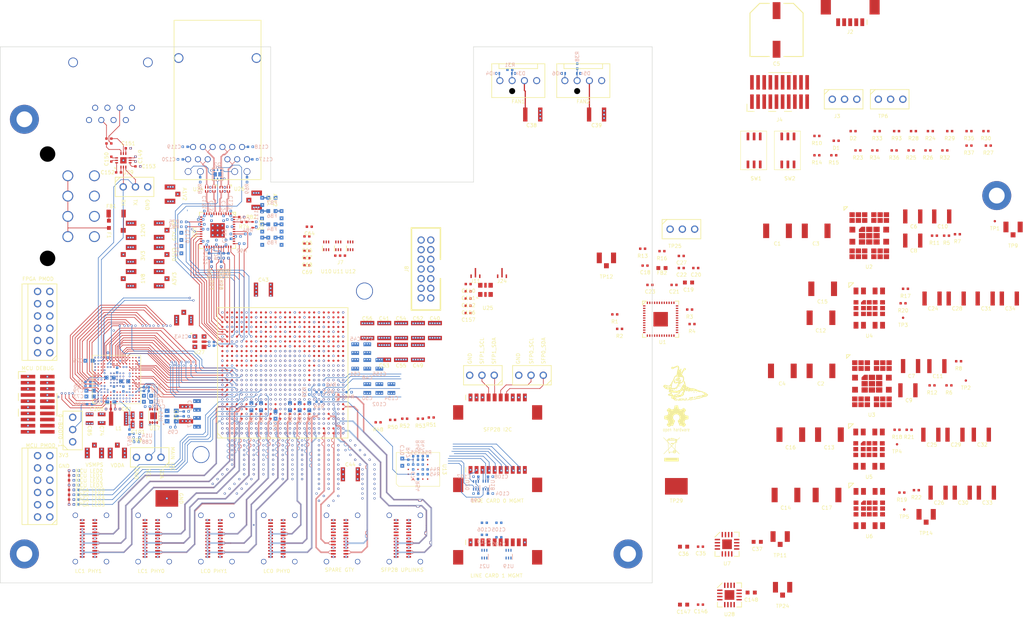
<source format=kicad_pcb>
(kicad_pcb (version 20240108) (generator "pcbnew") (generator_version "8.0")
  (layers (0 "F.Cu" signal) (1 "In1.Cu" power) (2 "In2.Cu" signal) (3 "In3.Cu" power) (4 "In4.Cu" power) (5 "In5.Cu" power) (6 "In6.Cu" power) (7 "In7.Cu" signal) (8 "In8.Cu" power) (31 "B.Cu" signal) (34 "B.Paste" user) (35 "F.Paste" user) (36 "B.SilkS" user "B.Silkscreen") (37 "F.SilkS" user "F.Silkscreen") (38 "B.Mask" user) (39 "F.Mask" user) (44 "Edge.Cuts" user))
  (net 0 "")
  (net 1 "/Power Supply/12V0")
  (net 2 "/GND")
  (net 3 "/FPGA support/VCCINT")
  (net 4 "/GTY_VTT")
  (net 5 "/MCU/3V3_SB")
  (net 6 "/Power Supply/SUPER_RST_N")
  (net 7 "/Power Supply/A3V3_SUPER")
  (net 8 "/3V3")
  (net 9 "/1V8")
  (net 10 "/FPGA support/GTY_VCC")
  (net 11 "Net-(U7-SS)")
  (net 12 "/FPGA support/GTY_VCCAUX")
  (net 13 "/MCU/VSMPS")
  (net 14 "/MCU/VCORE")
  (net 15 "/MCU/MCU_VDDA")
  (net 16 "/Line card interfaces/RC1_P")
  (net 17 "/Line card interfaces/QSGMII_REFCLK_AC_P")
  (net 18 "/Line card interfaces/QSGMII_REFCLK_AC_N")
  (net 19 "/Line card interfaces/RC1_N")
  (net 20 "/MCU/VLXSMPS")
  (net 21 "/2V5")
  (net 22 "/RGMII PHY/D1V2")
  (net 23 "Net-(J20-CH1_TAP)")
  (net 24 "Net-(J20-CH2_TAP)")
  (net 25 "Net-(J20-CH3_TAP)")
  (net 26 "Net-(J20-CH4_TAP)")
  (net 27 "/RGMII PHY/A3V3")
  (net 28 "/RGMII PHY/A1V2")
  (net 29 "/RGMII PHY/A1V2_PLL")
  (net 30 "/SFP28 interfaces/RC2_P")
  (net 31 "/SFP28 interfaces/SFP28_REFCLK_AC_P")
  (net 32 "/SFP28 interfaces/RC2_N")
  (net 33 "/SFP28 interfaces/SFP28_REFCLK_AC_N")
  (net 34 "/RGMII PHY/RC3_P")
  (net 35 "/RGMII PHY/FPGA_CLK_156M25_P")
  (net 36 "/RGMII PHY/FPGA_CLK_156M25_N")
  (net 37 "/RGMII PHY/RC3_N")
  (net 38 "Net-(U28-SS)")
  (net 39 "Net-(U29-C2-)")
  (net 40 "Net-(U29-C2+)")
  (net 41 "Net-(U29-V-)")
  (net 42 "Net-(U29-C1+)")
  (net 43 "Net-(U29-C1-)")
  (net 44 "Net-(U29-V+)")
  (net 45 "/SFP28 interfaces/REFO_P")
  (net 46 "/SFP28 interfaces/REFCLK_OUT_P")
  (net 47 "/SFP28 interfaces/REFCLK_OUT_N")
  (net 48 "/SFP28 interfaces/REFO_N")
  (net 49 "Net-(D1-A)")
  (net 50 "Net-(D2-A)")
  (net 51 "/Power Supply/FAN1_TACH")
  (net 52 "/Power Supply/FAN1_PWM")
  (net 53 "/Power Supply/FAN2_TACH")
  (net 54 "/Power Supply/FAN2_PWM")
  (net 55 "Net-(D7-A)")
  (net 56 "Net-(D8-A)")
  (net 57 "Net-(D9-A)")
  (net 58 "Net-(D10-A)")
  (net 59 "Net-(D11-A)")
  (net 60 "Net-(D12-A)")
  (net 61 "Net-(D13-A)")
  (net 62 "Net-(D14-A)")
  (net 63 "Net-(J1-12V0_SENSE)")
  (net 64 "Net-(F1-Pad2)")
  (net 65 "/Power Supply/SUPER_I2C_SCL")
  (net 66 "/Power Supply/SUPER_I2C_SDA")
  (net 67 "/Power Supply/12V0_EN")
  (net 68 "/Power Supply/SUPER_UART_TX")
  (net 69 "/Power Supply/SUPER_UART_RX")
  (net 70 "/Power Supply/SUPER_JTAG_TDO")
  (net 74 "/Power Supply/SUPER_JTAG_TMS")
  (net 75 "/Power Supply/SUPER_JTAG_TDI")
  (net 76 "/Power Supply/SUPER_JTAG_TCK")
  (net 79 "/FPGA support/FPGA_JTAG_TDI")
  (net 80 "/FPGA support/FPGA_JTAG_TMS")
  (net 81 "/FPGA support/FPGA_JTAG_TCK")
  (net 85 "/FPGA support/FPGA_JTAG_TDO")
  (net 87 "/MCU/MCU_PMOD_DQ4")
  (net 88 "/MCU/MCU_PMOD_DQ6")
  (net 89 "/MCU/MCU_PMOD_DQ2")
  (net 90 "/MCU/MCU_PMOD_DQ7")
  (net 91 "/MCU/MCU_PMOD_DQ3")
  (net 92 "/MCU/MCU_PMOD_DQ0")
  (net 93 "/MCU/MCU_PMOD_DQ1")
  (net 94 "/MCU/MCU_PMOD_DQ5")
  (net 95 "/MCU/MCU_JTAG_TDI")
  (net 96 "/MCU/MCU_RST_N")
  (net 100 "/MCU/MCU_JTAG_TCK")
  (net 101 "/MCU/MCU_JTAG_TMS")
  (net 104 "/MCU/MCU_JTAG_TDO")
  (net 105 "Net-(J12-P2)")
  (net 106 "/MCU/FPGA_PMOD_DQ5")
  (net 107 "/MCU/FPGA_PMOD_DQ1")
  (net 108 "/MCU/FPGA_PMOD_DQ3")
  (net 109 "/MCU/FPGA_PMOD_DQ2")
  (net 110 "/MCU/FPGA_PMOD_DQ7")
  (net 111 "/MCU/FPGA_PMOD_DQ6")
  (net 112 "/MCU/FPGA_PMOD_DQ4")
  (net 113 "/MCU/FPGA_PMOD_DQ0")
  (net 114 "/Line card interfaces/LC0_PHY0_LANE1_TX_P")
  (net 116 "/Line card interfaces/LC0_PHY0_LANE2_TX_N")
  (net 117 "/Line card interfaces/LC0_PHY0_LANE0_TX_P")
  (net 119 "/Line card interfaces/LC0_PHY0_LANE1_TX_N")
  (net 120 "/Line card interfaces/LC0_PHY0_LANE1_RX_P")
  (net 121 "/Line card interfaces/LC0_PHY0_LANE0_RX_P")
  (net 123 "/Line card interfaces/LC0_PHY0_LANE2_RX_N")
  (net 125 "/Line card interfaces/LC0_PHY0_LANE2_RX_P")
  (net 126 "/Line card interfaces/LC0_PHY0_LANE2_TX_P")
  (net 127 "/Line card interfaces/LC0_PHY0_LANE0_RX_N")
  (net 128 "/Line card interfaces/LC0_PHY0_LANE0_TX_N")
  (net 129 "/Line card interfaces/LC0_PHY0_LANE1_RX_N")
  (net 132 "/Line card interfaces/LC0_PHY1_LANE1_RX_N")
  (net 133 "/Line card interfaces/LC0_PHY1_LANE0_RX_P")
  (net 136 "/Line card interfaces/LC0_PHY1_LANE0_TX_N")
  (net 137 "/Line card interfaces/LC0_PHY1_LANE1_TX_N")
  (net 138 "/Line card interfaces/LC0_PHY1_LANE0_TX_P")
  (net 139 "/Line card interfaces/LC0_PHY1_LANE2_RX_N")
  (net 140 "/Line card interfaces/LC0_PHY1_LANE2_TX_N")
  (net 141 "/Line card interfaces/LC0_PHY1_LANE1_RX_P")
  (net 142 "/Line card interfaces/LC0_PHY1_LANE0_RX_N")
  (net 143 "/Line card interfaces/LC0_PHY1_LANE2_RX_P")
  (net 144 "/Line card interfaces/LC0_PHY1_LANE2_TX_P")
  (net 145 "/Line card interfaces/LC0_PHY1_LANE1_TX_P")
  (net 146 "/Line card interfaces/LC0_I2C_SCL")
  (net 147 "/Line card interfaces/LC0_MDC")
  (net 148 "/Line card interfaces/LC0_SPI_SCK")
  (net 149 "/Line card interfaces/LC0_SPI_MISO")
  (net 150 "/Line card interfaces/LC0_I2C_SDA")
  (net 151 "/Line card interfaces/LC0_SPI_MOSI")
  (net 152 "/Line card interfaces/LC0_MDIO")
  (net 153 "/Line card interfaces/LC0_SPI_CS_N")
  (net 155 "/Line card interfaces/LC1_PHY0_LANE2_TX_P")
  (net 157 "/Line card interfaces/LC1_PHY0_LANE2_RX_P")
  (net 158 "/Line card interfaces/LC1_PHY0_LANE0_TX_N")
  (net 159 "/Line card interfaces/LC1_PHY0_LANE2_RX_N")
  (net 161 "/Line card interfaces/LC1_PHY0_LANE0_RX_P")
  (net 162 "/Line card interfaces/LC1_PHY0_LANE0_TX_P")
  (net 163 "/Line card interfaces/LC1_PHY0_LANE2_TX_N")
  (net 164 "/Line card interfaces/LC1_PHY0_LANE1_RX_P")
  (net 165 "/Line card interfaces/LC1_PHY0_LANE0_RX_N")
  (net 166 "/Line card interfaces/LC1_PHY0_LANE1_TX_N")
  (net 167 "/Line card interfaces/LC1_PHY0_LANE1_TX_P")
  (net 169 "/Line card interfaces/LC1_PHY0_LANE1_RX_N")
  (net 171 "/Line card interfaces/LC1_PHY1_LANE1_TX_N")
  (net 172 "/Line card interfaces/LC1_PHY1_LANE0_TX_N")
  (net 173 "/Line card interfaces/LC1_PHY1_LANE0_RX_N")
  (net 174 "/Line card interfaces/LC1_PHY1_LANE1_RX_N")
  (net 175 "/Line card interfaces/LC1_PHY1_LANE0_TX_P")
  (net 176 "/Line card interfaces/LC1_PHY1_LANE2_TX_N")
  (net 178 "/Line card interfaces/LC1_PHY1_LANE1_TX_P")
  (net 179 "/Line card interfaces/LC1_PHY1_LANE1_RX_P")
  (net 180 "/Line card interfaces/LC1_PHY1_LANE2_RX_N")
  (net 182 "/Line card interfaces/LC1_PHY1_LANE2_RX_P")
  (net 183 "/Line card interfaces/LC1_PHY1_LANE0_RX_P")
  (net 185 "/Line card interfaces/LC1_PHY1_LANE2_TX_P")
  (net 186 "/Line card interfaces/LC1_SPI_SCK")
  (net 187 "/Line card interfaces/LC1_SPI_MISO")
  (net 188 "/Line card interfaces/LC1_SPI_CS_N")
  (net 189 "/Line card interfaces/LC1_MDC")
  (net 190 "/Line card interfaces/LC1_I2C_SDA")
  (net 191 "/Line card interfaces/LC1_MDIO")
  (net 192 "/Line card interfaces/LC1_I2C_SCL")
  (net 193 "/Line card interfaces/LC1_SPI_MOSI")
  (net 194 "/RGMII PHY/ETH_LED1_N")
  (net 195 "/RGMII PHY/ETH_B_N")
  (net 196 "/RGMII PHY/ETH_A_N")
  (net 197 "Net-(J20-LED1_P)")
  (net 198 "/RGMII PHY/ETH_B_P")
  (net 199 "/RGMII PHY/ETH_A_P")
  (net 200 "Net-(J20-LED2_P)")
  (net 201 "/RGMII PHY/ETH_LED2_N")
  (net 202 "/RGMII PHY/ETH_C_P")
  (net 203 "/RGMII PHY/ETH_D_N")
  (net 204 "/RGMII PHY/ETH_D_P")
  (net 205 "/RGMII PHY/ETH_C_N")
  (net 209 "/SFP28 interfaces/SFP28_1_TX_P")
  (net 210 "/SFP28 interfaces/SFP28_1_RX_P")
  (net 213 "/SFP28 interfaces/SFP28_1_TX_N")
  (net 214 "/SFP28 interfaces/SFP28_0_TX_P")
  (net 215 "/SFP28 interfaces/SFP28_0_TX_N")
  (net 216 "/SFP28 interfaces/SFP28_0_RX_P")
  (net 218 "/SFP28 interfaces/SFP28_0_RX_N")
  (net 221 "/SFP28 interfaces/SFP28_1_RX_N")
  (net 222 "/SFP28 interfaces/GTY3_RX_N")
  (net 224 "/SFP28 interfaces/GTY3_RX_P")
  (net 225 "/SFP28 interfaces/GTY3_TX_P")
  (net 226 "/SFP28 interfaces/GTY2_RX_P")
  (net 231 "/SFP28 interfaces/GTY2_TX_N")
  (net 233 "/SFP28 interfaces/GTY2_RX_N")
  (net 235 "/SFP28 interfaces/GTY2_TX_P")
  (net 237 "/SFP28 interfaces/GTY3_TX_N")
  (net 238 "/MCU/SFP1_SDA")
  (net 239 "/MCU/SFP0_SDA")
  (net 240 "/MCU/SFP1_SCL")
  (net 241 "/MCU/SFP0_SCL")
  (net 244 "/MCU/RS232_RX_RJ45")
  (net 246 "/MCU/RS232_TX_RJ45")
  (net 248 "/RGMII PHY/ETH_LED1_N_1V8_INV")
  (net 249 "/RGMII PHY/ETH_LED2_N_1V8_INV")
  (net 250 "/Power Supply/12V0_VMON")
  (net 251 "/Power Supply/SOFT_RESET")
  (net 252 "/Power Supply/SOFT_POWER")
  (net 253 "Net-(R5-Pad2)")
  (net 254 "Net-(U2-TRIM)")
  (net 255 "Net-(R6-Pad2)")
  (net 256 "Net-(U3-TRIM)")
  (net 257 "/MCU/RS232_TX")
  (net 258 "/Power Supply/SUPER_JTAG_TRST")
  (net 259 "/Power Supply/VCCINT_SENSE")
  (net 260 "/Power Supply/GTY_VTT_SENSE")
  (net 261 "/Power Supply/BOOT0")
  (net 262 "/Power Supply/SUPER_LED0")
  (net 263 "/Power Supply/SUPER_LED1")
  (net 264 "Net-(U4-TRIM)")
  (net 265 "Net-(R17-Pad2)")
  (net 266 "Net-(R18-Pad2)")
  (net 267 "Net-(U5-TRIM)")
  (net 268 "Net-(R19-Pad2)")
  (net 269 "Net-(U6-TRIM)")
  (net 270 "/Power Supply/3V3_PGOOD")
  (net 271 "/Power Supply/3V3_EN")
  (net 272 "/Power Supply/VCCINT_PGOOD")
  (net 273 "/Power Supply/VCCINT_EN")
  (net 274 "/Power Supply/GTY_VCCAUX_EN")
  (net 275 "/Power Supply/GTY_VTT_PGOOD")
  (net 276 "/Power Supply/GTY_VTT_EN")
  (net 277 "/Power Supply/GTY_VCC_EN")
  (net 278 "/Power Supply/GTY_VCC_PGOOD")
  (net 279 "/Power Supply/1V8_PGOOD")
  (net 280 "/Power Supply/1V8_EN")
  (net 281 "/Power Supply/GTY_VCCAUX_PGOOD")
  (net 282 "/Power Supply/2V5_EN")
  (net 283 "/FPGA support/FPGA_INIT")
  (net 284 "/FPGA support/FPGA_DONE")
  (net 285 "/FPGA support/FPGA_RESET_N")
  (net 286 "Net-(U13-RESET_N)")
  (net 287 "Net-(U8A-TDO_0)")
  (net 288 "/FPGA support/FPGA_FLASH_DQ0")
  (net 289 "Net-(U13-MOSI{slash}DQ0)")
  (net 290 "Net-(U13-MISO{slash}DQ1)")
  (net 291 "/FPGA support/FPGA_FLASH_DQ1")
  (net 292 "/FPGA support/FPGA_FLASH_DQ2")
  (net 293 "Net-(U13-WP_N{slash}DQ2)")
  (net 294 "Net-(U13-RESET_N{slash}DQ3)")
  (net 295 "/FPGA support/FPGA_FLASH_DQ3")
  (net 296 "/FPGA support/FPGA_FLASH_CS_N")
  (net 297 "Net-(U8A-RDWR_FCS_B_0)")
  (net 298 "Net-(U8A-CCLK_0)")
  (net 299 "/FPGA support/FPGA_FLASH_SCK")
  (net 300 "Net-(U8A-D00_MOSI_0)")
  (net 301 "Net-(U8A-D01_DIN_0)")
  (net 302 "Net-(U8A-D02_0)")
  (net 303 "Net-(U8A-D03_0)")
  (net 304 "/MCU/MCU_JTAG_TRST")
  (net 305 "/MCU/FPGA_LED_0")
  (net 306 "/MCU/FPGA_LED_1")
  (net 307 "/MCU/FPGA_LED_2")
  (net 308 "/MCU/FPGA_LED_3")
  (net 309 "/MCU/MCU_LED_0")
  (net 310 "/MCU/MCU_LED_1")
  (net 311 "/MCU/MCU_LED_2")
  (net 312 "/MCU/MCU_LED_3")
  (net 313 "Net-(U9B-PB3)")
  (net 314 "/MCU/MCU_CLK_25MHZ")
  (net 315 "Net-(U14-CLK)")
  (net 316 "/MCU/MCU_BOOT0")
  (net 317 "/MCU/RS232_RX")
  (net 318 "/MCU/I2C_SCL")
  (net 319 "/MCU/I2C_SDA")
  (net 320 "Net-(U22-CLK)")
  (net 321 "/RGMII PHY/ETH_CLK_25MHZ")
  (net 322 "/RGMII PHY/ETH_LED2_N_1V8")
  (net 323 "/RGMII PHY/ETH_RXD3")
  (net 324 "Net-(U23-RXD3{slash}MODE3)")
  (net 325 "/RGMII PHY/ETH_RXD2")
  (net 326 "Net-(U23-RXD2{slash}MODE2)")
  (net 327 "Net-(U23-RXD1{slash}MODE1)")
  (net 328 "/RGMII PHY/ETH_RXD1")
  (net 329 "/RGMII PHY/ETH_RXD0")
  (net 330 "Net-(U23-RXD0{slash}MODE0)")
  (net 331 "/RGMII PHY/ETH_RX_DV")
  (net 332 "Net-(U23-RX_DV{slash}CLK125_EN)")
  (net 333 "/RGMII PHY/ETH_RX_CLK")
  (net 334 "Net-(U23-RX_CLK{slash}PHYAD2)")
  (net 335 "Net-(U23-ISET)")
  (net 336 "/RGMII PHY/ETH_LED1_N_1V8")
  (net 337 "Net-(U23-CLK125_NDO{slash}LED_MODE)")
  (net 338 "Net-(U8K-MGTRREF_R)")
  (net 339 "/RGMII PHY/ETH_MDIO")
  (net 340 "/Power Supply/2V5_PGOOD")
  (net 341 "/MCU/MGMT_I2C_SDA")
  (net 342 "/MCU/MGMT_I2C_SCL")
  (net 343 "/MCU/MCU_UART_TX")
  (net 344 "/MCU/MCU_UART_RX")
  (net 345 "/FPGA support/FPGA_INIT_3V3")
  (net 346 "/FPGA support/FPGA_DONE_3V3")
  (net 347 "/FPGA support/FPGA_RESET_N_3V3")
  (net 348 "/MCU/MCU_READY")
  (net 349 "/FPGA support/FPGA_INIT_OE")
  (net 351 "/Line card interfaces/LC1_MDIO_3V3")
  (net 360 "/Line card interfaces/LC0_MDIO_3V3")
  (net 368 "/MCU/FMC_AD10")
  (net 376 "/MCU/FMC_NE1")
  (net 377 "/MCU/FMC_A19")
  (net 382 "/Line card interfaces/LC0_MDIO_OE")
  (net 383 "/MCU/FMC_AD14")
  (net 384 "/MCU/FMC_NWAIT")
  (net 390 "/MCU/FMC_A16")
  (net 395 "/MCU/FMC_A17")
  (net 400 "/MCU/FMC_NWE")
  (net 402 "/RGMII PHY/ETH_RST_N")
  (net 403 "/MCU/FMC_A18")
  (net 404 "/Line card interfaces/LC0_MDC_3V3")
  (net 410 "/MCU/FMC_AD15")
  (net 417 "/RGMII PHY/RGMII_TX_CLK")
  (net 427 "/RGMII PHY/RGMII_TX_EN")
  (net 428 "/MCU/FMC_AD7")
  (net 445 "/MCU/FMC_A21")
  (net 449 "/MCU/FMC_AD4")
  (net 451 "/MCU/FMC_A24")
  (net 452 "/MCU/FMC_AD3")
  (net 458 "/MCU/FMC_AD8")
  (net 460 "/RGMII PHY/RGMII_TXD2")
  (net 469 "/MCU/FMC_NOE")
  (net 476 "/RGMII PHY/ETH_MDC")
  (net 480 "/MCU/FMC_AD5")
  (net 483 "/MCU/FMC_AD11")
  (net 485 "/MCU/FMC_NBL0")
  (net 486 "/MCU/FMC_A23")
  (net 501 "/MCU/FMC_NBL1")
  (net 502 "/MCU/FMC_AD1")
  (net 503 "/MCU/FMC_AD0")
  (net 509 "/MCU/FMC_AD6")
  (net 511 "/MCU/FMC_NE3")
  (net 512 "/RGMII PHY/RGMII_TXD3")
  (net 516 "/MCU/FMC_AD9")
  (net 518 "/RGMII PHY/RGMII_TXD0")
  (net 521 "/MCU/FMC_NE2")
  (net 529 "/MCU/FMC_A20")
  (net 538 "/MCU/FMC_NL_NADV")
  (net 539 "/MCU/FMC_AD12")
  (net 545 "/MCU/FMC_A25")
  (net 548 "/MCU/FMC_AD2")
  (net 551 "/MCU/FMC_CLK")
  (net 558 "/MCU/FMC_A22")
  (net 563 "/Line card interfaces/LC1_MDC_3V3")
  (net 570 "/MCU/FMC_AD13")
  (net 575 "/RGMII PHY/RGMII_TXD1")
  (net 577 "/Line card interfaces/LC1_MDIO_OE")
  (net 639 "/RGMII PHY/ETH_D_PHY_P")
  (net 640 "/RGMII PHY/ETH_C_PHY_P")
  (net 641 "/RGMII PHY/ETH_A_PHY_P")
  (net 642 "/RGMII PHY/ETH_A_PHY_N")
  (net 644 "/RGMII PHY/ETH_B_PHY_N")
  (net 646 "/RGMII PHY/ETH_D_PHY_N")
  (net 647 "/RGMII PHY/ETH_C_PHY_N")
  (net 648 "/RGMII PHY/ETH_B_PHY_P")
  (net 663 "unconnected-(U9B-PB12-PadM15)")
  (net 675 "/FPGA support/POR_OVERRIDE")
  (footprint "azonenberg_pcb:EIA_1812_CAP_NOSILK" (layer "F.Cu") (at 205.95 69.1)
    (property "Reference" "C3")
    (property "Value" "22 uF 25V" (hide yes))
  )
  (footprint "azonenberg_pcb:MODULE_MURATA_MYMGK00504ERSR" (layer "F.Cu") (at 216.95 126.6)
    (property "Reference" "U6")
    (property "Value" "MYMGK00504ERSR" (hide yes))
  )
  (footprint "azonenberg_pcb:DFN_8_0.5MM_2x3MM_TALL" (layer "F.Cu") (at 68.75 107.4)
    (property "Reference" "U17")
    (property "Value" "AT24MAC402" (hide yes))
  )
  (footprint "azonenberg_pcb:EIA_0402_CAP_NOSILK" (layer "F.Cu") (at 133.9 80.12)
    (property "Reference" "C140")
    (property "Value" "0.47 uF" (hide yes))
  )
  (footprint "azonenberg_pcb:EIA_0402_RES_NOSILK" (layer "F.Cu") (at 83.25 74.25 90)
    (property "Reference" "R80")
    (property "Value" "33" (hide yes))
  )
  (footprint "azonenberg_pcb:EIA_0402_CAP_NOSILK" (layer "F.Cu") (at 61.500001 57 180)
    (property "Reference" "C152")
    (property "Value" "0.1 uF" (hide yes))
  )
  (footprint "azonenberg_pcb:EIA_0402_LED" (layer "F.Cu") (at 51.75 125.75)
    (property "Reference" "D10" (hide yes))
    (property "Value" "GREEN" (hide yes))
  )
  (footprint "azonenberg_pcb:EIA_0402_CAP_NOSILK" (layer "F.Cu") (at 182 146.5)
    (property "Reference" "C146")
    (property "Value" "DNP" (hide yes))
  )
  (footprint "azonenberg_pcb:EIA_0402_RES_NOSILK" (layer "F.Cu") (at 241.6 51.45)
    (property "Reference" "R27")
    (property "Value" "1K" (hide yes))
  )
  (footprint "azonenberg_pcb:CONN_U.FL_TE_1909763-1" (layer "F.Cu") (at 199 143)
    (property "Reference" "TP24")
    (property "Value" "U.FL" (hide yes))
  )
  (footprint "azonenberg_pcb:EIA_1210_CAP_NOSILK" (layer "F.Cu") (at 225.95 71.1)
    (property "Reference" "C8")
    (property "Value" "220 uF" (hide yes))
  )
  (footprint "azonenberg_pcb:MODULE_MURATA_MYMGK1R812" (layer "F.Cu") (at 217.5 100.75)
    (property "Reference" "U3")
    (property "Value" "MYMGK1R812ERSR" (hide yes))
  )
  (footprint "azonenberg_pcb:MODULE_MURATA_MYMGK00504ERSR" (layer "F.Cu") (at 216.95 85.1)
    (property "Reference" "U4")
    (property "Value" "MYMGK00506ERSR" (hide yes))
  )
  (footprint "azonenberg_pcb:CONN_HEADER_2.54MM_1x3" (layer "F.Cu") (at 146.91 99 180)
    (property "Reference" "TP26" (hide yes))
    (property "Value" "CONN_01X03" (hide yes))
  )
  (footprint "azonenberg_pcb:TESTPOINT_SMT_0.5MM" (layer "F.Cu") (at 224.2 126.8)
    (property "Reference" "TP5")
    (property "Value" "TESTPOINT" (hide yes))
  )
  (footprint "azonenberg_pcb:CONN_MOLEX_PICOBLADE_10POS_0532611071" (layer "F.Cu") (at 140 118.6 180)
    (property "Reference" "J16" (hide yes))
    (property "Value" "CONN_01X10" (hide yes))
  )
  (footprint "azonenberg_pcb:EIA_0402_RES_NOSILK" (layer "F.Cu") (at 229.6 48.45)
    (property "Reference" "R24")
    (property "Value" "1K" (hide yes))
  )
  (footprint "azonenberg_pcb:EIA_1210_CAP_NOSILK" (layer "F.Cu") (at 75.5 107 -90)
    (property "Reference" "C42")
    (property "Value" "47 uF" (hide yes))
  )
  (footprint "azonenberg_pcb:EIA_1210_CAP_NOSILK" (layer "F.Cu") (at 123.5 94.25 -90)
    (property "Reference" "C49")
    (property "Value" "100 uF" (hide yes))
  )
  (footprint "azonenberg_pcb:EIA_1210_CAP_NOSILK" (layer "F.Cu") (at 225.95 66.1)
    (property "Reference" "C6")
    (property "Value" "220 uF" (hide yes))
  )
  (footprint "azonenberg_pcb:EIA_0402_CAP_NOSILK" (layer "F.Cu") (at 59.4 106 180)
    (property "Reference" "C100")
    (property "Value" "220 pF" (hide yes))
  )
  (footprint "azonenberg_pcb:EIA_0402_RES_NOSILK" (layer "F.Cu") (at 223.95 84.1)
    (property "Reference" "R20")
    (property "Value" "22" (hide yes))
  )
  (footprint "azonenberg_pcb:CONN_MOLEX_MINIFITJR_8POS_0039291087" (layer "F.Cu") (at 51 64 -90)
    (property "Reference" "J1" (hide yes))
    (property "Value" "CONN_PCIE_PWR_8PIN" (hide yes))
  )
  (footprint "azonenberg_pcb:EIA_0402_RES_NOSILK" (layer "F.Cu") (at 233.45 101.1)
    (property "Reference" "R6")
    (property "Value" "10K" (hide yes))
  )
  (footprint "azonenberg_pcb:EIA_0402_RES_NOSILK" (layer "F.Cu") (at 224.45 81.1)
    (property "Reference" "R17")
    (property "Value" "2.2k" (hide yes))
  )
  (footprint "azonenberg_pcb:EIA_0603_CAP_NOSILK" (layer "F.Cu") (at 192.5 144)
    (property "Reference" "C148")
    (property "Value" "4.7 uF" (hide yes))
  )
  (footprint "azonenberg_pcb:EIA_0402_RES_NOSILK" (layer "F.Cu") (at 214.6 52.45)
    (property "Reference" "R23")
    (property "Value" "10K" (hide yes))
  )
  (footprint "azonenberg_pcb:EIA_0402_RES_NOSILK" (layer "F.Cu") (at 222.1 52.45)
    (property "Reference" "R36")
    (property "Value" "10K" (hide yes))
  )
  (footprint "azonenberg_pcb:EIA_0402_RES_NOSILK" (layer "F.Cu") (at 59 50.499999 90)
    (property "Reference" "R71" (hide yes))
    (property "Value" "0" (hide yes))
  )
  (footprint "azonenberg_pcb:CONN_U.FL_TE_1909763-1" (layer "F.Cu") (at 246.725 68.4)
    (property "Reference" "TP9")
    (property "Value" "U.FL" (hide yes))
  )
  (footprint "azonenberg_pcb:SWITCH_RAFI_MICON_5" (layer "F.Cu") (at 193.1 52.45)
    (property "Reference" "SW1")
    (property "Value" "SWITCH" (hide yes))
  )
  (footprint "azonenberg_pcb:EIA_0402_RES_NOSILK" (layer "F.Cu") (at 237.6 51.45)
    (property "Reference" "R37")
    (property "Value" "1K" (hide yes))
  )
  (footprint "azonenberg_pcb:EIA_1812_CAP_NOSILK" (layer "F.Cu") (at 207.3 81.1)
    (property "Reference" "C15")
    (property "Value" "22 uF 25V" (hide yes))
  )
  (footprint "azonenberg_pcb:EIA_0402_RES_NOSILK" (layer "F.Cu") (at 206.1 49.45)
    (property "Reference" "R10")
    (property "Value" "10K" (hide yes))
  )
  (footprint "azonenberg_pcb:EIA_0805_CAP_NOSILK" (layer "F.Cu") (at 65.3 107.3)
    (property "Reference" "C101")
    (property "Value" "10 uF" (hide yes))
  )
  (footprint "azonenberg_pcb:QFN_48_0.5MM_7x7MM" (layer "F.Cu") (at 173.75 87.4)
    (property "Reference" "U1")
    (property "Value" "STM32L431-QFN48" (hide yes))
  )
  (footprint "azonenberg_pcb:MECHANICAL_CLEARANCEHOLE_4_40" (layer "F.Cu") (at 42 136)
    (property "Reference" "M3" (hide yes))
    (property "Value" "SCREWHOLE" (hide yes))
  )
  (footprint "azonenberg_pcb:EIA_0402_RES_NOSILK" (layer "F.Cu") (at 82.25 74.25 90)
    (property "Reference" "R78")
    (property "Value" "33" (hide yes))
  )
  (footprint "azonenberg_pcb:EIA_1812_CAP_NOSILK" (layer "F.Cu") (at 199.7 123.8)
    (property "Reference" "C14")
    (property "Value" "22 uF 25V" (hide yes))
  )
  (footprint "azonenberg_pcb:CONN_HEADER_1.27MM_2x10_SMT_SAMTEC_FTSH-110-01-L-DV-K" (layer "F.Cu") (at 44.75 105 -90)
    (property "Reference" "J10" (hide yes))
    (property "Value" "CORTEX_DEBUG_ETM" (hide yes))
  )
  (footprint "azonenberg_pcb:DFN_10_0.5MM_2.5x1MM_TI_DQA" (layer "F.Cu") (at 80.5 60.5 180)
    (property "Reference" "U24")
    (property "Value" "ESD224DQAR" (hide yes))
  )
  (footprint "azonenberg_pcb:EIA_1210_CAP_NOSILK" (layer "F.Cu") (at 230.95 97.1)
    (property "Reference" "C11")
    (property "Value" "220 uF" (hide yes))
  )
  (footprint "azonenberg_pcb:EIA_0402_RES_NOSILK" (layer "F.Cu") (at 229.1 52.45)
    (property "Reference" "R26")
    (property "Value" "1K" (hide yes))
  )
  (footprint "azonenberg_pcb:CONN_HEADER_2.54MM_1x3_REFLOW" (layer "F.Cu") (at 221.37 41.85)
    (property "Reference" "TP6")
    (property "Value" "CONN_01X03" (hide yes))
  )
  (footprint "azonenberg_pcb:EIA_0402_LED" (layer "F.Cu") (at 51.75 123.75)
    (property "Reference" "D8" (hide yes))
    (property "Value" "GREEN" (hide yes))
  )
  (footprint "azonenberg_pcb:CONN_U.FL_TE_1909763-1" (layer "F.Cu") (at 70 74 90)
    (property "Reference" "TP20" (hide yes))
    (property "Value" "U.FL" (hide yes))
  )
  (footprint "azonenberg_pcb:EIA_0402_RES_NOSILK" (layer "F.Cu") (at 226.1 48.45)
    (property "Reference" "R28")
    (property "Value" "DNP" (hide yes))
  )
  (footprint "azonenberg_pcb:EIA_0402_CAP_NOSILK" (layer "F.Cu") (at 65.5 55.75)
    (property "Reference" "C153")
    (property "Value" "0.1 uF" (hide yes))
  )
  (footprint "azonenberg_pcb:QFN_12_0.5MM_3x3MM" (layer "F.Cu") (at 62.5 54.5 90)
    (property "Reference" "U29")
    (property "Value" "ADM3101E_QFN" (hide yes))
  )
  (footprint "azonenberg_pcb:EIA_1812_CAP_NOSILK" (layer "F.Cu") (at 206.95 98.1)
    (property "Reference" "C2")
    (property "Value" "22 uF 25V" (hide yes))
  )
  (footprint "azonenberg_pcb:CONN_U.FL_TE_1909763-1" (layer "F.Cu") (at 228.725 127.9)
    (property "Reference" "TP14")
    (property "Value" "U.FL" (hide yes))
  )
  (footprint "azonenberg_pcb:EIA_1812_CAP_NOSILK" (layer "F.Cu") (at 206.95 87.1)
    (property "Reference" "C12")
    (property "Value" "22 uF 25V" (hide yes))
  )
  (footprint "azonenberg_pcb:CONN_SMPM_AMPHENOL_C925-197J-51PT" (layer "F.Cu") (at 140.9 75.5)
    (property "Reference" "J24")
    (property "Value" "SMPM" (hide yes))
  )
  (footprint "azonenberg_pcb:EIA_0402_CAP_NOSILK" (layer "F.Cu") (at 133.9 81.62)
    (property "Reference" "C141")
    (property "Value" "0.1 uF" (hide yes))
  )
  (footprint "azonenberg_pcb:CONN_MOLEX_KK_0470531000" (layer "F.Cu") (at 144.27 38)
    (property "Reference" "J5" (hide yes))
    (property "Value" "FAN_01" (hide yes))
  )
  (footprint "azonenberg_pcb:EIA_0402_CAP_NOSILK" (layer "F.Cu") (at 60 54.25 90)
    (property "Reference" "C150")
    (property "Value" "0.1 uF" (hide yes))
  )
  (footprint "azonenberg_pcb:EIA_0402_CAP_NOSILK" (layer "F.Cu") (at 100.5 74.75)
    (property "Reference" "C68")
    (property "Value" "0.47 uF" (hide yes))
  )
  (footprint "azonenberg_pcb:CONN_HEADER_2.54MM_1x3" (layer "F.Cu") (at 67.75 116 180)
    (property "Reference" "TP16" (hide yes))
    (property "Value" "CONN_01X03" (hide yes))
  )
  (footprint "azonenberg_pcb:CONN_MOLEX_PICOBLADE_10POS_0532611071" (layer "F.Cu") (at 140 133.6 180)
    (property "Reference" "J19" (hide yes))
    (property "Value" "CONN_01X10" (hide yes))
  )
  (footprint "azonenberg_pcb:CONN_U.FL_TE_1909763-1" (layer "F.Cu") (at 56.5 115 180)
    (property "Reference" "TP18" (hide yes))
    (property "Value" "U.FL" (hide yes))
  )
  (footprint "azonenberg_pcb:CONN_U.FL_TE_1909763-1" (layer "F.Cu") (at 70 68.975 90)
    (property "Reference" "TP13" (hide yes))
    (property "Value" "U.FL" (hide yes))
  )
  (footprint "azonenberg_pcb:CONN_U.FL_TE_1909763-1" (layer "F.Cu") (at 64 74 -90)
    (property "Reference" "TP10" (hide yes))
    (property "Value" "U.FL" (hide yes))
  )
  (footprint "azonenberg_pcb:CONN_HEADER_2.54MM_1x3" (layer "F.Cu") (at 178.25 68.75)
    (property "Reference" "TP25")
    (property "Value" "CONN_01X03" (hide yes))
  )
  (footprint "azonenberg_pcb:EIA_0402_CAP_NOSILK" (layer "F.Cu") (at 101 68.25)
    (property "Reference" "C64")
    (property "Value" "0.47 uF" (hide yes))
  )
  (footprint "azonenberg_pcb:EIA_0402_RES_NOSILK" (layer "F.Cu") (at 80.75 76 90)
    (property "Reference" "R77")
    (property "Value" "33" (hide yes))
  )
  (footprint "azonenberg_pcb:EIA_0402_RES_NOSILK" (layer "F.Cu") (at 232.6 52.45)
    (property "Reference" "R32")
    (property "Value" "1K" (hide yes))
  )
  (footprint "azonenberg_pcb:MECHANICAL_CLEARANCEHOLE_4_40" (layer "F.Cu") (at 243.35 61.8)
    (property "Reference" "M1" (hide yes))
    (property "Value" "SCREWHOLE" (hide yes))
  )
  (footprint "azonenberg_pcb:CAP_AL_10MM_SMT" (layer "F.Cu") (at 197.75 27.5)
    (property "Reference" "C5")
    (property "Value" "25SVPF330M" (hide yes))
  )
  (footprint "azonenberg_pcb:EIA_0402_RES_NOSILK" (layer "F.Cu") (at 218.6 48.45)
    (property "Reference" "R33")
    (property "Value" "10K" (hide yes))
  )
  (footprint "azonenberg_pcb:EIA_1210_CAP_NOSILK" (layer "F.Cu") (at 236.2 123.3)
    (property "Reference" "C30")
    (property "Value" "220 uF" (hide yes))
  )
  (footprint "azonenberg_pcb:CONN_RJ45_BELSTEWART_SS-7188S-A-PG4-1-BA-xx" (layer "F.Cu") (at 65.545 37.2675 180)
    (property "Reference" "J26" (hide yes))
    (property "Value" "RJ45" (hide yes))
  )
  (footprint "azonenberg_pcb:CONN_HEADER_2.54MM_1x3" (layer "F.Cu") (at 52 110.25 90)
    (property "Reference" "J12" (hide yes))
    (property "Value" "CONN_01X03" (hide yes))
  )
  (footprint "azonenberg_pcb:EIA_0402_RES_NOSILK" (layer "F.Cu") (at 87.5 67.25)
    (property "Reference" "R74")
    (property "Value" "33" (hide yes))
  )
  (footprint "azonenberg_pcb:EIA_0402_CAP_NOSILK" (layer "F.Cu") (at 133.9 83.12)
    (property "Reference" "C142")
    (property "Value" "0.1 uF" (hide yes))
  )
  (footprint "azonenberg_pcb:EIA_0402_CAP_NOSILK" (layer "F.Cu") (at 100.5 70.25)
    (property "Reference" "C65")
    (property "Value" "0.47 uF" (hide yes))
  )
  (footprint "azonenberg_pcb:EIA_0603_CAP_NOSILK" (layer "F.Cu") (at 59.5 67.75 90)
    (property "Reference" "F1")
    (property "Value" "3A" (hide yes))
  )
  (footprint "azonenberg_pcb:EIA_1210_CAP_NOSILK" (layer "F.Cu") (at 240.15 111.28507)
    (property "Reference" "C32")
    (property "Value" "DNP" (hide yes))
  )
  (footprint "azonenberg_pcb:QFN_16_0.65MM_4x4MM" (layer "F.Cu") (at 187.5 134)
    (property "Reference" "U7")
    (property "Value" "ADP1740ACPZ-1.8-R7" (hide yes))
  )
  (footprint "azonenberg_pcb:CONN_U.FL_TE_1909763-1" (layer "F.Cu") (at 64 79 -90)
    (property "Reference" "TP15" (hide yes))
    (property "Value" "U.FL" (hide yes))
  )
  (footprint "w_logo:Logo_silk_OSHW_6x6mm" (layer "F.Cu") (at 177 107.5)
    (property "Reference" "M6" (hide yes))
    (property "Value" "LOGO" (hide yes))
  )
  (footprint "azonenberg_pcb:CONN_MOLEX_KK_0470531000" (layer "F.Cu") (at 157.73 38)
    (property "Reference" "J6" (hide yes))
    (property "Value" "FAN_01" (hide yes))
  )
  (footprint "azonenberg_pcb:EIA_1210_CAP_NOSILK" (layer "F.Cu") (at 109.5 119.5)
    (property "Reference" "C44")
    (property "Value" "47 uF" (hide yes))
  )
  (footprint "azonenberg_pcb:EIA_1210_CAP_NOSILK" (layer "F.Cu") (at 229.95 83.1)
    (property "Reference" "C24")
    (property "Value" "100 uF" (hide yes))
  )
  (footprint "azonenberg_pcb:TESTPOINT_SMT_0.5MM" (layer "F.Cu") (at 236.95 100.1)
    (property "Reference" "TP2")
    (property "Value" "TESTPOINT" (hide yes))
  )
  (footprint "azonenberg_pcb:CONN_U.FL_TE_1909763-1" (layer "F.Cu") (at 61.25 115 180)
    (property "Reference" "TP19" (hide yes))
    (property "Value" "U.FL" (hide yes))
  )
  (footprint "azonenberg_pcb:TESTPOINT_SMT_0.5MM" (layer "F.Cu") (at 242.95 67.1)
    (property "Reference" "TP1")
    (property "Value" "TESTPOINT" (hide yes))
  )
  (footprint "azonenberg_pcb:EIA_1210_CAP_NOSILK" (layer "F.Cu") (at 231.2 123.3)
    (property "Reference" "C26")
    (property "Value" "220 uF" (hide yes))
  )
  (footprint "azonenberg_pcb:EIA_0402_LED" (layer "F.Cu") (at 51.75 119.75)
    (property "Reference" "D12" (hide yes))
    (property "Value" "GREEN" (hide yes))
  )
  (footprint "azonenberg_pcb:EIA_0402_CAP_NOSILK" (layer "F.Cu") (at 133.9 86.12)
    (property "Reference" "C157")
    (property "Value" "0.1 uF" (hide yes))
  )
  (footprint "azonenberg_pcb:EIA_0402_CAP_NOSILK" (layer "F.Cu") (at 100.5 71.75)
    (property "Reference" "C66")
    (property "Value" "0.47 uF" (hide yes))
  )
  (footprint "azonenberg_pcb:CONN_U.FL_TE_1909763-1" (layer "F.Cu") (at 72.25 61.5 90)
    (property "Reference" "TP22" (hide yes))
    (property "Value" "U.FL" (hide yes))
  )
  (footprint "azonenberg_pcb:CONN_HEADER_1.27MM_2x10_SMT_SAMTEC_FTSH-110-01-L-DV-K" (layer "F.Cu") (at 198.37 40.35)
    (property "Reference" "J4")
    (property "Value" "CORTEX_DEBUG_ETM" (hide yes))
  )
  (footprint "azonenberg_pcb:EIA_0402_LED" (layer "F.Cu") (at 51.75 118.75)
    (property "Reference" "D11" (hide yes))
    (property "Value" "GREEN" (hide yes))
  )
  (footprint "azonenberg_pcb:TESTPOINT_SMT_KEYSTONE_5016" (layer "F.Cu") (at 71.5 124.5)
    (property "Reference" "TP7" (hide yes))
    (property "Value" "TESTCLIP" (hide yes))
  )
  (footprint "azonenberg_pcb:OSCILLATOR_1.6x1.2" (layer "F.Cu") (at 89.625 67.85 90)
    (property "Reference" "U22")
    (property "Value" "ECS-1612MV-250-CN" (hide yes))
  )
  (footprint "azonenberg_pcb:EIA_1210_CAP_NOSILK" (layer "F.Cu") (at 120 94.25 -90)
    (property "Reference" "C55")
    (property "Value" "100 uF" (hide yes))
  )
  (footprint "azonenberg_pcb:EIA_1210_CAP_NOSILK" (layer "F.Cu") (at 120 89.75 90)
    (property "Reference" "C54")
    (property "Value" "100 uF" (hide yes))
  )
  (footprint "azonenberg_pcb:EIA_0402_RES_NOSILK" (layer "F.Cu") (at 235.45 96.1)
    (property "Reference" "R8")
    (property "Value" "620" (hide yes))
  )
  (footprint "azonenberg_pcb:EIA_1210_CAP_NOSILK" (layer "F.Cu") (at 61.5 108 180)
    (property "Reference" "L1")
    (property "Value" "2.2 uH" (hide yes))
  )
  (footprint "azonenberg_pcb:EIA_0402_CAP_NOSILK" (layer "F.Cu") (at 65 54.25 90)
    (property "Reference" "C149")
    (property "Value" "0.47 uF" (hide yes))
  )
  (footprint "azonenberg_pcb:HEATSINK_WAKEFIELDVETTE_960-27-12-D-AB-0" (layer "F.Cu") (at 95.5 98.5)
    (property "Reference" "M8" (hide yes))
    (property "Value" "960-27-23-D-AB-0" (hide yes))
  )
  (footprint "azonenberg_pcb:EIA_0402_CAP_NOSILK" (layer "F.Cu") (at 178.02 76.8)
    (property "Reference" "C22")
    (property "Value" "0.47 uF" (hide yes))
  )
  (footprint "azonenberg_pcb:DFN_6_0.5MM_1.6x1.6MM_TI_DPK" (layer "F.Cu") (at 109.5 72.2)
    (property "Reference" "U12")
    (property "Value" "74LVC1T45" (hide yes))
  )
  (footprint "azonenberg_pcb:EIA_0402_RES_NOSILK" (layer "F.Cu") (at 241.1 48.45)
    (property "Reference" "R30")
    (property "Value" "1K" (hide yes))
  )
  (footprint "azonenberg_pcb:EIA_0402_LED" (layer "F.Cu") (at 51.75 124.75)
    (property "Reference" "D9" (hide yes))
    (property "Value" "GREEN" (hide yes))
  )
  (footprint "azonenberg_pcb:MODULE_MURATA_MYMGK00504ERSR" (layer "F.Cu") (at 216.9 114.3)
    (property "Reference" "U5")
    (property "Value" "MYMGK00504ERSR" (hide yes))
  )
  (footprint "azonenberg_pcb:CONN_SAMTEC_ARF6-08-S-D-A-K-TR" (layer "F.Cu") (at 120.275 132.8 90)
    (property "Reference" "J21" (hide yes))
    (property "Value" "ARF6-08-S-D-A-K-TR" (hide yes))
  )
  (footprint "azonenberg_pcb:LONGTHING-1200DPI" (layer "F.Cu") (at 179.476 101.015854)
    (property "Reference" "M5" (hide yes))
    (property "Value" "LOGO" (hide yes))
  )
  (footprint "azonenberg_pcb:EIA_0402_CAP_NOSILK" (layer "F.Cu") (at 100.5 76.25)
    (property "Reference" "C69")
    (property "Value" "0.47 uF" (hide yes))
  )
  (footprint "azonenberg_pcb:EIA_0402_RES_NOSILK" (layer "F.Cu") (at 235.2 69.8)
    (property "Reference" "R7")
    (property "Value" "1.2k" (hide yes))
  )
  (footprint "azonenberg_pcb:BGA_201_10x10_DEPOP_0.65MM_OSHPARK" (layer "F.Cu") (at 61.2 99.9 90)
    (property "Reference" "U9" (hide yes))
    (property "Value" "STM32H735-UFBGA176-25" (hide yes))
  )
  (footprint "azonenberg_pcb:EIA_0402_CAP_NOSILK" (layer "F.Cu") (at 61.3 106)
    (property "Reference" "C81")
    (property "Value" "0.47 uF" (hide yes))
  )
  (footprint "azonenberg_pcb:CONN_SAMTEC_ARF6-08-S-D-A-K-TR" (layer "F.Cu") (at 94.275 132.8 90)
    (property "Reference" "J14" (hide yes))
    (property "Value" "ARF6-08-S-D-A-K-TR" (hide yes))
  )
  (footprint "azonenberg_pcb:XILINX_JTAG_PTH_MOLEX_0878311420" (layer "F.Cu") (at 125.15 77 90)
    (property "Reference" "J8")
    (property "Value" "XILINX_JTAG" (hide yes))
  )
  (footprint "azonenberg_pcb:EIA_0402_CAP_NOSILK" (layer "F.Cu") (at 182 134.5)
    (property "Reference" "C35")
    (property "Value" "DNP" (hide yes))
  )
  (footprint "azonenberg_pcb:EIA_0402_RES_NOSILK" (layer "F.Cu") (at 120.75 108)
    (property "Reference" "R52")
    (property "Value" "33" (hide yes))
  )
  (footprint "azonenberg_pcb:OSCILLATOR_LVDS_3.2x2.5" (layer "F.Cu") (at 78.25 92.05 -90)
    (property "Reference" "U27")
    (property "Value" "SIT9121AI-2BF-XXS156.250000G" (hide yes))
  )
  (footprint "azonenberg_pcb:MECHANICAL_CLEARANCEHOLE_4_40" (layer "F.Cu") (at 167 136)
    (property "Reference" "M4" (hide yes))
    (property "Value" "SCREWHOLE" (hide yes))
  )
  (footprint "azonenberg_pcb:EIA_0402_RES_NOSILK" (layer "F.Cu") (at 126.25 107.75)
    (property "Reference" "R51")
    (property "Value" "33" (hide yes))
  )
  (footprint "azonenberg_pcb:EIA_0402_RES_NOSILK" (layer "F.Cu") (at 87 66.25 180)
    (property "Reference" "R82")
    (property "Value" "12.1K 1%" (hide yes))
  )
  (footprint "azonenberg_pcb:EIA_0402_RES_NOSILK" (layer "F.Cu") (at 209.6 53.45)
    (property "Reference" "R15")
    (property "Value" "4.7K" (hide yes))
  )
  (footprint "azonenberg_pcb:CONN_HEADER_2.54MM_2x6_RA_PMOD_HOST" (layer "F.Cu") (at 46 88 -90)
    (property "Reference" "J13" (hide yes))
    (property "Value" "PMOD_HOST" (hide yes))
  )
  (footprint "azonenberg_pcb:CONN_MOLEX_PICOBLADE_5POS_0532610571" (layer "F.Cu") (at 213 25.9)
    (property "Reference" "J2")
    (property "Value" "CONN_IBC_MGMT" (hide yes))
  )
  (footprint "azonenberg_pcb:EIA_1210_CAP_NOSILK" (layer "F.Cu") (at 241.2 123.3)
    (property "Reference" "C33")
    (property "Value" "DNP" (hide yes))
  )
  (footprint "azonenberg_pcb:CONN_SMPM_AMPHENOL_C925-197J-51PT" (layer "F.Cu") (at 135.4 75.5)
    (property "Reference" "J11")
    (property "Value" "SMPM" (hide yes))
  )
  (footprint "azonenberg_pcb:CONN_SAMTEC_ARF6-08-S-D-A-K-TR" (layer "F.Cu") (at 68.275001 132.8 90)
    (property "Reference" "J17" (hide yes))
    (property "Value" "ARF6-08-S-D-A-K-TR" (hide yes))
  )
  (footprint "azonenberg_pcb:EIA_0402_LED" (layer "F.Cu") (at 51.75 121.75)
    (property "Reference" "D14" (hide yes))
    (property "Value" "GREEN" (hide yes))
  )
  (footprint "azonenberg_pcb:EIA_0805_CAP_NOSILK" (layer "F.Cu") (at 55.5 108 90)
    (property "Reference" "C85")
    (property "Value" "22 uF" (hide yes))
  )
  (footprint "azonenberg_pcb:CONN_MOLEX_PICOBLADE_10POS_0532611071" (layer "F.Cu") (at 140 103.6 180)
    (property "Reference" "J23" (hide yes))
    (property "Value" "CONN_01X10" (hide yes))
  )
  (footprint "azonenberg_pcb:EIA_1210_CAP_NOSILK" (layer "F.Cu") (at 234.95 83.1)
    (property "Reference" "C28")
    (property "Value" "100 uF" (hide yes))
  )
  (footprint "azonenberg_pcb:EIA_1210_CAP_NOSILK" (layer "F.Cu") (at 116.5 94.25 -90)
    (property "Reference" "C53")
    (property "Value" "100 uF" (hide yes))
  )
  (footprint "azonenberg_pcb:CONN_U.FL_TE_1909763-1" (layer "F.Cu") (at 90 62.75 -90)
    (property "Reference" "TP21" (hide yes))
    (property "Value" "U.FL" (hide yes))
  )
  (footprint "azonenberg_pcb:EIA_0402_RES_NOSILK" (layer "F.Cu") (at 60 50.499999 -90)
    (property "Reference" "R9" (hide yes))
    (property "Value" "0" (hide yes))
  )
  (footprint "azonenberg_pcb:EIA_1210_CAP_NOSILK" (layer "F.Cu") (at 91.5 81.25)
    (property "Reference" "C43")
    (property "Value" "47 uF" (hide yes))
  )
  (footprint "azonenberg_pcb:EIA_0402_RES_NOSILK" (layer "F.Cu") (at 225.2 110.3)
    (property "Reference" "R21")
    (property "Value" "300" (hide yes))
  )
  (footprint "azonenberg_pcb:MECHANICAL_CLEARANCEHOLE_4_40" (layer "F.Cu") (at 42 46)
    (property "Reference" "M2" (hide yes))
    (property "Value" "SCREWHOLE" (hide yes))
  )
  (footprint "azonenberg_pcb:CONN_U.FL_TE_1909763-1" (layer "F.Cu") (at 162.52 74.8)
    (property "Reference" "TP12")
    (property "Value" "U.FL" (hide yes))
  )
  (footprint "azonenberg_pcb:EIA_0402_RES_NOSILK" (layer "F.Cu") (at 170.02 72.8)
    (property "Reference" "R13")
    (property "Value" "10K" (hide yes))
  )
  (footprint "azonenberg_pcb:EIA_0603_CAP_NOSILK" (layer "F.Cu") (at 193.75 133.5)
    (property "Reference" "C37")
    (property "Value" "4.7 uF" (hide yes))
  )
  (footprint "azonenberg_pcb:EIA_0402_CAP_NOSILK" (layer "F.Cu") (at 100.5 73.25)
    (property "Reference" "C67")
    (property "Value" "0.47 uF" (hide yes))
  )
  (footprint "azonenberg_pcb:TESTPOINT_SMT_0.5MM" (layer "F.Cu") (at 223.95 87.1)
    (property "Reference" "TP3")
    (property "Value" "TESTPOINT" (hide yes))
  )
  (footprint "azonenberg_pcb:EIA_0402_RES_NOSILK" (layer "F.Cu") (at 225.6 52.45)
    (property "Reference" "R25")
    (property "Value" "DNP" (hide yes))
  )
  (footprint "azonenberg_pcb:EIA_0402_LED" (layer "F.Cu") (at 51.75 120.75)
    (property "Reference" "D13" (hide yes))
    (property "Value" "GREEN" (hide yes))
  )
  (footprint "azonenberg_pcb:MODULE_MURATA_MYMGK1R812" (layer "F.Cu") (at 216.95 70.1)
    (property "Reference" "U2")
    (property "Value" "MYMGK1R812ERSR" (hide yes))
  )
  (footprint "azonenberg_pcb:EIA_0402_RES_NOSILK" (layer "F.Cu") (at 80.25 74.25 90)
    (property "Reference" "R76")
    (property "Value" "33" (hide yes))
  )
  (footprint "azonenberg_pcb:EIA_1812_CAP_NOSILK" (layer "F.Cu") (at 198.95 98.1)
    (property "Reference" "C4")
    (property "Value" "22 uF 25V" (hide yes))
  )
  (footprint "w_logo:Logo_silk_WEEE_3.4x5mm" (layer "F.Cu") (at 175.99319 114.38194)
    (property "Reference" "M7" (hide yes))
    (property "Value" "LOGO" (hide yes))
  )
  (footprint "azonenberg_pcb:CONN_HEADER_2.54MM_2x6_RA_PMOD_HOST" (layer "F.Cu") (at 46 122 -90)
    (property "Reference" "J9" (hide yes))
    (property "Value" "PMOD_HOST" (hide yes))
  )
  (footprint "azonenberg_pcb:EIA_0402_RES_NOSILK" (layer "F.Cu") (at 229.95 101.1)
    (property "Reference" "R12")
    (property "Value" "0" (hide yes))
  )
  (footprint "azonenberg_pcb:EIA_0603_INDUCTOR_NOSILK" (layer "F.Cu") (at 174.02 76.8)
    (property "Reference" "FB2")
    (property "Value" "MI0603J601R-10" (hide yes))
  )
  (footprint "azonenberg_pcb:EIA_0603_CAP_NOSILK" (layer "F.Cu") (at 178.5 146.5)
    (property "Reference" "C147")
    (property "Value" "4.7 uF" (hide yes))
  )
  (footprint "azonenberg_pcb:EIA_1812_CAP_NOSILK" (layer "F.Cu") (at 208.2 123.8)
    (property "Reference" "C17")
    (property "Value" "22 uF 25V" (hide yes))
  )
  (footprint "azonenberg_pcb:CONN_SAMTEC_ARF6-08-S-D-A-K-TR" (layer "F.Cu") (at 55.275001 132.8 90)
    (property "Reference" "J18" (hide yes))
    (property "Value" "ARF6-08-S-D-A-K-TR" (hide yes))
  )
  (footprint "azonenberg_pcb:EIA_0402_RES_NOSILK" (layer "F.Cu") (at 237.6 48.45)
    (property "Reference" "R35")
    (property "Value" "1K" (hide yes))
  )
  (footprint "azonenberg_pcb:EIA_0603_CAP_NOSILK" (layer "F.Cu") (at 178.5 134.5)
    (property "Reference" "C36")
    (property "Value" "4.7 uF" (hide yes))
  )
  (footprint "azonenberg_pcb:EIA_0402_RES_NOSILK" (layer "F.Cu") (at 115.25 108.75)
    (property "Reference" "R48")
    (property "Value" "33" (hide yes))
  )
  (footprint "azonenberg_pcb:EIA_0402_RES_NOSILK" (layer "F.Cu") (at 233.6 48.45)
    (property "Reference" "R29")
    (property "Value" "1K" (hide yes))
  )
  (footprint "azonenberg_pcb:EIA_1210_CAP_NOSILK" (layer "F.Cu") (at 113 89.75 90)
    (property "Reference" "C56")
    (property "Value" "47 uF" (hide yes))
  )
  (footprint "azonenberg_pcb:EIA_0402_RES_NOSILK" (layer "F.Cu") (at 174.02 73.3)
    (property "Reference" "R16")
    (property "Value" "DNP" (hide yes))
  )
  (footprint "azonenberg_pcb:EIA_0402_RES_NOSILK" (layer "F.Cu") (at 124 108)
    (property "Reference" "R53")
    (property "Value" "33" (hide yes))
  )
  (footprint "azonenberg_pcb:OSCILLATOR_LVDS_3.2x2.5" (layer "F.Cu") (at 137.475 81.32)
    (property "Reference" "U25")
    (property "Value" "SIT9121AI-2BF-XXS156.250000G" (hide yes))
  )
  (footprint "azonenberg_pcb:EIA_0402_RES_NOSILK" (layer "F.Cu") (at 84.25 74.25 90)
    (property "Reference" "R81")
    (property "Value" "33" (hide yes))
  )
  (footprint "azonenberg_pcb:TESTPOINT_SMT_KEYSTONE_5016" (layer "F.Cu") (at 177 122)
    (property "Reference" "TP29")
    (property "Value" "TESTCLIP" (hide yes))
  )
  (footprint "azonenberg_pcb:EIA_0402_LED" (layer "F.Cu") (at 213.6 48.45)
    (property "Reference" "D2")
    (property "Value" "RED" (hide yes))
  )
  (footprint "azonenberg_pcb:CONN_SAMTEC_ARF6-08-S-D-A-K-TR" (layer "F.Cu") (at 81.275001 132.8 90)
    (property "Reference" "J15" (hide yes))
    (property "Value" "ARF6-08-S-D-A-K-TR" (hide yes))
  )
  (footprint "azonenberg_pcb:EIA_1812_CAP_NOSILK" (layer "F.Cu") (at 200.7 111.3)
    (property "Reference" "C16")
    (property "Value" "22 uF 25V" (hide yes))
  )
  (footprint "azonenberg_pcb:CONN_HEADER_2.54MM_1x3" (layer "F.Cu") (at 136.75 99 180)
    (property "Reference" "TP27" (hide yes))
    (property "Value" "CONN_01X03" (hide yes))
  )
  (footprint "azonenberg_pcb:EIA_0402_CAP_NOSILK" (layer "F.Cu") (at 178.02 74.3)
    (property "Reference" "C27")
    (property "Value" "0.47 uF" (hide yes))
  )
  (footprint "azonenberg_pcb:EIA_1210_CAP_NOSILK" (layer "F.Cu") (at 225.5 97.08507)
    (property "Reference" "C7")
    (property "Value" "220 uF" (hide yes))
  )
  (footprint "azonenberg_pcb:EIA_1210_CAP_NOSILK" (layer "F.Cu") (at 229.7 111.3)
    (property "Reference" "C25")
    (property "Value" "220 uF" (hide yes))
  )
  (footprint "azonenberg_pcb:BGA_24_6x8_DEPOP1_1MM" (layer "F.Cu") (at 123.5 118.5 90)
    (property "Reference" "U13")
    (property "Value" "MT25QU256ABA8E12-0AUT" (hide yes))
  )
  (footprint "azonenberg_pcb:EIA_0402_RES_NOSILK" (layer "F.Cu") (at 218.1 52.45)
    (property "Reference" "R34")
    (property "Value" "10K" (hide yes))
  )
  (footprint "azonenberg_pcb:CONN_U.FL_TE_1909763-1" (layer "F.Cu") (at 70 79 90)
    (property "Reference" "TP23" (hide yes))
    (property "Value" "U.FL" (hide yes))
  )
  (footprint "azonenberg_pcb:EIA_1206_CAP_NOSILK" (layer "F.Cu") (at 61 65.5)
    (property "Reference" "FB1")
    (property "Value" "BLM31KN271SH1L" (hide yes))
  )
  (footprint "azonenberg_pcb:EIA_0805_CAP_NOSILK" (layer "F.Cu") (at 65.3 109.2)
    (property "Reference" "C99")
    (property "Value" "10 uF" (hide yes))
  )
  (footprint "azonenberg_pcb:EIA_0402_RES_NOSILK" (layer "F.Cu") (at 230.45 70.1)
    (property "Reference" "R11")
    (property "Value" "0" (hide yes))
  )
  (footprint "azonenberg_pcb:CONN_SAMTEC_ARF6-08-S-D-A-K-TR" (layer "F.Cu") (at 107.275 132.8 90)
    (property "Reference" "J22" (hide yes))
    (property "Value" "ARF6-08-S-D-A-K-TR" (hide yes))
  )
  (footprint "azonenberg_pcb:SWITCH_RAFI_MICON_5" (layer "F.Cu") (at 200.1 52.45)
    (property "Reference" "SW2")
    (property "Value" "SWITCH" (hide yes))
  )
  (footprint "azonenberg_pcb:EIA_0402_CAP_NOSILK" (layer "F.Cu") (at 63.5 52)
    (property "Reference" "C151")
    (property "Value" "0.1 uF" (hide yes))
  )
  (footprint "azonenberg_pcb:EIA_0402_RES_NOSILK" (layer "F.Cu") (at 222.7 110.3)
    (property "Reference" "R18")
    (property "Value" "4.7k" (hide yes))
  )
  (footprint "azonenberg_pcb:EIA_1210_CAP_NOSILK" (layer "F.Cu") (at 224.95 102.1)
    (property "Reference" "C9")
    (property "Value" "220 uF" (hide yes))
  )
  (footprint "azonenberg_pcb:DFN_10_0.5MM_2.5x1MM_TI_DQA" (layer "F.Cu") (at 83.5 60.5 180)
    (property "Reference" "U26")
    (property "Value" "ESD224DQAR" (hide yes))
  )
  (footprint "azonenberg_pcb:DFN_6_0.5MM_1.6x1.6MM_TI_DPK" (layer "F.Cu") (at 107 72.2)
    (property "Reference" "U11")
    (property "Value" "74LVC1T45" (hide yes))
  )
  (footprint "azonenberg_pcb:EIA_0402_RES_NOSILK" (layer "F.Cu") (at 222.6 48.45)
    (property "Reference" "R93")
    (property "Value" "10K" (hide yes))
  )
  (footprint "azonenberg_pcb:EIA_0402_CAP_NOSILK" (layer "F.Cu") (at 170.52 76.3)
    (property "Reference" "C18")
    (property "Value" "0.47 uF" (hide yes))
  )
  (footprint "azonenberg_pcb:EIA_0805_CAP_NOSILK" (layer "F.Cu") (at 58 108 -90)
    (property "Reference" "C74")
    (property "Value" "10 uF" (hide yes))
  )
  (footprint "azonenberg_pcb:TESTPOINT_SMT_0.5MM" (layer "F.Cu") (at 222.7 113.3)
    (property "Reference" "TP4")
    (property "Value" "TESTPOINT" (hide yes))
  )
  (footprint "azonenberg_pcb:EIA_0402_JUMPER" (layer "F.Cu") (at 107.375 74.23507)
    (property "Reference" "J7")
    (property "Value" "JUMPER_0402" (hide yes))
  )
  (footprint "azonenberg_pcb:EIA_1210_CAP_NOSILK" (layer "F.Cu") (at 123.485069 89.75 90)
    (property "Reference" "C52")
    (property "Value" "100 uF" (hide yes))
  )
  (footprint "azonenberg_pcb:EIA_1210_CAP_NOSILK" (layer "F.Cu") (at 127 89.75 90)
    (property "Reference" "C40")
    (property "Value" "330 uF" (hide yes))
  )
  (footprint "azonenberg_pcb:EIA_1210_CAP_NOSILK" (layer "F.Cu") (at 160.48 45)
    (property "Reference" "C39")
    (property "Value" "10 uF 25V" (hide yes))
  )
  (footprint "azonenberg_pcb:EIA_0402_LED" (layer "F.Cu") (at 210.1 50.45)
    (property "Reference" "D1")
    (property "Value" "GREEN" (hide yes))
  )
  (footprint "azonenberg_pcb:EIA_0402_RES_NOSILK" (layer "F.Cu") (at 82.75 76 90)
    (property "Reference" "R79")
    (property "Value" "33" (hide yes))
  )
  (footprint "azonenberg_pcb:EIA_1812_CAP_NOSILK" (layer "F.Cu") (at 208.7 111.3)
    (property "Reference" "C13")
    (property "Value" "22 uF 25V" (hide yes))
  )
  (footprint "azonenberg_pcb:EIA_0402_CAP_NOSILK" (layer "F.Cu") (at 176.52 80.3)
    (property "Reference" "C21")
    (property "Value" "0.47 uF" (hide yes))
  )
  (footprint "azonenberg_pcb:EIA_1210_CAP_NOSILK" (layer "F.Cu") (at 147.27 45)
    (property "Reference" "C38")
    (property "Value" "10 uF 25V" (hide yes))
  )
  (footprint "azonenberg_pcb:CONN_U.FL_TE_1909763-1" (layer "F.Cu") (at 198.5 132.5)
    (property "Reference" "TP11")
    (property "Value" "U.FL" (hide yes))
  )
  (footprint "azonenberg_pcb:CONN_U.FL_TE_1909763-1" (layer "F.Cu") (at 75 87.5 180)
    (property "Reference" "TP17" (hide yes))
    (property "Value" "U.FL" (hide yes))
  )
  (footprint "azonenberg_pcb:EIA_1210_CAP_NOSILK" (layer "F.Cu") (at 234.7 111.3)
    (property "Reference" "C29")
    (property "Value" "220 uF" (hide yes))
  )
  (footprint "azonenberg_pcb:EIA_0402_CAP_NOSILK" (layer "F.Cu") (at 133.9 84.62)
    (property "Reference" "C156")
    (property "Value" "0.1 uF" (hide yes))
  )
  (footprint "azonenberg_pcb:EIA_0402_RES_NOSILK" (layer "F.Cu") (at 232.95 70.1)
    (property "Reference" "R5")
    (property "Value" "24.9k" (hide yes))
  )
  (footprint "azonenberg_pcb:EIA_0402_RES_NOSILK" (layer "F.Cu") (at 165.25 89.4)
    (property "Reference" "R2")
    (property "Value" "8.06K" (hide yes))
  )
  (footprint "azonenberg_pcb:EIA_1210_CAP_NOSILK" (layer "F.Cu") (at 231.95 66.1)
    (property "Reference" "C10")
    (property "Value" "220 uF" (hide yes))
  )
  (footprint "azonenberg_pcb:CONN_HEADER_2.54MM_1x3_REFLOW" (layer "F.Cu") (at 211.83 41.85)
    (property "Reference" "J3")
    (property "Value" "CONN_01X03" (hide yes))
  )
  (footprint "azonenberg_pcb:EIA_0402_RES_NOSILK" (layer "F.Cu") (at 164.25 86.4)
    (property "Reference" "R1")
    (property "Value" "33K" (hide yes))
  )
  (footprint "azonenberg_pcb:EIA_0402_RES_NOSILK" (layer "F.Cu") (at 206.1 53.45)
    (property "Reference" "R14")
    (property "Value" "33K" (hide yes))
  )
  (footprint "azonenberg_pcb:EIA_1210_CAP_NOSILK" (layer "F.Cu") (at 116.5 89.75 90)
    (property "Reference" "C41")
    (property "Value" "47 uF" (hide yes))
  )
  (footprint "azonenberg_pcb:EIA_1812_CAP_NOSILK" (layer "F.Cu") (at 197.95 69.1)
    (property "Reference" "C1")
    (property "Value" "22 uF 25V" (hide yes))
  )
  (footprint "azonenberg_pcb:BGA_676_27x27_FULLARRAY_1MM_FFG676" (layer "F.Cu") (at 95.5 98.5 90)
    (property "Reference" "U8" (hide yes))
    (property "Value" "XCKU5P-2FFVB676I" (hide yes))
  )
  (footprint "azonenberg_pcb:EIA_0402_LED" (layer "F.Cu") (at 51.75 122.75)
    (property "Reference" "D7" (hide yes))
    (property "Value" "GREEN" (hide yes))
  )
  (footprint "azonenberg_pcb:EIA_0402_CAP_NOSILK" (layer "F.Cu") (at 171.52 80.3)
    (property "Reference" "C23")
    (property "Value" "0.47 uF" (hide yes))
  )
  (footprint "azonenberg_pcb:EIA_1210_CAP_NOSILK" (layer "F.Cu") (at 240.95 83.1)
    (property "Reference" "C31")
    (property "Value" "100 uF" (hide yes))
  )
  (footprint "azonenberg_pcb:QFN_16_0.65MM_4x4MM" (layer "F.Cu") (at 188 144.5)
    (property "Reference" "U28")
    (property "Value" "ADP1740ACPZ-2.5-R7" (hide yes))
  )
  (footprint "azonenberg_pcb:CONN_BELFUSE_0826_1G1T_23_F" (layer "F.Cu") (at 82 36.5)
    (property "Reference" "J20" (hide yes))
    (property "Value" "0826-1G1T-23-F" (hide yes))
  )
  (footprint "azonenberg_pcb:QFN_48_0.5MM_7x7MM" (layer "F.Cu") (at 82 69 -90)
    (property "Reference" "U23")
    (property "Value" "KSZ9031RN" (hide yes))
  )
  (footprint "azonenberg_pcb:EIA_0402_RES_NOSILK" (layer "F.Cu") (at 226.7 122.8)
    (property "Reference" "R22")
    (property "Value" "0" (hide yes))
  )
  (footprint "azonenberg_pcb:EIA_0402_CAP_NOSILK" (layer "F.Cu") (at 181.02 76.8)
    (property "Reference" "C20")
    (property "Value" "0.1 uF" (hide yes))
  )
  (footprint "azonenberg_pcb:EIA_0402_RES_NOSILK" (layer "F.Cu") (at 180.25 88.4)
    (property "Reference" "R4")
    (property "Value" "10K" (hide yes))
  )
  (footprint "azonenberg_pcb:EIA_0402_RES_NOSILK" (layer "F.Cu") (at 179.75 85.4)
    (property "Reference" "R3")
    (property "Value" "10K" (hide yes))
  )
  (footprint "azonenberg_pcb:EIA_0402_RES_NOSILK" (layer "F.Cu") (at 118.25 108.25)
    (property "Reference" "R50")
    (property "Value" "33" (hide yes))
  )
  (footprint "azonenberg_pcb:EIA_0603_CAP_NOSILK" (layer "F.Cu") (at 179.52 79.8)
    (property "Reference" "C19")
    (property "Value" "4.7 uF" (hide yes))
  )
  (footprint "azonenberg_pcb:FAN_DELTA_EFB0412VHD-SP05" (layer "F.Cu") (at 114 48)
    (property "Reference" "M9" (hide yes))
    (property "Value" "FAN" (hide yes))
  )
  (footprint "azonenberg_pcb:CONN_U.FL_TE_1909763-1" (layer "F.Cu") (at 64 69 -90)
    (property "Reference" "TP8" (hide yes))
    (property "Value" "U.FL" (hide yes))
  )
  (footprint "azonenberg_pcb:CONN_HEADER_2.54MM_1x3" (layer "F.Cu") (at 65 60)
    (property "Reference" "TP28" (hide yes))
    (property "Value" "CONN_01X03" (hide yes))
  )
  (footprint "azonenberg_pcb:EIA_1210_CAP_NOSILK" (layer "F.Cu") (at 245.95 83.1)
    (property "Reference" "C34")
    (property "Value" "100 uF" (hide yes))
  )
  (footprint "azonenberg_pcb:EIA_0402_RES_NOSILK" (layer "F.Cu") (at 223.7 123.3)
    (property "Reference" "R19")
    (property "Value" "20k" (hide yes))
  )
  (footprint "azonenberg_pcb:DFN_6_0.5MM_1.6x1.6MM_TI_DPK" (layer "F.Cu") (at 104.5 72.2)
    (property "Reference" "U10")
    (property "Value" "74LVC1T45" (hide yes))
  )
  (footprint "azonenberg_pcb:EIA_0603_CAP_NOSILK" (layer "B.Cu") (at 91 105.5 -90)
    (property "Reference" "C58")
    (property "Value" "4.7 uF" (hide yes))
  )
  (footprint "azonenberg_pcb:DFN_6_0.5MM_1.6x1.6MM_TI_DPK" (layer "B.Cu") (at 135.5 121.8 180)
    (property "Reference" "U20")
    (property "Value" "74LVC1T45" (hide yes))
  )
  (footprint "azonenberg_pcb:EIA_0603_CAP_NOSILK" (layer "B.Cu") (at 55.6 103.4 180)
    (property "Reference" "C73")
    (property "Value" "4.7 uF" (hide yes))
  )
  (footprint "azonenberg_pcb:EIA_0201_CAP_NOSILK" (layer "B.Cu") (at 59.55 97.3 180)
    (property "Reference" "C90" (hide yes))
    (property "Value" "0.47 uF" (hide yes))
  )
  (footprint "azonenberg_pcb:EIA_0603_CAP_NOSILK" (layer "B.Cu") (at 91.2 65.8 -90)
    (property "Reference" "C125" (hide yes))
    (property "Value" "4.7 uF" (hide yes))
  )
  (footprint "azonenberg_pcb:EIA_0402_CAP_NOSILK" (layer "B.Cu") (at 79.25 65.5 90)
    (property "Reference" "C131")
    (property "Value" "0.47 uF" (hide yes))
  )
  (footprint "azonenberg_pcb:EIA_0603_CAP_NOSILK" (layer "B.Cu") (at 55.6 102.2 180)
    (property "Reference" "C79")
    (property "Value" "4.7 uF" (hide yes))
  )
  (footprint "azonenberg_pcb:EIA_0603_CAP_NOSILK" (layer "B.Cu") (at 99 105.5 -90)
    (property "Reference" "C63")
    (property "Value" "4.7 uF" (hide yes))
  )
  (footprint "azonenberg_pcb:EIA_0402_CAP_NOSILK" (layer "B.Cu") (at 80.75 92.125)
    (property "Reference" "C145" (hide yes))
    (property "Value" "0.1 uF" (hide yes))
  )
  (footprint "azonenberg_pcb:EIA_0603_CAP_NOSILK" (layer "B.Cu") (at 67.5 103.25)
    (property "Reference" "C80")
    (property "Value" "4.7 uF" (hide yes))
  )
  (footprint "azonenberg_pcb:EIA_0402_RES_NOSILK" (layer "B.Cu") (at 125 119.5)
    (property "Reference" "R45")
    (property "Value" "33" (hide yes))
  )
  (footprint "azonenberg_pcb:EIA_0402_RES_NOSILK" (layer "B.Cu") (at 103 104.5)
    (property "Reference" "R49")
    (property "Value" "33" (hide yes))
  )
  (footprint "azonenberg_pcb:SOD882" (layer "B.Cu") (at 156.73 36.5 180)
    (property "Reference" "D5")
    (property "Value" "SZESD7471N2T5G" (hide yes))
  )
  (footprint "azonenberg_pcb:EIA_0402_RES_NOSILK" (layer "B.Cu") (at 52.75 118.75 180)
    (property "Reference" "R62" (hide yes))
    (property "Value" "33K" (hide yes))
  )
  (footprint "azonenberg_pcb:EIA_0402_RES_NOSILK" (layer "B.Cu") (at 87 71.75 180)
    (property "Reference" "R92")
    (property "Value" "1K" (hide yes))
  )
  (footprint "azonenberg_pcb:EIA_0402_RES_NOSILK" (layer "B.Cu") (at 106 103.5 90)
    (property "Reference" "R85")
    (property "Value" "100" (hide yes))
  )
  (footprint "azonenberg_pcb:EIA_0402_CAP_NOSILK" (layer "B.Cu") (at 75.3 51.7)
    (property "Reference" "C119")
    (property "Value" "0.1 uF" (hide yes))
  )
  (footprint "azonenberg_pcb:EIA_0402_RES_NOSILK" (layer "B.Cu") (at 123.5 120 -90)
    (property "Reference" "R54")
    (property "Value" "4.7K" (hide yes))
  )
  (footprint "azonenberg_pcb:EIA_0402_CAP_NOSILK" (layer "B.Cu") (at 84.75 65.500001 90)
    (property "Reference" "C137")
    (property "Value" "0.47 uF" (hide yes))
  )
  (footprint "azonenberg_pcb:EIA_0402_CAP_NOSILK" (layer "B.Cu") (at 135.5 120 180)
    (property "Reference" "C107")
    (property "Value" "0.47 uF" (hide yes))
  )
  (footprint "azonenberg_pcb:EIA_0201_CAP_NOSILK" (layer "B.Cu") (at 63.8 98.95 90)
    (property "Reference" "C93" (hide yes))
    (property "Value" "0.47 uF" (hide yes))
  )
  (footprint "azonenberg_pcb:EIA_0603_CAP_NOSILK" (layer "B.Cu") (at 95.25 71.25 -90)
    (property "Reference" "C113" (hide yes))
    (property "Value" "4.7 uF" (hide yes))
  )
  (footprint "azonenberg_pcb:EIA_0402_RES_NOSILK" (layer "B.Cu") (at 88.1 58.5 90)
    (property "Reference" "R69")
    (property "Value" "470" (hide yes))
  )
  (footprint "azonenberg_pcb:EIA_0402_RES_NOSILK" (layer "B.Cu") (at 52.75 123.75 180)
    (property "Reference" "R59" (hide yes))
    (property "Value" "33K" (hide yes))
  )
  (footprint "azonenberg_pcb:EIA_0402_CAP_NOSILK" (layer "B.Cu") (at 62.5 101.85 -90)
    (property "Reference" "C158" (hide yes))
    (property "Value" "0.47 uF" (hide yes))
  )
  (footprint "azonenberg_pcb:EIA_0402_RES_NOSILK" (layer "B.Cu") (at 142.52 35.75 180)
    (property "Reference" "R31")
    (property "Value" "10K" (hide yes))
  )
  (footprint "azonenberg_pcb:EIA_0603_CAP_NOSILK" (layer "B.Cu") (at 74.5 70.25 -90)
    (property "Reference" "C116")
    (property "Value" "4.7 uF" (hide yes))
  )
  (footprint "azonenberg_pcb:EIA_0201_CAP_NOSILK" (layer "B.Cu") (at 58.6 101.55 -90)
    (property "Reference" "C92" (hide yes))
    (property "Value" "0.47 uF" (hide yes))
  )
  (footprint "azonenberg_pcb:EIA_0402_CAP_NOSILK" (layer "B.Cu") (at 84.5 66.75 180)
    (property "Reference" "C134")
    (property "Value" "0.47 uF" (hide yes))
  )
  (footprint "azonenberg_pcb:EIA_0402_RES_NOSILK" (layer "B.Cu") (at 121.5 117.000001 -90)
    (property "Reference" "R42")
    (property "Value" "4.7K" (hide yes))
  )
  (footprint "azonenberg_pcb:EIA_0603_CAP_NOSILK" (layer "B.Cu") (at 91.25 71.25 -90)
    (property "Reference" "C124" (hide yes))
    (property "Value" "4.7 uF" (hide yes))
  )
  (footprint "azonenberg_pcb:EIA_0402_CAP_NOSILK" (layer "B.Cu") (at 59.3 94.850001 -90)
    (property "Reference" "C159" (hide yes))
    (property "Value" "0.47 uF" (hide yes))
  )
  (footprint "azonenberg_pcb:EIA_0402_RES_NOSILK" (layer "B.Cu") (at 52.75 120.75 180)
    (property "Reference" "R64" (hide yes))
    (property "Value" "33K" (hide yes))
  )
  (footprint "azonenberg_pcb:EIA_0402_CAP_NOSILK" (layer "B.Cu") (at 83.25 66.5 -90)
    (property "Reference" "C129")
    (property "Value" "0.47 uF" (hide yes))
  )
  (footprint "azonenberg_pcb:EIA_0603_INDUCTOR_NOSILK" (layer "B.Cu") (at 93.25 70.5 180)
    (property "Reference" "FB5")
    (property "Value" "MI0603J601R-10" (hide yes))
  )
  (footprint "azonenberg_pcb:EIA_0402_CAP_NOSILK" (layer "B.Cu") (at 140.25 132.55 180)
    (property "Reference" "C109")
    (property "Value" "0.47 uF" (hide yes))
  )
  (footprint "azonenberg_pcb:EIA_0402_RES_NOSILK" (layer "B.Cu") (at 156.48 35.000001 90)
    (property "Reference" "R38")
    (property "Value" "10K" (hide yes))
  )
  (footprint "azonenberg_pcb:EIA_0402_CAP_NOSILK" (layer "B.Cu") (at 67.5 105.5 180)
    (property "Reference" "C103")
    (property "Value" "0.47 uF" (hide yes))
  )
  (footprint "azonenberg_pcb:EIA_0402_CAP_NOSILK" (layer "B.Cu") (at 83.75 71.500001 90)
    (property "Reference" "C132" (hide yes))
    (property "Value" "0.47 uF" (hide yes))
  )
  (footprint "azonenberg_pcb:EIA_0402_CAP_NOSILK" (layer "B.Cu") (at 135.5 123.5 180)
    (property "Reference" "C98")
    (property "Value" "0.47 uF" (hide yes))
  )
  (footprint "azonenberg_pcb:EIA_0402_RES_NOSILK" (layer "B.Cu") (at 88.25 69.75 180)
    (property "Reference" "R84")
    (property "Value" "10K" (hide yes))
  )
  (footprint "azonenberg_pcb:EIA_0805_CAP_NOSILK" (layer "B.Cu") (at 110.5 93.5 90)
    (property "Reference" "C45")
    (property "Value" "10 uF" (hide yes))
  )
  (footprint "azonenberg_pcb:EIA_0402_RES_NOSILK" (layer "B.Cu") (at 103.5 101 180)
    (property "Reference" "R40")
    (property "Value" "4.7K" (hide yes))
  )
  (footprint "azonenberg_pcb:EIA_0603_CAP_NOSILK" (layer "B.Cu") (at 59.9 104.6 180)
    (property "Reference" "C76")
    (property "Value" "4.7 uF" (hide yes))
  )
  (footprint "azonenberg_pcb:EIA_0805_CAP_NOSILK" (layer "B.Cu") (at 113 101.75 -90)
    (property "Reference" "C50")
    (property "Value" "10 uF" (hide yes))
  )
  (footprint "azonenberg_pcb:EIA_0402_RES_NOSILK" (layer "B.Cu") (at 67.25 102.25)
    (property "Reference" "R72")
    (property "Value" "4.7K" (hide yes))
  )
  (footprint "azonenberg_pcb:EIA_0805_CAP_NOSILK" (layer "B.Cu") (at 115.5 96.75 90)
    (property "Reference" "C155")
    (property "Value" "10 uF" (hide yes))
  )
  (footprint "azonenberg_pcb:EIA_0402_RES_NOSILK" (layer "B.Cu") (at 52.75 125.75 180)
    (property "Reference" "R61" (hide yes))
    (property "Value" "33K" (hide yes))
  )
  (footprint "azonenberg_pcb:EIA_0402_CAP_NOSILK" (layer "B.Cu") (at 137.25 129.55 180)
    (property "Reference" "C106")
    (property "Value" "0.47 uF" (hide yes))
  )
  (footprint "azonenberg_pcb:EIA_0402_CAP_NOSILK" (layer "B.Cu") (at 90 67.75 90)
    (property "Reference" "C111")
    (property "Value" "0.47 uF" (hide yes))
  )
  (footprint "azonenberg_pcb:EIA_0402_RES_NOSILK" (layer "B.Cu") (at 124.5 117 90)
    (property "Reference" "R47")
    (property "Value" "33" (hide yes))
  )
  (footprint "azonenberg_pcb:EIA_0603_CAP_NOSILK" (layer "B.Cu") (at 91.25 68.5 -90)
    (property "Reference" "C123" (hide yes))
    (property "Value" "4.7 uF" (hide yes))
  )
  (footprint "azonenberg_pcb:EIA_0402_CAP_NOSILK" (layer "B.Cu") (at 76.750001 91 180)
    (property "Reference" "C143")
    (property "Value" "0.47 uF" (hide yes))
  )
  (footprint "azonenberg_pcb:EIA_0402_RES_NOSILK" (layer "B.Cu") (at 84.25 74.249999 -90)
    (property "Reference" "R91")
    (property "Value" "10K" (hide yes))
  )
  (footprint "azonenberg_pcb:EIA_0402_CAP_NOSILK" (layer "B.Cu") (at 81.75 71.5 90)
    (property "Reference" "C128")
    (property "Value" "0.47 uF" (hide yes))
  )
  (footprint "azonenberg_pcb:EIA_0402_CAP_NOSILK" (layer "B.Cu") (at 80.75 66.5 -90)
    (property "Reference" "C135")
    (property "Value" "0.47 uF" (hide yes))
  )
  (footprint "azonenberg_pcb:EIA_0402_CAP_NOSILK" (layer "B.Cu") (at 65.2 112.8 180)
    (property "Reference" "C88")
    (property "Value" "0.47 uF" (hide yes))
  )
  (footprint "azonenberg_pcb:EIA_0402_RES_NOSILK" (layer "B.Cu") (at 67.25 101.5)
    (property "Reference" "R73")
    (property "Value" "4.7K" (hide yes))
  )
  (footprint "azonenberg_pcb:EIA_0402_CAP_NOSILK" (layer "B.Cu") (at 75.5 106.5)
    (property "Reference" "C96" (hide yes))
    (property "Value" "0.1 uF" (hide yes))
  )
  (footprint "azonenberg_pcb:EIA_0201_CAP_NOSILK" (layer "B.Cu") (at 58.6 98.25 -90)
    (property "Reference" "C86" (hide yes))
    (property "Value" "0.47 uF" (hide yes))
  )
  (footprint "azonenberg_pcb:EIA_0402_CAP_NOSILK" (layer "B.Cu") (at 138.5 120)
    (property "Reference" "C108")
    (property "Value" "0.47 uF" (hide yes))
  )
  (footprint "azonenberg_pcb:EIA_0402_RES_NOSILK" (layer "B.Cu") (at 78.4 58.5 90)
    (property "Reference" "R68")
    (property "Value" "470" (hide yes))
  )
  (footprint "azonenberg_pcb:EIA_0402_CAP_NOSILK" (layer "B.Cu") (at 78.75 67.75)
    (property "Reference" "C121" (hide yes))
    (property "Value" "0.47 uF" (hide yes))
  )
  (footprint "azonenberg_pcb:SOD882" (layer "B.Cu") (at 153.655 36.5)
    (property "Reference" "D6")
    (property "Value" "SZESD7471N2T5G" (hide yes))
  )
  (footprint "azonenberg_pcb:OSCILLATOR_1.6x1.2" (layer "B.Cu") (at 65.25 111.5 180)
    (property "Reference" "U14")
    (property "Value" "ECS-1612MV-250-CN" (hide yes))
  )
  (footprint "azonenberg_pcb:EIA_0402_CAP_NOSILK" (layer "B.Cu") (at 140.25 129.55 180)
    (property "Reference" "C105")
    (property "Value" "0.47 uF" (hide yes))
  )
  (footprint "azonenberg_pcb:EIA_0201_CAP_NOSILK" (layer "B.Cu") (at 59.25 102.25 -90)
    (property "Reference" "C94" (hide yes))
    (property "Value" "0.47 uF" (hide yes))
  )
  (footprint "azonenberg_pcb:SOD882" (layer "B.Cu") (at 140.02 36.5)
    (property "Reference" "D4")
    (property "Value" "SZESD7471N2T5G" (hide yes))
  )
  (footprint "azonenberg_pcb:EIA_0402_CAP_NOSILK" (layer "B.Cu") (at 72.75 109.75 180)
    (property "Reference" "C95")
    (property "Value" "0.47 uF" (hide yes))
  )
  (footprint "azonenberg_pcb:EIA_0402_RES_NOSILK" (layer "B.Cu") (at 80.25 74.25 -90)
    (property "Reference" "R86")
    (property "Value" "10K" (hide yes))
  )
  (footprint "azonenberg_pcb:EIA_0402_CAP_NOSILK" (layer "B.Cu") (at 89.7 54.3 180)
    (property "Reference" "C117")
    (property "Value" "0.1 uF" (hide yes))
  )
  (footprint "azonenberg_pcb:EIA_0402_RES_NOSILK" (layer "B.Cu") (at 75.000001 68.25)
    (property "Reference" "R83")
    (property "Value" "1K" (hide yes))
  )
  (footprint "azonenberg_pcb:EIA_0603_CAP_NOSILK" (layer "B.Cu") (at 95.25 68.5 -90)
    (property "Reference" "C112" (hide yes))
    (property "Value" "4.7 uF" (hide yes))
  )
  (footprint "azonenberg_pcb:EIA_0603_CAP_NOSILK" (layer "B.Cu") (at 89 105.5 -90)
    (property "Reference" "C59")
    (property "Value" "4.7 uF" (hide yes))
  )
  (footprint "azonenberg_pcb:EIA_0402_CAP_NOSILK" (layer "B.Cu") (at 79.75 72.5 -90)
    (property "Reference" "C122")
    (property "Value" "0.47 uF" (hide yes))
  )
  (footprint "azonenberg_pcb:DFN_6_0.5MM_1.6x1.6MM_TI_DPK" (layer "B.Cu") (at 142.25 136.05 180)
    (property "Reference" "U19")
    (property "Value" "74LVC1T45" (hide yes))
  )
  (footprint "azonenberg_pcb:EIA_0402_CAP_NOSILK" (layer "B.Cu") (at 79.5 71.25)
    (property "Reference" "C136" (hide yes))
    (property "Value" "0.47 uF" (hide yes))
  )
  (footprint "azonenberg_pcb:EIA_0402_CAP_NOSILK" (layer "B.Cu") (at 84.75 70.25 90)
    (property "Reference" "C133")
    (property "Value" "0.47 uF" (hide yes))
  )
  (footprint "azonenberg_pcb:EIA_0603_CAP_NOSILK" (layer "B.Cu") (at 59.75 99.5)
    (property "Reference" "C72" (hide yes))
    (property "Value" "4.7 uF" (hide yes))
  )
  (footprint "azonenberg_pcb:SOD882" (layer "B.Cu") (at 143.27 36.5 180)
    (property "Reference" "D3")
    (property "Value" "SZESD7471N2T5G" (hide yes))
  )
  (footprint "azonenberg_pcb:DFN_6_0.65MM_2x2MM_GDS" (layer "B.Cu") (at 82 57.4)
    (property "Reference" "Q2")
    (property "Value" "SSM6N58NU" (hide yes))
  )
  (footprint "azonenberg_pcb:EIA_0603_CAP_NOSILK" (layer "B.Cu") (at 55.4 96 180)
    (property "Reference" "C75")
    (property "Value" "4.7 uF" (hide yes))
  )
  (footprint "azonenberg_pcb:EIA_0402_RES_NOSILK" (layer "B.Cu") (at 123.5 117 90)
    (property "Reference" "R46")
    (property "Value" "33" (hide yes))
  )
  (footprint "azonenberg_pcb:EIA_0805_CAP_NOSILK" (layer "B.Cu") (at 77.75 105.25 90)
    (property "Reference" "C46")
    (property "Value" "10 uF" (hide yes))
  )
  (footprint "azonenberg_pcb:OSCILLATOR_LVDS_3.2x2.5" (layer "B.Cu") (at 72.5 107.45 90)
    (property "Reference" "U15")
    (property "Value" "SIT9121AI-2BF-XXS156.250000G" (hide yes))
  )
  (footprint "azonenberg_pcb:EIA_0402_RES_NOSILK" (layer "B.Cu") (at 75 67.25)
    (property "Reference" "R75")
    (property "Value" "1K" (hide yes))
  )
  (footprint "azonenberg_pcb:EIA_0402_RES_NOSILK" (layer "B.Cu") (at 109.250001 102.5)
    (property "Reference" "R41")
    (property "Value" "4.7K" (hide yes))
  )
  (footprint "azonenberg_pcb:EIA_0805_CAP_NOSILK" (layer "B.Cu") (at 113 93.5 90)
    (property "Reference" "C57")
    (property "Value" "10 uF" (hide yes))
  )
  (footprint "azonenberg_pcb:EIA_0402_CAP_NOSILK" (layer "B.Cu") (at 75.499999 107.5)
    (property "Reference" "C97" (hide yes))
    (property "Value" "0.1 uF" (hide yes))
  )
  (footprint "azonenberg_pcb:EIA_0805_CAP_NOSILK" (layer "B.Cu") (at 77.75 108.75 90)
    (property "Reference" "C47")
    (property "Value" "10 uF" (hide yes))
  )
  (footprint "azonenberg_pcb:EIA_0402_CAP_NOSILK" (layer "B.Cu") (at 80.75 92.875)
    (property "Reference" "C144" (hide yes))
    (property "Value" "0.1 uF" (hide yes))
  )
  (footprint "azonenberg_pcb:EIA_0402_RES_NOSILK" (layer "B.Cu") (at 52.75 121.75 180)
    (property "Reference" "R65" (hide yes))
    (property "Value" "33K" (hide yes))
  )
  (footprint "azonenberg_pcb:EIA_0603_CAP_NOSILK" (layer "B.Cu") (at 94 107.25 -90)
    (property "Reference" "C62")
    (property "Value" "4.7 uF" (hide yes))
  )
  (footprint "azonenberg_pcb:DFN_6_0.5MM_1.6x1.6MM_TI_DPK" (layer "B.Cu") (at 137.5 121.75 180)
    (property "Reference" "U18")
    (property "Value" "74LVC1T45" (hide yes))
  )
  (footprint "azonenberg_pcb:EIA_0805_CAP_NOSILK" (layer "B.Cu") (at 115.5 101.75 -90)
    (property "Reference" "C102")
    (property "Value" "10 uF" (hide yes))
  )
  (footprint "azonenberg_pcb:EIA_0201_CAP_NOSILK" (layer "B.Cu") (at 64.1 103.15)
    (property "Reference" "C82" (hide yes))
    (property "Value" "0.47 uF" (hide yes))
  )
  (footprint "azonenberg_pcb:EIA_0402_CAP_NOSILK" (layer "B.Cu") (at 79.5 68.75)
    (property "Reference" "C139" (hide yes))
    (property "Value" "0.47 uF" (hide yes))
  )
  (footprint "azonenberg_pcb:EIA_0402_RES_NOSILK" (layer "B.Cu") (at 82.75 76 -90)
    (property "Reference" "R89")
    (property "Value" "10K" (hide yes))
  )
  (footprint "azonenberg_pcb:EIA_0603_INDUCTOR_NOSILK" (layer "B.Cu") (at 67.5 104.5 180)
    (property "Reference" "FB3")
    (property "Value" "MI0603J601R-10" (hide yes))
  )
  (footprint "azonenberg_pcb:EIA_0402_RES_NOSILK" (layer "B.Cu") (at 55.15 100.4)
    (property "Reference" "R57")
    (property "Value" "10K" (hide yes))
  )
  (footprint "azonenberg_pcb:EIA_0603_CAP_NOSILK" (layer "B.Cu") (at 62.75 100.25 180)
    (property "Reference" "C78" (hide yes))
    (property "Value" "4.7 uF" (hide yes))
  )
  (footprint "azonenberg_pcb:EIA_0402_CAP_NOSILK" (layer "B.Cu") (at 78.5 66.75 180)
    (property "Reference" "C138" (hide yes))
    (property "Value" "0.47 uF" (hide yes))
  )
  (footprint "azonenberg_pcb:DFN_6_0.5MM_1.6x1.6MM_TI_DPK" (layer "B.Cu") (at 137.25 136.05 180)
    (property "Reference" "U21")
    (property "Value" "74LVC1T45" (hide yes))
  )
  (footprint "azonenberg_pcb:EIA_0402_CAP_NOSILK" (layer "B.Cu") (at 60.55 101.85 -90)
    (property "Reference" "C87" (hide yes))
    (property "Value" "0.47 uF" (hide yes))
  )
  (footprint "azonenberg_pcb:EIA_0402_CAP_NOSILK" (layer "B.Cu") (at 88.8 51.7 180)
    (property "Reference" "C118")
    (property "Value" "0.1 uF" (hide yes))
  )
  (footprint "azonenberg_pcb:EIA_0402_RES_NOSILK" (layer "B.Cu") (at 125 115.75)
    (property "Reference" "R56")
    (property "Value" "4.7K" (hide yes))
  )
  (footprint "azonenberg_pcb:EIA_0201_CAP_NOSILK" (layer "B.Cu") (at 62.85 97.3 180)
    (property "Reference" "C89" (hide yes))
    (property "Value" "0.47 uF" (hide yes))
  )
  (footprint "azonenberg_pcb:EIA_0402_CAP_NOSILK" (layer "B.Cu") (at 84.5 68.25 180)
    (property "Reference" "C130" (hide yes))
    (property "Value" "0.47 uF" (hide yes))
  )
  (footprint "azonenberg_pcb:EIA_0402_RES_NOSILK" (layer "B.Cu") (at 101 102.5 -90)
    (property "Reference" "R39")
    (property "Value" "4.7K" (hide yes))
  )
  (footprint "azonenberg_pcb:EIA_0201_CAP_NOSILK" (layer "B.Cu") (at 59.619999 103.8)
    (property "Reference" "C77" (hide yes))
    (property "Value" "0.47 uF" (hide yes))
  )
  (footprint "azonenberg_pcb:EIA_0402_RES_NOSILK" (layer "B.Cu") (at 52.75 119.75 180)
    (property "Reference" "R63" (hide yes))
    (property "Value" "33K" (hide yes))
  )
  (footprint "azonenberg_pcb:EIA_0805_CAP_NOSILK" (layer "B.Cu") (at 118 101.75 -90)
    (property "Reference" "C154")
    (property "Value" "10 uF" (hide yes))
  )
  (footprint "azonenberg_pcb:EIA_0402_RES_NOSILK" (layer "B.Cu") (at 125 118.5)
    (property "Reference" "R44")
    (property "Value" "33" (hide yes))
  )
  (footprint "azonenberg_pcb:EIA_0402_CAP_NOSILK" (layer "B.Cu") (at 74.3 54.3)
    (property "Reference" "C120")
    (property "Value" "0.1 uF" (hide yes))
  )
  (footprint "azonenberg_pcb:EIA_0603_CAP_NOSILK" (layer "B.Cu") (at 101 105.5 -90)
    (property "Reference" "C61")
    (property "Value" "4.7 uF" (hide yes))
  )
  (footprint "azonenberg_pcb:EIA_0603_CAP_NOSILK" (layer "B.Cu") (at 95.25 65.75 -90)
    (property "Reference" "C115" (hide yes))
    (property "Value" "4.7 uF" (hide yes))
  )
  (footprint "azonenberg_pcb:EIA_0603_CAP_NOSILK" (layer "B.Cu") (at 120.25 117 -90)
    (property "Reference" "C70")
    (property "Value" "4.7 uF" (hide yes))
  )
  (footprint "azonenberg_pcb:EIA_0603_INDUCTOR_NOSILK" (layer "B.Cu") (at 93.25 67.75 180)
    (property "Reference" "FB4")
    (property "Value" "MI0603J601R-10" (hide yes))
  )
  (footprint "azonenberg_pcb:EIA_0402_RES_NOSILK" (layer "B.Cu") (at 103 102.5 180)
    (property "Reference" "R43")
    (property "Value" "33" (hide yes))
  )
  (footprint "azonenberg_pcb:EIA_0402_RES_NOSILK" (layer "B.Cu") (at 52.75 122.75 180)
    (property "Reference" "R58" (hide yes))
    (property "Value" "33K" (hide yes))
  )
  (footprint "azonenberg_pcb:EIA_0603_INDUCTOR_NOSILK" (layer "B.Cu") (at 93.25 65 180)
    (property "Reference" "FB6")
    (property "Value" "MI0603J601R-10" (hide yes))
  )
  (footprint "azonenberg_pcb:EIA_0402_RES_NOSILK" (layer "B.Cu") (at 83.25 74.25 -90)
    (property "Reference" "R90")
    (property "Value" "10K" (hide yes))
  )
  (footprint "azonenberg_pcb:EIA_0402_CAP_NOSILK" (layer "B.Cu") (at 137.25 132.05 180)
    (property "Reference" "C110")
    (property "Value" "0.47 uF" (hide yes))
  )
  (footprint "azonenberg_pcb:EIA_0805_CAP_NOSILK" (layer "B.Cu") (at 113 96.75 90)
    (property "Reference" "C48")
    (property "Value" "10 uF" (hide yes))
  )
  (footprint "azonenberg_pcb:EIA_0805_CAP_NOSILK" (layer "B.Cu") (at 110.5 96.75 90)
    (property "Reference" "C51")
    (property "Value" "10 uF" (hide yes))
  )
  (footprint "azonenberg_pcb:EIA_0603_CAP_NOSILK" (layer "B.Cu") (at 97 105.5 -90)
    (property "Reference" "C60")
    (property "Value" "4.7 uF" (hide yes))
  )
  (footprint "azonenberg_pcb:EIA_0201_CAP_NOSILK" (layer "B.Cu") (at 63.8 101.55 -90)
    (property "Reference" "C83" (hide yes))
    (property "Value" "0.47 uF" (hide yes))
  )
  (footprint "azonenberg_pcb:EIA_0201_CAP_NOSILK" (layer "B.Cu") (at 63.5 102.5 180)
    (property "Reference" "C84" (hide yes))
    (property "Value" "0.47 uF" (hide yes))
  )
  (footprint "azonenberg_pcb:EIA_0402_RES_NOSILK" (layer "B.Cu") (at 123 115.75 180)
    (property "Reference" "R55")
    (property "Value" "4.7K" (hide yes))
  )
  (footprint "azonenberg_pcb:EIA_0603_CAP_NOSILK" (layer "B.Cu") (at 91.25 63 -90)
    (property "Reference" "C126" (hide yes))
    (property "Value" "4.7 uF" (hide yes))
  )
  (footprint "azonenberg_pcb:EIA_0402_RES_NOSILK" (layer "B.Cu") (at 80.75 76 -90)
    (property "Reference" "R87")
    (property "Value" "10K" (hide yes))
  )
  (footprint "azonenberg_pcb:EIA_0402_CAP_NOSILK" (layer "B.Cu") (at 138.5 123.5)
    (property "Reference" "C104")
    (property "Value" "0.47 uF" (hide yes))
  )
  (footprint "azonenberg_pcb:EIA_0402_RES_NOSILK" (layer "B.Cu") (at 55.5 105 180)
    (property "Reference" "R70")
    (property "Value" "10K" (hide yes))
  )
  (footprint "azonenberg_pcb:EIA_0402_CAP_NOSILK" (layer "B.Cu") (at 86.249999 70.25)
    (property "Reference" "C127" (hide yes))
    (property "Value" "0.47 uF" (hide yes))
  )
  (footprint "azonenberg_pcb:EIA_0402_RES_NOSILK" (layer "B.Cu") (at 63.75 110.75 -90)
    (property "Reference" "R67")
    (property "Value" "33" (hide yes))
  )
  (footprint "azonenberg_pcb:EIA_0603_INDUCTOR_NOSILK" (layer "B.Cu") (at 93.25 62.25 180)
    (property "Reference" "FB7")
    (property "Value" "MI0603J601R-10" (hide yes))
  )
  (footprint "azonenberg_pcb:EIA_0402_RES_NOSILK" (layer "B.Cu") (at 82.25 74.25 -90)
    (property "Reference" "R88")
    (property "Value" "10K" (hide yes))
  )
  (footprint "azonenberg_pcb:EIA_0402_RES_NOSILK" (layer "B.Cu") (at 52.75 124.75 180)
    (property "Reference" "R60" (hide yes))
    (property "Value" "33K" (hide yes))
  )
  (footprint "azonenberg_pcb:EIA_0402_CAP_NOSILK" (layer "B.Cu") (at 61.2 97.950001 -90)
    (property "Reference" "C91" (hide yes))
    (property "Value" "0.47 uF" (hide yes))
  )
  (footprint "azonenberg_pcb:EIA_0402_RES_NOSILK" (layer "B.Cu") (at 55.15 101.2)
    (property "Reference" "R66")
    (property "Value" "33" (hide yes))
  )
  (footprint "azonenberg_pcb:EIA_0603_CAP_NOSILK" (layer "B.Cu") (at 74.5 73 -90)
    (property "Reference" "C114")
    (property "Value" "4.7 uF" (hide yes))
  )
  (footprint "azonenberg_pcb:EIA_0402_CAP_NOSILK" (layer "B.Cu") (at 122.5 118 -90)
    (property "Reference" "C71")
    (property "Value" "0.47 uF" (hide yes))
  )
  (gr_line (start 135 31) (end 135 59) (stroke (width 0.1)) (layer "Edge.Cuts"))
  (gr_line (start 37 142) (end 37 31) (stroke (width 0.1)) (layer "Edge.Cuts"))
  (gr_line (start 135 59) (end 93 59) (stroke (width 0.1)) (layer "Edge.Cuts"))
  (gr_line (start 172 142) (end 37 142) (stroke (width 0.1)) (layer "Edge.Cuts"))
  (gr_line (start 172 31) (end 135 31) (stroke (width 0.1)) (layer "Edge.Cuts"))
  (gr_line (start 93 59) (end 93 31) (stroke (width 0.1)) (layer "Edge.Cuts"))
  (gr_line (start 37 31) (end 93 31) (stroke (width 0.1)) (layer "Edge.Cuts"))
  (gr_line (start 172 31) (end 172 142) (stroke (width 0.1)) (layer "Edge.Cuts"))
  (gr_text "FPGA LED1" (at 52.5 124.25 0) (layer "F.SilkS") (effects (font (size 0.75 0.75) (thickness 0.1)) (justify left bottom)))
  (gr_text "VSMPS" (at 56.5 118 0) (layer "F.SilkS") (effects (font (size 0.75 0.75) (thickness 0.1)) (justify bottom)))
  (gr_text "LC0 PHY1" (at 81.25 140 0) (layer "F.SilkS") (effects (font (size 0.75 0.75) (thickness 0.1)) (justify bottom)))
  (gr_text "FPGA LED3" (at 52.5 126.25 0) (layer "F.SilkS") (effects (font (size 0.75 0.75) (thickness 0.1)) (justify left bottom)))
  (gr_text "SFP28 I2C" (at 140 110.25 0) (layer "F.SilkS") (effects (font (size 0.75 0.75) (thickness 0.1))))
  (gr_text "3V3" (at 49 116 0) (layer "F.SilkS") (effects (font (size 0.75 0.75) (thickness 0.1)) (justify left bottom)))
  (gr_text "MCU LED0" (at 52.5 119.25 0) (layer "F.SilkS") (effects (font (size 0.75 0.75) (thickness 0.1)) (justify left bottom)))
  (gr_text "GND" (at 64.75 118.25 -90) (layer "F.SilkS") (effects (font (size 0.75 0.75) (thickness 0.1)) (justify left bottom)))
  (gr_text "LINE CARD 1 MGMT" (at 139.75 140.5 0) (layer "F.SilkS") (effects (font (size 0.75 0.75) (thickness 0.1))))
  (gr_text "SFP1_SDA" (at 139.25 96.75 90) (layer "F.SilkS") (effects (font (size 0.75 0.75) (thickness 0.1)) (justify left)))
  (gr_text "3V3" (at 67 74.25 90) (layer "F.SilkS") (effects (font (size 0.75 0.75) (thickness 0.1)) (justify bottom)))
  (gr_text "12V0" (at 67 69 90) (layer "F.SilkS") (effects (font (size 0.75 0.75) (thickness 0.1)) (justify bottom)))
  (gr_text "SFP28 UPLINKS" (at 120.25 139.75 0) (layer "F.SilkS") (effects (font (size 0.75 0.75) (thickness 0.1)) (justify bottom)))
  (gr_text "LC1 PHY0" (at 68.25 140 0) (layer "F.SilkS") (effects (font (size 0.75 0.75) (thickness 0.1)) (justify bottom)))
  (gr_text "A1V2\n_PLL" (at 92.25 62.75 270) (layer "F.SilkS") (effects (font (size 0.75 0.75) (thickness 0.1)) (justify bottom)))
  (gr_text "FPGA PMOD" (at 41.5 79.5 0) (layer "F.SilkS") (effects (font (size 0.75 0.75) (thickness 0.1)) (justify left bottom)))
  (gr_text "0-BOOT0-1" (at 49 110.5 270) (layer "F.SilkS") (effects (font (size 0.75 0.75) (thickness 0.1)) (justify bottom)))
  (gr_text "MAIN I2C" (at 72.25 113.75 -90) (layer "F.SilkS") (effects (font (size 0.75 0.75) (thickness 0.1)) (justify left bottom)))
  (gr_text "SFP0_SCL" (at 147 96.75 90) (layer "F.SilkS") (effects (font (size 0.75 0.75) (thickness 0.1)) (justify left)))
  (gr_text "SCL" (at 67.25 118.25 270) (layer "F.SilkS") (effects (font (size 0.75 0.75) (thickness 0.1)) (justify left bottom)))
  (gr_text "VDDA" (at 61.275 118.1 0) (layer "F.SilkS") (effects (font (size 0.75 0.75) (thickness 0.1)) (justify bottom)))
  (gr_text "FAN1" (at 144.27 42.75 0) (layer "F.SilkS") (effects (font (size 0.75 0.75) (thickness 0.1)) (justify bottom)))
  (gr_text "SFP0_SDA" (at 149.5 96.75 90) (layer "F.SilkS") (effects (font (size 0.75 0.75) (thickness 0.1)) (justify left)))
  (gr_text "FAN2" (at 157.73 42.75 0) (layer "F.SilkS") (effects (font (size 0.75 0.75) (thickness 0.1)) (justify bottom)))
  (gr_text "GND" (at 134.25 96.75 90) (layer "F.SilkS") (effects (font (size 0.75 0.75) (thickness 0.1)) (justify left)))
  (gr_text "GTY_VTT" (at 73.5 69 90) (layer "F.SilkS") (effects (font (size 0.75 0.75) (thickness 0.1)) (justify bottom)))
  (gr_text "FPGA LED2" (at 52.5 125.25 0) (layer "F.SilkS") (effects (font (size 0.75 0.75) (thickness 0.1)) (justify left bottom)))
  (gr_text "SFP1_SCL" (at 136.75 96.75 90) (layer "F.SilkS") (effects (font (size 0.75 0.75) (thickness 0.1)) (justify left)))
  (gr_text "1V8" (at 67 79 90) (layer "F.SilkS") (effects (font (size 0.75 0.75) (thickness 0.1)) (justify bottom)))
  (gr_text "MCU LED1" (at 52.5 120.25 0) (layer "F.SilkS") (effects (font (size 0.75 0.75) (thickness 0.1)) (justify left bottom)))
  (gr_text "GND" (at 144.25 96.75 90) (layer "F.SilkS") (effects (font (size 0.75 0.75) (thickness 0.1)) (justify left)))
  (gr_text "GND" (at 49 118.25 0) (layer "F.SilkS") (effects (font (size 0.75 0.75) (thickness 0.1)) (justify left bottom)))
  (gr_text "TX" (at 64.5 62.5 270) (layer "F.SilkS") (effects (font (size 0.75 0.75) (thickness 0.1)) (justify left bottom)))
  (gr_text "A3V3" (at 73.5 79 90) (layer "F.SilkS") (effects (font (size 0.75 0.75) (thickness 0.1)) (justify bottom)))
  (gr_text "MCU LED2" (at 52.5 121.25 0) (layer "F.SilkS") (effects (font (size 0.75 0.75) (thickness 0.1)) (justify left bottom)))
  (gr_text "LINE CARD 0 MGMT" (at 140 125 0) (layer "F.SilkS") (effects (font (size 0.75 0.75) (thickness 0.1))))
  (gr_text "GND" (at 74 124.5 270) (layer "F.SilkS") (effects (font (size 0.75 0.75) (thickness 0.1)) (justify bottom)))
  (gr_text "LC1 PHY1" (at 55.25 140 0) (layer "F.SilkS") (effects (font (size 0.75 0.75) (thickness 0.1)) (justify bottom)))
  (gr_text "A1V2" (at 74.75 61.5 270) (layer "F.SilkS") (effects (font (size 0.75 0.75) (thickness 0.1)) (justify bottom)))
  (gr_text "LC0 PHY0" (at 94.25 140 0) (layer "F.SilkS") (effects (font (size 0.75 0.75) (thickness 0.1)) (justify bottom)))
  (gr_text "MCU PMOD" (at 42.25 114 0) (layer "F.SilkS") (effects (font (size 0.75 0.75) (thickness 0.1)) (justify left bottom)))
  (gr_text "RX" (at 62 62.5 -90) (layer "F.SilkS") (effects (font (size 0.75 0.75) (thickness 0.1)) (justify left bottom)))
  (gr_text "D1V2" (at 73.5 74 90) (layer "F.SilkS") (effects (font (size 0.75 0.75) (thickness 0.1)) (justify bottom)))
  (gr_text "FPGA LED0" (at 52.5 123.25 0) (layer "F.SilkS") (effects (font (size 0.75 0.75) (thickness 0.1)) (justify left bottom)))
  (gr_text "SPARE GTY" (at 107.25 139.75 0) (layer "F.SilkS") (effects (font (size 0.75 0.75) (thickness 0.1)) (justify bottom)))
  (gr_text "MCU DEBUG" (at 44.75 98 0) (layer "F.SilkS") (effects (font (size 0.75 0.75) (thickness 0.1)) (justify bottom)))
  (gr_text "SDA" (at 70 118.25 270) (layer "F.SilkS") (effects (font (size 0.75 0.75) (thickness 0.1)) (justify left bottom)))
  (gr_text "MCU LED3" (at 52.5 122.25 0) (layer "F.SilkS") (effects (font (size 0.75 0.75) (thickness 0.1)) (justify left bottom)))
  (gr_text "GND" (at 67 62.5 270) (layer "F.SilkS") (effects (font (size 0.75 0.75) (thickness 0.1)) (justify left bottom)))
  (segment (start 159 38) (end 159 44.94493) (width 0.25) (layer "F.Cu") (net 1))
  (segment (start 145.72 45.01493) (end 145.72 40.2) (width 0.25) (layer "F.Cu") (net 1))
  (segment (start 62.55 68.925) (end 62.475 69) (width 0.123) (layer "F.Cu") (net 1))
  (segment (start 62.55 65.514931) (end 62.55 68.925) (width 0.123) (layer "F.Cu") (net 1))
  (segment (start 159 44.94493) (end 158.93 45.01493) (width 0.25) (layer "F.Cu") (net 1))
  (segment (start 145.54 40.02) (end 145.54 38) (width 0.25) (layer "F.Cu") (net 1))
  (segment (start 145.72 40.2) (end 145.54 40.02) (width 0.25) (layer "F.Cu") (net 1))
  (segment (start 70.025 77.5) (end 70 77.475) (width 0.123) (layer "F.Cu") (net 2))
  (segment (start 70.1 75.525) (end 70.025 75.525) (width 0.123) (layer "F.Cu") (net 2))
  (segment (start 68 108.8) (end 69.5 108.8) (width 0.123) (layer "F.Cu") (net 2))
  (segment (start 56.61 130.895) (end 56.615 130.9) (width 0.123) (layer "F.Cu") (net 2))
  (segment (start 121.575 128.99) (end 121.59 128.99) (width 0.123) (layer "F.Cu") (net 2))
  (segment (start 82.51 134.705) (end 82.515 134.7) (width 0.123) (layer "F.Cu") (net 2))
  (segment (start 70.025 75.525) (end 70 75.5) (width 0.123) (layer "F.Cu") (net 2))
  (segment (start 64.1 77.525) (end 64.025 77.525) (width 0.123) (layer "F.Cu") (net 2))
  (segment (start 108.59 136.61) (end 108.605 136.61) (width 0.123) (layer "F.Cu") (net 2))
  (segment (start 72.275 63.025) (end 72.25 63) (width 0.123) (layer "F.Cu") (net 2))
  (segment (start 95.59 128.99) (end 95.605 128.99) (width 0.123) (layer "F.Cu") (net 2))
  (segment (start 108.61 130.895) (end 108.615 130.9) (width 0.123) (layer "F.Cu") (net 2))
  (segment (start 56.61 134.705) (end 56.615 134.7) (width 0.123) (layer "F.Cu") (net 2))
  (segment (start 82.49 134.705) (end 82.51 134.705) (width 0.123) (layer "F.Cu") (net 2))
  (segment (start 87.499999 66.25) (end 87.5 66.25) (width 0.123) (layer "F.Cu") (net 2))
  (segment (start 78.6 66.25) (end 78.25 66.25) (width 0.123) (layer "F.Cu") (net 2))
  (segment (start 134.374999 133.6) (end 134.4 133.6) (width 0.123) (layer "F.Cu") (net 2))
  (segment (start 57.95 103.799999) (end 57.95 103.8) (width 0.123) (layer "F.Cu") (net 2))
  (segment (start 73.525 87.4) (end 73.525 87.475) (width 0.123) (layer "F.Cu") (net 2))
  (segment (start 82.49 132.8) (end 82.515 132.8) (width 0.123) (layer "F.Cu") (net 2))
  (segment (start 90.1 61.275) (end 90.025 61.275) (width 0.123) (layer "F.Cu") (net 2))
  (segment (start 64.025 72.525) (end 64 72.5) (width 0.123) (layer "F.Cu") (net 2))
  (segment (start 56.59 130.895) (end 56.61 130.895) (width 0.123) (layer "F.Cu") (net 2))
  (segment (start 121.595 134.705) (end 121.6 134.7) (width 0.123) (layer "F.Cu") (net 2))
  (segment (start 76.525 87.4) (end 76.525 87.475) (width 0.123) (layer "F.Cu") (net 2))
  (segment (start 108.605 136.61) (end 108.615 136.6) (width 0.123) (layer "F.Cu") (net 2))
  (segment (start 82.49 130.895) (end 82.51 130.895) (width 0.123) (layer "F.Cu") (net 2))
  (segment (start 64.1 75.525) (end 64.025 75.525) (width 0.123) (layer "F.Cu") (net 2))
  (segment (start 95.61 134.705) (end 95.615 134.7) (width 0.123) (layer "F.Cu") (net 2))
  (segment (start 63.9 54) (end 63 54) (width 0.123) (layer "F.Cu") (net 2))
  (segment (start 64.1 72.525) (end 64.025 72.525) (width 0.123) (layer "F.Cu") (net 2))
  (segment (start 121.595 130.895) (end 121.6 130.9) (width 0.123) (layer "F.Cu") (net 2))
  (segment (start 51.25 121.75) (end 51.25 125.75) (width 0.123) (layer "F.Cu") (net 2))
  (segment (start 69.61 130.895) (end 69.615 130.9) (width 0.123) (layer "F.Cu") (net 2))
  (segment (start 72.35 63.025) (end 72.275 63.025) (width 0.123) (layer "F.Cu") (net 2))
  (segment (start 72.35 60.025) (end 72.275 60.025) (width 0.123) (layer "F.Cu") (net 2))
  (segment (start 56.59 134.705) (end 56.61 134.705) (width 0.123) (layer "F.Cu") (net 2))
  (segment (start 69.59 132.8) (end 69.615 132.8) (width 0.123) (layer "F.Cu") (net 2))
  (segment (start 56.59 132.8) (end 56.615 132.8) (width 0.123) (layer "F.Cu") (net 2))
  (segment (start 56.59 136.61) (end 56.605 136.61) (width 0.123) (layer "F.Cu") (net 2))
  (segment (start 121.575 134.705) (end 121.595 134.705) (width 0.123) (layer "F.Cu") (net 2))
  (segment (start 70.1 77.5) (end 70.025 77.5) (width 0.123) (layer "F.Cu") (net 2))
  (segment (start 95.59 134.705) (end 95.61 134.705) (width 0.123) (layer "F.Cu") (net 2))
  (segment (start 82.505 136.61) (end 82.515 136.6) (width 0.123) (layer "F.Cu") (net 2))
  (segment (start 64.750001 54) (end 65 53.750001) (width 0.123) (layer "F.Cu") (net 2))
  (segment (start 70.025 72.525) (end 70 72.5) (width 0.123) (layer "F.Cu") (net 2))
  (segment (start 121.575 132.8) (end 121.6 132.8) (width 0.123) (layer "F.Cu") (net 2))
  (segment (start 95.605 136.61) (end 95.615 136.6) (width 0.123) (layer "F.Cu") (net 2))
  (segment (start 121.59 128.99) (end 121.6 129) (width 0.123) (layer "F.Cu") (net 2))
  (segment (start 69.59 130.895) (end 69.61 130.895) (width 0.123) (layer "F.Cu") (net 2))
  (segment (start 95.605 128.99) (end 95.615 129) (width 0.123) (layer "F.Cu") (net 2))
  (segment (start 63 54) (end 62.5 54.5) (width 0.123) (layer "F.Cu") (net 2))
  (segment (start 121.59 136.61) (end 121.6 136.6) (width 0.123) (layer "F.Cu") (net 2))
  (segment (start 56.605 128.99) (end 56.615 129) (width 0.123) (layer "F.Cu") (net 2))
  (segment (start 82.505 128.99) (end 82.515 129) (width 0.123) (layer "F.Cu") (net 2))
  (segment (start 108.605 128.99) (end 108.615 129) (width 0.123) (layer "F.Cu") (net 2))
  (segment (start 90.1 64.275) (end 90.025 64.275) (width 0.123) (layer "F.Cu") (net 2))
  (segment (start 69.59 136.61) (end 69.605 136.61) (width 0.123) (layer "F.Cu") (net 2))
  (segment (start 121.575 136.61) (end 121.59 136.61) (width 0.123) (layer "F.Cu") (net 2))
  (segment (start 69.605 136.61) (end 69.615 136.6) (width 0.123) (layer "F.Cu") (net 2))
  (segment (start 64.025 80.525) (end 64 80.5) (width 0.123) (layer "F.Cu") (net 2))
  (segment (start 70.1 70.525) (end 70.025 70.525) (width 0.123) (layer "F.Cu") (net 2))
  (segment (start 73.525 87.475) (end 73.5 87.5) (width 0.123) (layer "F.Cu") (net 2))
  (segment (start 76.525 87.475) (end 76.5 87.499999) (width 0.123) (layer "F.Cu") (net 2))
  (segment (start 70.1 67.525) (end 70.025 67.525) (width 0.123) (layer "F.Cu") (net 2))
  (segment (start 68 108.8) (end 68 109.25) (width 0.123) (layer "F.Cu") (net 2))
  (segment (start 69.59 134.705) (end 69.61 134.705) (width 0.123) (layer "F.Cu") (net 2))
  (segment (start 82.49 136.61) (end 82.505 136.61) (width 0.123) (layer "F.Cu") (net 2))
  (segment (start 64.025 77.525) (end 64 77.5) (width 0.123) (layer "F.Cu") (net 2))
  (segment (start 69.59 128.99) (end 69.605 128.99) (width 0.123) (layer "F.Cu") (net 2))
  (segment (start 121.575 130.895) (end 121.595 130.895) (width 0.123) (layer "F.Cu") (net 2))
  (segment (start 70.025 70.525) (end 70 70.5) (width 0.123) (layer "F.Cu") (net 2))
  (segment (start 70.1 72.525) (end 70.025 72.525) (width 0.123) (layer "F.Cu") (net 2))
  (segment (start 70.025 80.5) (end 70 80.475) (width 0.123) (layer "F.Cu") (net 2))
  (segment (start 64.025 70.525) (end 64 70.5) (width 0.123) (layer "F.Cu") (net 2))
  (segment (start 64.025 75.525) (end 64 75.5) (width 0.123) (layer "F.Cu") (net 2))
  (segment (start 82.51 130.895) (end 82.515 130.9) (width 0.123) (layer "F.Cu") (net 2))
  (segment (start 81.25 73) (end 81.25 72.4) (width 0.123) (layer "F.Cu") (net 2))
  (segment (start 51.25 118.75) (end 51.25 121.75) (width 0.123) (layer "F.Cu") (net 2))
  (segment (start 70.025 67.525) (end 70 67.5) (width 0.123) (layer "F.Cu") (net 2))
  (segment (start 56.59 128.99) (end 56.605 128.99) (width 0.123) (layer "F.Cu") (net 2))
  (segment (start 108.59 134.705) (end 108.61 134.705) (width 0.123) (layer "F.Cu") (net 2))
  (segment (start 90.025 61.275) (end 90 61.25) (width 0.123) (layer "F.Cu") (net 2))
  (segment (start 58.900001 106) (end 58.9 106) (width 0.123) (layer "F.Cu") (net 2))
  (segment (start 108.61 134.705) (end 108.615 134.7) (width 0.123) (layer "F.Cu") (net 2))
  (segment (start 95.59 136.61) (end 95.605 136.61) (width 0.123) (layer "F.Cu") (net 2))
  (segment (start 69.605 128.99) (end 69.615 129) (width 0.123) (layer "F.Cu") (net 2))
  (segment (start 63.9 54) (end 64.750001 54) (width 0.123) (layer "F.Cu") (net 2))
  (segment (start 64.025 67.525) (end 64 67.5) (width 0.123) (layer "F.Cu") (net 2))
  (segment (start 95.61 130.895) (end 95.615 130.9) (width 0.123) (layer "F.Cu") (net 2))
  (segment (start 70.1 80.5) (end 70.025 80.5) (width 0.123) (layer "F.Cu") (net 2))
  (segment (start 72.275 60.025) (end 72.25 60) (width 0.123) (layer "F.Cu") (net 2))
  (segment (start 108.59 128.99) (end 108.605 128.99) (width 0.123) (layer "F.Cu") (net 2))
  (segment (start 90.025 64.275) (end 90 64.25) (width 0.123) (layer "F.Cu") (net 2))
  (segment (start 95.59 130.895) (end 95.61 130.895) (width 0.123) (layer "F.Cu") (net 2))
  (segment (start 56.605 136.61) (end 56.615 136.6) (width 0.123) (layer "F.Cu") (net 2))
  (segment (start 64.1 70.525) (end 64.025 70.525) (width 0.123) (layer "F.Cu") (net 2))
  (segment (start 64.1 67.525) (end 64.025 67.525) (width 0.123) (layer "F.Cu") (net 2))
  (segment (start 95.59 132.8) (end 95.615 132.8) (width 0.123) (layer "F.Cu") (net 2))
  (segment (start 108.59 130.895) (end 108.61 130.895) (width 0.123) (layer "F.Cu") (net 2))
  (segment (start 69.61 134.705) (end 69.615 134.7) (width 0.123) (layer "F.Cu") (net 2))
  (segment (start 108.59 132.8) (end 108.615 132.8) (width 0.123) (layer "F.Cu") (net 2))
  (segment (start 82.49 128.99) (end 82.505 128.99) (width 0.123) (layer "F.Cu") (net 2))
  (segment (start 64.1 80.525) (end 64.025 80.525) (width 0.123) (layer "F.Cu") (net 2))
  (segment (start 62.649999 54.5) (end 62.75 54.5) (width 0.123) (layer "F.Cu") (net 2))
  (via (at 83 68) (size 0.45) (drill 0.25) (layers "F.Cu" "B.Cu") (net 2))
  (via (at 87.5 115.5) (size 0.45) (drill 0.25) (layers "F.Cu" "B.Cu") (net 2))
  (via (at 99.5 113.5) (size 0.45) (drill 0.25) (layers "F.Cu" "B.Cu") (net 2))
  (via (at 69.5 72.5) (size 0.45) (drill 0.25) (layers "F.Cu" "B.Cu") (net 2))
  (via (at 81 70) (size 0.45) (drill 0.25) (layers "F.Cu" "B.Cu") (net 2))
  (via (at 84 89.000001) (size 0.45) (drill 0.25) (layers "F.Cu" "B.Cu") (net 2))
  (via (at 88 96) (size 0.45) (drill 0.25) (layers "F.Cu" "B.Cu") (net 2))
  (via (at 95 111) (size 0.45) (drill 0.25) (layers "F.Cu" "B.Cu") (net 2))
  (via (at 108 91) (size 0.45) (drill 0.25) (layers "F.Cu" "B.Cu") (net 2))
  (via (at 71.5 124.5) (size 0.45) (drill 0.25) (layers "F.Cu" "B.Cu") (net 2))
  (via (at 91.5 115.5) (size 0.45) (drill 0.25) (layers "F.Cu" "B.Cu") (net 2))
  (via (at 105 122.5) (size 0.45) (drill 0.25) (layers "F.Cu" "B.Cu") (net 2))
  (via (at 89 110) (size 0.45) (drill 0.25) (layers "F.Cu" "B.Cu") (net 2))
  (via (at 56.615 136.6) (size 0.45) (drill 0.25) (layers "F.Cu" "B.Cu") (net 2))
  (via (at 103 114.5) (size 0.45) (drill 0.25) (layers "F.Cu" "B.Cu") (net 2))
  (via (at 42.749999 101.825) (size 0.45) (drill 0.25) (layers "F.Cu" "B.Cu") (net 2))
  (via (at 121.6 136.6) (size 0.45) (drill 0.25) (layers "F.Cu" "B.Cu") (net 2))
  (via (at 97.5 118.5) (size 0.45) (drill 0.25) (layers "F.Cu" "B.Cu") (net 2))
  (via (at 107 124) (size 0.45) (drill 0.25) (layers "F.Cu" "B.Cu") (net 2))
  (via (at 102 93) (size 0.45) (drill 0.25) (layers "F.Cu" "B.Cu") (net 2))
  (via (at 83 111) (size 0.45) (drill 0.25) (layers "F.Cu" "B.Cu") (net 2))
  (via (at 98 104) (size 0.45) (drill 0.25) (layers "F.Cu" "B.Cu") (net 2))
  (via (at 106 95) (size 0.45) (drill 0.25) (layers "F.Cu" "B.Cu") (net 2))
  (via (at 124 95.75) (size 0.45) (drill 0.25) (layers "F.Cu" "B.Cu") (net 2))
  (via (at 53.99 134.705) (size 0.45) (drill 0.25) (layers "F.Cu" "B.Cu") (net 2))
  (via (at 70 75.5) (size 0.45) (drill 0.25) (layers "F.Cu" "B.Cu") (net 2))
  (via (at 105 105.999999) (size 0.45) (drill 0.25) (layers "F.Cu" "B.Cu") (net 2))
  (via (at 99 94) (size 0.45) (drill 0.25) (layers "F.Cu" "B.Cu") (net 2))
  (via (at 57.95 103.8) (size 0.35) (drill 0.15) (layers "F.Cu" "B.Cu") (net 2))
  (via (at 61.2 100.55) (size 0.35) (drill 0.15) (layers "F.Cu" "B.Cu") (net 2))
  (via (at 42.749999 108.175) (size 0.45) (drill 0.25) (layers "F.Cu" "B.Cu") (net 2))
  (via (at 103 115.5) (size 0.45) (drill 0.25) (layers "F.Cu" "B.Cu") (net 2))
  (via (at 108.5 114.5) (size 0.45) (drill 0.25) (layers "F.Cu" "B.Cu") (net 2))
  (via (at 42.75 110.715) (size 0.45) (drill 0.25) (layers "F.Cu" "B.Cu") (net 2))
  (via (at 102 107.999999) (size 0.45) (drill 0.25) (layers "F.Cu" "B.Cu") (net 2))
  (via (at 59.9 103.8) (size 0.35) (drill 0.15) (layers "F.Cu" "B.Cu") (net 2))
  (via (at 120.5 95.75) (size 0.45) (drill 0.25) (layers "F.Cu" "B.Cu") (net 2))
  (via (at 83.25 67) (size 0.45) (drill 0.25) (layers "F.Cu" "B.Cu") (net 2))
  (via (at 115.5 95.75) (size 0.45) (drill 0.25) (layers "F.Cu" "B.Cu") (net 2))
  (via (at 105 115.5) (size 0.45) (drill 0.25) (layers "F.Cu" "B.Cu") (net 2))
  (via (at 113.5 92.5) (size 0.45) (drill 0.25) (layers "F.Cu" "B.Cu") (net 2))
  (via (at 100 87.000001) (size 0.45) (drill 0.25) (layers "F.Cu" "B.Cu") (net 2))
  (via (at 81 69) (size 0.45) (drill 0.25) (layers "F.Cu" "B.Cu") (net 2))
  (via (at 53.99 130.895) (size 0.45) (drill 0.25) (layers "F.Cu" "B.Cu") (net 2))
  (via (at 93 81) (size 0.45) (drill 0.25) (layers "F.Cu" "B.Cu") (net 2))
  (via (at 91 109) (size 0.45) (drill 0.25) (layers "F.Cu" "B.Cu") (net 2))
  (via (at 64.45 103.15) (size 0.35) (drill 0.15) (layers "F.Cu" "B.Cu") (net 2))
  (via (at 103 120.5) (size 0.45) (drill 0.25) (layers "F.Cu" "B.Cu") (net 2))
  (via (at 101 110) (size 0.45) (drill 0.25) (layers "F.Cu" "B.Cu") (net 2))
  (via (at 107 98.000001) (size 0.45) (drill 0.25) (layers "F.Cu" "B.Cu") (net 2))
  (via (at 105 102) (size 0.45) (drill 0.25) (layers "F.Cu" "B.Cu") (net 2))
  (via (at 77.25 104.4) (size 0.45) (drill 0.25) (layers "F.Cu" "B.Cu") (net 2))
  (via (at 89.5 130) (size 0.35) (drill 0.15) (layers "F.Cu" "B.Cu") (net 2))
  (via (at 51.25 118.75) (size 0.45) (drill 0.25) (layers "F.Cu" "B.Cu") (net 2))
  (via (at 135 120) (size 0.45) (drill 0.25) (layers "F.Cu" "B.Cu") (net 2))
  (via (at 108 101) (size 0.45) (drill 0.25) (layers "F.Cu" "B.Cu") (net 2))
  (via (at 80.7 56.6) (size 0.45) (drill 0.25) (layers "F.Cu" "B.Cu") (net 2))
  (via (at 105 119.5) (size 0.45) (drill 0.25) (layers "F.Cu" "B.Cu") (net 2))
  (via (at 87.5 118.5) (size 0.45) (drill 0.25) (layers "F.Cu" "B.Cu") (net 2))
  (via (at 95.25 72) (size 0.45) (drill 0.25) (layers "F.Cu" "B.Cu") (net 2))
  (via (at 91.5 114.5) (size 0.45) (drill 0.25) (layers "F.Cu" "B.Cu") (net 2))
  (via (at 60.55 98.6) (size 0.35) (drill 0.15) (layers "F.Cu" "B.Cu") (net 2))
  (via (at 60.55 99.9) (size 0.35) (drill 0.15) (layers "F.Cu" "B.Cu") (net 2))
  (via (at 62.775 114.35) (size 0.45) (drill 0.25) (layers "F.Cu" "B.Cu") (net 2))
  (via (at 80 71.25) (size 0.45) (drill 0.25) (layers "F.Cu" "B.Cu") (net 2))
  (via (at 84 98.999999) (size 0.45) (drill 0.25) (layers "F.Cu" "B.Cu") (net 2))
  (via (at 83 96) (size 0.45) (drill 0.25) (layers "F.Cu" "B.Cu") (net 2))
  (via (at 143.595 36.5) (size 0.45) (drill 0.25) (layers "F.Cu" "B.Cu") (net 2))
  (via (at 95.615 130.9) (size 0.45) (drill 0.25) (layers "F.Cu" "B.Cu") (net 2))
  (via (at 73.5 88) (size 0.45) (drill 0.25) (layers "F.Cu" "B.Cu") (net 2))
  (via (at 105.99 130.895) (size 0.45) (drill 0.25) (layers "F.Cu" "B.Cu") (net 2))
  (via (at 122.5 118.5) (size 0.35) (drill 0.15) (layers "F.Cu" "B.Cu") (net 2))
  (via (at 79.89 136.61) (size 0.45) (drill 0.25) (layers "F.Cu" "B.Cu") (net 2))
  (via (at 148.82 45.01493) (size 0.45) (drill 0.25) (layers "F.Cu" "B.Cu") (net 2))
  (via (at 65.75 95.35) (size 0.35) (drill 0.15) (layers "F.Cu" "B.Cu") (net 2))
  (via (at 59.9 101.2) (size 0.35) (drill 0.15) (layers "F.Cu" "B.Cu") (net 2))
  (via (at 103 106) (size 0.45) (drill 0.25) (layers "F.Cu" "B.Cu") (net 2))
  (via (at 120 88.25) (size 0.45) (drill 0.25) (layers "F.Cu" "B.Cu") (net 2))
  (via (at 103 117.5) (size 0.45) (drill 0.25) (layers "F.Cu" "B.Cu") (net 2))
  (via (at 113 92.5) (size 0.45) (drill 0.25) (layers "F.Cu" "B.Cu") (net 2))
  (via (at 162.03 45.75) (size 0.45) (drill 0.25) (layers "F.Cu" "B.Cu") (net 2))
  (via (at 162.03 44.25) (size 0.45) (drill 0.25) (layers "F.Cu" "B.Cu") (net 2))
  (via (at 42.75 105.635) (size 0.45) (drill 0.25) (layers "F.Cu" "B.Cu") (net 2))
  (via (at 98 109) (size 0.45) (drill 0.25) (layers "F.Cu" "B.Cu") (net 2))
  (via (at 135.625 103.6) (size 0.45) (drill 0.25) (layers "F.Cu" "B.Cu") (net 2))
  (via (at 127 88.25) (size 0.45) (drill 0.25) (layers "F.Cu" "B.Cu") (net 2))
  (via (at 42.75 100.555) (size 0.45) (drill 0.25) (layers "F.Cu" "B.Cu") (net 2))
  (via (at 108.615 132.8) (size 0.45) (drill 0.25) (layers "F.Cu" "B.Cu") (net 2))
  (via (at 108 108) (size 0.45) (drill 0.25) (layers "F.Cu" "B.Cu") (net 2))
  (via (at 98 107.999999) (size 0.45) (drill 0.25) (layers "F.Cu" "B.Cu") (net 2))
  (via (at 74.5 71) (size 0.45) (drill 0.25) (layers "F.Cu" "B.Cu") (net 2))
  (via (at 87 109) (size 0.45) (drill 0.25) (layers "F.Cu" "B.Cu") (net 2))
  (via (at 95 109) (size 0.45) (drill 0.25) (layers "F.Cu" "B.Cu") (net 2))
  (via (at 69.5 75.5) (size 0.45) (drill 0.25) (layers "F.Cu" "B.Cu") (net 2))
  (via (at 105.99 132.8) (size 0.45) (drill 0.25) (layers "F.Cu" "B.Cu") (net 2))
  (via (at 96 109) (size 0.45) (drill 0.25) (layers "F.Cu" "B.Cu") (net 2))
  (via (at 95.5 117.5) (size 0.45) (drill 0.25) (layers "F.Cu" "B.Cu") (net 2))
  (via (at 68 109.25) (size 0.45) (drill 0.25) (layers "F.Cu" "B.Cu") (net 2))
  (via (at 93.5 115.5) (size 0.45) (drill 0.25) (layers "F.Cu" "B.Cu") (net 2))
  (via (at 105 114.5) (size 0.45) (drill 0.25) (layers "F.Cu" "B.Cu") (net 2))
  (via (at 87 122.5) (size 0.45) (drill 0.25) (layers "F.Cu" "B.Cu") (net 2))
  (via (at 100 104) (size 0.45) (drill 0.25) (layers "F.Cu" "B.Cu") (net 2))
  (via (at 87.5 66.25) (size 0.45) (drill 0.25) (layers "F.Cu" "B.Cu") (net 2))
  (via (at 68.25 103.25) (size 0.45) (drill 0.25) (layers "F.Cu" "B.Cu") (net 2))
  (via (at 112 124.5) (size 0.45) (drill 0.25) (layers "F.Cu" "B.Cu") (net 2))
  (via (at 105.99 136.61) (size 0.45) (drill 0.25) (layers "F.Cu" "B.Cu") (net 2))
  (via (at 82.515 129) (size 0.45) (drill 0.25) (layers "F.Cu" "B.Cu") (net 2))
  (via (at 63.5 70.5) (size 0.45) (drill 0.25) (layers "F.Cu" "B.Cu") (net 2))
  (via (at 82 70) (size 0.45) (drill 0.25) (layers "F.Cu" "B.Cu") (net 2))
  (via (at 113.5 116.5) (size 0.45) (drill 0.25) (layers "F.Cu" "B.Cu") (net 2))
  (via (at 58 114.35) (size 0.45) (drill 0.25) (layers "F.Cu" "B.Cu") (net 2))
  (via (at 95.5 118.5) (size 0.45) (drill 0.25) (layers "F.Cu" "B.Cu") (net 2))
  (via (at 62.775 115.1) (size 0.45) (drill 0.25) (layers "F.Cu" "B.Cu") (net 2))
  (via (at 69.5 70.5) (size 0.45) (drill 0.25) (layers "F.Cu" "B.Cu") (net 2))
  (via (at 61.2 98.6) (size 0.35) (drill 0.15) (layers "F.Cu" "B.Cu") (net 2))
  (via (at 79.75 73) (size 0.45) (drill 0.25) (layers "F.Cu" "B.Cu") (net 2))
  (via (at 80.5 60.0825) (size 0.45) (drill 0.25) (layers "F.Cu" "B.Cu") (net 2))
  (via (at 93.5 114.5) (size 0.45) (drill 0.25) (layers "F.Cu" "B.Cu") (net 2))
  (via (at 110 92.5) (size 0.45) (drill 0.25) (layers "F.Cu" "B.Cu") (net 2))
  (via (at 79.89 130.895) (size 0.45) (drill 0.25) (layers "F.Cu" "B.Cu") (net 2))
  (via (at 102.5 123.5) (size 0.45) (drill 0.25) (layers "F.Cu" "B.Cu") (net 2))
  (via (at 97 97) (size 0.45) (drill 0.25) (layers "F.Cu" "B.Cu") (net 2))
  (via (at 114.5 124.5) (size 0.45) (drill 0.25) (layers "F.Cu" "B.Cu") (net 2))
  (via (at 112.5 95.75) (size 0.45) (drill 0.25) (layers "F.Cu" "B.Cu") (net 2))
  (via (at 87.5 117.5) (size 0.45) (drill 0.25) (layers "F.Cu" "B.Cu") (net 2))
  (via (at 124 88.25) (size 0.45) (drill 0.25) (layers "F.Cu" "B.Cu") (net 2))
  (via (at 85 115.5) (size 0.45) (drill 0.25) (layers "F.Cu" "B.Cu") (net 2))
  (via (at 58.25 108.75) (size 0.45) (drill 0.25) (layers "F.Cu" "B.Cu") (net 2))
  (via (at 118.975 132.8) (size 0.45) (drill 0.25) (layers "F.Cu" "B.Cu") (net 2))
  (via (at 42.75 109.445) (size 0.45) (drill 0.25) (layers "F.Cu" "B.Cu") (net 2))
  (via (at 98 100) (size 0.45) (drill 0.25) (layers "F.Cu" "B.Cu") (net 2))
  (via (at 91 109.999999) (size 0.45) (drill 0.25) (layers "F.Cu" "B.Cu") (net 2))
  (via (at 98 96) (size 0.45) (drill 0.25) (layers "F.Cu" "B.Cu") (net 2))
  (via (at 87 111) (size 0.45) (drill 0.25) (layers "F.Cu" "B.Cu") (net 2))
  (via (at 105 112.5) (size 0.45) (drill 0.25) (layers "F.Cu" "B.Cu") (net 2))
  (via (at 80.5 60.9175) (size 0.45) (drill 0.25) (layers "F.Cu" "B.Cu") (net 2))
  (via (at 55 107) (size 0.45) (drill 0.25) (layers "F.Cu" "B.Cu") (net 2))
  (via (at 58 115.85) (size 0.45) (drill 0.25) (layers "F.Cu" "B.Cu") (net 2))
  (via (at 78 104.4) (size 0.45) (drill 0.25) (layers "F.Cu" "B.Cu") (net 2))
  (via (at 95.5 116.5) (size 0.45) (drill 0.25) (layers "F.Cu" "B.Cu") (net 2))
  (via (at 64.5 72.5) (size 0.45) (drill 0.25) (layers "F.Cu" "B.Cu") (net 2))
  (via (at 78.25 66.25) (size 0.45) (drill 0.25) (layers "F.Cu" "B.Cu") (net 2))
  (via (at 83 69) (size 0.45) (drill 0.25) (layers "F.Cu" "B.Cu") (net 2))
  (via (at 118.5 102.75) (size 0.45) (drill 0.25) (layers "F.Cu" "B.Cu") (net 2))
  (via (at 82 68) (size 0.45) (drill 0.25) (layers "F.Cu" "B.Cu") (net 2))
  (via (at 87 105.999999) (size 0.45) (drill 0.25) (layers "F.Cu" "B.Cu") (net 2))
  (via (at 62.5 98.6) (size 0.35) (drill 0.15) (layers "F.Cu" "B.Cu") (net 2))
  (via (at 108.615 129) (size 0.45) (drill 0.25) (layers "F.Cu" "B.Cu") (net 2))
  (via (at 92 109) (size 0.45) (drill 0.25) (layers "F.Cu" "B.Cu") (net 2))
  (via (at 116.5 88.25) (size 0.45) (drill 0.25) (layers "F.Cu" "B.Cu") (net 2))
  (via (at 91.5 117.5) (size 0.45) (drill 0.25) (layers "F.Cu" "B.Cu") (net 2))
  (via (at 101 109) (size 0.45) (drill 0.25) (layers "F.Cu" "B.Cu") (net 2))
  (via (at 76.25 108.5) (size 0.45) (drill 0.25) (layers "F.Cu" "B.Cu") (net 2))
  (via (at 59.25 104.45) (size 0.35) (drill 0.15) (layers "F.Cu" "B.Cu") (net 2))
  (via (at 72.75 63) (size 0.45) (drill 0.25) (layers "F.Cu" "B.Cu") (net 2))
  (via (at 94 89) (size 0.45) (drill 0.25) (layers "F.Cu" "B.Cu") (net 2))
  (via (at 102 109) (size 0.45) (drill 0.25) (layers "F.Cu" "B.Cu") (net 2))
  (via (at 95 99) (size 0.45) (drill 0.25) (layers "F.Cu" "B.Cu") (net 2))
  (via (at 61.2 99.9) (size 0.35) (drill 0.15) (layers "F.Cu" "B.Cu") (net 2))
  (via (at 86.5 120.5) (size 0.45) (drill 0.25) (layers "F.Cu" "B.Cu") (net 2))
  (via (at 94 109) (size 0.45) (drill 0.25) (layers "F.Cu" "B.Cu") (net 2))
  (via (at 116 102.75) (size 0.45) (drill 0.25) (layers "F.Cu" "B.Cu") (net 2))
  (via (at 88.000001 108) (size 0.45) (drill 0.25) (layers "F.Cu" "B.Cu") (net 2))
  (via (at 85.5 121.5) (size 0.45) (drill 0.25) (layers "F.Cu" "B.Cu") (net 2))
  (via (at 97 95) (size 0.45) (drill 0.25) (layers "F.Cu" "B.Cu") (net 2))
  (via (at 62.775 115.85) (size 0.45) (drill 0.25) (layers "F.Cu" "B.Cu") (net 2))
  (via (at 113 88.25) (size 0.45) (drill 0.25) (layers "F.Cu" "B.Cu") (net 2))
  (via (at 83 104) (size 0.45) (drill 0.25) (layers "F.Cu" "B.Cu") (net 2))
  (via (at 74.5 73.75) (size 0.45) (drill 0.25) (layers "F.Cu" "B.Cu") (net 2))
  (via (at 70.5 72.5) (size 0.45) (drill 0.25) (layers "F.Cu" "B.Cu") (net 2))
  (via (at 93 110) (size 0.45) (drill 0.25) (layers "F.Cu" "B.Cu") (net 2))
  (via (at 104 104) (size 0.45) (drill 0.25) (layers "F.Cu" "B.Cu") (net 2))
  (via (at 93 101) (size 0.45) (drill 0.25) (layers "F.Cu" "B.Cu") (net 2))
  (via (at 103 118.5) (size 0.45) (drill 0.25) (layers "F.Cu" "B.Cu") (net 2))
  (via (at 87.5 116.5) (size 0.45) (drill 0.25) (layers "F.Cu" "B.Cu") (net 2))
  (via (at 74.800001 51.7) (size 0.45) (drill 0.25) (layers "F.Cu" "B.Cu") (net 2))
  (via (at 95.5 120.5) (size 0.45) (drill 0.25) (layers "F.Cu" "B.Cu") (net 2))
  (via (at 107 113.5) (size 0.45) (drill 0.25) (layers "F.Cu" "B.Cu") (net 2))
  (via (at 70 67.5) (size 0.45) (drill 0.25) (layers "F.Cu" "B.Cu") (net 2))
  (via (at 101 104) (size 0.45) (drill 0.25) (layers "F.Cu" "B.Cu") (net 2))
  (via (at 87.5 112.5) (size 0.45) (drill 0.25) (layers "F.Cu" "B.Cu") (net 2))
  (via (at 91.5 116.5) (size 0.45) (drill 0.25) (layers "F.Cu" "B.Cu") (net 2))
  (via (at 73.5 87.5) (size 0.45) (drill 0.25) (layers "F.Cu" "B.Cu") (net 2))
  (via (at 62.5 54.5) (size 0.45) (drill 0.25) (layers "F.Cu" "B.Cu") (net 2))
  (via (at 111.5 114.5) (size 0.45) (drill 0.25) (layers "F.Cu" "B.Cu") (net 2))
  (via (at 108 100) (size 0.45) (drill 0.25) (layers "F.Cu" "B.Cu") (net 2))
  (via (at 107 111) (size 0.45) (drill 0.25) (layers "F.Cu" "B.Cu") (net 2))
  (via (at 119 88.25) (size 0.45) (drill 0.25) (layers "F.Cu" "B.Cu") (net 2))
  (via (at 90.5 61.25) (size 0.45) (drill 0.25) (layers "F.Cu" "B.Cu") (net 2))
  (via (at 88 109) (size 0.45) (drill 0.25) (layers "F.Cu" "B.Cu") (net 2))
  (via (at 84.75 69.75) (size 0.45) (drill 0.25) (layers "F.Cu" "B.Cu") (net 2))
  (via (at 83.5 123.5) (size 0.45) (drill 0.25) (layers "F.Cu" "B.Cu") (net 2))
  (via (at 105 117.5) (size 0.45) (drill 0.25) (layers "F.Cu" "B.Cu") (net 2))
  (via (at 59.9 97.3) (size 0.35) (drill 0.15) (layers "F.Cu" "B.Cu") (net 2))
  (via (at 49 103.5) (size 0.45) (drill 0.25) (layers "F.Cu" "B.Cu") (net 2))
  (via (at 105.99 128.99) (size 0.45) (drill 0.25) (layers "F.Cu" "B.Cu") (net 2))
  (via (at 127.5 88.25) (size 0.45) (drill 0.25) (layers "F.Cu" "B.Cu") (net 2))
  (via (at 111 95.75) (size 0.45) (drill 0.25) (layers "F.Cu" "B.Cu") (net 2))
  (via (at 97 104) (size 0.45) (drill 0.25) (layers "F.Cu" "B.Cu") (net 2))
  (via (at 99 95) (size 0.45) (drill 0.25) (layers "F.Cu" "B.Cu") (net 2))
  (via (at 107 106) (size 0.45) (drill 0.25) (layers "F.Cu" "B.Cu") (net 2))
  (via (at 81 68) (size 0.45) (drill 0.25) (layers "F.Cu" "B.Cu") (net 2))
  (via (at 84.000001 94) (size 0.45) (drill 0.25) (layers "F.Cu" "B.Cu") (net 2))
  (via (at 93 104) (size 0.45) (drill 0.25) (layers "F.Cu" "B.Cu") (net 2))
  (via (at 82 120.5) (size 0.45) (drill 0.25) (layers "F.Cu" "B.Cu") (net 2))
  (via (at 112.5 88.25) (size 0.45) (drill 0.25) (layers "F.Cu" "B.Cu") (net 2))
  (via (at 105 121.5) (size 0.45) (drill 0.25) (layers "F.Cu" "B.Cu") (net 2))
  (via (at 110.5 95.75) (size 0.45) (drill 0.25) (layers "F.Cu" "B.Cu") (net 2))
  (via (at 112.5 115.5) (size 0.45) (drill 0.25) (layers "F.Cu" "B.Cu") (net 2))
  (via (at 62.5 100.55) (size 0.35) (drill 0.15) (layers "F.Cu" "B.Cu") (net 2))
  (via (at 70.5 80.475) (size 0.45) (drill 0.25) (layers "F.Cu" "B.Cu") (net 2))
  (via (at 94 102) (size 0.45) (drill 0.25) (layers "F.Cu" "B.Cu") (net 2))
  (via (at 60.5 89.75) (size 0.45) (drill 0.25) (layers "F.Cu" "B.Cu") (net 2))
  (via (at 57.75 108.75) (size 0.45) (drill 0.25) (layers "F.Cu" "B.Cu") (net 2))
  (via (at 108.615 130.9) (size 0.45) (drill 0.25) (layers "F.Cu" "B.Cu") (net 2))
  (via (at 56.615 132.8) (size 0.45) (drill 0.25) (layers "F.Cu" "B.Cu") (net 2))
  (via (at 69.615 129) (size 0.45) (drill 0.25) (layers "F.Cu" "B.Cu") (net 2))
  (via (at 91.5 118.5) (size 0.45) (drill 0.25) (layers "F.Cu" "B.Cu") (net 2))
  (via (at 108 103) (size 0.45) (drill 0.25) (layers "F.Cu" "B.Cu") (net 2))
  (via (at 96 102) (size 0.45) (drill 0.25) (layers "F.Cu" "B.Cu") (net 2))
  (via (at 92 104) (size 0.45) (drill 0.25) (layers "F.Cu" "B.Cu") (net 2))
  (via (at 93.5 112.5) (size 0.45) (drill 0.25) (layers "F.Cu" "B.Cu") (net 2))
  (via (at 62.5 97.3) (size 0.35) (drill 0.15) (layers "F.Cu" "B.Cu") (net 2))
  (via (at 95 105.999999) (size 0.45) (drill 0.25) (layers "F.Cu" "B.Cu") (net 2))
  (via (at 112 118.5) (size 0.45) (drill 0.25) (layers "F.Cu" "B.Cu") (net 2))
  (via (at 89 106) (size 0.45) (drill 0.25) (layers "F.Cu" "B.Cu") (net 2))
  (via (at 148.82 44.25) (size 0.45) (drill 0.25) (layers "F.Cu" "B.Cu") (net 2))
  (via (at 60.55 100.55) (size 0.35) (drill 0.15) (layers "F.Cu" "B.Cu") (net 2))
  (via (at 89 89.000001) (size 0.45) (drill 0.25) (layers "F.Cu" "B.Cu") (net 2))
  (via (at 59.9 100.55) (size 0.35) (drill 0.15) (layers "F.Cu" "B.Cu") (net 2))
  (via (at 97 99) (size 0.45) (drill 0.25) (layers "F.Cu" "B.Cu") (net 2))
  (via (at 90 67.25) (size 0.45) (drill 0.25) (layers "F.Cu" "B.Cu") (net 2))
  (via (at 108 107) (size 0.45) (drill 0.25) (layers "F.Cu" "B.Cu") (net 2))
  (via (at 56.615 129) (size 0.45) (drill 0.25) (layers "F.Cu" "B.Cu") (net 2))
  (via (at 83 119.5) (size 0.45) (drill 0.25) (layers "F.Cu" "B.Cu") (net 2))
  (via (at 91 104) (size 0.45) (drill 0.25) (layers "F.Cu" "B.Cu") (net 2))
  (via (at 112.5 102.75) (size 0.45) (drill 0.25) (layers "F.Cu" "B.Cu") (net 2))
  (via (at 93.5 113.5) (size 0.45) (drill 0.25) (layers "F.Cu" "B.Cu") (net 2))
  (via (at 93 86) (size 0.45) (drill 0.25) (layers "F.Cu" "B.Cu") (net 2))
  (via (at 95.5 112.5) (size 0.45) (drill 0.25) (layers "F.Cu" "B.Cu") (net 2))
  (via (at 70 72.5) (size 0.45) (drill 0.25) (layers "F.Cu" "B.Cu") (net 2))
  (via (at 112 123.5) (size 0.45) (drill 0.25) (layers "F.Cu" "B.Cu") (net 2))
  (via (at 61.85 98.6) (size 0.35) (drill 0.15) (layers "F.Cu" "B.Cu") (net 2))
  (via (at 121 88.25) (size 0.45) (drill 0.25) (layers "F.Cu" "B.Cu") (net 2))
  (via (at 64 75.5) (size 0.45) (drill 0.25) (layers "F.Cu" "B.Cu") (net 2))
  (via (at 75.5 108.5) (size 0.45) (drill 0.25) (layers "F.Cu" "B.Cu") (net 2))
  (via (at 95.5 115.5) (size 0.45) (drill 0.25) (layers "F.Cu" "B.Cu") (net 2))
  (via (at 66.99 130.895) (size 0.45) (drill 0.25) (layers "F.Cu" "B.Cu") (net 2))
  (via (at 107 88) (size 0.45) (drill 0.25) (layers "F.Cu" "B.Cu") (net 2))
  (via (at 99.5 115.5) (size 0.45) (drill 0.25) (layers "F.Cu" "B.Cu") (net 2))
  (via (at 105 111) (size 0.45) (drill 0.25) (layers "F.Cu" "B.Cu") (net 2))
  (via (at 72.25 88.75) (size 0.45) (drill 0.25) (layers "F.Cu" "B.Cu") (net 2))
  (via (at 74.5 68.25) (size 0.45) (drill 0.25) (layers "F.Cu" "B.Cu") (net 2))
  (via (at 92 93) (size 0.45) (drill 0.25) (layers "F.Cu" "B.Cu") (net 2))
  (via (at 95.5 114.5) (size 0.45) (drill 0.25) (layers "F.Cu" "B.Cu") (net 2))
  (via (at 94 100) (size 0.45) (drill 0.25) (layers "F.Cu" "B.Cu") (net 2))
  (via (at 112 120.5) (size 0.45) (drill 0.25) (layers "F.Cu" "B.Cu") (net 2))
  (via (at 79.89 134.705) (size 0.45) (drill 0.25) (layers "F.Cu" "B.Cu") (net 2))
  (via (at 136.875 103.6) (size 0.45) (drill 0.25) (layers "F.Cu" "B.Cu") (net 2))
  (via (at 86 109) (size 0.45) (drill 0.25) (layers "F.Cu" "B.Cu") (net 2))
  (via (at 85 107) (size 0.45) (drill 0.25) (layers "F.Cu" "B.Cu") (net 2))
  (via (at 91.5 112.5) (size 0.45) (drill 0.25) (layers "F.Cu" "B.Cu") (net 2))
  (via (at 97 110) (size 0.45) (drill 0.25) (layers "F.Cu" "B.Cu") (net 2))
  (via (at 100 100) (size 0.45) (drill 0.25) (layers "F.Cu" "B.Cu") (net 2))
  (via (at 114.5 121.5) (size 0.45) (drill 0.25) (layers "F.Cu" "B.Cu") (net 2))
  (via (at 89.5 64.25) (size 0.45) (drill 0.25) (layers "F.Cu" "B.Cu") (net 2))
  (via (at 105 120.5) (size 0.45) (drill 0.25) (layers "F.Cu" "B.Cu") (net 2))
  (via (at 85 114.5) (size 0.45) (drill 0.25) (layers "F.Cu" "B.Cu") (net 2))
  (via (at 83.75 71) (size 0.45) (drill 0.25) (layers "F.Cu" "B.Cu") (net 2))
  (via (at 93.5 119.5) (size 0.45) (drill 0.25) (layers "F.Cu" "B.Cu") (net 2))
  (via (at 84 66.75) (size 0.45) (drill 0.25) (layers "F.Cu" "B.Cu") (net 2))
  (via (at 153.23 36.5) (size 0.45) (drill 0.25) (layers "F.Cu" "B.Cu") (net 2))
  (via (at 104.999999 87) (size 0.45) (drill 0.25) (layers "F.Cu" "B.Cu") (net 2))
  (via (at 107 122.5) (size 0.45) (drill 0.25) (layers "F.Cu" "B.Cu") (net 2))
  (via (at 88 86) (size 0.45) (drill 0.25) (layers "F.Cu" "B.Cu") (net 2))
  (via (at 109.5 115.5) (size 0.45) (drill 0.25) (layers "F.Cu" "B.Cu") (net 2))
  (via (at 93 91) (size 0.45) (drill 0.25) (layers "F.Cu" "B.Cu") (net 2))
  (via (at 97.5 115.5) (size 0.45) (drill 0.25) (layers "F.Cu" "B.Cu") (net 2))
  (via (at 71.75 60) (size 0.45) (drill 0.25) (layers "F.Cu" "B.Cu") (net 2))
  (via (at 92.99 136.61) (size 0.45) (drill 0.25) (layers "F.Cu" "B.Cu") (net 2))
  (via (at 59.775 115.1) (size 0.45) (drill 0.25) (layers "F.Cu" "B.Cu") (net 2))
  (via (at 95.999999 96) (size 0.45) (drill 0.25) (layers "F.Cu" "B.Cu") (net 2))
  (via (at 112 119.5) (size 0.45) (drill 0.25) (layers "F.Cu" "B.Cu") (net 2))
  (via (at 71.75 63) (size 0.45) (drill 0.25) (layers "F.Cu" "B.Cu") (net 2))
  (via (at 95.000001 87) (size 0.45) (drill 0.25) (layers "F.Cu" "B.Cu") (net 2))
  (via (at 100 109) (size 0.45) (drill 0.25) (layers "F.Cu" "B.Cu") (net 2))
  (via (at 107 107.000001) (size 0.45) (drill 0.25) (layers "F.Cu" "B.Cu") (net 2))
  (via (at 95 95) (size 0.45) (drill 0.25) (layers "F.Cu" "B.Cu") (net 2))
  (via (at 89.5 116.5) (size 0.45) (drill 0.25) (layers "F.Cu" "B.Cu") (net 2))
  (via (at 108 86) (size 0.45) (drill 0.25) (layers "F.Cu" "B.Cu") (net 2))
  (via (at 86 90) (size 0.45) (drill 0.25) (layers "F.Cu" "B.Cu") (net 2))
  (via (at 64.5 67.5) (size 0.45) (drill 0.25) (layers "F.Cu" "B.Cu") (net 2))
  (via (at 91.25 69.25) (size 0.45) (drill 0.25) (layers "F.Cu" "B.Cu") (net 2))
  (via (at 93 80.25) (size 0.45) (drill 0.25) (layers "F.Cu" "B.Cu") (net 2))
  (via (at 74.75 108.5) (size 0.45) (drill 0.25) (layers "F.Cu" "B.Cu") (net 2))
  (via (at 112 88.25) (size 0.45) (drill 0.25) (layers "F.Cu" "B.Cu") (net 2))
  (via (at 66.99 136.61) (size 0.45) (drill 0.25) (layers "F.Cu" "B.Cu") (net 2))
  (via (at 89.5 118.5) (size 0.45) (drill 0.25) (layers "F.Cu" "B.Cu") (net 2))
  (via (at 123 88.25) (size 0.45) (drill 0.25) (layers "F.Cu" "B.Cu") (net 2))
  (via (at 73.148297 96.898297) (size 0.45) (drill 0.25) (layers "F.Cu" "B.Cu") (net 2))
  (via (at 103 112.5) (size 0.45) (drill 0.25) (layers "F.Cu" "B.Cu") (net 2))
  (via (at 93 109) (size 0.45) (drill 0.25) (layers "F.Cu" "B.Cu") (net 2))
  (via (at 115 95.75) (size 0.45) (drill 0.25) (layers "F.Cu" "B.Cu") (net 2))
  (via (at 87 104) (size 0.45) (drill 0.25) (layers "F.Cu" "B.Cu") (net 2))
  (via (at 101 90) (size 0.45) (drill 0.25) (layers "F.Cu" "B.Cu") (net 2))
  (via (at 83 107) (size 0.45) (drill 0.25) (layers "F.Cu" "B.Cu") (net 2))
  (via (at 79.25 67.75) (size 0.45) (drill 0.25) (layers "F.Cu" "B.Cu") (net 2))
  (via (at 97.5 117.5) (size 0.45) (drill 0.25) (layers "F.Cu" "B.Cu") (net 2))
  (via (at 65 88.75) (size 0.45) (drill 0.25) (layers "F.Cu" "B.Cu") (net 2))
  (via (at 64 80.5) (size 0.45) (drill 0.25) (layers "F.Cu" "B.Cu") (net 2))
  (via (at 89.5 114.5) (size 0.45) (drill 0.25) (layers "F.Cu" "B.Cu") (net 2))
  (via (at 53.99 136.61) (size 0.45) (drill 0.25) (layers "F.Cu" "B.Cu") (net 2))
  (via (at 82.515 132.8) (size 0.45) (drill 0.25) (layers "F.Cu" "B.Cu") (net 2))
  (via (at 113.5 95.75) (size 0.45) (drill 0.25) (layers "F.Cu" "B.Cu") (net 2))
  (via (at 145.625001 118.6) (size 0.45) (drill 0.25) (layers "F.Cu" "B.Cu") (net 2))
  (via (at 84 107.999999) (size 0.45) (drill 0.25) (layers "F.Cu" "B.Cu") (net 2))
  (via (at 107 119.5) (size 0.45) (drill 0.25) (layers "F.Cu" "B.Cu") (net 2))
  (via (at 87.5 119.5) (size 0.45) (drill 0.25) (layers "F.Cu" "B.Cu") (net 2))
  (via (at 58.6 101.2) (size 0.35) (drill 0.15) (layers "F.Cu" "B.Cu") (net 2))
  (via (at 60.55 101.2) (size 0.35) (drill 0.15) (layers "F.Cu" "B.Cu") (net 2))
  (via (at 105 113.5) (size 0.45) (drill 0.25) (layers "F.Cu" "B.Cu") (net 2))
  (via (at 95.5 113.5) (size 0.45) (drill 0.25) (layers "F.Cu" "B.Cu") (net 2))
  (via (at 76.5 87.499999) (size 0.45) (drill 0.25) (layers "F.Cu" "B.Cu") (net 2))
  (via (at 88 121.5) (size 0.45) (drill 0.25) (layers "F.Cu" "B.Cu") (net 2))
  (via (at 82.515 130.9) (size 0.45) (drill 0.25) (layers "F.Cu" "B.Cu") (net 2))
  (via (at 68.75 88.75) (size 0.45) (drill 0.25) (layers "F.Cu" "B.Cu") (net 2))
  (via (at 107 93) (size 0.45) (drill 0.25) (layers "F.Cu" "B.Cu") (net 2))
  (via (at 76.5 88) (size 0.45) (drill 0.25) (layers "F.Cu" "B.Cu") (net 2))
  (via (at 66.25 107.5) (size 0.45) (drill 0.25) (layers "F.Cu" "B.Cu") (net 2))
  (via (at 117 88.25) (size 0.45) (drill 0.25) (layers "F.Cu" "B.Cu") (net 2))
  (via (at 63.5 80.5) (size 0.45) (drill 0.25) (layers "F.Cu" "B.Cu") (net 2))
  (via (at 99.5 118.5) (size 0.45) (drill 0.25) (layers "F.Cu" "B.Cu") (net 2))
  (via (at 121.6 129) (size 0.45) (drill 0.25) (layers "F.Cu" "B.Cu") (net 2))
  (via (at 105 109) (size 0.45) (drill 0.25) (layers "F.Cu" "B.Cu") (net 2))
  (via (at 120 95.75) (size 0.45) (drill 0.25) (layers "F.Cu" "B.Cu") (net 2))
  (via (at 93 97) (size 0.45) (drill 0.25) (layers "F.Cu" "B.Cu") (net 2))
  (via (at 58.9 106) (size 0.45) (drill 0.25) (layers "F.Cu" "B.Cu") (net 2))
  (via (at 77 96.25) (size 0.45) (drill 0.25) (layers "F.Cu" "B.Cu") (net 2))
  (via (at 109.5 112.5) (size 0.45) (drill 0.25) (layers "F.Cu" "B.Cu") (net 2))
  (via (at 67 105.5) (size 0.45) (drill 0.25) (layers "F.Cu" "B.Cu") (net 2))
  (via (at 85 112.5) (size 0.45) (drill 0.25) (layers "F.Cu" "B.Cu") (net 2))
  (via (at 107 118.5) (size 0.45) (drill 0.25) (layers "F.Cu" "B.Cu") (net 2))
  (via (at 87.5 114.5) (size 0.45) (drill 0.25) (layers "F.Cu" "B.Cu") (net 2))
  (via (at 64.5 80.5) (size 0.45) (drill 0.25) (layers "F.Cu" "B.Cu") (net 2))
  (via (at 100 108) (size 0.45) (drill 0.25) (layers "F.Cu" "B.Cu") (net 2))
  (via (at 66.99 134.705) (size 0.45) (drill 0.25) (layers "F.Cu" "B.Cu") (net 2))
  (via (at 66.99 128.99) (size 0.45) (drill 0.25) (layers "F.Cu" "B.Cu") (net 2))
  (via (at 90 104) (size 0.45) (drill 0.25) (layers "F.Cu" "B.Cu") (net 2))
  (via (at 90 108) (size 0.45) (drill 0.25) (layers "F.Cu" "B.Cu") (net 2))
  (via (at 108 104) (size 0.45) (drill 0.25) (layers "F.Cu" "B.Cu") (net 2))
  (via (at 86.999999 110) (size 0.45) (drill 0.25) (layers "F.Cu" "B.Cu") (net 2))
  (via (at 63.5 67.5) (size 0.45) (drill 0.25) (layers "F.Cu" "B.Cu") (net 2))
  (via (at 89.5 112.5) (size 0.45) (drill 0.25) (layers "F.Cu" "B.Cu") (net 2))
  (via (at 81.75 71) (size 0.45) (drill 0.25) (layers "F.Cu" "B.Cu") (net 2))
  (via (at 102.999999 103) (size 0.45) (drill 0.25) (layers "F.Cu" "B.Cu") (net 2))
  (via (at 89.5 115.5) (size 0.45) (drill 0.25) (layers "F.Cu" "B.Cu") (net 2))
  (via (at 107 102) (size 0.45) (drill 0.25) (layers "F.Cu" "B.Cu") (net 2))
  (via (at 93.5 117.5) (size 0.45) (drill 0.25) (layers "F.Cu" "B.Cu") (net 2))
  (via (at 104 108) (size 0.45) (drill 0.25) (layers "F.Cu" "B.Cu") (net 2))
  (via (at 89.5 117.5) (size 0.45) (drill 0.25) (layers "F.Cu" "B.Cu") (net 2))
  (via (at 157.23 36.5) (size 0.45) (drill 0.25) (layers "F.Cu" "B.Cu") (net 2))
  (via (at 97.5 116.5) (size 0.45) (drill 0.25) (layers "F.Cu" "B.Cu") (net 2))
  (via (at 99 101) (size 0.45) (drill 0.25) (layers "F.Cu" "B.Cu") (net 2))
  (via (at 104 124) (size 0.45) (drill 0.25) (layers "F.Cu" "B.Cu") (net 2))
  (via (at 117.5 102.75) (size 0.45) (drill 0.25) (layers "F.Cu" "B.Cu") (net 2))
  (via (at 84 118.5) (size 0.45) (drill 0.25) (layers "F.Cu" "B.Cu") (net 2))
  (via (at 95.5 119.5) (size 0.45) (drill 0.25) (layers "F.Cu" "B.Cu") (net 2))
  (via (at 89 104) (size 0.45) (drill 0.25) (layers "F.Cu" "B.Cu") (net 2))
  (via (at 106 109) (size 0.45) (drill 0.25) (layers "F.Cu" "B.Cu") (net 2))
  (via (at 103 122.5) (size 0.45) (drill 0.25) (layers "F.Cu" "B.Cu") (net 2))
  (via (at 97 106) (size 0.45) (drill 0.25) (layers "F.Cu" "B.Cu") (net 2))
  (via (at 124.5 95.75) (size 0.45) (drill 0.25) (layers "F.Cu" "B.Cu") (net 2))
  (via (at 98 98.000001) (size 0.45) (drill 0.25) (layers "F.Cu" "B.Cu") (net 2))
  (via (at 83 70) (size 0.45) (drill 0.25) (layers "F.Cu" "B.Cu") (net 2))
  (via (at 108 109) (size 0.45) (drill 0.25) (layers "F.Cu" "B.Cu") (net 2))
  (via (at 91 105.999999) (size 0.45) (drill 0.25) (layers "F.Cu" "B.Cu") (net 2))
  (via (at 105 116.5) (size 0.45) (drill 0.25) (layers "F.Cu" "B.Cu") (net 2))
  (via (at 110.5 116.5) (size 0.45) (drill 0.25) (layers "F.Cu" "B.Cu") (net 2))
  (via (at 93 106) (size 0.45) (drill 0.25) (layers "F.Cu" "B.Cu") (net 2))
  (via (at 64.5 77.5) (size 0.45) (drill 0.25) (layers "F.Cu" "B.Cu") (net 2))
  (via (at 139 123.5) (size 0.45) (drill 0.25) (layers "F.Cu" "B.Cu") (net 2))
  (via (at 85 110) (size 0.45) (drill 0.25) (layers "F.Cu" "B.Cu") (net 2))
  (via (at 72.25 109.75) (size 0.45) (drill 0.25) (layers "F.Cu" "B.Cu") (net 2))
  (via (at 103 119.5) (size 0.45) (drill 0.25) (layers "F.Cu" "B.Cu") (net 2))
  (via (at 84 109) (size 0.45) (drill 0.25) (layers "F.Cu" "B.Cu") (net 2))
  (via (at 112 122.5) (size 0.45) (drill 0.25) (layers "F.Cu" "B.Cu") (net 2))
  (via (at 92.99 130.895) (size 0.45) (drill 0.25) (layers "F.Cu" "B.Cu") (net 2))
  (via (at 61.85 99.25) (size 0.35) (drill 0.15) (layers "F.Cu" "B.Cu") (net 2))
  (via (at 106 107) (size 0.45) (drill 0.25) (layers "F.Cu" "B.Cu") (net 2))
  (via (at 95.25 69.25) (size 0.45) (drill 0.25) (layers "F.Cu" "B.Cu") (net 2))
  (via (at 110.5 113.5) (size 0.45) (drill 0.25) (layers "F.Cu" "B.Cu") (net 2))
  (via (at 61.85 101.2) (size 0.35) (drill 0.15) (layers "F.Cu" "B.Cu") (net 2))
  (via (at 86 108) (size 0.45) (drill 0.25) (layers "F.Cu" "B.Cu") (net 2))
  (via (at 63.5 75.5) (size 0.45) (drill 0.25) (layers "F.Cu" "B.Cu") (net 2))
  (via (at 77.3 93.125) (size 0.45) (drill 0.25) (layers "F.Cu" "B.Cu") (net 2))
  (via (at 72.25 60) (size 0.45) (drill 0.25) (layers "F.Cu" "B.Cu") (net 2))
  (via (at 54.8 103.4) (size 0.45) (drill 0.25) (layers "F.Cu" "B.Cu") (net 2))
  (via (at 69.615 132.8) (size 0.45) (drill 0.25) (layers "F.Cu" "B.Cu") (net 2))
  (via (at 85 97) (size 0.45) (drill 0.25) (layers "F.Cu" "B.Cu") (net 2))
  (via (at 99 106) (size 0.45) (drill 0.25) (layers "F.Cu" "B.Cu") (net 2))
  (via (at 85 106) (size 0.45) (drill 0.25) (layers "F.Cu" "B.Cu") (net 2))
  (via (at 61.8 106) (size 0.45) (drill 0.25) (layers "F.Cu" "B.Cu") (net 2))
  (via (at 101 101) (size 0.45) (drill 0.25) (layers "F.Cu" "B.Cu") (net 2))
  (via (at 66 55.75) (size 0.45) (drill 0.25) (layers "F.Cu" "B.Cu") (net 2))
  (via (at 66.25 109) (size 0.45) (drill 0.25) (layers "F.Cu" "B.Cu") (net 2))
  (via (at 104.999999 92) (size 0.45) (drill 0.25) (layers "F.Cu" "B.Cu") (net 2))
  (via (at 103 116.5) (size 0.45) (drill 0.25) (layers "F.Cu" "B.Cu") (net 2))
  (via (at 103 109) (size 0.45) (drill 0.25) (layers "F.Cu" "B.Cu") (net 2))
  (via (at 66.25 107) (size 0.45) (drill 0.25) (layers "F.Cu" "B.Cu") (net 2))
  (via (at 103 104) (size 0.45) (drill 0.25) (layers "F.Cu" "B.Cu") (net 2))
  (via (at 54.6 96) (size 0.45) (drill 0.25) (layers "F.Cu" "B.Cu") (net 2))
  (via (at 91 95) (size 0.45) (drill 0.25) (layers "F.Cu" "B.Cu") (net 2))
  (via (at 53.99 132.8) (size 0.45) (drill 0.25) (layers "F.Cu" "B.Cu") (net 2))
  (via (at 104 99) (size 0.45) (drill 0.25) (layers "F.Cu" "B.Cu") (net 2))
  (via (at 76 96.25) (size 0.45) (drill 0.25) (layers "F.Cu" "B.Cu") (net 2))
  (via (at 69.5 80.475) (size 0.45) (drill 0.25) (layers "F.Cu" "B.Cu") (net 2))
  (via (at 71.5 106.5) (size 0.45) (drill 0.25) (layers "F.Cu" "B.Cu") (net 2))
  (via (at 145.625001 133.6) (size 0.45) (drill 0.25) (layers "F.Cu" "B.Cu") (net 2))
  (via (at 86 107) (size 0.45) (drill 0.25) (layers "F.Cu" "B.Cu") (net 2))
  (via (at 105 104) (size 0.45) (drill 0.25) (layers "F.Cu" "B.Cu") (net 2))
  (via (at 70.5 75.5) (size 0.45) (drill 0.25) (layers "F.Cu" "B.Cu") (net 2))
  (via (at 92 98) (size 0.45) (drill 0.25) (layers "F.Cu" "B.Cu") (net 2))
  (via (at 139 120) (size 0.45) (drill 0.25) (layers "F.Cu" "B.Cu") (net 2))
  (via (at 70 70.5) (size 0.45) (drill 0.25) (layers "F.Cu" "B.Cu") (net 2))
  (via (at 59.775 114.35) (size 0.45) (drill 0.25) (layers "F.Cu" "B.Cu") (net 2))
  (via (at 92.99 132.8) (size 0.45) (drill 0.25) (layers "F.Cu" "B.Cu") (net 2))
  (via (at 55.5 107) (size 0.45) (drill 0.25) (layers "F.Cu" "B.Cu") (net 2))
  (via (at 86.75 70.25) (size 0.45) (drill 0.25) (layers "F.Cu" "B.Cu") (net 2))
  (via (at 61.2 99.25) (size 0.35) (drill 0.15) (layers "F.Cu" "B.Cu") (net 2))
  (via (at 122.5 95.75) (size 0.45) (drill 0.25) (layers "F.Cu" "B.Cu") (net 2))
  (via (at 64.6 111.9) (size 0.45) (drill 0.25) (layers "F.Cu" "B.Cu") (net 2))
  (via (at 95.615 136.6) (size 0.45) (drill 0.25) (layers "F.Cu" "B.Cu") (net 2))
  (via (at 69.615 136.6) (size 0.45) (drill 0.25) (layers "F.Cu" "B.Cu") (net 2))
  (via (at 123.5 95.75) (size 0.45) (drill 0.25) (layers "F.Cu" "B.Cu") (net 2))
  (via (at 106 108) (size 0.45) (drill 0.25) (layers "F.Cu" "B.Cu") (net 2))
  (via (at 51.25 121.75) (size 0.45) (drill 0.25) (layers "F.Cu" "B.Cu") (net 2))
  (via (at 95 104) (size 0.45) (drill 0.25) (layers "F.Cu" "B.Cu") (net 2))
  (via (at 95.000001 110) (size 0.45) (drill 0.25) (layers "F.Cu" "B.Cu") (net 2))
  (via (at 56 107) (size 0.45) (drill 0.25) (layers "F.Cu" "B.Cu") (net 2))
  (via (at 121 95.75) (size 0.45) (drill 0.25) (layers "F.Cu" "B.Cu") (net 2))
  (via (at 99 104) (size 0.45) (drill 0.25) (layers "F.Cu" "B.Cu") (net 2))
  (via (at 70.5 67.5) (size 0.45) (drill 0.25) (layers "F.Cu" "B.Cu") (net 2))
  (via (at 84.5 122.5) (size 0.45) (drill 0.25) (layers "F.Cu" "B.Cu") (net 2))
  (via (at 56.65 95.35) (size 0.35) (drill 0.15) (layers "F.Cu" "B.Cu") (net 2))
  (via (at 121.6 134.7) (size 0.45) (drill 0.25) (layers "F.Cu" "B.Cu") (net 2))
  (via (at 93 98.999999) (size 0.45) (drill 0.25) (layers "F.Cu" "B.Cu") (net 2))
  (via (at 119.5 95.75) (size 0.45) (drill 0.25) (layers "F.Cu" "B.Cu") (net 2))
  (via (at 62.5 101.2) (size 0.35) (drill 0.15) (layers "F.Cu" "B.Cu") (net 2))
  (via (at 98 98.999999) (size 0.45) (drill 0.25) (layers "F.Cu" "B.Cu") (net 2))
  (via (at 89 109) (size 0.45) (drill 0.25) (layers "F.Cu" "B.Cu") (net 2))
  (via (at 97 101) (size 0.45) (drill 0.25) (layers "F.Cu" "B.Cu") (net 2))
  (via (at 99 110) (size 0.45) (drill 0.25) (layers "F.Cu" "B.Cu") (net 2))
  (via (at 84.75 65) (size 0.45) (drill 0.25) (layers "F.Cu" "B.Cu") (net 2))
  (via (at 96 99) (size 0.45) (drill 0.25) (layers "F.Cu" "B.Cu") (net 2))
  (via (at 103 86) (size 0.45) (drill 0.25) (layers "F.Cu" "B.Cu") (net 2))
  (via (at 107 110) (size 0.45) (drill 0.25) (layers "F.Cu" "B.Cu") (net 2))
  (via (at 69.615 134.7) (size 0.45) (drill 0.25) (layers "F.Cu" "B.Cu") (net 2))
  (via (at 97 93) (size 0.45) (drill 0.25) (layers "F.Cu" "B.Cu") (net 2))
  (via (at 116 95.75) (size 0.45) (drill 0.25) (layers "F.Cu" "B.Cu") (net 2))
  (via (at 64 70.5) (size 0.45) (drill 0.25) (layers "F.Cu" "B.Cu") (net 2))
  (via (at 94 98) (size 0.45) (drill 0.25) (layers "F.Cu" "B.Cu") (net 2))
  (via (at 105 118.5) (size 0.45) (drill 0.25) (layers "F.Cu" "B.Cu") (net 2))
  (via (at 135 123.5) (size 0.45) (drill 0.25) (layers "F.Cu" "B.Cu") (net 2))
  (via (at 91.25 72) (size 0.45) (drill 0.25) (layers "F.Cu" "B.Cu") (net 2))
  (via (at 79.89 132.8) (size 0.45) (drill 0.25) (layers "F.Cu" "B.Cu") (net 2))
  (via (at 122.5 88.25) (size 0.45) (drill 0.25) (layers "F.Cu" "B.Cu") (net 2))
  (via (at 53.99 128.99) (size 0.45) (drill 0.25) (layers "F.Cu" "B.Cu") (net 2))
  (via (at 89 120.5) (size 0.45) (drill 0.25) (layers "F.Cu" "B.Cu") (net 2))
  (via (at 100 96.000001) (size 0.45) (drill 0.25) (layers "F.Cu" "B.Cu") (net 2))
  (via (at 80 68.75) (size 0.45) (drill 0.25) (layers "F.Cu" "B.Cu") (net 2))
  (via (at 82 69) (size 0.45) (drill 0.25) (layers "F.Cu" "B.Cu") (net 2))
  (via (at 88 104) (size 0.45) (drill 0.25) (layers "F.Cu" "B.Cu") (net 2))
  (via (at 118.975 128.99) (size 0.45) (drill 0.25) (layers "F.Cu" "B.Cu") (net 2))
  (via (at 83.5 60.9175) (size 0.45) (drill 0.25) (layers "F.Cu" "B.Cu") (net 2))
  (via (at 99.5 114.5) (size 0.45) (drill 0.25) (layers "F.Cu" "B.Cu") (net 2))
  (via (at 97.5 119.5) (size 0.45) (drill 0.25) (layers "F.Cu" "B.Cu") (net 2))
  (via (at 85 104) (size 0.45) (drill 0.25) (layers "F.Cu" "B.Cu") (net 2))
  (via (at 91.5 119.5) (size 0.45) (drill 0.25) (layers "F.Cu" "B.Cu") (net 2))
  (via (at 55 114.35) (size 0.45) (drill 0.25) (layers "F.Cu" "B.Cu") (net 2))
  (via (at 107 120.5) (size 0.45) (drill 0.25) (layers "F.Cu" "B.Cu") (net 2))
  (via (at 73.800001 54.3) (size 0.45) (drill 0.25) (layers "F.Cu" "B.Cu") (net 2))
  (via (at 118.975 136.61) (size 0.45) (drill 0.25) (layers "F.Cu" "B.Cu") (net 2))
  (via (at 111.5 117.5) (size 0.45) (drill 0.25) (layers "F.Cu" "B.Cu") (net 2))
  (via (at 79.25 65) (size 0.45) (drill 0.25) (layers "F.Cu" "B.Cu") (net 2))
  (via (at 137.5 122.25) (size 0.45) (drill 0.25) (layers "F.Cu" "B.Cu") (net 2))
  (via (at 101 106) (size 0.45) (drill 0.25) (layers "F.Cu" "B.Cu") (net 2))
  (via (at 93 81.75) (size 0.45) (drill 0.25) (layers "F.Cu" "B.Cu") (net 2))
  (via (at 89.5 119.5) (size 0.45) (drill 0.25) (layers "F.Cu" "B.Cu") (net 2))
  (via (at 97 88) (size 0.45) (drill 0.25) (layers "F.Cu" "B.Cu") (net 2))
  (via (at 99.5 120.5) (size 0.45) (drill 0.25) (layers "F.Cu" "B.Cu") (net 2))
  (via (at 89.3 51.7) (size 0.45) (drill 0.25) (layers "F.Cu" "B.Cu") (net 2))
  (via (at 99 97) (size 0.45) (drill 0.25) (layers "F.Cu" "B.Cu") (net 2))
  (via (at 70.5 77.475) (size 0.45) (drill 0.25) (layers "F.Cu" "B.Cu") (net 2))
  (via (at 100 102) (size 0.45) (drill 0.25) (layers "F.Cu" "B.Cu") (net 2))
  (via (at 86 104) (size 0.45) (drill 0.25) (layers "F.Cu" "B.Cu") (net 2))
  (via (at 62.5 103.8) (size 0.35) (drill 0.15) (layers "F.Cu" "B.Cu") (net 2))
  (via (at 56.65 104.45) (size 0.35) (drill 0.15) (layers "F.Cu" "B.Cu") (net 2))
  (via (at 92 108) (size 0.45) (drill 0.25) (layers "F.Cu" "B.Cu") (net 2))
  (via (at 94 104) (size 0.45) (drill 0.25) (layers "F.Cu" "B.Cu") (net 2))
  (via (at 108 102) (size 0.45) (drill 0.25) (layers "F.Cu" "B.Cu") (net 2))
  (via (at 107 121.5) (size 0.45) (drill 0.25) (layers "F.Cu" "B.Cu") (net 2))
  (via (at 99 109) (size 0.45) (drill 0.25) (layers "F.Cu" "B.Cu") (net 2))
  (via (at 95.615 132.8) (size 0.45) (drill 0.25) (layers "F.Cu" "B.Cu") (net 2))
  (via (at 97.5 114.5) (size 0.45) (drill 0.25) (layers "F.Cu" "B.Cu") (net 2))
  (via (at 97.5 112.5) (size 0.45) (drill 0.25) (layers "F.Cu" "B.Cu") (net 2))
  (via (at 95.000001 92) (size 0.45) (drill 0.25) (layers "F.Cu" "B.Cu") (net 2))
  (via (at 81.25 73) (size 0.45) (drill 0.25) (layers "F.Cu" "B.Cu") (net 2))
  (via (at 51.25 125.75) (size 0.45) (drill 0.25) (layers "F.Cu" "B.Cu") (net 2))
  (via (at 64 72.5) (size 0.45) (drill 0.25) (layers "F.Cu" "B.Cu") (net 2))
  (via (at 121.6 130.9) (size 0.45) (drill 0.25) (layers "F.Cu" "B.Cu") (net 2))
  (via (at 103 113.5) (size 0.45) (drill 0.25) (layers "F.Cu" "B.Cu") (net 2))
  (via (at 103 121.5) (size 0.45) (drill 0.25) (layers "F.Cu" "B.Cu") (net 2))
  (via (at 42.75 106.905) (size 0.45) (drill 0.25) (layers "F.Cu" "B.Cu") (net 2))
  (via (at 113.5 88.25) (size 0.45) (drill 0.25) (layers "F.Cu" "B.Cu") (net 2))
  (via (at 120.25 117.75) (size 0.45) (drill 0.25) (layers "F.Cu" "B.Cu") (net 2))
  (via (at 85 116.5) (size 0.45) (drill 0.25) (layers "F.Cu" "B.Cu") (net 2))
  (via (at 117 95.75) (size 0.45) (drill 0.25) (layers "F.Cu" "B.Cu") (net 2))
  (via (at 95 97) (size 0.45) (drill 0.25) (layers "F.Cu" "B.Cu") (net 2))
  (via (at 100 98) (size 0.45) (drill 0.25) (layers "F.Cu" "B.Cu") (net 2))
  (via (at 70 80.475) (size 0.45) (drill 0.25) (layers "F.Cu" "B.Cu") (net 2))
  (via (at 96 100) (size 0.45) (drill 0.25) (layers "F.Cu" "B.Cu") (net 2))
  (via (at 111 92.5) (size 0.45) (drill 0.25) (layers "F.Cu" "B.Cu") (net 2))
  (via (at 85 117.5) (size 0.45) (drill 0.25) (layers "F.Cu" "B.Cu") (net 2))
  (via (at 76.75 68.75) (size 0.45) (drill 0.25) (layers "F.Cu" "B.Cu") (net 2))
  (via (at 114.5 120.5) (size 0.45) (drill 0.25) (layers "F.Cu" "B.Cu") (net 2))
  (via (at 112.5 92.5) (size 0.45) (drill 0.25) (layers "F.Cu" "B.Cu") (net 2))
  (via (at 99.5 112.5) (size 0.45) (drill 0.25) (layers "F.Cu" "B.Cu") (net 2))
  (via (at 106 102) (size 0.45) (drill 0.25) (layers "F.Cu" "B.Cu") (net 2))
  (via (at 94 108) (size 0.45) (drill 0.25) (layers "F.Cu" "B.Cu") (net 2))
  (via (at 121.6 132.8) (size 0.45) (drill 0.25) (layers "F.Cu" "B.Cu") (net 2))
  (via (at 82.515 136.6) (size 0.45) (drill 0.25) (layers "F.Cu" "B.Cu") (net 2))
  (via (at 139.77 36.5) (size 0.45) (drill 0.25) (layers "F.Cu" "B.Cu") (net 2))
  (via (at 104.999999 110) (size 0.45) (drill 0.25) (layers "F.Cu" "B.Cu") (net 2))
  (via (at 88 101) (size 0.45) (drill 0.25) (layers "F.Cu" "B.Cu") (net 2))
  (via (at 61.85 100.55) (size 0.35) (drill 0.15) (layers "F.Cu" "B.Cu") (net 2))
  (via (at 64 67.5) (size 0.45) (drill 0.25) (layers "F.Cu" "B.Cu") (net 2))
  (via (at 89 111) (size 0.45) (drill 0.25) (layers "F.Cu" "B.Cu") (net 2))
  (via (at 90 92) (size 0.45) (drill 0.25) (layers "F.Cu" "B.Cu") (net 2))
  (via (at 73.5 87) (size 0.45) (drill 0.25) (layers "F.Cu" "B.Cu") (net 2))
  (via (at 148.82 45.75) (size 0.45) (drill 0.25) (layers "F.Cu" "B.Cu") (net 2))
  (via (at 63.5 77.5) (size 0.45) (drill 0.25) (layers "F.Cu" "B.Cu") (net 2))
  (via (at 90.2 54.3) (size 0.45) (drill 0.25) (layers "F.Cu" "B.Cu") (net 2))
  (via (at 63.8 98.6) (size 0.35) (drill 0.15) (layers "F.Cu" "B.Cu") (net 2))
  (via (at 107 114.5) (size 0.45) (drill 0.25) (layers "F.Cu" "B.Cu") (net 2))
  (via (at 113.5 102.75) (size 0.45) (drill 0.25) (layers "F.Cu" "B.Cu") (net 2))
  (via (at 70.5 70.5) (size 0.45) (drill 0.25) (layers "F.Cu" "B.Cu") (net 2))
  (via (at 91.2 66.6) (size 0.45) (drill 0.25) (layers "F.Cu" "B.Cu") (net 2))
  (via (at 107 115.5) (size 0.45) (drill 0.25) (layers "F.Cu" "B.Cu") (net 2))
  (via (at 134.374999 103.6) (size 0.45) (drill 0.25) (layers "F.Cu" "B.Cu") (net 2))
  (via (at 61.85 96) (size 0.35) (drill 0.15) (layers "F.Cu" "B.Cu") (net 2))
  (via (at 114.5 119.5) (size 0.45) (drill 0.25) (layers "F.Cu" "B.Cu") (net 2))
  (via (at 108.615 136.6) (size 0.45) (drill 0.25) (layers "F.Cu" "B.Cu") (net 2))
  (via (at 83 101) (size 0.45) (drill 0.25) (layers "F.Cu" "B.Cu") (net 2))
  (via (at 93 82.5) (size 0.45) (drill 0.25) (layers "F.Cu" "B.Cu") (net 2))
  (via (at 76.25 91) (size 0.45) (drill 0.25) (layers "F.Cu" "B.Cu") (net 2))
  (via (at 114 88.25) (size 0.45) (drill 0.25) (layers "F.Cu" "B.Cu") (net 2))
  (via (at 91 111) (size 0.45) (drill 0.25) (layers "F.Cu" "B.Cu") (net 2))
  (via (at 103 110) (size 0.45) (drill 0.25) (layers "F.Cu" "B.Cu") (net 2))
  (via (at 64.5 75.5) (size 0.45) (drill 0.25) (layers "F.Cu" "B.Cu") (net 2))
  (via (at 118.975 130.895) (size 0.45) (drill 0.25) (layers "F.Cu" "B.Cu") (net 2))
  (via (at 62.5 99.25) (size 0.35) (drill 0.15) (layers "F.Cu" "B.Cu") (net 2))
  (via (at 114.5 117.5) (size 0.45) (drill 0.25) (layers "F.Cu" "B.Cu") (net 2))
  (via (at 56.615 130.9) (size 0.45) (drill 0.25) (layers "F.Cu" "B.Cu") (net 2))
  (via (at 91.5 113.5) (size 0.45) (drill 0.25) (layers "F.Cu" "B.Cu") (net 2))
  (via (at 79.89 128.99) (size 0.45) (drill 0.25) (layers "F.Cu" "B.Cu") (net 2))
  (via (at 80.75 67) (size 0.45) (drill 0.25) (layers "F.Cu" "B.Cu") (net 2))
  (via (at 100 91.999999) (size 0.45) (drill 0.25) (layers "F.Cu" "B.Cu") (net 2))
  (via (at 78 66.75) (size 0.45) (drill 0.25) (layers "F.Cu" "B.Cu") (net 2))
  (via (at 76.5 87) (size 0.45) (drill 0.25) (layers "F.Cu" "B.Cu") (net 2))
  (via (at 97.5 113.5) (size 0.45) (drill 0.25) (layers "F.Cu" "B.Cu") (net 2))
  (via (at 61.2 101.2) (size 0.35) (drill 0.15) (layers "F.Cu" "B.Cu") (net 2))
  (via (at 54.8 102.2) (size 0.45) (drill 0.25) (layers "F.Cu" "B.Cu") (net 2))
  (via (at 62.5 99.9) (size 0.35) (drill 0.15) (layers "F.Cu" "B.Cu") (net 2))
  (via (at 78 107.75) (size 0.45) (drill 0.25) (layers "F.Cu" "B.Cu") (net 2))
  (via (at 65 53.750001) (size 0.45) (drill 0.25) (layers "F.Cu" "B.Cu") (net 2))
  (via (at 97 98) (size 0.45) (drill 0.25) (layers "F.Cu" "B.Cu") (net 2))
  (via (at 83.5 60.0825) (size 0.45) (drill 0.25) (layers "F.Cu" "B.Cu") (net 2))
  (via (at 83 86) (size 0.45) (drill 0.25) (layers "F.Cu" "B.Cu") (net 2))
  (via (at 93.5 116.5) (size 0.45) (drill 0.25) (layers "F.Cu" "B.Cu") (net 2))
  (via (at 98 102) (size 0.45) (drill 0.25) (layers "F.Cu" "B.Cu") (net 2))
  (via (at 85 113.5) (size 0.45) (drill 0.25) (layers "F.Cu" "B.Cu") (net 2))
  (via (at 87 93) (size 0.45) (drill 0.25) (layers "F.Cu" "B.Cu") (net 2))
  (via (at 115.5 88.25) (size 0.45) (drill 0.25) (layers "F.Cu" "B.Cu") (net 2))
  (via (at 103 96) (size 0.45) (drill 0.25) (layers "F.Cu" "B.Cu") (net 2))
  (via (at 84 104) (size 0.45) (drill 0.25) (layers "F.Cu" "B.Cu") (net 2))
  (via (at 120.5 88.25) (size 0.45) (drill 0.25) (layers "F.Cu" "B.Cu") (net 2))
  (via (at 104 89) (size 0.45) (drill 0.25) (layers "F.Cu" "B.Cu") (net 2))
  (via (at 95.25 66.5) (size 0.45) (drill 0.25) (layers "F.Cu" "B.Cu") (net 2))
  (via (at 113 95.75) (size 0.45) (drill 0.25) (layers "F.Cu" "B.Cu") (net 2))
  (via (at 69.5 67.5) (size 0.45) (drill 0.25) (layers "F.Cu" "B.Cu") (net 2))
  (via (at 107 117.5) (size 0.45) (drill 0.25) (layers "F.Cu" "B.Cu") (net 2))
  (via (at 85 102) (size 0.45) (drill 0.25) (layers "F.Cu" "B.Cu") (net 2))
  (via (at 83 110) (size 0.45) (drill 0.25) (layers "F.Cu" "B.Cu") (net 2))
  (via (at 72.25 63) (size 0.45) (drill 0.25) (layers "F.Cu" "B.Cu") (net 2))
  (via (at 85 87) (size 0.45) (drill 0.25) (layers "F.Cu" "B.Cu") (net 2))
  (via (at 90.5 64.25) (size 0.45) (drill 0.25) (layers "F.Cu" "B.Cu") (net 2))
  (via (at 115.5 102.75) (size 0.45) (drill 0.25) (layers "F.Cu" "B.Cu") (net 2))
  (via (at 96 108) (size 0.45) (drill 0.25) (layers "F.Cu" "B.Cu") (net 2))
  (via (at 94 96) (size 0.45) (drill 0.25) (layers "F.Cu" "B.Cu") (net 2))
  (via (at 118.975 134.705) (size 0.45) (drill 0.25) (layers "F.Cu" "B.Cu") (net 2))
  (via (at 42.75 104.365) (size 0.45) (drill 0.25) (layers "F.Cu" "B.Cu") (net 2))
  (via (at 102 104) (size 0.45) (drill 0.25) (layers "F.Cu" "B.Cu") (net 2))
  (via (at 99.5 116.5) (size 0.45) (drill 0.25) (layers "F.Cu" "B.Cu") (net 2))
  (via (at 63.15 102.5) (size 0.35) (drill 0.15) (layers "F.Cu" "B.Cu") (net 2))
  (via (at 56.615 134.7) (size 0.45) (drill 0.25) (layers "F.Cu" "B.Cu") (net 2))
  (via (at 105 103) (size 0.45) (drill 0.25) (layers "F.Cu" "B.Cu") (net 2))
  (via (at 63.5 72.5) (size 0.45) (drill 0.25) (layers "F.Cu" "B.Cu") (net 2))
  (via (at 89 98.999999) (size 0.45) (drill 0.25) (layers "F.Cu" "B.Cu") (net 2))
  (via (at 97 111) (size 0.45) (drill 0.25) (layers "F.Cu" "B.Cu") (net 2))
  (via (at 114.5 123.5) (size 0.45) (drill 0.25) (layers "F.Cu" "B.Cu") (net 2))
  (via (at 107 116.5) (size 0.45) (drill 0.25) (layers "F.Cu" "B.Cu") (net 2))
  (via (at 105.99 134.705) (size 0.45) (drill 0.25) (layers "F.Cu" "B.Cu") (net 2))
  (via (at 59.9 99.25) (size 0.35) (drill 0.15) (layers "F.Cu" "B.Cu") (net 2))
  (via (at 111 120.5) (size 0.45) (drill 0.25) (layers "F.Cu" "B.Cu") (net 2))
  (via (at 55 115.85) (size 0.45) (drill 0.25) (layers "F.Cu" "B.Cu") (net 2))
  (via (at 96 104) (size 0.45) (drill 0.25) (layers "F.Cu" "B.Cu") (net 2))
  (via (at 105 126) (size 0.45) (drill 0.25) (layers "F.Cu" "B.Cu") (net 2))
  (via (at 58.6 98.6) (size 0.35) (drill 0.15) (layers "F.Cu" "B.Cu") (net 2))
  (via (at 110 95.75) (size 0.45) (drill 0.25) (layers "F.Cu" "B.Cu") (net 2))
  (via (at 96 98) (size 0.45) (drill 0.25) (layers "F.Cu" "B.Cu") (net 2))
  (via (at 64 77.5) (size 0.45) (drill 0.25) (layers "F.Cu" "B.Cu") (net 2))
  (via (at 119 95.75) (size 0.45) (drill 0.25) (layers "F.Cu" "B.Cu") (net 2))
  (via (at 81 121.5) (size 0.45) (drill 0.25) (layers "F.Cu" "B.Cu") (net 2))
  (via (at 110.5 92.5) (size 0.45) (drill 0.25) (layers "F.Cu" "B.Cu") (net 2))
  (via (at 114.5 118.5) (size 0.45) (drill 0.25) (layers "F.Cu" "B.Cu") (net 2))
  (via (at 111 118.5) (size 0.45) (drill 0.25) (layers "F.Cu" "B.Cu") (net 2))
  (via (at 117.5 88.25) (size 0.45) (drill 0.25) (layers "F.Cu" "B.Cu") (net 2))
  (via (at 91.3 63.7) (size 0.45) (drill 0.25) (layers "F.Cu" "B.Cu") (net 2))
  (via (at 103 125) (size 0.45) (drill 0.25) (layers "F.Cu" "B.Cu") (net 2))
  (via (at 95.615 134.7) (size 0.45) (drill 0.25) (layers "F.Cu" "B.Cu") (net 2))
  (via (at 103 111) (size 0.45) (drill 0.25) (layers "F.Cu" "B.Cu") (net 2))
  (via (at 87.5 113.5) (size 0.45) (drill 0.25) (layers "F.Cu" "B.Cu") (net 2))
  (via (at 66.99 132.8) (size 0.45) (drill 0.25) (layers "F.Cu" "B.Cu") (net 2))
  (via (at 65.75 104.45) (size 0.35) (drill 0.15) (layers "F.Cu" "B.Cu") (net 2))
  (via (at 83 91) (size 0.45) (drill 0.25) (layers "F.Cu" "B.Cu") (net 2))
  (via (at 126 88.25) (size 0.45) (drill 0.25) (layers "F.Cu" "B.Cu") (net 2))
  (via (at 162.03 45.01493) (size 0.45) (drill 0.25) (layers "F.Cu" "B.Cu") (net 2))
  (via (at 101 111) (size 0.45) (drill 0.25) (layers "F.Cu" "B.Cu") (net 2))
  (via (at 90 61.25) (size 0.45) (drill 0.25) (layers "F.Cu" "B.Cu") (net 2))
  (via (at 59.775 115.85) (size 0.45) (drill 0.25) (layers "F.Cu" "B.Cu") (net 2))
  (via (at 70 77.475) (size 0.45) (drill 0.25) (layers "F.Cu" "B.Cu") (net 2))
  (via (at 69.5 77.475) (size 0.45) (drill 0.25) (layers "F.Cu" "B.Cu") (net 2))
  (via (at 108.615 134.7) (size 0.45) (drill 0.25) (layers "F.Cu" "B.Cu") (net 2))
  (via (at 90 109) (size 0.45) (drill 0.25) (layers "F.Cu" "B.Cu") (net 2))
  (via (at 112 121.5) (size 0.45) (drill 0.25) (layers "F.Cu" "B.Cu") (net 2))
  (via (at 101 95) (size 0.45) (drill 0.25) (layers "F.Cu" "B.Cu") (net 2))
  (via (at 72.75 60) (size 0.45) (drill 0.25) (layers "F.Cu" "B.Cu") (net 2))
  (via (at 95.615 129) (size 0.45) (drill 0.25) (layers "F.Cu" "B.Cu") (net 2))
  (via (at 86 123.5) (size 0.45) (drill 0.25) (layers "F.Cu" "B.Cu") (net 2))
  (via (at 55 115.1) (size 0.45) (drill 0.25) (layers "F.Cu" "B.Cu") (net 2))
  (via (at 119.5 88.25) (size 0.45) (drill 0.25) (layers "F.Cu" "B.Cu") (net 2))
  (via (at 83 106) (size 0.45) (drill 0.25) (layers "F.Cu" "B.Cu") (net 2))
  (via (at 58 115.1) (size 0.45) (drill 0.25) (layers "F.Cu" "B.Cu") (net 2))
  (via (at 99 111) (size 0.45) (drill 0.25) (layers "F.Cu" "B.Cu") (net 2))
  (via (at 88 91) (size 0.45) (drill 0.25) (layers "F.Cu" "B.Cu") (net 2))
  (via (at 75 97) (size 0.45) (drill 0.25) (layers "F.Cu" "B.Cu") (net 2))
  (via (at 123 95.75) (size 0.45) (drill 0.25) (layers "F.Cu" "B.Cu") (net 2))
  (via (at 64 52) (size 0.45) (drill 0.25) (layers "F.Cu" "B.Cu") (net 2))
  (via (at 98 91) (size 0.45) (drill 0.25) (layers "F.Cu" "B.Cu") (net 2))
  (via (at 135.5 122.25) (size 0.45) (drill 0.25) (layers "F.Cu" "B.Cu") (net 2))
  (via (at 117.5 95.75) (size 0.45) (drill 0.25) (layers "F.Cu" "B.Cu") (net 2))
  (via (at 64.7 112.8) (size 0.45) (drill 0.25) (layers "F.Cu" "B.Cu") (net 2))
  (via (at 92 96) (size 0.45) (drill 0.25) (layers "F.Cu" "B.Cu") (net 2))
  (via (at 98 86) (size 0.45) (drill 0.25) (layers "F.Cu" "B.Cu") (net 2))
  (via (at 99 99) (size 0.45) (drill 0.25) (layers "F.Cu" "B.Cu") (net 2))
  (via (at 93 111) (size 0.45) (drill 0.25) (layers "F.Cu" "B.Cu") (net 2))
  (via (at 111 119.5) (size 0.45) (drill 0.25) (layers "F.Cu" "B.Cu") (net 2))
  (via (at 92.99 128.99) (size 0.45) (drill 0.25) (layers "F.Cu" "B.Cu") (net 2))
  (via (at 97.5 120.5) (size 0.45) (drill 0.25) (layers "F.Cu" "B.Cu") (net 2))
  (via (at 69.615 130.9) (size 0.45) (drill 0.25) (layers "F.Cu" "B.Cu") (net 2))
  (via (at 97 109) (size 0.45) (drill 0.25) (layers "F.Cu" "B.Cu") (net 2))
  (via (at 106 125) (size 0.45) (drill 0.25) (layers "F.Cu" "B.Cu") (net 2))
  (via (at 93.5 118.5) (size 0.45) (drill 0.25) (layers "F.Cu" "B.Cu") (net 2))
  (via (at 115 102.75) (size 0.45) (drill 0.25) (layers "F.Cu" "B.Cu") (net 2))
  (via (at 90 64.25) (size 0.45) (drill 0.25) (layers "F.Cu" "B.Cu") (net 2))
  (via (at 104 109) (size 0.45) (drill 0.25) (layers "F.Cu" "B.Cu") (net 2))
  (via (at 93 95) (size 0.45) (drill 0.25) (layers "F.Cu" "B.Cu") (net 2))
  (via (at 59.9 99.9) (size 0.35) (drill 0.15) (layers "F.Cu" "B.Cu") (net 2))
  (via (at 89.5 113.5) (size 0.45) (drill 0.25) (layers "F.Cu" "B.Cu") (net 2))
  (via (at 82.515 134.7) (size 0.45) (drill 0.25) (layers "F.Cu" "B.Cu") (net 2))
  (via (at 118 102.75) (size 0.45) (drill 0.25) (layers "F.Cu" "B.Cu") (net 2))
  (via (at 86 100) (size 0.45) (drill 0.25) (layers "F.Cu" "B.Cu") (net 2))
  (via (at 113 102.75) (size 0.45) (drill 0.25) (layers "F.Cu" "B.Cu") (net 2))
  (via (at 123.5 88.25) (size 0.45) (drill 0.25) (layers "F.Cu" "B.Cu") (net 2))
  (via (at 59.3 94.35) (size 0.45) (drill 0.25) (layers "F.Cu" "B.Cu") (net 2))
  (via (at 74.500001 67.25) (size 0.45) (drill 0.25) (layers "F.Cu" "B.Cu") (net 2))
  (via (at 60.55 99.25) (size 0.35) (drill 0.15) (layers "F.Cu" "B.Cu") (net 2))
  (via (at 99.5 117.5) (size 0.45) (drill 0.25) (layers "F.Cu" "B.Cu") (net 2))
  (via (at 95.000001 101) (size 0.45) (drill 0.25) (layers "F.Cu" "B.Cu") (net 2))
  (via (at 85 111) (size 0.45) (drill 0.25) (layers "F.Cu" "B.Cu") (net 2))
  (via (at 84 68.25) (size 0.45) (drill 0.25) (layers "F.Cu" "B.Cu") (net 2))
  (via (at 59.25 102) (size 0.35) (drill 0.15) (layers "F.Cu" "B.Cu") (net 2))
  (via (at 84 107.000001) (size 0.45) (drill 0.25) (layers "F.Cu" "B.Cu") (net 2))
  (via (at 92.99 134.705) (size 0.45) (drill 0.25) (layers "F.Cu" "B.Cu") (net 2))
  (via (at 134.374999 118.6) (size 0.45) (drill 0.25) (layers "F.Cu" "B.Cu") (net 2))
  (via (at 124.5 88.25) (size 0.45) (drill 0.25) (layers "F.Cu" "B.Cu") (net 2))
  (via (at 99.5 119.5) (size 0.45) (drill 0.25) (layers "F.Cu" "B.Cu") (net 2))
  (via (at 92 88) (size 0.45) (drill 0.25) (layers "F.Cu" "B.Cu") (net 2))
  (via (at 66.25 109.5) (size 0.45) (drill 0.25) (layers "F.Cu" "B.Cu") (net 2))
  (via (at 63.8 101.2) (size 0.35) (drill 0.15) (layers "F.Cu" "B.Cu") (net 2))
  (via (at 64.5 70.5) (size 0.45) (drill 0.25) (layers "F.Cu" "B.Cu") (net 2))
  (via (at 114.5 122.5) (size 0.45) (drill 0.25) (layers "F.Cu" "B.Cu") (net 2))
  (via (at 126.5 88.25) (size 0.45) (drill 0.25) (layers "F.Cu" "B.Cu") (net 2))
  (via (at 59.9 98.6) (size 0.35) (drill 0.15) (layers "F.Cu" "B.Cu") (net 2))
  (via (at 89.5 61.25) (size 0.45) (drill 0.25) (layers "F.Cu" "B.Cu") (net 2))
  (via (at 83.4 58.3) (size 0.45) (drill 0.25) (layers "F.Cu" "B.Cu") (net 2))
  (via (at 108 96) (size 0.45) (drill 0.25) (layers "F.Cu" "B.Cu") (net 2))
  (via (at 61.85 99.9) (size 0.35) (drill 0.15) (layers "F.Cu" "B.Cu") (net 2))
  (via (at 134.4 133.6) (size 0.45) (drill 0.25) (layers "F.Cu" "B.Cu") (net 2))
  (via (at 92 100) (size 0.45) (drill 0.25) (layers "F.Cu" "B.Cu") (net 2))
  (via (at 128 88.25) (size 0.45) (drill 0.25) (layers "F.Cu" "B.Cu") (net 2))
  (via (at 77.25 107.75) (size 0.45) (drill 0.25) (layers "F.Cu" "B.Cu") (net 2))
  (via (at 116 88.25) (size 0.45) (drill 0.25) (layers "F.Cu" "B.Cu") (net 2))
  (segment (start 81.5 73.25) (end 81.25 73) (width 0.123) (layer "B.Cu") (net 2))
  (segment (start 54.85 102.2) (end 54.8 102.2) (width 0.123) (layer "B.Cu") (net 2))
  (segment (start 82.5 73.25) (end 82.75 73.5) (width 0.123) (layer "B.Cu") (net 2))
  (segment (start 74.500002 68.25) (end 74.5 68.25) (width 0.123) (layer "B.Cu") (net 2))
  (segment (start 84.75 69.750001) (end 84.75 69.75) (width 0.123) (layer "B.Cu") (net 2))
  (segment (start 64.7 111.925) (end 64.65 111.875) (width 0.123) (layer "B.Cu") (net 2))
  (segment (start 83.75 71.000002) (end 83.75 71) (width 0.123) (layer "B.Cu") (net 2))
  (segment (start 79.25 65.000001) (end 79.25 65) (width 0.123) (layer "B.Cu") (net 2))
  (segment (start 82.750001 73.750001) (end 82.75 73.75) (width 0.123) (layer "B.Cu") (net 2))
  (segment (start 157.055 36.5) (end 157.23 36.5) (width 0.123) (layer "B.Cu") (net 2))
  (segment (start 153.33 36.5) (end 153.23 36.5) (width 0.123) (layer "B.Cu") (net 2))
  (segment (start 91.25 63.75) (end 91.3 63.7) (width 0.106) (layer "B.Cu") (net 2))
  (segment (start 82.5 73.25) (end 81.5 73.25) (width 0.123) (layer "B.Cu") (net 2))
  (segment (start 59.3 94.350002) (end 59.3 94.35) (width 0.079) (layer "B.Cu") (net 2))
  (segment (start 83.36 58.26) (end 83.4 58.3) (width 0.123) (layer "B.Cu") (net 2))
  (segment (start 82.65 58.26) (end 83.36 58.26) (width 0.123) (layer "B.Cu") (net 2))
  (segment (start 80.76 56.54) (end 80.7 56.6) (width 0.123) (layer "B.Cu") (net 2))
  (segment (start 71.55 106.45) (end 71.5 106.5) (width 0.123) (layer "B.Cu") (net 2))
  (segment (start 79.75 72.999999) (end 79.75 73) (width 0.123) (layer "B.Cu") (net 2))
  (segment (start 82.75 73.75) (end 82.75 73.5) (width 0.123) (layer "B.Cu") (net 2))
  (segment (start 64.625 111.875) (end 64.6 111.9) (width 0.123) (layer "B.Cu") (net 2))
  (segment (start 64.7 112.8) (end 64.7 111.925) (width 0.123) (layer "B.Cu") (net 2))
  (segment (start 54.65 96) (end 54.6 96) (width 0.123) (layer "B.Cu") (net 2))
  (segment (start 76.250002 91) (end 76.25 91) (width 0.123) (layer "B.Cu") (net 2))
  (segment (start 135.000001 120) (end 135 120) (width 0.123) (layer "B.Cu") (net 2))
  (segment (start 82.75 75.500001) (end 82.75 73.75) (width 0.123) (layer "B.Cu") (net 2))
  (segment (start 59.25 102.080001) (end 59.25 102) (width 0.079) (layer "B.Cu") (net 2))
  (segment (start 83.25 73.750001) (end 82.750001 73.750001) (width 0.123) (layer "B.Cu") (net 2))
  (segment (start 137.5 122.55) (end 137.5 122.25) (width 0.123) (layer "B.Cu") (net 2))
  (segment (start 75.75 65) (end 75.75 64.75) (width 0.106) (layer "B.Cu") (net 2))
  (segment (start 54.85 103.4) (end 54.8 103.4) (width 0.123) (layer "B.Cu") (net 2))
  (segment (start 79.249999 67.75) (end 79.25 67.75) (width 0.123) (layer "B.Cu") (net 2))
  (segment (start 80.75 66.999999) (end 80.75 67) (width 0.123) (layer "B.Cu") (net 2))
  (segment (start 139.695 36.5) (end 139.77 36.5) (width 0.123) (layer "B.Cu") (net 2))
  (segment (start 135.5 122.6) (end 135.5 122.25) (width 0.123) (layer "B.Cu") (net 2))
  (segment (start 138.999999 120) (end 139 120) (width 0.123) (layer "B.Cu") (net 2))
  (segment (start 83.250001 73.75) (end 83.25 73.750001) (width 0.123) (layer "B.Cu") (net 2))
  (segment (start 84.25 73.75) (end 83.250001 73.75) (width 0.123) (layer "B.Cu") (net 2))
  (segment (start 79.999999 71.25) (end 80 71.25) (width 0.123) (layer "B.Cu") (net 2))
  (segment (start 91.2 66.55) (end 91.2 66.6) (width 0.106) (layer "B.Cu") (net 2))
  (segment (start 71.55 106.375) (end 71.55 106.45) (width 0.123) (layer "B.Cu") (net 2))
  (segment (start 74.500001 67.25) (end 74.500001 67.25) (width 0.123) (layer "B.Cu") (net 2))
  (segment (start 86.749998 70.25) (end 86.75 70.25) (width 0.123) (layer "B.Cu") (net 2))
  (segment (start 83.25 66.999999) (end 83.25 67) (width 0.123) (layer "B.Cu") (net 2))
  (segment (start 81.35 56.54) (end 80.76 56.54) (width 0.123) (layer "B.Cu") (net 2))
  (segment (start 79.999999 68.75) (end 80 68.75) (width 0.123) (layer "B.Cu") (net 2))
  (segment (start 138.999999 123.5) (end 139 123.5) (width 0.123) (layer "B.Cu") (net 2))
  (segment (start 81.75 71.000001) (end 81.75 71) (width 0.123) (layer "B.Cu") (net 2))
  (segment (start 84.75 65.000002) (end 84.75 65) (width 0.123) (layer "B.Cu") (net 2))
  (segment (start 64.65 111.875) (end 64.625 111.875) (width 0.123) (layer "B.Cu") (net 2))
  (via (at 114 91.25) (size 0.45) (drill 0.25) (layers "F.Cu" "B.Cu") (net 3))
  (via (at 98 97) (size 0.45) (drill 0.25) (layers "F.Cu" "B.Cu") (net 3))
  (via (at 93 96) (size 0.45) (drill 0.25) (layers "F.Cu" "B.Cu") (net 3))
  (via (at 123.5 92.75) (size 0.45) (drill 0.25) (layers "F.Cu" "B.Cu") (net 3))
  (via (at 113.5 94.25) (size 0.45) (drill 0.25) (layers "F.Cu" "B.Cu") (net 3))
  (via (at 117 92.75) (size 0.45) (drill 0.25) (layers "F.Cu" "B.Cu") (net 3))
  (via (at 97 96) (size 0.45) (drill 0.25) (layers "F.Cu" "B.Cu") (net 3))
  (via (at 120 91.25) (size 0.45) (drill 0.25) (layers "F.Cu" "B.Cu") (net 3))
  (via (at 124.5 92.75) (size 0.45) (drill 0.25) (layers "F.Cu" "B.Cu") (net 3))
  (via (at 110.5 94.25) (size 0.45) (drill 0.25) (layers "F.Cu" "B.Cu") (net 3))
  (via (at 95 103) (size 0.45) (drill 0.25) (layers "F.Cu" "B.Cu") (net 3))
  (via (at 99 96) (size 0.45) (drill 0.25) (layers "F.Cu" "B.Cu") (net 3))
  (via (at 116 92.75) (size 0.45) (drill 0.25) (layers "F.Cu" "B.Cu") (net 3))
  (via (at 121 91.25) (size 0.45) (drill 0.25) (layers "F.Cu" "B.Cu") (net 3))
  (via (at 92 101) (size 0.45) (drill 0.25) (layers "F.Cu" "B.Cu") (net 3))
  (via (at 94 97) (size 0.45) (drill 0.25) (layers "F.Cu" "B.Cu") (net 3))
  (via (at 117.5 91.25) (size 0.45) (drill 0.25) (layers "F.Cu" "B.Cu") (net 3))
  (via (at 124 91.25) (size 0.45) (drill 0.25) (layers "F.Cu" "B.Cu") (net 3))
  (via (at 96 95) (size 0.45) (drill 0.25) (layers "F.Cu" "B.Cu") (net 3))
  (via (at 94 95) (size 0.45) (drill 0.25) (layers "F.Cu" "B.Cu") (net 3))
  (via (at 120.5 91.25) (size 0.45) (drill 0.25) (layers "F.Cu" "B.Cu") (net 3))
  (via (at 98 95) (size 0.45) (drill 0.25) (layers "F.Cu" "B.Cu") (net 3))
  (via (at 115.5 91.25) (size 0.45) (drill 0.25) (layers "F.Cu" "B.Cu") (net 3))
  (via (at 95.999999 101) (size 0.45) (drill 0.25) (layers "F.Cu" "B.Cu") (net 3))
  (via (at 123.5 91.25) (size 0.45) (drill 0.25) (layers "F.Cu" "B.Cu") (net 3))
  (via (at 99 103) (size 0.45) (drill 0.25) (layers "F.Cu" "B.Cu") (net 3))
  (via (at 100 99) (size 0.45) (drill 0.25) (layers "F.Cu" "B.Cu") (net 3))
  (via (at 124 92.75) (size 0.45) (drill 0.25) (layers "F.Cu" "B.Cu") (net 3))
  (via (at 95 100) (size 0.45) (drill 0.25) (layers "F.Cu" "B.Cu") (net 3))
  (via (at 117.5 92.75) (size 0.45) (drill 0.25) (layers "F.Cu" "B.Cu") (net 3))
  (via (at 126.5 91.25) (size 0.45) (drill 0.25) (layers "F.Cu" "B.Cu") (net 3))
  (via (at 119.5 92.75) (size 0.45) (drill 0.25) (layers "F.Cu" "B.Cu") (net 3))
  (via (at 98 101) (size 0.45) (drill 0.25) (layers "F.Cu" "B.Cu") (net 3))
  (via (at 123 91.25) (size 0.45) (drill 0.25) (layers "F.Cu" "B.Cu") (net 3))
  (via (at 92 95) (size 0.45) (drill 0.25) (layers "F.Cu" "B.Cu") (net 3))
  (via (at 119.5 91.25) (size 0.45) (drill 0.25) (layers "F.Cu" "B.Cu") (net 3))
  (via (at 117 91.25) (size 0.45) (drill 0.25) (layers "F.Cu" "B.Cu") (net 3))
  (via (at 97.999999 103) (size 0.45) (drill 0.25) (layers "F.Cu" "B.Cu") (net 3))
  (via (at 123 92.75) (size 0.45) (drill 0.25) (layers "F.Cu" "B.Cu") (net 3))
  (via (at 127.5 91.25) (size 0.45) (drill 0.25) (layers "F.Cu" "B.Cu") (net 3))
  (via (at 124.5 91.25) (size 0.45) (drill 0.25) (layers "F.Cu" "B.Cu") (net 3))
  (via (at 93 98.000001) (size 0.45) (drill 0.25) (layers "F.Cu" "B.Cu") (net 3))
  (via (at 100 97) (size 0.45) (drill 0.25) (layers "F.Cu" "B.Cu") (net 3))
  (via (at 99 102) (size 0.45) (drill 0.25) (layers "F.Cu" "B.Cu") (net 3))
  (via (at 113 94.25) (size 0.45) (drill 0.25) (layers "F.Cu" "B.Cu") (net 3))
  (via (at 97 103) (size 0.45) (drill 0.25) (layers "F.Cu" "B.Cu") (net 3))
  (via (at 112 91.25) (size 0.45) (drill 0.25) (layers "F.Cu" "B.Cu") (net 3))
  (via (at 110 94.25) (size 0.45) (drill 0.25) (layers "F.Cu" "B.Cu") (net 3))
  (via (at 92 97) (size 0.45) (drill 0.25) (layers "F.Cu" "B.Cu") (net 3))
  (via (at 119 91.25) (size 0.45) (drill 0.25) (layers "F.Cu" "B.Cu") (net 3))
  (via (at 100 95) (size 0.45) (drill 0.25) (layers "F.Cu" "B.Cu") (net 3))
  (via (at 97 100) (size 0.45) (drill 0.25) (layers "F.Cu" "B.Cu") (net 3))
  (via (at 95 102) (size 0.45) (drill 0.25) (layers "F.Cu" "B.Cu") (net 3))
  (via (at 127 91.25) (size 0.45) (drill 0.25) (layers "F.Cu" "B.Cu") (net 3))
  (via (at 111 94.25) (size 0.45) (drill 0.25) (layers "F.Cu" "B.Cu") (net 3))
  (via (at 126 91.25) (size 0.45) (drill 0.25) (layers "F.Cu" "B.Cu") (net 3))
  (via (at 99 100) (size 0.45) (drill 0.25) (layers "F.Cu" "B.Cu") (net 3))
  (via (at 113 91.25) (size 0.45) (drill 0.25) (layers "F.Cu" "B.Cu") (net 3))
  (via (at 97 102) (size 0.45) (drill 0.25) (layers "F.Cu" "B.Cu") (net 3))
  (via (at 94 103) (size 0.45) (drill 0.25) (layers "F.Cu" "B.Cu") (net 3))
  (via (at 94 101) (size 0.45) (drill 0.25) (layers "F.Cu" "B.Cu") (net 3))
  (via (at 112.5 91.25) (size 0.45) (drill 0.25) (layers "F.Cu" "B.Cu") (net 3))
  (via (at 122.5 91.25) (size 0.45) (drill 0.25) (layers "F.Cu" "B.Cu") (net 3))
  (via (at 94 99) (size 0.45) (drill 0.25) (layers "F.Cu" "B.Cu") (net 3))
  (via (at 115.5 92.75) (size 0.45) (drill 0.25) (layers "F.Cu" "B.Cu") (net 3))
  (via (at 96 103) (size 0.45) (drill 0.25) (layers "F.Cu" "B.Cu") (net 3))
  (via (at 92 99) (size 0.45) (drill 0.25) (layers "F.Cu" "B.Cu") (net 3))
  (via (at 116.5 92.75) (size 0.45) (drill 0.25) (layers "F.Cu" "B.Cu") (net 3))
  (via (at 99 98) (size 0.45) (drill 0.25) (layers "F.Cu" "B.Cu") (net 3))
  (via (at 95.000001 96) (size 0.45) (drill 0.25) (layers "F.Cu" "B.Cu") (net 3))
  (via (at 113.5 91.25) (size 0.45) (drill 0.25) (layers "F.Cu" "B.Cu") (net 3))
  (via (at 116 91.25) (size 0.45) (drill 0.25) (layers "F.Cu" "B.Cu") (net 3))
  (via (at 120.5 92.75) (size 0.45) (drill 0.25) (layers "F.Cu" "B.Cu") (net 3))
  (via (at 116.5 91.25) (size 0.45) (drill 0.25) (layers "F.Cu" "B.Cu") (net 3))
  (via (at 122.5 92.75) (size 0.45) (drill 0.25) (layers "F.Cu" "B.Cu") (net 3))
  (via (at 93 100) (size 0.45) (drill 0.25) (layers "F.Cu" "B.Cu") (net 3))
  (via (at 112.5 94.25) (size 0.45) (drill 0.25) (layers "F.Cu" "B.Cu") (net 3))
  (via (at 96 97) (size 0.45) (drill 0.25) (layers "F.Cu" "B.Cu") (net 3))
  (via (at 119 92.75) (size 0.45) (drill 0.25) (layers "F.Cu" "B.Cu") (net 3))
  (via (at 100 100.999999) (size 0.45) (drill 0.25) (layers "F.Cu" "B.Cu") (net 3))
  (via (at 93.000001 103) (size 0.45) (drill 0.25) (layers "F.Cu" "B.Cu") (net 3))
  (via (at 100 103) (size 0.45) (drill 0.25) (layers "F.Cu" "B.Cu") (net 3))
  (via (at 121 92.75) (size 0.45) (drill 0.25) (layers "F.Cu" "B.Cu") (net 3))
  (via (at 120 92.75) (size 0.45) (drill 0.25) (layers "F.Cu" "B.Cu") (net 3))
  (via (at 128 91.25) (size 0.45) (drill 0.25) (layers "F.Cu" "B.Cu") (net 3))
  (via (at 93 102) (size 0.45) (drill 0.25) (layers "F.Cu" "B.Cu") (net 3))
  (segment (start 71.525 68.975) (end 71.5 69) (width 0.123) (layer "F.Cu") (net 4))
  (via (at 107 105) (size 0.45) (drill 0.25) (layers "F.Cu" "B.Cu") (net 4))
  (via (at 88.000001 107) (size 0.45) (drill 0.25) (layers "F.Cu" "B.Cu") (net 4))
  (via (at 94.15 65) (size 0.45) (drill 0.25) (layers "F.Cu" "B.Cu") (net 4))
  (via (at 71.5 69) (size 0.45) (drill 0.25) (layers "F.Cu" "B.Cu") (net 4))
  (via (at 100 107) (size 0.45) (drill 0.25) (layers "F.Cu" "B.Cu") (net 4))
  (via (at 85 105) (size 0.45) (drill 0.25) (layers "F.Cu" "B.Cu") (net 4))
  (via (at 94 107) (size 0.45) (drill 0.25) (layers "F.Cu" "B.Cu") (net 4))
  (via (at 89 105) (size 0.45) (drill 0.25) (layers "F.Cu" "B.Cu") (net 4))
  (via (at 96 107) (size 0.45) (drill 0.25) (layers "F.Cu" "B.Cu") (net 4))
  (via (at 98 107.000001) (size 0.45) (drill 0.25) (layers "F.Cu" "B.Cu") (net 4))
  (via (at 104 107) (size 0.45) (drill 0.25) (layers "F.Cu" "B.Cu") (net 4))
  (via (at 94 62.25) (size 0.45) (drill 0.25) (layers "F.Cu" "B.Cu") (net 4))
  (via (at 92 107) (size 0.45) (drill 0.25) (layers "F.Cu" "B.Cu") (net 4))
  (via (at 94 67.75) (size 0.45) (drill 0.25) (layers "F.Cu" "B.Cu") (net 4))
  (via (at 90 107) (size 0.45) (drill 0.25) (layers "F.Cu" "B.Cu") (net 4))
  (via (at 86.999999 105) (size 0.45) (drill 0.25) (layers "F.Cu" "B.Cu") (net 4))
  (via (at 95.25 67.75) (size 0.45) (drill 0.25) (layers "F.Cu" "B.Cu") (net 4))
  (via (at 102 107.000001) (size 0.45) (drill 0.25) (layers "F.Cu" "B.Cu") (net 4))
  (via (at 95.25 65) (size 0.45) (drill 0.25) (layers "F.Cu" "B.Cu") (net 4))
  (via (at 106 104) (size 0.45) (drill 0.25) (layers "F.Cu" "B.Cu") (net 4))
  (via (at 83 105) (size 0.45) (drill 0.25) (layers "F.Cu" "B.Cu") (net 4))
  (segment (start 94 65) (end 94.15 65) (width 0.106) (layer "B.Cu") (net 4))
  (segment (start 94.15 65) (end 95.25 65) (width 0.25) (layer "B.Cu") (net 4))
  (segment (start 94 67.75) (end 95.25 67.75) (width 0.25) (layer "B.Cu") (net 4))
  (via (at 59.25 103.8) (size 0.35) (drill 0.15) (layers "F.Cu" "B.Cu") (net 5))
  (segment (start 60.55 104.45) (end 60.55 104.85) (width 0.123) (layer "F.Cu") (net 8))
  (segment (start 145.65 103.6) (end 145.75 103.5) (width 0.123) (layer "F.Cu") (net 8))
  (segment (start 68 106) (end 68 105.5) (width 0.123) (layer "F.Cu") (net 8))
  (segment (start 77.275 90.975) (end 77.25 91) (width 0.123) (layer "F.Cu") (net 8))
  (segment (start 63.899999 54.5) (end 64.750001 54.5) (width 0.123) (layer "F.Cu") (net 8))
  (segment (start 42.75 99.285) (end 42.75 99.25) (width 0.106) (layer "F.Cu") (net 8))
  (segment (start 61.2 97.299999) (end 61.2 97.3) (width 0.106) (layer "F.Cu") (net 8))
  (segment (start 60.55 104.85) (end 60.8 105.1) (width 0.123) (layer "F.Cu") (net 8))
  (segment (start 79.2 90.975) (end 79.225 90.975) (width 0.123) (layer "F.Cu") (net 8))
  (segment (start 62.475 74) (end 62.5 74) (width 0.123) (layer "F.Cu") (net 8))
  (segment (start 64.750001 54.5) (end 65 54.749999) (width 0.123) (layer "F.Cu") (net 8))
  (segment (start 60.55 104.449999) (end 60.55 104.45) (width 0.123) (layer "F.Cu") (net 8))
  (segment (start 145.625001 103.6) (end 145.65 103.6) (width 0.123) (layer "F.Cu") (net 8))
  (segment (start 79.225 90.975) (end 79.25 91) (width 0.123) (layer "F.Cu") (net 8))
  (segment (start 68 106) (end 68.5 106) (width 0.123) (layer "F.Cu") (net 8))
  (segment (start 60.8 105.1) (end 60.8 106) (width 0.123) (layer "F.Cu") (net 8))
  (segment (start 77.3 90.975) (end 77.275 90.975) (width 0.123) (layer "F.Cu") (net 8))
  (segment (start 55.5 108.9) (end 55.5 109) (width 0.123) (layer "F.Cu") (net 8))
  (segment (start 63.800001 103.15) (end 63.8 103.15) (width 0.123) (layer "F.Cu") (net 8))
  (via (at 116 97.5) (size 0.45) (drill 0.25) (layers "F.Cu" "B.Cu") (net 8))
  (via (at 63.15 97.3) (size 0.35) (drill 0.15) (layers "F.Cu" "B.Cu") (net 8))
  (via (at 61.2 97.3) (size 0.35) (drill 0.15) (layers "F.Cu" "B.Cu") (net 8))
  (via (at 73.25 109.75) (size 0.45) (drill 0.25) (layers "F.Cu" "B.Cu") (net 8))
  (via (at 108 120.5) (size 0.45) (drill 0.25) (layers "F.Cu" "B.Cu") (net 8))
  (via (at 90 102) (size 0.45) (drill 0.25) (layers "F.Cu" "B.Cu") (net 8))
  (via (at 95.25 70.5) (size 0.45) (drill 0.25) (layers "F.Cu" "B.Cu") (net 8))
  (via (at 144.375 103.6) (size 0.45) (drill 0.25) (layers "F.Cu" "B.Cu") (net 8))
  (via (at 88.1 59) (size 0.45) (drill 0.25) (layers "F.Cu" "B.Cu") (net 8))
  (via (at 68.25 104.5) (size 0.45) (drill 0.25) (layers "F.Cu" "B.Cu") (net 8))
  (via (at 65.7 112.8) (size 0.45) (drill 0.25) (layers "F.Cu" "B.Cu") (net 8))
  (via (at 59.25 99.25) (size 0.35) (drill 0.15) (layers "F.Cu" "B.Cu") (net 8))
  (via (at 59.25 102.5) (size 0.35) (drill 0.15) (layers "F.Cu" "B.Cu") (net 8))
  (via (at 58.6 97.95) (size 0.35) (drill 0.15) (layers "F.Cu" "B.Cu") (net 8))
  (via (at 60.8 106) (size 0.45) (drill 0.25) (layers "F.Cu" "B.Cu") (net 8))
  (via (at 60.55 102.5) (size 0.35) (drill 0.15) (layers "F.Cu" "B.Cu") (net 8))
  (via (at 94 70.5) (size 0.45) (drill 0.25) (layers "F.Cu" "B.Cu") (net 8))
  (via (at 57.75 107) (size 0.45) (drill 0.25) (layers "F.Cu" "B.Cu") (net 8))
  (via (at 78.4 59) (size 0.45) (drill 0.25) (layers "F.Cu" "B.Cu") (net 8))
  (via (at 113.5 97.5) (size 0.45) (drill 0.25) (layers "F.Cu" "B.Cu") (net 8))
  (via (at 145.75 103.5) (size 0.45) (drill 0.25) (layers "F.Cu" "B.Cu") (net 8))
  (via (at 110.5 97.5) (size 0.45) (drill 0.25) (layers "F.Cu" "B.Cu") (net 8))
  (via (at 90 97) (size 0.45) (drill 0.25) (layers "F.Cu" "B.Cu") (net 8))
  (via (at 111 97.5) (size 0.45) (drill 0.25) (layers "F.Cu" "B.Cu") (net 8))
  (via (at 108 118.5) (size 0.45) (drill 0.25) (layers "F.Cu" "B.Cu") (net 8))
  (via (at 63.8 99.25) (size 0.35) (drill 0.15) (layers "F.Cu" "B.Cu") (net 8))
  (via (at 60.55 104.45) (size 0.35) (drill 0.15) (layers "F.Cu" "B.Cu") (net 8))
  (via (at 63.8 101.85) (size 0.35) (drill 0.15) (layers "F.Cu" "B.Cu") (net 8))
  (via (at 58.25 107) (size 0.45) (drill 0.25) (layers "F.Cu" "B.Cu") (net 8))
  (via (at 115.5 97.5) (size 0.45) (drill 0.25) (layers "F.Cu" "B.Cu") (net 8))
  (via (at 63.8 103.15) (size 0.35) (drill 0.15) (layers "F.Cu" "B.Cu") (net 8))
  (via (at 55 109) (size 0.45) (drill 0.25) (layers "F.Cu" "B.Cu") (net 8))
  (via (at 59.9 96.65) (size 0.35) (drill 0.15) (layers "F.Cu" "B.Cu") (net 8))
  (via (at 87 98) (size 0.45) (drill 0.25) (layers "F.Cu" "B.Cu") (net 8))
  (via (at 87 103) (size 0.45) (drill 0.25) (layers "F.Cu" "B.Cu") (net 8))
  (via (at 63.25 100) (size 0.35) (drill 0.15) (layers "F.Cu" "B.Cu") (net 8))
  (via (at 110 97.5) (size 0.45) (drill 0.25) (layers "F.Cu" "B.Cu") (net 8))
  (via (at 79.25 91) (size 0.45) (drill 0.25) (layers "F.Cu" "B.Cu") (net 8))
  (via (at 143.125 103.6) (size 0.45) (drill 0.25) (layers "F.Cu" "B.Cu") (net 8))
  (via (at 65 54.749999) (size 0.45) (drill 0.25) (layers "F.Cu" "B.Cu") (net 8))
  (via (at 136 123) (size 0.45) (drill 0.25) (layers "F.Cu" "B.Cu") (net 8))
  (via (at 138 123) (size 0.45) (drill 0.25) (layers "F.Cu" "B.Cu") (net 8))
  (via (at 59.25 95.35) (size 0.35) (drill 0.15) (layers "F.Cu" "B.Cu") (net 8))
  (via (at 65.9 111.1) (size 0.45) (drill 0.25) (layers "F.Cu" "B.Cu") (net 8))
  (via (at 113 97.5) (size 0.45) (drill 0.25) (layers "F.Cu" "B.Cu") (net 8))
  (via (at 62.5 74) (size 0.45) (drill 0.25) (layers "F.Cu" "B.Cu") (net 8))
  (via (at 73.45 108.525) (size 0.45) (drill 0.25) (layers "F.Cu" "B.Cu") (net 8))
  (via (at 77.25 91) (size 0.45) (drill 0.25) (layers "F.Cu" "B.Cu") (net 8))
  (via (at 112.5 97.5) (size 0.45) (drill 0.25) (layers "F.Cu" "B.Cu") (net 8))
  (via (at 105 97) (size 0.45) (drill 0.25) (layers "F.Cu" "B.Cu") (net 8))
  (via (at 63.25 100.5) (size 0.35) (drill 0.15) (layers "F.Cu" "B.Cu") (net 8))
  (via (at 42.75 99.25) (size 0.45) (drill 0.25) (layers "F.Cu" "B.Cu") (net 8))
  (via (at 102 98.000001) (size 0.45) (drill 0.25) (layers "F.Cu" "B.Cu") (net 8))
  (via (at 68 105.5) (size 0.45) (drill 0.25) (layers "F.Cu" "B.Cu") (net 8))
  (via (at 108 119.5) (size 0.45) (drill 0.25) (layers "F.Cu" "B.Cu") (net 8))
  (via (at 115 97.5) (size 0.45) (drill 0.25) (layers "F.Cu" "B.Cu") (net 8))
  (via (at 59.25 99.75) (size 0.35) (drill 0.15) (layers "F.Cu" "B.Cu") (net 8))
  (via (at 58.6 101.85) (size 0.35) (drill 0.15) (layers "F.Cu" "B.Cu") (net 8))
  (via (at 65.8 111.9) (size 0.45) (drill 0.25) (layers "F.Cu" "B.Cu") (net 8))
  (via (at 58.6 102.5) (size 0.35) (drill 0.15) (layers "F.Cu" "B.Cu") (net 8))
  (via (at 59.25 97.3) (size 0.35) (drill 0.15) (layers "F.Cu" "B.Cu") (net 8))
  (via (at 71.5 108.5) (size 0.45) (drill 0.25) (layers "F.Cu" "B.Cu") (net 8))
  (via (at 55.5 109) (size 0.45) (drill 0.25) (layers "F.Cu" "B.Cu") (net 8))
  (via (at 56 109) (size 0.45) (drill 0.25) (layers "F.Cu" "B.Cu") (net 8))
  (via (at 62.5 102.5) (size 0.35) (drill 0.15) (layers "F.Cu" "B.Cu") (net 8))
  (segment (start 78.4 58.999999) (end 78.4 59) (width 0.123) (layer "B.Cu") (net 8))
  (segment (start 67.5 103.75) (end 68.25 104.5) (width 0.123) (layer "B.Cu") (net 8))
  (segment (start 67.749999 102.500001) (end 67.5 102.75) (width 0.123) (layer "B.Cu") (net 8))
  (segment (start 65.85 111.125) (end 65.875 111.125) (width 0.123) (layer "B.Cu") (net 8))
  (segment (start 59 99.5) (end 59.25 99.75) (width 0.123) (layer "B.Cu") (net 8))
  (segment (start 55.550001 99.5) (end 59 99.5) (width 0.106) (layer "B.Cu") (net 8))
  (segment (start 71.525 108.525) (end 71.5 108.5) (width 0.123) (layer "B.Cu") (net 8))
  (segment (start 67.5 102.75) (end 67.5 103.75) (width 0.123) (layer "B.Cu") (net 8))
  (segment (start 136 122) (end 136 122.6) (width 0.123) (layer "B.Cu") (net 8))
  (segment (start 65.81 111.875) (end 65.81 111.89) (width 0.123) (layer "B.Cu") (net 8))
  (segment (start 136 122.6) (end 136 123) (width 0.123) (layer "B.Cu") (net 8))
  (segment (start 73.25 109.75) (end 73.25 108.725) (width 0.123) (layer "B.Cu") (net 8))
  (segment (start 94 70.5) (end 95.25 70.5) (width 0.25) (layer "B.Cu") (net 8))
  (segment (start 138 122.55) (end 138 123) (width 0.123) (layer "B.Cu") (net 8))
  (segment (start 138 123) (end 138 123.499999) (width 0.123) (layer "B.Cu") (net 8))
  (segment (start 135.5 121.5) (end 136 122) (width 0.123) (layer "B.Cu") (net 8))
  (segment (start 65.7 112.8) (end 65.7 111.985) (width 0.123) (layer "B.Cu") (net 8))
  (segment (start 63.5 100.25) (end 63.25 100.5) (width 0.123) (layer "B.Cu") (net 8))
  (segment (start 67.749999 102.25) (end 67.749999 102.500001) (width 0.123) (layer "B.Cu") (net 8))
  (segment (start 65.7 111.985) (end 65.81 111.875) (width 0.123) (layer "B.Cu") (net 8))
  (segment (start 65.875 111.125) (end 65.9 111.1) (width 0.123) (layer "B.Cu") (net 8))
  (segment (start 59 99.5) (end 59.25 99.25) (width 0.123) (layer "B.Cu") (net 8))
  (segment (start 65.81 111.89) (end 65.8 111.9) (width 0.123) (layer "B.Cu") (net 8))
  (segment (start 135.5 121) (end 135.5 121.5) (width 0.123) (layer "B.Cu") (net 8))
  (segment (start 88.1 58.999999) (end 88.1 59) (width 0.123) (layer "B.Cu") (net 8))
  (segment (start 63.5 100.25) (end 63.25 100) (width 0.123) (layer "B.Cu") (net 8))
  (segment (start 67.749999 101.5) (end 67.749999 102.25) (width 0.123) (layer "B.Cu") (net 8))
  (segment (start 54.650001 100.4) (end 55.550001 99.5) (width 0.106) (layer "B.Cu") (net 8))
  (segment (start 73.25 108.725) (end 73.45 108.525) (width 0.123) (layer "B.Cu") (net 8))
  (segment (start 71.55 108.525) (end 71.525 108.525) (width 0.123) (layer "B.Cu") (net 8))
  (segment (start 136 123.5) (end 136 123) (width 0.123) (layer "B.Cu") (net 8))
  (segment (start 138 123.499999) (end 138.000001 123.5) (width 0.123) (layer "B.Cu") (net 8))
  (segment (start 85.400001 70.25) (end 85.75 70.25) (width 0.123) (layer "F.Cu") (net 9))
  (segment (start 89.96 68.45) (end 90 68.41) (width 0.123) (layer "F.Cu") (net 9))
  (segment (start 78.599999 67.75) (end 78.25 67.75) (width 0.123) (layer "F.Cu") (net 9))
  (segment (start 89.25 68.45) (end 89.96 68.45) (width 0.123) (layer "F.Cu") (net 9))
  (segment (start 83.75 72.4) (end 83.75 72) (width 0.123) (layer "F.Cu") (net 9))
  (segment (start 62.475 79) (end 62.5 79) (width 0.123) (layer "F.Cu") (net 9))
  (via (at 102 88) (size 0.45) (drill 0.25) (layers "F.Cu" "B.Cu") (net 9))
  (via (at 90 81) (size 0.45) (drill 0.25) (layers "F.Cu" "B.Cu") (net 9))
  (via (at 78 106.25) (size 0.45) (drill 0.25) (layers "F.Cu" "B.Cu") (net 9))
  (via (at 94 94) (size 0.45) (drill 0.25) (layers "F.Cu" "B.Cu") (net 9))
  (via (at 85.75 70.25) (size 0.45) (drill 0.25) (layers "F.Cu" "B.Cu") (net 9))
  (via (at 88.75 69.75) (size 0.45) (drill 0.25) (layers "F.Cu" "B.Cu") (net 9))
  (via (at 96 94) (size 0.45) (drill 0.25) (layers "F.Cu" "B.Cu") (net 9))
  (via (at 77.25 106.25) (size 0.45) (drill 0.25) (layers "F.Cu" "B.Cu") (net 9))
  (via (at 78.25 67.75) (size 0.45) (drill 0.25) (layers "F.Cu" "B.Cu") (net 9))
  (via (at 90 81.75) (size 0.45) (drill 0.25) (layers "F.Cu" "B.Cu") (net 9))
  (via (at 90 87) (size 0.45) (drill 0.25) (layers "F.Cu" "B.Cu") (net 9))
  (via (at 113.5 100.75) (size 0.45) (drill 0.25) (layers "F.Cu" "B.Cu") (net 9))
  (via (at 76.25 105.5) (size 0.45) (drill 0.25) (layers "F.Cu" "B.Cu") (net 9))
  (via (at 118 100.75) (size 0.45) (drill 0.25) (layers "F.Cu" "B.Cu") (net 9))
  (via (at 122.5 117.5) (size 0.35) (drill 0.15) (layers "F.Cu" "B.Cu") (net 9))
  (via (at 99 89) (size 0.45) (drill 0.25) (layers "F.Cu" "B.Cu") (net 9))
  (via (at 113 100.75) (size 0.45) (drill 0.25) (layers "F.Cu" "B.Cu") (net 9))
  (via (at 115.5 100.75) (size 0.45) (drill 0.25) (layers "F.Cu" "B.Cu") (net 9))
  (via (at 83.75 72) (size 0.45) (drill 0.25) (layers "F.Cu" "B.Cu") (net 9))
  (via (at 90 82.5) (size 0.45) (drill 0.25) (layers "F.Cu" "B.Cu") (net 9))
  (via (at 62.5 79) (size 0.45) (drill 0.25) (layers "F.Cu" "B.Cu") (net 9))
  (via (at 106 100) (size 0.45) (drill 0.25) (layers "F.Cu" "B.Cu") (net 9))
  (via (at 87 88) (size 0.45) (drill 0.25) (layers "F.Cu" "B.Cu") (net 9))
  (via (at 117.5 100.75) (size 0.45) (drill 0.25) (layers "F.Cu" "B.Cu") (net 9))
  (via (at 87.5 71.75) (size 0.45) (drill 0.25) (layers "F.Cu" "B.Cu") (net 9))
  (via (at 90 80.25) (size 0.45) (drill 0.25) (layers "F.Cu" "B.Cu") (net 9))
  (via (at 78 109.75) (size 0.45) (drill 0.25) (layers "F.Cu" "B.Cu") (net 9))
  (via (at 102.000001 103) (size 0.45) (drill 0.25) (layers "F.Cu" "B.Cu") (net 9))
  (via (at 97.999999 94) (size 0.45) (drill 0.25) (layers "F.Cu" "B.Cu") (net 9))
  (via (at 104 94) (size 0.45) (drill 0.25) (layers "F.Cu" "B.Cu") (net 9))
  (via (at 74.5 72.25) (size 0.45) (drill 0.25) (layers "F.Cu" "B.Cu") (net 9))
  (via (at 103 102) (size 0.45) (drill 0.25) (layers "F.Cu" "B.Cu") (net 9))
  (via (at 74.75 105.5) (size 0.45) (drill 0.25) (layers "F.Cu" "B.Cu") (net 9))
  (via (at 115 100.75) (size 0.45) (drill 0.25) (layers "F.Cu" "B.Cu") (net 9))
  (via (at 91 90) (size 0.45) (drill 0.25) (layers "F.Cu" "B.Cu") (net 9))
  (via (at 88.999999 94) (size 0.45) (drill 0.25) (layers "F.Cu" "B.Cu") (net 9))
  (via (at 86 95) (size 0.45) (drill 0.25) (layers "F.Cu" "B.Cu") (net 9))
  (via (at 116 100.75) (size 0.45) (drill 0.25) (layers "F.Cu" "B.Cu") (net 9))
  (via (at 103 91) (size 0.45) (drill 0.25) (layers "F.Cu" "B.Cu") (net 9))
  (via (at 120.25 116.25) (size 0.45) (drill 0.25) (layers "F.Cu" "B.Cu") (net 9))
  (via (at 97 94) (size 0.45) (drill 0.25) (layers "F.Cu" "B.Cu") (net 9))
  (via (at 95 98) (size 0.45) (drill 0.25) (layers "F.Cu" "B.Cu") (net 9))
  (via (at 85 92) (size 0.45) (drill 0.25) (layers "F.Cu" "B.Cu") (net 9))
  (via (at 106 90) (size 0.45) (drill 0.25) (layers "F.Cu" "B.Cu") (net 9))
  (via (at 95 94) (size 0.45) (drill 0.25) (layers "F.Cu" "B.Cu") (net 9))
  (via (at 103 101) (size 0.45) (drill 0.25) (layers "F.Cu" "B.Cu") (net 9))
  (via (at 109.75 102.5) (size 0.45) (drill 0.25) (layers "F.Cu" "B.Cu") (net 9))
  (via (at 77.25 109.75) (size 0.45) (drill 0.25) (layers "F.Cu" "B.Cu") (net 9))
  (via (at 118.5 100.75) (size 0.45) (drill 0.25) (layers "F.Cu" "B.Cu") (net 9))
  (via (at 101 103) (size 0.45) (drill 0.25) (layers "F.Cu" "B.Cu") (net 9))
  (via (at 96 90) (size 0.45) (drill 0.25) (layers "F.Cu" "B.Cu") (net 9))
  (via (at 75.5 105.5) (size 0.45) (drill 0.25) (layers "F.Cu" "B.Cu") (net 9))
  (via (at 90 68.41) (size 0.45) (drill 0.25) (layers "F.Cu" "B.Cu") (net 9))
  (via (at 112.5 100.75) (size 0.45) (drill 0.25) (layers "F.Cu" "B.Cu") (net 9))
  (segment (start 122.5 117.5) (end 122.5 116.5) (width 0.123) (layer "B.Cu") (net 9))
  (segment (start 80.25 73.750001) (end 80.25 73) (width 0.123) (layer "B.Cu") (net 9))
  (segment (start 121.5 116.500002) (end 122.499998 116.500002) (width 0.123) (layer "B.Cu") (net 9))
  (segment (start 122.499998 116.500002) (end 122.5 116.5) (width 0.123) (layer "B.Cu") (net 9))
  (segment (start 122.5 117.500001) (end 122.5 117.5) (width 0.106) (layer "B.Cu") (net 9))
  (segment (start 120.25 116.25) (end 120.5 116.5) (width 0.123) (layer "B.Cu") (net 9))
  (segment (start 80.25 73.750001) (end 80.75 73.750001) (width 0.123) (layer "B.Cu") (net 9))
  (segment (start 122.5 116.5) (end 122.5 115.75) (width 0.123) (layer "B.Cu") (net 9))
  (segment (start 80.75 72.5) (end 83.25 72.5) (width 0.123) (layer "B.Cu") (net 9))
  (segment (start 80.75 73.750001) (end 82.25 73.750001) (width 0.123) (layer "B.Cu") (net 9))
  (segment (start 80.75 75.500001) (end 80.75 73.750001) (width 0.123) (layer "B.Cu") (net 9))
  (segment (start 120.5 116.5) (end 121.499998 116.5) (width 0.123) (layer "B.Cu") (net 9))
  (segment (start 83.25 72.5) (end 83.75 72) (width 0.123) (layer "B.Cu") (net 9))
  (segment (start 80.25 73) (end 80.75 72.5) (width 0.123) (layer "B.Cu") (net 9))
  (segment (start 121.499998 116.5) (end 121.5 116.500002) (width 0.123) (layer "B.Cu") (net 9))
  (segment (start 91 105.000001) (end 91 105) (width 0.123) (layer "F.Cu") (net 10))
  (via (at 101 105) (size 0.45) (drill 0.25) (layers "F.Cu" "B.Cu") (net 10))
  (via (at 103 105) (size 0.45) (drill 0.25) (layers "F.Cu" "B.Cu") (net 10))
  (via (at 95 105) (size 0.45) (drill 0.25) (layers "F.Cu" "B.Cu") (net 10))
  (via (at 93 105) (size 0.45) (drill 0.25) (layers "F.Cu" "B.Cu") (net 10))
  (via (at 104.999999 105) (size 0.45) (drill 0.25) (layers "F.Cu" "B.Cu") (net 10))
  (via (at 91 105) (size 0.45) (drill 0.25) (layers "F.Cu" "B.Cu") (net 10))
  (via (at 97 105) (size 0.45) (drill 0.25) (layers "F.Cu" "B.Cu") (net 12))
  (via (at 99 105) (size 0.45) (drill 0.25) (layers "F.Cu" "B.Cu") (net 12))
  (segment (start 64.4 107.3) (end 64.4 109.2) (width 0.123) (layer "F.Cu") (net 13))
  (segment (start 65.749999 96) (end 65.75 96) (width 0.079) (layer "F.Cu") (net 13))
  (segment (start 63.1 107) (end 63.4 107.3) (width 0.123) (layer "F.Cu") (net 13))
  (segment (start 63.4 107.3) (end 64.4 107.3) (width 0.123) (layer "F.Cu") (net 13))
  (segment (start 56.5 113.475) (end 56.5 113.5) (width 0.106) (layer "F.Cu") (net 13))
  (segment (start 64.4 109.2) (end 63.3 109.2) (width 0.123) (layer "F.Cu") (net 13))
  (segment (start 63.085069 107.985069) (end 63.1 108) (width 0.123) (layer "F.Cu") (net 13))
  (segment (start 63.05 107.985069) (end 63.085069 107.985069) (width 0.123) (layer "F.Cu") (net 13))
  (segment (start 63.3 109.2) (end 63.1 109) (width 0.123) (layer "F.Cu") (net 13))
  (via (at 63.1 107.5) (size 0.45) (drill 0.25) (layers "F.Cu" "B.Cu") (net 13))
  (via (at 56.65 103.15) (size 0.35) (drill 0.15) (layers "F.Cu" "B.Cu") (net 13))
  (via (at 63.1 107) (size 0.45) (drill 0.25) (layers "F.Cu" "B.Cu") (net 13))
  (via (at 64.5 107.5) (size 0.45) (drill 0.25) (layers "F.Cu" "B.Cu") (net 13))
  (via (at 63.1 108) (size 0.45) (drill 0.25) (layers "F.Cu" "B.Cu") (net 13))
  (via (at 56.65 96.65) (size 0.35) (drill 0.15) (layers "F.Cu" "B.Cu") (net 13))
  (via (at 64.5 107) (size 0.45) (drill 0.25) (layers "F.Cu" "B.Cu") (net 13))
  (via (at 60.55 103.8) (size 0.35) (drill 0.15) (layers "F.Cu" "B.Cu") (net 13))
  (via (at 63.1 109) (size 0.45) (drill 0.25) (layers "F.Cu" "B.Cu") (net 13))
  (via (at 56.5 113.5) (size 0.45) (drill 0.25) (layers "F.Cu" "B.Cu") (net 13))
  (via (at 64.5 109) (size 0.45) (drill 0.25) (layers "F.Cu" "B.Cu") (net 13))
  (via (at 64.5 109.5) (size 0.45) (drill 0.25) (layers "F.Cu" "B.Cu") (net 13))
  (via (at 63.1 108.5) (size 0.45) (drill 0.25) (layers "F.Cu" "B.Cu") (net 13))
  (via (at 65.75 96) (size 0.35) (drill 0.15) (layers "F.Cu" "B.Cu") (net 13))
  (segment (start 56.650001 96) (end 56.65 96) (width 0.106) (layer "F.Cu") (net 14))
  (segment (start 56.650001 102.5) (end 56.65 102.5) (width 0.106) (layer "F.Cu") (net 14))
  (segment (start 75 85.975) (end 75 86) (width 0.106) (layer "F.Cu") (net 14))
  (via (at 65.75 96.65) (size 0.35) (drill 0.15) (layers "F.Cu" "B.Cu") (net 14))
  (via (at 75 86) (size 0.45) (drill 0.25) (layers "F.Cu" "B.Cu") (net 14))
  (via (at 56.65 102.5) (size 0.35) (drill 0.15) (layers "F.Cu" "B.Cu") (net 14))
  (via (at 56.65 96) (size 0.35) (drill 0.15) (layers "F.Cu" "B.Cu") (net 14))
  (segment (start 56.15 96) (end 56.65 96) (width 0.123) (layer "B.Cu") (net 14))
  (segment (start 61.25 113.475) (end 61.25 113.375) (width 0.106) (layer "F.Cu") (net 15))
  (segment (start 61.25 113.375) (end 61.275 113.35) (width 0.106) (layer "F.Cu") (net 15))
  (via (at 63.8 102.5) (size 0.35) (drill 0.15) (layers "F.Cu" "B.Cu") (net 15))
  (via (at 61.275 113.35) (size 0.45) (drill 0.25) (layers "F.Cu" "B.Cu") (net 15))
  (via (at 66.75 104.5) (size 0.45) (drill 0.25) (layers "F.Cu" "B.Cu") (net 15))
  (via (at 66.75 103.25) (size 0.45) (drill 0.25) (layers "F.Cu" "B.Cu") (net 15))
  (segment (start 73.575 106.5) (end 73.45 106.375) (width 0.123) (layer "B.Cu") (net 16))
  (segment (start 75.000001 106.5) (end 73.575 106.5) (width 0.123) (layer "B.Cu") (net 16))
  (segment (start 73.575 106.25) (end 73.45 106.375) (width 0.123) (layer "B.Cu") (net 16))
  (segment (start 95.999999 105) (end 96 105) (width 0.123) (layer "F.Cu") (net 17))
  (via (at 96 105) (size 0.45) (drill 0.25) (layers "F.Cu" "B.Cu") (net 17))
  (via (at 76 106.5) (size 0.45) (drill 0.25) (layers "F.Cu" "B.Cu") (net 17))
  (segment (start 75.999999 106.5) (end 76 106.5) (width 0.123) (layer "B.Cu") (net 17))
  (segment (start 96 105.999999) (end 96 106) (width 0.123) (layer "F.Cu") (net 18))
  (via (at 96 106) (size 0.45) (drill 0.25) (layers "F.Cu" "B.Cu") (net 18))
  (via (at 76 107.5) (size 0.45) (drill 0.25) (layers "F.Cu" "B.Cu") (net 18))
  (segment (start 75.999998 107.5) (end 76 107.5) (width 0.123) (layer "B.Cu") (net 18))
  (segment (start 73.499999 107.5) (end 73.449999 107.45) (width 0.123) (layer "B.Cu") (net 19))
  (segment (start 75 107.5) (end 73.499999 107.5) (width 0.123) (layer "B.Cu") (net 19))
  (segment (start 59.9 104.45) (end 59.9 105.999999) (width 0.25) (layer "F.Cu") (net 20))
  (segment (start 59.899999 106) (end 59.899999 107.935068) (width 0.25) (layer "F.Cu") (net 20))
  (segment (start 59.9 105.999999) (end 59.899999 106) (width 0.25) (layer "F.Cu") (net 20))
  (segment (start 59.899999 107.935068) (end 59.95 107.985069) (width 0.25) (layer "F.Cu") (net 20))
  (via (at 136 120.5) (size 0.45) (drill 0.25) (layers "F.Cu" "B.Cu") (net 21))
  (via (at 138 120.5) (size 0.45) (drill 0.25) (layers "F.Cu" "B.Cu") (net 21))
  (segment (start 135.999999 120.499999) (end 136 120.5) (width 0.123) (layer "B.Cu") (net 21))
  (segment (start 135.999999 120) (end 135.999999 120.499999) (width 0.123) (layer "B.Cu") (net 21))
  (segment (start 136 121) (end 136 120.5) (width 0.123) (layer "B.Cu") (net 21))
  (segment (start 138.000001 120) (end 138.000001 120.499999) (width 0.123) (layer "B.Cu") (net 21))
  (segment (start 138 120.95) (end 138 120.5) (width 0.123) (layer "B.Cu") (net 21))
  (segment (start 138.000001 120.499999) (end 138 120.5) (width 0.123) (layer "B.Cu") (net 21))
  (segment (start 78.6 66.75) (end 79 66.75) (width 0.123) (layer "F.Cu") (net 22))
  (segment (start 78.6 68.75) (end 79 68.75) (width 0.123) (layer "F.Cu") (net 22))
  (segment (start 71.525 74) (end 71.5 74) (width 0.123) (layer "F.Cu") (net 22))
  (segment (start 79.75 72.4) (end 79.75 72) (width 0.123) (layer "F.Cu") (net 22))
  (segment (start 78.6 71.25) (end 79 71.25) (width 0.123) (layer "F.Cu") (net 22))
  (segment (start 85 70.75) (end 85.4 70.75) (width 0.123) (layer "F.Cu") (net 22))
  (segment (start 81.75 72.4) (end 81.75 72) (width 0.123) (layer "F.Cu") (net 22))
  (via (at 79.75 72) (size 0.45) (drill 0.25) (layers "F.Cu" "B.Cu") (net 22))
  (via (at 79 68.75) (size 0.45) (drill 0.25) (layers "F.Cu" "B.Cu") (net 22))
  (via (at 91.25 67.75) (size 0.45) (drill 0.25) (layers "F.Cu" "B.Cu") (net 22))
  (via (at 74.5 69.5) (size 0.45) (drill 0.25) (layers "F.Cu" "B.Cu") (net 22))
  (via (at 81.75 72) (size 0.45) (drill 0.25) (layers "F.Cu" "B.Cu") (net 22))
  (via (at 71.5 74) (size 0.45) (drill 0.25) (layers "F.Cu" "B.Cu") (net 22))
  (via (at 79 66.75) (size 0.45) (drill 0.25) (layers "F.Cu" "B.Cu") (net 22))
  (via (at 85 70.75) (size 0.45) (drill 0.25) (layers "F.Cu" "B.Cu") (net 22))
  (via (at 79 71.25) (size 0.45) (drill 0.25) (layers "F.Cu" "B.Cu") (net 22))
  (segment (start 92.5 67.75) (end 91.25 67.75) (width 0.25) (layer "B.Cu") (net 22))
  (segment (start 88.095 54.28) (end 89.18 54.28) (width 0.123) (layer "B.Cu") (net 23))
  (segment (start 89.18 54.28) (end 89.2 54.3) (width 0.123) (layer "B.Cu") (net 23))
  (segment (start 87.075 51.74) (end 88.26 51.74) (width 0.123) (layer "B.Cu") (net 24))
  (segment (start 88.26 51.74) (end 88.3 51.7) (width 0.123) (layer "B.Cu") (net 24))
  (segment (start 75.799999 51.7) (end 76.885 51.7) (width 0.123) (layer "B.Cu") (net 25))
  (segment (start 76.885 51.7) (end 76.925 51.74) (width 0.123) (layer "B.Cu") (net 25))
  (segment (start 74.799999 54.3) (end 75.885 54.3) (width 0.123) (layer "B.Cu") (net 26))
  (segment (start 75.885 54.3) (end 75.905 54.28) (width 0.123) (layer "B.Cu") (net 26))
  (segment (start 85.4 66.75) (end 85 66.75) (width 0.123) (layer "F.Cu") (net 27))
  (segment (start 84.75 65.6) (end 84.75 66) (width 0.123) (layer "F.Cu") (net 27))
  (segment (start 79.25 65.6) (end 79.25 66) (width 0.123) (layer "F.Cu") (net 27))
  (segment (start 71.525 79) (end 71.5 79) (width 0.123) (layer "F.Cu") (net 27))
  (via (at 92.5 70.5) (size 0.45) (drill 0.25) (layers "F.Cu" "B.Cu") (net 27))
  (via (at 84.75 66) (size 0.45) (drill 0.25) (layers "F.Cu" "B.Cu") (net 27))
  (via (at 85 66.75) (size 0.45) (drill 0.25) (layers "F.Cu" "B.Cu") (net 27))
  (via (at 91.25 70.5) (size 0.45) (drill 0.25) (layers "F.Cu" "B.Cu") (net 27))
  (via (at 71.5 79) (size 0.45) (drill 0.25) (layers "F.Cu" "B.Cu") (net 27))
  (via (at 79.25 66) (size 0.45) (drill 0.25) (layers "F.Cu" "B.Cu") (net 27))
  (segment (start 92.5 70.5) (end 91.25 70.5) (width 0.25) (layer "B.Cu") (net 27))
  (segment (start 73.775 61.5) (end 73.75 61.5) (width 0.106) (layer "F.Cu") (net 28))
  (segment (start 80.75 65.599999) (end 80.75 66) (width 0.123) (layer "F.Cu") (net 28))
  (segment (start 83.25 65.599999) (end 83.25 66) (width 0.123) (layer "F.Cu") (net 28))
  (via (at 80.75 66) (size 0.45) (drill 0.25) (layers "F.Cu" "B.Cu") (net 28))
  (via (at 73.75 61.5) (size 0.45) (drill 0.25) (layers "F.Cu" "B.Cu") (net 28))
  (via (at 91.2 65.25) (size 0.45) (drill 0.25) (layers "F.Cu" "B.Cu") (net 28))
  (via (at 83.25 66) (size 0.45) (drill 0.25) (layers "F.Cu" "B.Cu") (net 28))
  (segment (start 91.25 65) (end 91.2 65.05) (width 0.25) (layer "B.Cu") (net 28))
  (segment (start 91.2 65.05) (end 91.2 65.25) (width 0.106) (layer "B.Cu") (net 28))
  (segment (start 92.65 65) (end 91.25 65) (width 0.25) (layer "B.Cu") (net 28))
  (segment (start 88.475 62.75) (end 88.5 62.75) (width 0.106) (layer "F.Cu") (net 29))
  (segment (start 85.4 68.25) (end 85 68.25) (width 0.123) (layer "F.Cu") (net 29))
  (via (at 85 68.25) (size 0.45) (drill 0.25) (layers "F.Cu" "B.Cu") (net 29))
  (via (at 88.5 62.75) (size 0.45) (drill 0.25) (layers "F.Cu" "B.Cu") (net 29))
  (via (at 91.25 62.25) (size 0.45) (drill 0.25) (layers "F.Cu" "B.Cu") (net 29))
  (via (at 92.5 62.25) (size 0.45) (drill 0.25) (layers "F.Cu" "B.Cu") (net 29))
  (segment (start 92.75 62.25) (end 91.25 62.25) (width 0.25) (layer "B.Cu") (net 29))
  (segment (start 104.000001 105) (end 104 105) (width 0.079) (layer "F.Cu") (net 31))
  (via (at 104 105) (size 0.45) (drill 0.25) (layers "F.Cu" "B.Cu") (net 31))
  (segment (start 104 105.999999) (end 104 106) (width 0.079) (layer "F.Cu") (net 33))
  (via (at 104 106) (size 0.45) (drill 0.25) (layers "F.Cu" "B.Cu") (net 33))
  (segment (start 79.475 92.85) (end 79.2 93.125) (width 0.123) (layer "F.Cu") (net 34))
  (segment (start 80.25 92.85) (end 79.475 92.85) (width 0.123) (layer "F.Cu") (net 34))
  (via (at 80.25 92.85) (size 0.45) (drill 0.25) (layers "F.Cu" "B.Cu") (net 34))
  (segment (start 80.250001 92.875) (end 80.250001 92.850001) (width 0.123) (layer "B.Cu") (net 34))
  (segment (start 80.250001 92.850001) (end 80.25 92.85) (width 0.123) (layer "B.Cu") (net 34))
  (via (at 86 93) (size 0.45) (drill 0.25) (layers "F.Cu" "B.Cu") (net 35))
  (segment (start 81.625 92.875) (end 81.249999 92.875) (width 0.079) (layer "B.Cu") (net 35))
  (segment (start 86 93) (end 85.59 92.59) (width 0.079) (layer "B.Cu") (net 35))
  (segment (start 81.91 92.59) (end 81.625 92.875) (width 0.079) (layer "B.Cu") (net 35))
  (segment (start 85.59 92.59) (end 81.91 92.59) (width 0.079) (layer "B.Cu") (net 35))
  (segment (start 86.000001 92) (end 86 92) (width 0.123) (layer "F.Cu") (net 36))
  (via (at 86 92) (size 0.45) (drill 0.25) (layers "F.Cu" "B.Cu") (net 36))
  (segment (start 85.59 92.41) (end 81.91 92.41) (width 0.079) (layer "B.Cu") (net 36))
  (segment (start 81.91 92.41) (end 81.625 92.125) (width 0.079) (layer "B.Cu") (net 36))
  (segment (start 86 92) (end 85.59 92.41) (width 0.079) (layer "B.Cu") (net 36))
  (segment (start 81.625 92.125) (end 81.249999 92.125) (width 0.079) (layer "B.Cu") (net 36))
  (segment (start 80.2 92.05) (end 80.25 92.1) (width 0.123) (layer "F.Cu") (net 37))
  (segment (start 79.199999 92.05) (end 80.2 92.05) (width 0.123) (layer "F.Cu") (net 37))
  (via (at 80.25 92.1) (size 0.45) (drill 0.25) (layers "F.Cu" "B.Cu") (net 37))
  (segment (start 80.250001 92.125) (end 80.250001 92.100001) (width 0.123) (layer "B.Cu") (net 37))
  (segment (start 80.250001 92.100001) (end 80.25 92.1) (width 0.123) (layer "B.Cu") (net 37))
  (segment (start 61.1 54) (end 60.249999 54) (width 0.123) (layer "F.Cu") (net 39))
  (segment (start 60.249999 54) (end 60 53.750001) (width 0.123) (layer "F.Cu") (net 39))
  (segment (start 61.100001 54.5) (end 60.249999 54.5) (width 0.123) (layer "F.Cu") (net 40))
  (segment (start 60.249999 54.5) (end 60 54.749999) (width 0.123) (layer "F.Cu") (net 40))
  (segment (start 63 53.1) (end 63 52) (width 0.123) (layer "F.Cu") (net 41))
  (segment (start 62 55.9) (end 62 57) (width 0.123) (layer "F.Cu") (net 42))
  (segment (start 61.1 56.900002) (end 61.000002 57) (width 0.123) (layer "F.Cu") (net 43))
  (segment (start 61.1 55) (end 61.1 56.900002) (width 0.123) (layer "F.Cu") (net 43))
  (segment (start 63.9 55) (end 63.9 55.4) (width 0.123) (layer "F.Cu") (net 44))
  (segment (start 64.25 55.75) (end 65 55.75) (width 0.123) (layer "F.Cu") (net 44))
  (segment (start 63.9 55.4) (end 64.25 55.75) (width 0.123) (layer "F.Cu") (net 44))
  (via (at 102 105) (size 0.45) (drill 0.25) (layers "F.Cu" "B.Cu") (net 46))
  (via (at 102 106) (size 0.45) (drill 0.25) (layers "F.Cu" "B.Cu") (net 47))
  (segment (start 65.1 95.350001) (end 65.1 95.35) (width 0.123) (layer "F.Cu") (net 51))
  (segment (start 142.945 36.5) (end 142.945 37.945) (width 0.123) (layer "B.Cu") (net 51))
  (segment (start 143.02 37.98) (end 143 38) (width 0.123) (layer "B.Cu") (net 51))
  (segment (start 143.02 36.425) (end 142.945 36.5) (width 0.123) (layer "B.Cu") (net 51))
  (segment (start 142.945 37.945) (end 143 38) (width 0.123) (layer "B.Cu") (net 51))
  (segment (start 143.02 35.75) (end 143.02 36.425) (width 0.123) (layer "B.Cu") (net 51))
  (segment (start 140.345 36.5) (end 140.345 37.885) (width 0.123) (layer "B.Cu") (net 52))
  (segment (start 140.345 37.885) (end 140.46 38) (width 0.123) (layer "B.Cu") (net 52))
  (segment (start 156.46 36.88) (end 156.46 38) (width 0.123) (layer "B.Cu") (net 53))
  (segment (start 156.405 36.5) (end 156.405 36.825) (width 0.123) (layer "B.Cu") (net 53))
  (segment (start 156.405 36.825) (end 156.46 36.88) (width 0.123) (layer "B.Cu") (net 53))
  (segment (start 156.48 35.5) (end 156.48 36.425) (width 0.123) (layer "B.Cu") (net 53))
  (segment (start 156.48 36.425) (end 156.405 36.5) (width 0.123) (layer "B.Cu") (net 53))
  (segment (start 153.92 36.81) (end 153.92 38) (width 0.123) (layer "B.Cu") (net 54))
  (segment (start 153.98 36.5) (end 153.98 36.75) (width 0.123) (layer "B.Cu") (net 54))
  (segment (start 153.98 36.75) (end 153.92 36.81) (width 0.123) (layer "B.Cu") (net 54))
  (via (at 52.25 122.75) (size 0.45) (drill 0.25) (layers "F.Cu" "B.Cu") (net 55))
  (via (at 52.25 123.75) (size 0.45) (drill 0.25) (layers "F.Cu" "B.Cu") (net 56))
  (via (at 52.25 124.75) (size 0.45) (drill 0.25) (layers "F.Cu" "B.Cu") (net 57))
  (via (at 52.25 125.75) (size 0.45) (drill 0.25) (layers "F.Cu" "B.Cu") (net 58))
  (via (at 52.25 118.75) (size 0.45) (drill 0.25) (layers "F.Cu" "B.Cu") (net 59))
  (via (at 52.25 119.75) (size 0.45) (drill 0.25) (layers "F.Cu" "B.Cu") (net 60))
  (via (at 52.25 120.75) (size 0.45) (drill 0.25) (layers "F.Cu" "B.Cu") (net 61))
  (via (at 52.25 121.75) (size 0.45) (drill 0.25) (layers "F.Cu" "B.Cu") (net 62))
  (segment (start 51 68.5) (end 51 70.3) (width 0.123) (layer "F.Cu") (net 63))
  (segment (start 59.75 68.5) (end 51 68.5) (width 0.123) (layer "F.Cu") (net 63))
  (segment (start 51 57.7) (end 51 68.5) (width 0.123) (layer "F.Cu") (net 63))
  (segment (start 59.5 67) (end 59.5 65.564931) (width 0.123) (layer "F.Cu") (net 64))
  (segment (start 59.5 65.564931) (end 59.45 65.514931) (width 0.123) (layer "F.Cu") (net 64))
  (via (at 104 100) (size 0.45) (drill 0.25) (layers "F.Cu" "B.Cu") (net 79))
  (segment (start 109.25 98.75) (end 108.5 99.5) (width 0.123) (layer "B.Cu") (net 79))
  (segment (start 108.5 99.5) (end 104.5 99.5) (width 0.123) (layer "B.Cu") (net 79))
  (segment (start 104.5 99.5) (end 104 100) (width 0.123) (layer "B.Cu") (net 79))
  (segment (start 120 98.75) (end 109.25 98.75) (width 0.123) (layer "B.Cu") (net 79))
  (via (at 104 102) (size 0.45) (drill 0.25) (layers "F.Cu" "B.Cu") (net 80))
  (segment (start 110 99.75) (end 108.25 101.5) (width 0.123) (layer "B.Cu") (net 80))
  (segment (start 108.25 101.5) (end 104.5 101.5) (width 0.123) (layer "B.Cu") (net 80))
  (segment (start 104.5 101.5) (end 104 102) (width 0.123) (layer "B.Cu") (net 80))
  (segment (start 120 99.75) (end 110 99.75) (width 0.123) (layer "B.Cu") (net 80))
  (via (at 107 100) (size 0.45) (drill 0.25) (layers "F.Cu" "B.Cu") (net 81))
  (segment (start 108.25 100.5) (end 107.5 100.5) (width 0.123) (layer "B.Cu") (net 81))
  (segment (start 119.75 99.25) (end 109.5 99.25) (width 0.123) (layer "B.Cu") (net 81))
  (segment (start 107.5 100.5) (end 107 100) (width 0.123) (layer "B.Cu") (net 81))
  (segment (start 109.5 99.25) (end 108.25 100.5) (width 0.123) (layer "B.Cu") (net 81))
  (segment (start 111.25 103.5) (end 120 103.5) (width 0.123) (layer "B.Cu") (net 85))
  (segment (start 103.75 103.5) (end 111.25 103.5) (width 0.123) (layer "B.Cu") (net 85))
  (segment (start 103.5 103.25) (end 103.75 103.5) (width 0.123) (layer "B.Cu") (net 85))
  (segment (start 103.5 102.5) (end 103.5 103.25) (width 0.123) (layer "B.Cu") (net 85))
  (segment (start 63.8 104.449999) (end 63.8 104.45) (width 0.106) (layer "F.Cu") (net 87))
  (via (at 63.8 104.45) (size 0.35) (drill 0.15) (layers "F.Cu" "B.Cu") (net 87))
  (via (at 61.85 103.8) (size 0.35) (drill 0.15) (layers "F.Cu" "B.Cu") (net 88))
  (segment (start 61.2 103.799999) (end 61.2 103.8) (width 0.106) (layer "F.Cu") (net 89))
  (via (at 61.2 103.8) (size 0.35) (drill 0.15) (layers "F.Cu" "B.Cu") (net 89))
  (segment (start 61.849999 103.15) (end 61.85 103.15) (width 0.106) (layer "F.Cu") (net 90))
  (via (at 61.85 103.15) (size 0.35) (drill 0.15) (layers "F.Cu" "B.Cu") (net 90))
  (segment (start 60.550001 103.15) (end 60.55 103.15) (width 0.106) (layer "F.Cu") (net 91))
  (via (at 60.55 103.15) (size 0.35) (drill 0.15) (layers "F.Cu" "B.Cu") (net 91))
  (via (at 63.8 103.8) (size 0.35) (drill 0.15) (layers "F.Cu" "B.Cu") (net 92))
  (via (at 62.5 103.15) (size 0.35) (drill 0.15) (layers "F.Cu" "B.Cu") (net 93))
  (via (at 63.15 103.8) (size 0.35) (drill 0.15) (layers "F.Cu" "B.Cu") (net 94))
  (via (at 56.65 97.95) (size 0.35) (drill 0.15) (layers "F.Cu" "B.Cu") (net 95))
  (via (at 46.75 103.095) (size 0.45) (drill 0.25) (layers "F.Cu" "B.Cu") (net 95))
  (segment (start 46.75 104.365) (end 46.75 104.25) (width 0.123) (layer "F.Cu") (net 96))
  (via (at 63.15 104.45) (size 0.35) (drill 0.15) (layers "F.Cu" "B.Cu") (net 96))
  (via (at 46.75 104.25) (size 0.45) (drill 0.25) (layers "F.Cu" "B.Cu") (net 96))
  (segment (start 56.650001 97.3) (end 56.65 97.3) (width 0.106) (layer "F.Cu") (net 100))
  (via (at 46.75 100.555) (size 0.45) (drill 0.25) (layers "F.Cu" "B.Cu") (net 100))
  (via (at 56.65 97.3) (size 0.35) (drill 0.15) (layers "F.Cu" "B.Cu") (net 100))
  (segment (start 57.300001 96.65) (end 57.3 96.65) (width 0.106) (layer "F.Cu") (net 101))
  (via (at 46.75 99.285) (size 0.45) (drill 0.25) (layers "F.Cu" "B.Cu") (net 101))
  (via (at 57.3 96.65) (size 0.35) (drill 0.15) (layers "F.Cu" "B.Cu") (net 101))
  (segment (start 46.750001 101.750001) (end 46.75 101.75) (width 0.079) (layer "F.Cu") (net 104))
  (segment (start 46.750001 101.825) (end 46.750001 101.750001) (width 0.079) (layer "F.Cu") (net 104))
  (via (at 46.75 101.75) (size 0.45) (drill 0.25) (layers "F.Cu" "B.Cu") (net 104))
  (via (at 54.650001 101.2) (size 0.35) (drill 0.15) (layers "F.Cu" "B.Cu") (net 104))
  (segment (start 53.75 105.25) (end 53.75 108.5) (width 0.123) (layer "B.Cu") (net 105))
  (segment (start 53.75 108.5) (end 52 110.25) (width 0.123) (layer "B.Cu") (net 105))
  (segment (start 55 105) (end 54 105) (width 0.123) (layer "B.Cu") (net 105))
  (segment (start 54 105) (end 53.75 105.25) (width 0.123) (layer "B.Cu") (net 105))
  (via (at 90 100) (size 0.45) (drill 0.25) (layers "F.Cu" "B.Cu") (net 106))
  (segment (start 91 100.999999) (end 91 101) (width 0.106) (layer "F.Cu") (net 107))
  (via (at 91 101) (size 0.45) (drill 0.25) (layers "F.Cu" "B.Cu") (net 107))
  (via (at 91 99) (size 0.45) (drill 0.25) (layers "F.Cu" "B.Cu") (net 108))
  (via (at 91 100) (size 0.45) (drill 0.25) (layers "F.Cu" "B.Cu") (net 109))
  (via (at 91 98) (size 0.45) (drill 0.25) (layers "F.Cu" "B.Cu") (net 110))
  (via (at 90 99) (size 0.45) (drill 0.25) (layers "F.Cu" "B.Cu") (net 111))
  (via (at 90 101) (size 0.45) (drill 0.25) (layers "F.Cu" "B.Cu") (net 112))
  (via (at 92 102) (size 0.45) (drill 0.25) (layers "F.Cu" "B.Cu") (net 113))
  (segment (start 100.59 112.607149) (end 100.59 112.867177) (width 0.079) (layer "F.Cu") (net 114))
  (segment (start 100.929972 112.007149) (end 100.929972 112.267177) (width 0.079) (layer "F.Cu") (net 114))
  (segment (start 101 108.37728) (end 100.59 108.78728) (width 0.079) (layer "F.Cu") (net 114))
  (segment (start 95.802499 133.842501) (end 95.575 134.07) (width 0.079) (layer "F.Cu") (net 114))
  (segment (start 100.59 113.807215) (end 100.59 114.067177) (width 0.079) (layer "F.Cu") (net 114))
  (segment (start 100.930038 113.207215) (end 100.930038 113.467177) (width 0.079) (layer "F.Cu") (net 114))
  (segment (start 100.59 132.88728) (end 99.634779 133.842501) (width 0.079) (layer "F.Cu") (net 114))
  (segment (start 100.59 108.78728) (end 100.59 111.667177) (width 0.079) (layer "F.Cu") (net 114))
  (segment (start 101 108) (end 101 108.37728) (width 0.079) (layer "F.Cu") (net 114))
  (segment (start 99.634779 133.842501) (end 95.802499 133.842501) (width 0.079) (layer "F.Cu") (net 114))
  (segment (start 100.59 114.067177) (end 100.59 116.316826) (width 0.079) (layer "F.Cu") (net 114))
  (segment (start 100.59 116.316826) (end 100.59 132.88728) (width 0.079) (layer "F.Cu") (net 114))
  (arc (start 100.760019 113.637196) (mid 100.639797 113.686993) (end 100.59 113.807215) (width 0.079) (layer "F.Cu") (net 114))
  (arc (start 100.759986 112.437163) (mid 100.639788 112.486951) (end 100.59 112.607149) (width 0.079) (layer "F.Cu") (net 114))
  (arc (start 100.760019 113.037196) (mid 100.880241 113.086993) (end 100.930038 113.207215) (width 0.079) (layer "F.Cu") (net 114))
  (arc (start 100.59 112.867177) (mid 100.639797 112.987399) (end 100.760019 113.037196) (width 0.079) (layer "F.Cu") (net 114))
  (arc (start 100.59 111.667177) (mid 100.639788 111.787375) (end 100.759986 111.837163) (width 0.079) (layer "F.Cu") (net 114))
  (arc (start 100.930038 113.467177) (mid 100.880241 113.587399) (end 100.760019 113.637196) (width 0.079) (layer "F.Cu") (net 114))
  (arc (start 100.759986 111.837163) (mid 100.880184 111.886951) (end 100.929972 112.007149) (width 0.079) (layer "F.Cu") (net 114))
  (arc (start 100.929972 112.267177) (mid 100.880184 112.387375) (end 100.759986 112.437163) (width 0.079) (layer "F.Cu") (net 114))
  (segment (start 96.552501 131.7575) (end 97.36522 131.7575) (width 0.079) (layer "F.Cu") (net 116))
  (segment (start 98.82 107.18) (end 99 107) (width 0.079) (layer "F.Cu") (net 116))
  (segment (start 95.575 131.53) (end 96.325001 131.53) (width 0.079) (layer "F.Cu") (net 116))
  (segment (start 98.82 107.699874) (end 98.82 107.18) (width 0.079) (layer "F.Cu") (net 116))
  (segment (start 96.325001 131.53) (end 96.552501 131.7575) (width 0.079) (layer "F.Cu") (net 116))
  (segment (start 98.41 125.03728) (end 98.41 108.819988) (width 0.079) (layer "F.Cu") (net 116))
  (segment (start 98.6605 107.859374) (end 98.82 107.699874) (width 0.079) (layer "F.Cu") (net 116))
  (segment (start 99.16 125.78728) (end 98.41 125.03728) (width 0.079) (layer "F.Cu") (net 116))
  (segment (start 98.41 108.819988) (end 98.6605 108.569488) (width 0.079) (layer "F.Cu") (net 116))
  (segment (start 97.36522 131.7575) (end 99.16 129.96272) (width 0.079) (layer "F.Cu") (net 116))
  (segment (start 98.6605 108.569488) (end 98.6605 107.859374) (width 0.079) (layer "F.Cu") (net 116))
  (segment (start 99.16 129.96272) (end 99.16 125.78728) (width 0.079) (layer "F.Cu") (net 116))
  (segment (start 101.59 107.83728) (end 101.59 108.85) (width 0.079) (layer "F.Cu") (net 117))
  (segment (start 101.59 108.85) (end 101.590001 108.850001) (width 0.079) (layer "F.Cu") (net 117))
  (segment (start 101.590001 108.850001) (end 101.590001 134.787279) (width 0.079) (layer "F.Cu") (net 117))
  (segment (start 102.59 107.59) (end 101.83728 107.59) (width 0.079) (layer "F.Cu") (net 117))
  (segment (start 102.999999 108) (end 103 108) (width 0.079) (layer "F.Cu") (net 117))
  (segment (start 103 108) (end 102.59 107.59) (width 0.079) (layer "F.Cu") (net 117))
  (segment (start 101.83728 107.59) (end 101.59 107.83728) (width 0.079) (layer "F.Cu") (net 117))
  (segment (start 101.590001 134.787279) (end 100.629779 135.747501) (width 0.079) (layer "F.Cu") (net 117))
  (segment (start 100.629779 135.747501) (end 95.802499 135.747501) (width 0.079) (layer "F.Cu") (net 117))
  (segment (start 95.802499 135.747501) (end 95.575 135.975) (width 0.079) (layer "F.Cu") (net 117))
  (via (at 103 108) (size 0.45) (drill 0.25) (layers "F.Cu" "B.Cu") (net 117))
  (segment (start 100.41 108.71272) (end 100.41 132.81272) (width 0.079) (layer "F.Cu") (net 119))
  (segment (start 100.6605 107.859374) (end 100.6605 108.46222) (width 0.079) (layer "F.Cu") (net 119))
  (segment (start 95.802499 133.662499) (end 95.575 133.435) (width 0.079) (layer "F.Cu") (net 119))
  (segment (start 101 107) (end 100.82 107.18) (width 0.079) (layer "F.Cu") (net 119))
  (segment (start 99.560221 133.662499) (end 95.802499 133.662499) (width 0.079) (layer "F.Cu") (net 119))
  (segment (start 100.41 132.81272) (end 99.560221 133.662499) (width 0.079) (layer "F.Cu") (net 119))
  (segment (start 100.6605 108.46222) (end 100.41 108.71272) (width 0.079) (layer "F.Cu") (net 119))
  (segment (start 100.82 107.699874) (end 100.6605 107.859374) (width 0.079) (layer "F.Cu") (net 119))
  (segment (start 100.82 107.18) (end 100.82 107.699874) (width 0.079) (layer "F.Cu") (net 119))
  (segment (start 100 109.999999) (end 100 110) (width 0.123) (layer "F.Cu") (net 120))
  (segment (start 92.975 134.07) (end 92.975 134.075) (width 0.079) (layer "F.Cu") (net 120))
  (segment (start 92.975 134.075) (end 93 134.1) (width 0.079) (layer "F.Cu") (net 120))
  (via (at 93 134.1) (size 0.45) (drill 0.25) (layers "F.Cu" "B.Cu") (net 120))
  (via (at 100 110) (size 0.45) (drill 0.25) (layers "F.Cu" "B.Cu") (net 120))
  (segment (start 100.59 111.61272) (end 100.3645 111.38722) (width 0.079) (layer "B.Cu") (net 120))
  (segment (start 100.3645 110.849019) (end 100.18 110.664519) (width 0.079) (layer "B.Cu") (net 120))
  (segment (start 100.18 110.18) (end 100 110) (width 0.079) (layer "B.Cu") (net 120))
  (segment (start 99.612279 133.865001) (end 100.59 132.88728) (width 0.079) (layer "B.Cu") (net 120))
  (segment (start 100.18 110.664519) (end 100.18 110.18) (width 0.079) (layer "B.Cu") (net 120))
  (segment (start 100.59 132.88728) (end 100.59 111.61272) (width 0.079) (layer "B.Cu") (net 120))
  (segment (start 100.3645 111.38722) (end 100.3645 110.849019) (width 0.079) (layer "B.Cu") (net 120))
  (segment (start 93.234999 133.865001) (end 99.612279 133.865001) (width 0.079) (layer "B.Cu") (net 120))
  (segment (start 93 134.1) (end 93.234999 133.865001) (width 0.079) (layer "B.Cu") (net 120))
  (segment (start 92.975 135.975) (end 93 136) (width 0.079) (layer "F.Cu") (net 121))
  (via (at 102 110) (size 0.45) (drill 0.25) (layers "F.Cu" "B.Cu") (net 121))
  (via (at 93 136) (size 0.45) (drill 0.25) (layers "F.Cu" "B.Cu") (net 121))
  (segment (start 102.49 111.56272) (end 102.3645 111.43722) (width 0.079) (layer "B.Cu") (net 121))
  (segment (start 102.3645 111.43722) (end 102.3645 110.849019) (width 0.079) (layer "B.Cu") (net 121))
  (segment (start 102.3645 110.849019) (end 102.18 110.664519) (width 0.079) (layer "B.Cu") (net 121))
  (segment (start 102.49 112.08728) (end 102.49 111.56272) (width 0.079) (layer "B.Cu") (net 121))
  (segment (start 93.26 135.74) (end 100.63728 135.74) (width 0.079) (layer "B.Cu") (net 121))
  (segment (start 101.59 112.98728) (end 102.49 112.08728) (width 0.079) (layer "B.Cu") (net 121))
  (segment (start 102.18 110.18) (end 102 110) (width 0.079) (layer "B.Cu") (net 121))
  (segment (start 102.18 110.664519) (end 102.18 110.18) (width 0.079) (layer "B.Cu") (net 121))
  (segment (start 93 136) (end 93.26 135.74) (width 0.079) (layer "B.Cu") (net 121))
  (segment (start 100.63728 135.74) (end 101.59 134.78728) (width 0.079) (layer "B.Cu") (net 121))
  (segment (start 101.59 134.78728) (end 101.59 112.98728) (width 0.079) (layer "B.Cu") (net 121))
  (segment (start 92.975 131.53) (end 92.975 131.525) (width 0.079) (layer "F.Cu") (net 123))
  (segment (start 92.975 131.525) (end 93 131.5) (width 0.079) (layer "F.Cu") (net 123))
  (via (at 98 110) (size 0.45) (drill 0.25) (layers "F.Cu" "B.Cu") (net 123))
  (via (at 93 131.5) (size 0.45) (drill 0.25) (layers "F.Cu" "B.Cu") (net 123))
  (segment (start 99.16 125.78728) (end 98.41 125.03728) (width 0.079) (layer "B.Cu") (net 123))
  (segment (start 97.6355 111.150981) (end 97.6355 110.849019) (width 0.079) (layer "B.Cu") (net 123))
  (segment (start 93 131.5) (end 93.259999 131.759999) (width 0.079) (layer "B.Cu") (net 123))
  (segment (start 97.6355 110.849019) (end 97.82 110.664519) (width 0.079) (layer "B.Cu") (net 123))
  (segment (start 97.362721 131.759999) (end 99.16 129.96272) (width 0.079) (layer "B.Cu") (net 123))
  (segment (start 93.259999 131.759999) (end 97.362721 131.759999) (width 0.079) (layer "B.Cu") (net 123))
  (segment (start 98.41 112.28728) (end 97.82 111.69728) (width 0.079) (layer "B.Cu") (net 123))
  (segment (start 99.16 129.96272) (end 99.16 125.78728) (width 0.079) (layer "B.Cu") (net 123))
  (segment (start 97.82 111.335481) (end 97.6355 111.150981) (width 0.079) (layer "B.Cu") (net 123))
  (segment (start 97.82 111.69728) (end 97.82 111.335481) (width 0.079) (layer "B.Cu") (net 123))
  (segment (start 97.82 110.18) (end 98 110) (width 0.079) (layer "B.Cu") (net 123))
  (segment (start 98.41 125.03728) (end 98.41 112.28728) (width 0.079) (layer "B.Cu") (net 123))
  (segment (start 97.82 110.664519) (end 97.82 110.18) (width 0.079) (layer "B.Cu") (net 123))
  (segment (start 92.975 132.175) (end 93 132.2) (width 0.079) (layer "F.Cu") (net 125))
  (segment (start 92.975 132.165) (end 92.975 132.175) (width 0.079) (layer "F.Cu") (net 125))
  (via (at 93 132.2) (size 0.45) (drill 0.25) (layers "F.Cu" "B.Cu") (net 125))
  (via (at 98 111) (size 0.45) (drill 0.25) (layers "F.Cu" "B.Cu") (net 125))
  (segment (start 93 132.2) (end 93.259999 131.940001) (width 0.079) (layer "B.Cu") (net 125))
  (segment (start 99.34 130.03728) (end 99.34 125.71272) (width 0.079) (layer "B.Cu") (net 125))
  (segment (start 98.996942 112.845648) (end 98.996942 113.038706) (width 0.079) (layer "B.Cu") (net 125))
  (segment (start 98.59 112.21272) (end 98.59 112.438706) (width 0.079) (layer "B.Cu") (net 125))
  (segment (start 99.34 125.71272) (end 98.59 124.96272) (width 0.079) (layer "B.Cu") (net 125))
  (segment (start 98.997044 114.04575) (end 98.997044 114.238706) (width 0.079) (layer "B.Cu") (net 125))
  (segment (start 93.259999 131.940001) (end 97.437279 131.940001) (width 0.079) (layer "B.Cu") (net 125))
  (segment (start 98.59 113.445648) (end 98.59 113.638706) (width 0.079) (layer "B.Cu") (net 125))
  (segment (start 98 111) (end 98 111.62272) (width 0.079) (layer "B.Cu") (net 125))
  (segment (start 98.59 124.96272) (end 98.59 116.11068) (width 0.079) (layer "B.Cu") (net 125))
  (segment (start 98 111.62272) (end 98.59 112.21272) (width 0.079) (layer "B.Cu") (net 125))
  (segment (start 98.59 114.64575) (end 98.59 114.838706) (width 0.079) (layer "B.Cu") (net 125))
  (segment (start 98.59 114.838706) (end 98.59 116.11068) (width 0.079) (layer "B.Cu") (net 125))
  (segment (start 97.437279 131.940001) (end 99.34 130.03728) (width 0.079) (layer "B.Cu") (net 125))
  (arc (start 98.59 112.438706) (mid 98.649595 112.582582) (end 98.793471 112.642177) (width 0.079) (layer "B.Cu") (net 125))
  (arc (start 98.997044 114.238706) (mid 98.937434 114.382618) (end 98.793522 114.442228) (width 0.079) (layer "B.Cu") (net 125))
  (arc (start 98.793471 112.642177) (mid 98.937347 112.701772) (end 98.996942 112.845648) (width 0.079) (layer "B.Cu") (net 125))
  (arc (start 98.793522 114.442228) (mid 98.64961 114.501838) (end 98.59 114.64575) (width 0.079) (layer "B.Cu") (net 125))
  (arc (start 98.793522 113.842228) (mid 98.937434 113.901838) (end 98.997044 114.04575) (width 0.079) (layer "B.Cu") (net 125))
  (arc (start 98.996942 113.038706) (mid 98.937347 113.182582) (end 98.793471 113.242177) (width 0.079) (layer "B.Cu") (net 125))
  (arc (start 98.793471 113.242177) (mid 98.649595 113.301772) (end 98.59 113.445648) (width 0.079) (layer "B.Cu") (net 125))
  (arc (start 98.59 113.638706) (mid 98.64961 113.782618) (end 98.793522 113.842228) (width 0.079) (layer "B.Cu") (net 125))
  (segment (start 98.929952 111.829505) (end 98.929952 112.089553) (width 0.079) (layer "F.Cu") (net 126))
  (segment (start 99.34 130.03728) (end 97.43978 131.9375) (width 0.079) (layer "F.Cu") (net 126))
  (segment (start 96.552501 131.9375) (end 96.325001 132.165) (width 0.079) (layer "F.Cu") (net 126))
  (segment (start 99 108) (end 99 108.484519) (width 0.079) (layer "F.Cu") (net 126))
  (segment (start 98.59 108.894519) (end 98.59 111.489553) (width 0.079) (layer "F.Cu") (net 126))
  (segment (start 98.59 113.629447) (end 98.59 113.889553) (width 0.079) (layer "F.Cu") (net 126))
  (segment (start 98.59 124.96272) (end 99.34 125.71272) (width 0.079) (layer "F.Cu") (net 126))
  (segment (start 98.59 114.465346) (end 98.59 124.96272) (width 0.079) (layer "F.Cu") (net 126))
  (segment (start 97.43978 131.9375) (end 96.552501 131.9375) (width 0.079) (layer "F.Cu") (net 126))
  (segment (start 98.929894 113.029447) (end 98.929894 113.289553) (width 0.079) (layer "F.Cu") (net 126))
  (segment (start 98.59 113.889553) (end 98.59 114.465346) (width 0.079) (layer "F.Cu") (net 126))
  (segment (start 99.34 125.71272) (end 99.34 130.03728) (width 0.079) (layer "F.Cu") (net 126))
  (segment (start 98.59 112.429505) (end 98.59 112.689553) (width 0.079) (layer "F.Cu") (net 126))
  (segment (start 99 108.484519) (end 98.59 108.894519) (width 0.079) (layer "F.Cu") (net 126))
  (segment (start 96.325001 132.165) (end 95.575 132.165) (width 0.079) (layer "F.Cu") (net 126))
  (arc (start 98.59 112.689553) (mid 98.639776 112.809724) (end 98.759947 112.8595) (width 0.079) (layer "F.Cu") (net 126))
  (arc (start 98.929894 113.289553) (mid 98.880118 113.409724) (end 98.759947 113.4595) (width 0.079) (layer "F.Cu") (net 126))
  (arc (start 98.759976 112.259529) (mid 98.639785 112.309314) (end 98.59 112.429505) (width 0.079) (layer "F.Cu") (net 126))
  (arc (start 98.759947 112.8595) (mid 98.880118 112.909276) (end 98.929894 113.029447) (width 0.079) (layer "F.Cu") (net 126))
  (arc (start 98.759947 113.4595) (mid 98.639776 113.509276) (end 98.59 113.629447) (width 0.079) (layer "F.Cu") (net 126))
  (arc (start 98.59 111.489553) (mid 98.639785 111.609744) (end 98.759976 111.659529) (width 0.079) (layer "F.Cu") (net 126))
  (arc (start 98.929952 112.089553) (mid 98.880167 112.209744) (end 98.759976 112.259529) (width 0.079) (layer "F.Cu") (net 126))
  (arc (start 98.759976 111.659529) (mid 98.880167 111.709314) (end 98.929952 111.829505) (width 0.079) (layer "F.Cu") (net 126))
  (segment (start 92.975 135.325) (end 93 135.3) (width 0.079) (layer "F.Cu") (net 127))
  (segment (start 92.975 135.34) (end 92.975 135.325) (width 0.079) (layer "F.Cu") (net 127))
  (via (at 102 111) (size 0.45) (drill 0.25) (layers "F.Cu" "B.Cu") (net 127))
  (via (at 93 135.3) (size 0.45) (drill 0.25) (layers "F.Cu" "B.Cu") (net 127))
  (segment (start 102.31 112.01272) (end 101.41 112.91272) (width 0.079) (layer "B.Cu") (net 127))
  (segment (start 101.009196 115.187283) (end 101.009196 115.386479) (width 0.079) (layer "B.Cu") (net 127))
  (segment (start 101.41 134.71272) (end 101.41 118.704661) (width 0.079) (layer "B.Cu") (net 127))
  (segment (start 93.26 135.56) (end 100.56272 135.56) (width 0.079) (layer "B.Cu") (net 127))
  (segment (start 102 111.32728) (end 102.31 111.63728) (width 0.079) (layer "B.Cu") (net 127))
  (segment (start 101.41 118.386479) (end 101.41 118.704661) (width 0.079) (layer "B.Cu") (net 127))
  (segment (start 102.31 111.63728) (end 102.31 112.01272) (width 0.079) (layer "B.Cu") (net 127))
  (segment (start 101.41 116.987249) (end 101.41 117.186479) (width 0.079) (layer "B.Cu") (net 127))
  (segment (start 101.41 115.787283) (end 101.41 115.986479) (width 0.079) (layer "B.Cu") (net 127))
  (segment (start 102 111) (end 102 111.32728) (width 0.079) (layer "B.Cu") (net 127))
  (segment (start 93 135.3) (end 93.26 135.56) (width 0.079) (layer "B.Cu") (net 127))
  (segment (start 100.56272 135.56) (end 101.41 134.71272) (width 0.079) (layer "B.Cu") (net 127))
  (segment (start 101.41 118.187351) (end 101.41 118.386479) (width 0.079) (layer "B.Cu") (net 127))
  (segment (start 101.009128 117.587351) (end 101.009128 117.786479) (width 0.079) (layer "B.Cu") (net 127))
  (segment (start 101.41 112.91272) (end 101.41 114.786479) (width 0.079) (layer "B.Cu") (net 127))
  (segment (start 101.00923 116.387249) (end 101.00923 116.586479) (width 0.079) (layer "B.Cu") (net 127))
  (arc (start 101.209564 117.986915) (mid 101.351294 118.045621) (end 101.41 118.187351) (width 0.079) (layer "B.Cu") (net 127))
  (arc (start 101.209598 115.586881) (mid 101.351304 115.645577) (end 101.41 115.787283) (width 0.079) (layer "B.Cu") (net 127))
  (arc (start 101.41 117.186479) (mid 101.351294 117.328209) (end 101.209564 117.386915) (width 0.079) (layer "B.Cu") (net 127))
  (arc (start 101.209615 116.186864) (mid 101.067921 116.245555) (end 101.00923 116.387249) (width 0.079) (layer "B.Cu") (net 127))
  (arc (start 101.41 115.986479) (mid 101.351309 116.128173) (end 101.209615 116.186864) (width 0.079) (layer "B.Cu") (net 127))
  (arc (start 101.209564 117.386915) (mid 101.067834 117.445621) (end 101.009128 117.587351) (width 0.079) (layer "B.Cu") (net 127))
  (arc (start 101.009196 115.386479) (mid 101.067892 115.528185) (end 101.209598 115.586881) (width 0.079) (layer "B.Cu") (net 127))
  (arc (start 101.41 114.786479) (mid 101.351304 114.928185) (end 101.209598 114.986881) (width 0.079) (layer "B.Cu") (net 127))
  (arc (start 101.209615 116.786864) (mid 101.351309 116.845555) (end 101.41 116.987249) (width 0.079) (layer "B.Cu") (net 127))
  (arc (start 101.009128 117.786479) (mid 101.067834 117.928209) (end 101.209564 117.986915) (width 0.079) (layer "B.Cu") (net 127))
  (arc (start 101.00923 116.586479) (mid 101.067921 116.728173) (end 101.209615 116.786864) (width 0.079) (layer "B.Cu") (net 127))
  (arc (start 101.209598 114.986881) (mid 101.067892 115.045577) (end 101.009196 115.187283) (width 0.079) (layer "B.Cu") (net 127))
  (segment (start 101.409999 108.850001) (end 101.409999 134.712721) (width 0.079) (layer "F.Cu") (net 128))
  (segment (start 100.555221 135.567499) (end 95.802499 135.567499) (width 0.079) (layer "F.Cu") (net 128))
  (segment (start 101.41 107.76272) (end 101.41 108.85) (width 0.079) (layer "F.Cu") (net 128))
  (segment (start 102.999999 107) (end 103 107) (width 0.079) (layer "F.Cu") (net 128))
  (segment (start 102.59 107.41) (end 101.76272 107.41) (width 0.079) (layer "F.Cu") (net 128))
  (segment (start 103 107) (end 102.59 107.41) (width 0.079) (layer "F.Cu") (net 128))
  (segment (start 101.41 108.85) (end 101.409999 108.850001) (width 0.079) (layer "F.Cu") (net 128))
  (segment (start 101.76272 107.41) (end 101.41 107.76272) (width 0.079) (layer "F.Cu") (net 128))
  (segment (start 101.409999 134.712721) (end 100.555221 135.567499) (width 0.079) (layer "F.Cu") (net 128))
  (segment (start 95.802499 135.567499) (end 95.575 135.34) (width 0.079) (layer "F.Cu") (net 128))
  (via (at 103 107) (size 0.45) (drill 0.25) (layers "F.Cu" "B.Cu") (net 128))
  (segment (start 92.985 133.435) (end 93 133.45) (width 0.079) (layer "F.Cu") (net 129))
  (segment (start 92.975 133.435) (end 92.985 133.435) (width 0.079) (layer "F.Cu") (net 129))
  (via (at 93 133.45) (size 0.45) (drill 0.25) (layers "F.Cu" "B.Cu") (net 129))
  (via (at 100 111) (size 0.45) (drill 0.25) (layers "F.Cu" "B.Cu") (net 129))
  (segment (start 93.234999 133.684999) (end 99.537721 133.684999) (width 0.079) (layer "B.Cu") (net 129))
  (segment (start 100 111.27728) (end 100.41 111.68728) (width 0.079) (layer "B.Cu") (net 129))
  (segment (start 100.41 115.395474) (end 100.41 116.188258) (width 0.079) (layer "B.Cu") (net 129))
  (segment (start 100 111) (end 100 111.27728) (width 0.079) (layer "B.Cu") (net 129))
  (segment (start 100.41 112.79625) (end 100.41 112.995474) (width 0.079) (layer "B.Cu") (net 129))
  (segment (start 100.41 132.81272) (end 100.41 116.188258) (width 0.079) (layer "B.Cu") (net 129))
  (segment (start 100.41 115.196302) (end 100.41 115.395474) (width 0.079) (layer "B.Cu") (net 129))
  (segment (start 100.009172 114.596302) (end 100.009172 114.795474) (width 0.079) (layer "B.Cu") (net 129))
  (segment (start 100.009172 113.396302) (end 100.009172 113.595474) (width 0.079) (layer "B.Cu") (net 129))
  (segment (start 100.41 111.68728) (end 100.41 111.795474) (width 0.079) (layer "B.Cu") (net 129))
  (segment (start 93 133.45) (end 93.234999 133.684999) (width 0.079) (layer "B.Cu") (net 129))
  (segment (start 100.009224 112.19625) (end 100.009224 112.395474) (width 0.079) (layer "B.Cu") (net 129))
  (segment (start 99.537721 133.684999) (end 100.41 132.81272) (width 0.079) (layer "B.Cu") (net 129))
  (segment (start 100.41 113.996302) (end 100.41 114.195474) (width 0.079) (layer "B.Cu") (net 129))
  (arc (start 100.41 114.195474) (mid 100.3513 114.337188) (end 100.209586 114.395888) (width 0.079) (layer "B.Cu") (net 129))
  (arc (start 100.209612 111.995862) (mid 100.067916 112.054554) (end 100.009224 112.19625) (width 0.079) (layer "B.Cu") (net 129))
  (arc (start 100.209586 114.995888) (mid 100.3513 115.054588) (end 100.41 115.196302) (width 0.079) (layer "B.Cu") (net 129))
  (arc (start 100.41 112.995474) (mid 100.3513 113.137188) (end 100.209586 113.195888) (width 0.079) (layer "B.Cu") (net 129))
  (arc (start 100.209612 112.595862) (mid 100.351308 112.654554) (end 100.41 112.79625) (width 0.079) (layer "B.Cu") (net 129))
  (arc (start 100.41 111.795474) (mid 100.351308 111.93717) (end 100.209612 111.995862) (width 0.079) (layer "B.Cu") (net 129))
  (arc (start 100.009224 112.395474) (mid 100.067916 112.53717) (end 100.209612 112.595862) (width 0.079) (layer "B.Cu") (net 129))
  (arc (start 100.009172 114.795474) (mid 100.067872 114.937188) (end 100.209586 114.995888) (width 0.079) (layer "B.Cu") (net 129))
  (arc (start 100.209586 114.395888) (mid 100.067872 114.454588) (end 100.009172 114.596302) (width 0.079) (layer "B.Cu") (net 129))
  (arc (start 100.209586 113.195888) (mid 100.067872 113.254588) (end 100.009172 113.396302) (width 0.079) (layer "B.Cu") (net 129))
  (arc (start 100.209586 113.795888) (mid 100.3513 113.854588) (end 100.41 113.996302) (width 0.079) (layer "B.Cu") (net 129))
  (arc (start 100.009172 113.595474) (mid 100.067872 113.737188) (end 100.209586 113.795888) (width 0.079) (layer "B.Cu") (net 129))
  (segment (start 79.975001 133.435) (end 79.935 133.435) (width 0.079) (layer "F.Cu") (net 132))
  (segment (start 79.935 133.435) (end 79.9 133.4) (width 0.079) (layer "F.Cu") (net 132))
  (via (at 94 111) (size 0.45) (drill 0.25) (layers "F.Cu" "B.Cu") (net 132))
  (via (at 79.9 133.4) (size 0.45) (drill 0.25) (layers "F.Cu" "B.Cu") (net 132))
  (segment (start 93.964506 113.033307) (end 93.964506 113.187813) (width 0.079) (layer "B.Cu") (net 132))
  (segment (start 94.41 114.833307) (end 94.41 114.987813) (width 0.079) (layer "B.Cu") (net 132))
  (segment (start 88.91 125.71272) (end 88.91 132.21272) (width 0.079) (layer "B.Cu") (net 132))
  (segment (start 88.91 132.21272) (end 87.46272 133.66) (width 0.079) (layer "B.Cu") (net 132))
  (segment (start 94.41 119.857698) (end 94.41 120.21272) (width 0.079) (layer "B.Cu") (net 132))
  (segment (start 94 111) (end 94 111.62728) (width 0.079) (layer "B.Cu") (net 132))
  (segment (start 94.41 116.187813) (end 94.41 119.857698) (width 0.079) (layer "B.Cu") (net 132))
  (segment (start 82.5 133.66) (end 82.499999 133.659999) (width 0.079) (layer "B.Cu") (net 132))
  (segment (start 94 111.62728) (end 94.41 112.03728) (width 0.079) (layer "B.Cu") (net 132))
  (segment (start 94.41 120.21272) (end 88.91 125.71272) (width 0.079) (layer "B.Cu") (net 132))
  (segment (start 94.41 112.03728) (end 94.41 112.587813) (width 0.079) (layer "B.Cu") (net 132))
  (segment (start 93.964506 114.233307) (end 93.964506 114.387813) (width 0.079) (layer "B.Cu") (net 132))
  (segment (start 93.964464 115.433349) (end 93.964464 115.587813) (width 0.079) (layer "B.Cu") (net 132))
  (segment (start 94.41 116.033349) (end 94.41 116.187813) (width 0.079) (layer "B.Cu") (net 132))
  (segment (start 82.499999 133.659999) (end 80.159999 133.659999) (width 0.079) (layer "B.Cu") (net 132))
  (segment (start 87.46272 133.66) (end 82.5 133.66) (width 0.079) (layer "B.Cu") (net 132))
  (segment (start 94.41 113.633307) (end 94.41 113.787813) (width 0.079) (layer "B.Cu") (net 132))
  (segment (start 80.159999 133.659999) (end 79.9 133.4) (width 0.079) (layer "B.Cu") (net 132))
  (arc (start 94.187253 112.81056) (mid 94.029747 112.875801) (end 93.964506 113.033307) (width 0.079) (layer "B.Cu") (net 132))
  (arc (start 94.41 114.987813) (mid 94.344753 115.145334) (end 94.187232 115.210581) (width 0.079) (layer "B.Cu") (net 132))
  (arc (start 94.187253 114.61056) (mid 94.344759 114.675801) (end 94.41 114.833307) (width 0.079) (layer "B.Cu") (net 132))
  (arc (start 93.964506 113.187813) (mid 94.029747 113.345319) (end 94.187253 113.41056) (width 0.079) (layer "B.Cu") (net 132))
  (arc (start 93.964506 114.387813) (mid 94.029747 114.545319) (end 94.187253 114.61056) (width 0.079) (layer "B.Cu") (net 132))
  (arc (start 94.187232 115.210581) (mid 94.029711 115.275828) (end 93.964464 115.433349) (width 0.079) (layer "B.Cu") (net 132))
  (arc (start 94.187253 114.01056) (mid 94.029747 114.075801) (end 93.964506 114.233307) (width 0.079) (layer "B.Cu") (net 132))
  (arc (start 94.41 112.587813) (mid 94.344759 112.745319) (end 94.187253 112.81056) (width 0.079) (layer "B.Cu") (net 132))
  (arc (start 94.187253 113.41056) (mid 94.344759 113.475801) (end 94.41 113.633307) (width 0.079) (layer "B.Cu") (net 132))
  (arc (start 93.964464 115.587813) (mid 94.029711 115.745334) (end 94.187232 115.810581) (width 0.079) (layer "B.Cu") (net 132))
  (arc (start 94.187232 115.810581) (mid 94.344753 115.875828) (end 94.41 116.033349) (width 0.079) (layer "B.Cu") (net 132))
  (arc (start 94.41 113.787813) (mid 94.344759 113.945319) (end 94.187253 114.01056) (width 0.079) (layer "B.Cu") (net 132))
  (segment (start 79.975001 135.975) (end 79.975 135.975) (width 0.079) (layer "F.Cu") (net 133))
  (segment (start 79.975 135.975) (end 79.95 136) (width 0.079) (layer "F.Cu") (net 133))
  (via (at 96 110) (size 0.45) (drill 0.25) (layers "F.Cu" "B.Cu") (net 133))
  (via (at 79.95 136) (size 0.45) (drill 0.25) (layers "F.Cu" "B.Cu") (net 133))
  (segment (start 96.3645 110.849019) (end 96.3645 111.43722) (width 0.079) (layer "B.Cu") (net 133))
  (segment (start 96 110) (end 96.18 110.18) (width 0.079) (layer "B.Cu") (net 133))
  (segment (start 90.09 127.03728) (end 90.09 134.03728) (width 0.079) (layer "B.Cu") (net 133))
  (segment (start 96.59 120.53728) (end 90.09 127.03728) (width 0.079) (layer "B.Cu") (net 133))
  (segment (start 96.59 111.66272) (end 96.59 120.53728) (width 0.079) (layer "B.Cu") (net 133))
  (segment (start 96.18 110.664519) (end 96.3645 110.849019) (width 0.079) (layer "B.Cu") (net 133))
  (segment (start 80.184999 135.765001) (end 79.95 136) (width 0.079) (layer "B.Cu") (net 133))
  (segment (start 90.09 134.03728) (end 88.362279 135.765001) (width 0.079) (layer "B.Cu") (net 133))
  (segment (start 88.362279 135.765001) (end 80.184999 135.765001) (width 0.079) (layer "B.Cu") (net 133))
  (segment (start 96.3645 111.43722) (end 96.59 111.66272) (width 0.079) (layer "B.Cu") (net 133))
  (segment (start 96.18 110.18) (end 96.18 110.664519) (width 0.079) (layer "B.Cu") (net 133))
  (segment (start 89.91 126.96272) (end 89.91 133.96272) (width 0.079) (layer "F.Cu") (net 136))
  (segment (start 96.82 107.18) (end 96.82 107.699874) (width 0.079) (layer "F.Cu") (net 136))
  (segment (start 96.6605 107.859374) (end 96.6605 108.46222) (width 0.079) (layer "F.Cu") (net 136))
  (segment (start 96.6605 108.46222) (end 96.41 108.71272) (width 0.079) (layer "F.Cu") (net 136))
  (segment (start 96.82 107.699874) (end 96.6605 107.859374) (width 0.079) (layer "F.Cu") (net 136))
  (segment (start 97 107) (end 96.82 107.18) (width 0.079) (layer "F.Cu") (net 136))
  (segment (start 89.91 133.96272) (end 88.30522 135.5675) (width 0.079) (layer "F.Cu") (net 136))
  (segment (start 96.41 108.71272) (end 96.41 120.46272) (width 0.079) (layer "F.Cu") (net 136))
  (segment (start 96.41 120.46272) (end 89.91 126.96272) (width 0.079) (layer "F.Cu") (net 136))
  (segment (start 88.30522 135.5675) (end 83.552502 135.5675) (width 0.079) (layer "F.Cu") (net 136))
  (segment (start 83.552502 135.5675) (end 83.325002 135.34) (width 0.079) (layer "F.Cu") (net 136))
  (segment (start 83.325002 135.34) (end 82.575001 135.34) (width 0.079) (layer "F.Cu") (net 136))
  (segment (start 84.681118 133.66) (end 84.678618 133.6625) (width 0.079) (layer "F.Cu") (net 137))
  (segment (start 95 107) (end 94.82 107.18) (width 0.079) (layer "F.Cu") (net 137))
  (segment (start 83.552502 133.6625) (end 83.325002 133.435) (width 0.079) (layer "F.Cu") (net 137))
  (segment (start 94.82 107.699874) (end 94.6605 107.859374) (width 0.079) (layer "F.Cu") (net 137))
  (segment (start 94.41 108.66272) (end 94.41 120.21272) (width 0.079) (layer "F.Cu") (net 137))
  (segment (start 94.6605 107.859374) (end 94.6605 108.41222) (width 0.079) (layer "F.Cu") (net 137))
  (segment (start 94.82 107.18) (end 94.82 107.699874) (width 0.079) (layer "F.Cu") (net 137))
  (segment (start 87.46272 133.66) (end 84.681118 133.66) (width 0.079) (layer "F.Cu") (net 137))
  (segment (start 84.678618 133.6625) (end 83.552502 133.6625) (width 0.079) (layer "F.Cu") (net 137))
  (segment (start 83.325002 133.435) (end 82.575001 133.435) (width 0.079) (layer "F.Cu") (net 137))
  (segment (start 94.41 120.21272) (end 88.91 125.71272) (width 0.079) (layer "F.Cu") (net 137))
  (segment (start 88.91 132.21272) (end 87.46272 133.66) (width 0.079) (layer "F.Cu") (net 137))
  (segment (start 88.91 125.71272) (end 88.91 132.21272) (width 0.079) (layer "F.Cu") (net 137))
  (segment (start 94.6605 108.41222) (end 94.41 108.66272) (width 0.079) (layer "F.Cu") (net 137))
  (segment (start 83.552502 135.7475) (end 83.325002 135.975) (width 0.079) (layer "F.Cu") (net 138))
  (segment (start 88.37978 135.7475) (end 83.552502 135.7475) (width 0.079) (layer "F.Cu") (net 138))
  (segment (start 96.59 114.069229) (end 96.59 116.749279) (width 0.079) (layer "F.Cu") (net 138))
  (segment (start 90.09 134.03728) (end 88.37978 135.7475) (width 0.079) (layer "F.Cu") (net 138))
  (segment (start 96.930038 112.009267) (end 96.930038 112.269229) (width 0.079) (layer "F.Cu") (net 138))
  (segment (start 96.59 112.609267) (end 96.59 112.869229) (width 0.079) (layer "F.Cu") (net 138))
  (segment (start 90.09 127.03728) (end 90.09 134.03728) (width 0.079) (layer "F.Cu") (net 138))
  (segment (start 97 108) (end 97 108.37728) (width 0.079) (layer "F.Cu") (net 138))
  (segment (start 96.59 108.78728) (end 96.59 111.669229) (width 0.079) (layer "F.Cu") (net 138))
  (segment (start 83.325002 135.975) (end 82.575001 135.975) (width 0.079) (layer "F.Cu") (net 138))
  (segment (start 96.59 116.749279) (end 96.59 120.53728) (width 0.079) (layer "F.Cu") (net 138))
  (segment (start 96.59 120.53728) (end 90.09 127.03728) (width 0.079) (layer "F.Cu") (net 138))
  (segment (start 97 108.37728) (end 96.59 108.78728) (width 0.079) (layer "F.Cu") (net 138))
  (segment (start 96.59 113.809267) (end 96.59 114.069229) (width 0.079) (layer "F.Cu") (net 138))
  (segment (start 96.930038 113.209267) (end 96.930038 113.469229) (width 0.079) (layer "F.Cu") (net 138))
  (arc (start 96.930038 113.469229) (mid 96.880241 113.589451) (end 96.760019 113.639248) (width 0.079) (layer "F.Cu") (net 138))
  (arc (start 96.59 112.869229) (mid 96.639797 112.989451) (end 96.760019 113.039248) (width 0.079) (layer "F.Cu") (net 138))
  (arc (start 96.930038 112.269229) (mid 96.880241 112.389451) (end 96.760019 112.439248) (width 0.079) (layer "F.Cu") (net 138))
  (arc (start 96.59 111.669229) (mid 96.639797 111.789451) (end 96.760019 111.839248) (width 0.079) (layer "F.Cu") (net 138))
  (arc (start 96.760019 113.639248) (mid 96.639797 113.689045) (end 96.59 113.809267) (width 0.079) (layer "F.Cu") (net 138))
  (arc (start 96.760019 113.039248) (mid 96.880241 113.089045) (end 96.930038 113.209267) (width 0.079) (layer "F.Cu") (net 138))
  (arc (start 96.760019 111.839248) (mid 96.880241 111.889045) (end 96.930038 112.009267) (width 0.079) (layer "F.Cu") (net 138))
  (arc (start 96.760019 112.439248) (mid 96.639797 112.489045) (end 96.59 112.609267) (width 0.079) (layer "F.Cu") (net 138))
  (segment (start 79.975001 131.525001) (end 79.95 131.5) (width 0.079) (layer "F.Cu") (net 139))
  (segment (start 79.975001 131.53) (end 79.975001 131.525001) (width 0.079) (layer "F.Cu") (net 139))
  (via (at 92 111) (size 0.45) (drill 0.25) (layers "F.Cu" "B.Cu") (net 139))
  (via (at 79.95 131.5) (size 0.45) (drill 0.25) (layers "F.Cu" "B.Cu") (net 139))
  (segment (start 87.91 124.71272) (end 87.91 129.96272) (width 0.079) (layer "B.Cu") (net 139))
  (segment (start 92.41 115.217205) (end 92.41 115.371699) (width 0.079) (layer "B.Cu") (net 139))
  (segment (start 92 111) (end 92 112.37728) (width 0.079) (layer "B.Cu") (net 139))
  (segment (start 92.41 116.571699) (end 92.41 118.651704) (width 0.079) (layer "B.Cu") (net 139))
  (segment (start 91.964494 115.817205) (end 91.964494 115.971699) (width 0.079) (layer "B.Cu") (net 139))
  (segment (start 92.41 112.78728) (end 92.41 112.971699) (width 0.079) (layer "B.Cu") (net 139))
  (segment (start 92.41 120.21272) (end 87.91 124.71272) (width 0.079) (layer "B.Cu") (net 139))
  (segment (start 92.41 118.651704) (end 92.41 120.21272) (width 0.079) (layer "B.Cu") (net 139))
  (segment (start 92 112.37728) (end 92.41 112.78728) (width 0.079) (layer "B.Cu") (net 139))
  (segment (start 92.41 114.017147) (end 92.41 114.171699) (width 0.079) (layer "B.Cu") (net 139))
  (segment (start 80.184999 131.734999) (end 79.95 131.5) (width 0.079) (layer "B.Cu") (net 139))
  (segment (start 91.964552 113.417147) (end 91.964552 113.571699) (width 0.079) (layer "B.Cu") (net 139))
  (segment (start 92.41 116.417205) (end 92.41 116.571699) (width 0.079) (layer "B.Cu") (net 139))
  (segment (start 91.964494 114.617205) (end 91.964494 114.771699) (width 0.079) (layer "B.Cu") (net 139))
  (segment (start 87.91 129.96272) (end 86.137721 131.734999) (width 0.079) (layer "B.Cu") (net 139))
  (segment (start 86.137721 131.734999) (end 80.184999 131.734999) (width 0.079) (layer "B.Cu") (net 139))
  (arc (start 91.964494 114.771699) (mid 92.029737 114.929209) (end 92.187247 114.994452) (width 0.079) (layer "B.Cu") (net 139))
  (arc (start 91.964552 113.571699) (mid 92.029786 113.729189) (end 92.187276 113.794423) (width 0.079) (layer "B.Cu") (net 139))
  (arc (start 92.41 115.371699) (mid 92.344757 115.529209) (end 92.187247 115.594452) (width 0.079) (layer "B.Cu") (net 139))
  (arc (start 91.964494 115.971699) (mid 92.029737 116.129209) (end 92.187247 116.194452) (width 0.079) (layer "B.Cu") (net 139))
  (arc (start 92.187247 114.994452) (mid 92.344757 115.059695) (end 92.41 115.217205) (width 0.079) (layer "B.Cu") (net 139))
  (arc (start 92.41 112.971699) (mid 92.344766 113.129189) (end 92.187276 113.194423) (width 0.079) (layer "B.Cu") (net 139))
  (arc (start 92.187247 114.394452) (mid 92.029737 114.459695) (end 91.964494 114.617205) (width 0.079) (layer "B.Cu") (net 139))
  (arc (start 92.41 114.171699) (mid 92.344757 114.329209) (end 92.187247 114.394452) (width 0.079) (layer "B.Cu") (net 139))
  (arc (start 92.187247 115.594452) (mid 92.029737 115.659695) (end 91.964494 115.817205) (width 0.079) (layer "B.Cu") (net 139))
  (arc (start 92.187276 113.794423) (mid 92.344766 113.859657) (end 92.41 114.017147) (width 0.079) (layer "B.Cu") (net 139))
  (arc (start 92.187276 113.194423) (mid 92.029786 113.259657) (end 91.964552 113.417147) (width 0.079) (layer "B.Cu") (net 139))
  (arc (start 92.187247 116.194452) (mid 92.344757 116.259695) (end 92.41 116.417205) (width 0.079) (layer "B.Cu") (net 139))
  (segment (start 92.6605 107.859373) (end 92.6605 108.46222) (width 0.079) (layer "F.Cu") (net 140))
  (segment (start 87.91 124.71272) (end 87.91 129.96272) (width 0.079) (layer "F.Cu") (net 140))
  (segment (start 86.11522 131.7575) (end 83.552502 131.7575) (width 0.079) (layer "F.Cu") (net 140))
  (segment (start 92.6605 108.46222) (end 92.41 108.71272) (width 0.079) (layer "F.Cu") (net 140))
  (segment (start 92.41 108.71272) (end 92.41 120.21272) (width 0.079) (layer "F.Cu") (net 140))
  (segment (start 92.41 120.21272) (end 87.91 124.71272) (width 0.079) (layer "F.Cu") (net 140))
  (segment (start 92.82 107.180001) (end 92.82 107.699873) (width 0.079) (layer "F.Cu") (net 140))
  (segment (start 92.82 107.699873) (end 92.6605 107.859373) (width 0.079) (layer "F.Cu") (net 140))
  (segment (start 93 107.000001) (end 92.82 107.180001) (width 0.079) (layer "F.Cu") (net 140))
  (segment (start 83.325002 131.53) (end 82.575001 131.53) (width 0.079) (layer "F.Cu") (net 140))
  (segment (start 83.552502 131.7575) (end 83.325002 131.53) (width 0.079) (layer "F.Cu") (net 140))
  (segment (start 87.91 129.96272) (end 86.11522 131.7575) (width 0.079) (layer "F.Cu") (net 140))
  (segment (start 79.975001 134.07) (end 79.93 134.07) (width 0.079) (layer "F.Cu") (net 141))
  (segment (start 79.93 134.07) (end 79.9 134.1) (width 0.079) (layer "F.Cu") (net 141))
  (via (at 94 110) (size 0.45) (drill 0.25) (layers "F.Cu" "B.Cu") (net 141))
  (via (at 79.9 134.1) (size 0.45) (drill 0.25) (layers "F.Cu" "B.Cu") (net 141))
  (segment (start 82.5 133.84) (end 82.499999 133.840001) (width 0.079) (layer "B.Cu") (net 141))
  (segment (start 94.59 120.28728) (end 89.09 125.78728) (width 0.079) (layer "B.Cu") (net 141))
  (segment (start 89.09 132.28728) (end 87.53728 133.84) (width 0.079) (layer "B.Cu") (net 141))
  (segment (start 94.18 110.18) (end 94.18 110.664519) (width 0.079) (layer "B.Cu") (net 141))
  (segment (start 94.18 111.335481) (end 94.18 111.55272) (width 0.079) (layer "B.Cu") (net 141))
  (segment (start 94.3645 111.150981) (end 94.18 111.335481) (width 0.079) (layer "B.Cu") (net 141))
  (segment (start 89.09 125.78728) (end 89.09 132.28728) (width 0.079) (layer "B.Cu") (net 141))
  (segment (start 94.18 111.55272) (end 94.59 111.96272) (width 0.079) (layer "B.Cu") (net 141))
  (segment (start 94.3645 110.849019) (end 94.3645 111.150981) (width 0.079) (layer "B.Cu") (net 141))
  (segment (start 80.159999 133.840001) (end 79.9 134.1) (width 0.079) (layer "B.Cu") (net 141))
  (segment (start 94 110) (end 94.18 110.18) (width 0.079) (layer "B.Cu") (net 141))
  (segment (start 87.53728 133.84) (end 82.5 133.84) (width 0.079) (layer "B.Cu") (net 141))
  (segment (start 94.18 110.664519) (end 94.3645 110.849019) (width 0.079) (layer "B.Cu") (net 141))
  (segment (start 82.499999 133.840001) (end 80.159999 133.840001) (width 0.079) (layer "B.Cu") (net 141))
  (segment (start 94.59 111.96272) (end 94.59 120.28728) (width 0.079) (layer "B.Cu") (net 141))
  (segment (start 79.975001 135.34) (end 79.96 135.34) (width 0.079) (layer "F.Cu") (net 142))
  (segment (start 79.96 135.34) (end 79.95 135.35) (width 0.079) (layer "F.Cu") (net 142))
  (via (at 96 111) (size 0.45) (drill 0.25) (layers "F.Cu" "B.Cu") (net 142))
  (via (at 79.95 135.35) (size 0.45) (drill 0.25) (layers "F.Cu" "B.Cu") (net 142))
  (segment (start 96 111.32728) (end 96.41 111.73728) (width 0.079) (layer "B.Cu") (net 142))
  (segment (start 96.41 115.822578) (end 96.41 118.600356) (width 0.079) (layer "B.Cu") (net 142))
  (segment (start 96 111) (end 96 111.32728) (width 0.079) (layer "B.Cu") (net 142))
  (segment (start 89.91 126.96272) (end 89.91 133.96272) (width 0.079) (layer "B.Cu") (net 142))
  (segment (start 96.41 114.423348) (end 96.41 114.622578) (width 0.079) (layer "B.Cu") (net 142))
  (segment (start 96.41 118.600356) (end 96.41 120.46272) (width 0.079) (layer "B.Cu") (net 142))
  (segment (start 96.41 113.223382) (end 96.41 113.422578) (width 0.079) (layer "B.Cu") (net 142))
  (segment (start 88.287721 135.584999) (end 80.184999 135.584999) (width 0.079) (layer "B.Cu") (net 142))
  (segment (start 96.41 111.73728) (end 96.41 112.222578) (width 0.079) (layer "B.Cu") (net 142))
  (segment (start 80.184999 135.584999) (end 79.95 135.35) (width 0.079) (layer "B.Cu") (net 142))
  (segment (start 96.41 120.46272) (end 89.91 126.96272) (width 0.079) (layer "B.Cu") (net 142))
  (segment (start 96.41 115.62345) (end 96.41 115.822578) (width 0.079) (layer "B.Cu") (net 142))
  (segment (start 96.009128 115.02345) (end 96.009128 115.222578) (width 0.079) (layer "B.Cu") (net 142))
  (segment (start 96.009196 112.623382) (end 96.009196 112.822578) (width 0.079) (layer "B.Cu") (net 142))
  (segment (start 89.91 133.96272) (end 88.287721 135.584999) (width 0.079) (layer "B.Cu") (net 142))
  (segment (start 96.00923 113.823348) (end 96.00923 114.022578) (width 0.079) (layer "B.Cu") (net 142))
  (arc (start 96.009196 112.822578) (mid 96.067892 112.964284) (end 96.209598 113.02298) (width 0.079) (layer "B.Cu") (net 142))
  (arc (start 96.41 113.422578) (mid 96.351309 113.564272) (end 96.209615 113.622963) (width 0.079) (layer "B.Cu") (net 142))
  (arc (start 96.209615 114.222963) (mid 96.351309 114.281654) (end 96.41 114.423348) (width 0.079) (layer "B.Cu") (net 142))
  (arc (start 96.41 114.622578) (mid 96.351294 114.764308) (end 96.209564 114.823014) (width 0.079) (layer "B.Cu") (net 142))
  (arc (start 96.209615 113.622963) (mid 96.067921 113.681654) (end 96.00923 113.823348) (width 0.079) (layer "B.Cu") (net 142))
  (arc (start 96.209564 115.423014) (mid 96.351294 115.48172) (end 96.41 115.62345) (width 0.079) (layer "B.Cu") (net 142))
  (arc (start 96.209598 113.02298) (mid 96.351304 113.081676) (end 96.41 113.223382) (width 0.079) (layer "B.Cu") (net 142))
  (arc (start 96.209564 114.823014) (mid 96.067834 114.88172) (end 96.009128 115.02345) (width 0.079) (layer "B.Cu") (net 142))
  (arc (start 96.41 112.222578) (mid 96.351304 112.364284) (end 96.209598 112.42298) (width 0.079) (layer "B.Cu") (net 142))
  (arc (start 96.00923 114.022578) (mid 96.067921 114.164272) (end 96.209615 114.222963) (width 0.079) (layer "B.Cu") (net 142))
  (arc (start 96.009128 115.222578) (mid 96.067834 115.364308) (end 96.209564 115.423014) (width 0.079) (layer "B.Cu") (net 142))
  (arc (start 96.209598 112.42298) (mid 96.067892 112.481676) (end 96.009196 112.623382) (width 0.079) (layer "B.Cu") (net 142))
  (segment (start 79.975001 132.165) (end 79.965 132.165) (width 0.079) (layer "F.Cu") (net 143))
  (segment (start 79.965 132.165) (end 79.95 132.15) (width 0.079) (layer "F.Cu") (net 143))
  (via (at 92 110) (size 0.45) (drill 0.25) (layers "F.Cu" "B.Cu") (net 143))
  (via (at 79.95 132.15) (size 0.45) (drill 0.25) (layers "F.Cu" "B.Cu") (net 143))
  (segment (start 92.18 112.30272) (end 92.59 112.71272) (width 0.079) (layer "B.Cu") (net 143))
  (segment (start 86.212279 131.915001) (end 80.184999 131.915001) (width 0.079) (layer "B.Cu") (net 143))
  (segment (start 92.18 110.664519) (end 92.3645 110.849019) (width 0.079) (layer "B.Cu") (net 143))
  (segment (start 92.3645 110.849019) (end 92.3645 111.150981) (width 0.079) (layer "B.Cu") (net 143))
  (segment (start 92.59 112.71272) (end 92.59 120.28728) (width 0.079) (layer "B.Cu") (net 143))
  (segment (start 88.09 124.78728) (end 88.09 130.03728) (width 0.079) (layer "B.Cu") (net 143))
  (segment (start 88.09 130.03728) (end 86.212279 131.915001) (width 0.079) (layer "B.Cu") (net 143))
  (segment (start 80.184999 131.915001) (end 79.95 132.15) (width 0.079) (layer "B.Cu") (net 143))
  (segment (start 92.18 111.335481) (end 92.18 112.30272) (width 0.079) (layer "B.Cu") (net 143))
  (segment (start 92 110) (end 92.18 110.18) (width 0.079) (layer "B.Cu") (net 143))
  (segment (start 92.18 110.18) (end 92.18 110.664519) (width 0.079) (layer "B.Cu") (net 143))
  (segment (start 92.59 120.28728) (end 88.09 124.78728) (width 0.079) (layer "B.Cu") (net 143))
  (segment (start 92.3645 111.150981) (end 92.18 111.335481) (width 0.079) (layer "B.Cu") (net 143))
  (segment (start 93 107.999999) (end 93 108.37728) (width 0.079) (layer "F.Cu") (net 144))
  (segment (start 92.59 113.937396) (end 92.59 116.467458) (width 0.079) (layer "F.Cu") (net 144))
  (segment (start 93 108.37728) (end 92.59 108.78728) (width 0.079) (layer "F.Cu") (net 144))
  (segment (start 92.59 112.477434) (end 92.59 112.737396) (width 0.079) (layer "F.Cu") (net 144))
  (segment (start 88.09 130.03728) (end 86.18978 131.9375) (width 0.079) (layer "F.Cu") (net 144))
  (segment (start 92.930038 111.877434) (end 92.930038 112.137396) (width 0.079) (layer "F.Cu") (net 144))
  (segment (start 92.930038 113.077434) (end 92.930038 113.337396) (width 0.079) (layer "F.Cu") (net 144))
  (segment (start 86.18978 131.9375) (end 83.552502 131.9375) (width 0.079) (layer "F.Cu") (net 144))
  (segment (start 83.552502 131.9375) (end 83.325002 132.165) (width 0.079) (layer "F.Cu") (net 144))
  (segment (start 88.09 124.78728) (end 88.09 130.03728) (width 0.079) (layer "F.Cu") (net 144))
  (segment (start 92.59 120.28728) (end 88.09 124.78728) (width 0.079) (layer "F.Cu") (net 144))
  (segment (start 83.325002 132.165) (end 82.575001 132.165) (width 0.079) (layer "F.Cu") (net 144))
  (segment (start 92.59 116.467458) (end 92.59 120.28728) (width 0.079) (layer "F.Cu") (net 144))
  (segment (start 92.59 113.677434) (end 92.59 113.937396) (width 0.079) (layer "F.Cu") (net 144))
  (segment (start 92.59 108.78728) (end 92.59 111.537396) (width 0.079) (layer "F.Cu") (net 144))
  (arc (start 92.760019 112.307415) (mid 92.639797 112.357212) (end 92.59 112.477434) (width 0.079) (layer "F.Cu") (net 144))
  (arc (start 92.760019 112.907415) (mid 92.880241 112.957212) (end 92.930038 113.077434) (width 0.079) (layer "F.Cu") (net 144))
  (arc (start 92.760019 113.507415) (mid 92.639797 113.557212) (end 92.59 113.677434) (width 0.079) (layer "F.Cu") (net 144))
  (arc (start 92.59 111.537396) (mid 92.639797 111.657618) (end 92.760019 111.707415) (width 0.079) (layer "F.Cu") (net 144))
  (arc (start 92.930038 113.337396) (mid 92.880241 113.457618) (end 92.760019 113.507415) (width 0.079) (layer "F.Cu") (net 144))
  (arc (start 92.930038 112.137396) (mid 92.880241 112.257618) (end 92.760019 112.307415) (width 0.079) (layer "F.Cu") (net 144))
  (arc (start 92.760019 111.707415) (mid 92.880241 111.757212) (end 92.930038 111.877434) (width 0.079) (layer "F.Cu") (net 144))
  (arc (start 92.59 112.737396) (mid 92.639797 112.857618) (end 92.760019 112.907415) (width 0.079) (layer "F.Cu") (net 144))
  (segment (start 94.59 113.82525) (end 94.59 114.085144) (width 0.079) (layer "F.Cu") (net 145))
  (segment (start 83.552502 133.8425) (end 83.325002 134.07) (width 0.079) (layer "F.Cu") (net 145))
  (segment (start 89.09 125.78728) (end 89.09 132.28728) (width 0.079) (layer "F.Cu") (net 145))
  (segment (start 84.7475 133.8425) (end 83.552502 133.8425) (width 0.079) (layer "F.Cu") (net 145))
  (segment (start 94.930106 112.02525) (end 94.930106 112.285144) (width 0.079) (layer "F.Cu") (net 145))
  (segment (start 94.59 120.28728) (end 89.09 125.78728) (width 0.079) (layer "F.Cu") (net 145))
  (segment (start 94.59 115.702231) (end 94.59 120.28728) (width 0.079) (layer "F.Cu") (net 145))
  (segment (start 94.930106 113.22525) (end 94.930106 113.485144) (width 0.079) (layer "F.Cu") (net 145))
  (segment (start 84.75 133.84) (end 84.7475 133.8425) (width 0.079) (layer "F.Cu") (net 145))
  (segment (start 95 108) (end 95 108.32728) (width 0.079) (layer "F.Cu") (net 145))
  (segment (start 89.09 132.28728) (end 87.53728 133.84) (width 0.079) (layer "F.Cu") (net 145))
  (segment (start 94.59 108.73728) (end 94.59 111.685144) (width 0.079) (layer "F.Cu") (net 145))
  (segment (start 87.53728 133.84) (end 84.75 133.84) (width 0.079) (layer "F.Cu") (net 145))
  (segment (start 94.59 112.62525) (end 94.59 112.885144) (width 0.079) (layer "F.Cu") (net 145))
  (segment (start 95 108.32728) (end 94.59 108.73728) (width 0.079) (layer "F.Cu") (net 145))
  (segment (start 94.59 114.085144) (end 94.59 115.702231) (width 0.079) (layer "F.Cu") (net 145))
  (segment (start 83.325002 134.07) (end 82.575001 134.07) (width 0.079) (layer "F.Cu") (net 145))
  (arc (start 94.760053 113.655197) (mid 94.639807 113.705004) (end 94.59 113.82525) (width 0.079) (layer "F.Cu") (net 145))
  (arc (start 94.760053 113.055197) (mid 94.880299 113.105004) (end 94.930106 113.22525) (width 0.079) (layer "F.Cu") (net 145))
  (arc (start 94.930106 112.285144) (mid 94.880299 112.40539) (end 94.760053 112.455197) (width 0.079) (layer "F.Cu") (net 145))
  (arc (start 94.930106 113.485144) (mid 94.880299 113.60539) (end 94.760053 113.655197) (width 0.079) (layer "F.Cu") (net 145))
  (arc (start 94.59 112.885144) (mid 94.639807 113.00539) (end 94.760053 113.055197) (width 0.079) (layer "F.Cu") (net 145))
  (arc (start 94.59 111.685144) (mid 94.639807 111.80539) (end 94.760053 111.855197) (width 0.079) (layer "F.Cu") (net 145))
  (arc (start 94.760053 112.455197) (mid 94.639807 112.505004) (end 94.59 112.62525) (width 0.079) (layer "F.Cu") (net 145))
  (arc (start 94.760053 111.855197) (mid 94.880299 111.905004) (end 94.930106 112.02525) (width 0.079) (layer "F.Cu") (net 145))
  (segment (start 138.125 118.625) (end 138.25 118.75) (width 0.123) (layer "F.Cu") (net 146))
  (segment (start 138.125 118.6) (end 138.125 118.625) (width 0.123) (layer "F.Cu") (net 146))
  (via (at 108 97) (size 0.45) (drill 0.25) (layers "F.Cu" "B.Cu") (net 146))
  (via (at 138.25 118.75) (size 0.45) (drill 0.25) (layers "F.Cu" "B.Cu") (net 146))
  (segment (start 137 115.75) (end 130 115.75) (width 0.123) (layer "B.Cu") (net 146))
  (segment (start 138.25 118.75) (end 138.25 117) (width 0.123) (layer "B.Cu") (net 146))
  (segment (start 138.25 117) (end 137 115.75) (width 0.123) (layer "B.Cu") (net 146))
  (via (at 135.625 118.6) (size 0.45) (drill 0.25) (layers "F.Cu" "B.Cu") (net 147))
  (segment (start 134.25 120.5) (end 134.25 119.5) (width 0.123) (layer "B.Cu") (net 147))
  (segment (start 134.5125 119.2375) (end 134.9875 119.2375) (width 0.123) (layer "B.Cu") (net 147))
  (segment (start 134.75 121) (end 134.25 120.5) (width 0.123) (layer "B.Cu") (net 147))
  (segment (start 134.9875 119.2375) (end 135.625 118.6) (width 0.123) (layer "B.Cu") (net 147))
  (segment (start 135 121) (end 134.75 121) (width 0.123) (layer "B.Cu") (net 147))
  (segment (start 134.25 119.5) (end 134.5125 119.2375) (width 0.123) (layer "B.Cu") (net 147))
  (segment (start 141.875 118.6) (end 141.875 118.625) (width 0.123) (layer "F.Cu") (net 148))
  (segment (start 141.875 118.625) (end 142 118.75) (width 0.123) (layer "F.Cu") (net 148))
  (segment (start 102 98.999999) (end 102 99) (width 0.123) (layer "F.Cu") (net 148))
  (via (at 102 99) (size 0.45) (drill 0.25) (layers "F.Cu" "B.Cu") (net 148))
  (via (at 142 118.75) (size 0.45) (drill 0.25) (layers "F.Cu" "B.Cu") (net 148))
  (segment (start 138.25 114.25) (end 130.75 114.25) (width 0.123) (layer "B.Cu") (net 148))
  (segment (start 139.25 115.25) (end 138.25 114.25) (width 0.123) (layer "B.Cu") (net 148))
  (segment (start 142 118) (end 139.25 115.25) (width 0.123) (layer "B.Cu") (net 148))
  (segment (start 142 118.75) (end 142 118) (width 0.123) (layer "B.Cu") (net 148))
  (segment (start 143.125 118.625) (end 143.25 118.75) (width 0.123) (layer "F.Cu") (net 149))
  (segment (start 143.125 118.6) (end 143.125 118.625) (width 0.123) (layer "F.Cu") (net 149))
  (via (at 143.25 118.75) (size 0.45) (drill 0.25) (layers "F.Cu" "B.Cu") (net 149))
  (via (at 107 97) (size 0.45) (drill 0.25) (layers "F.Cu" "B.Cu") (net 149))
  (segment (start 138.75 113.75) (end 143 118) (width 0.123) (layer "B.Cu") (net 149))
  (segment (start 143 118.5) (end 143.25 118.75) (width 0.123) (layer "B.Cu") (net 149))
  (segment (start 130.75 113.75) (end 138.75 113.75) (width 0.123) (layer "B.Cu") (net 149))
  (segment (start 143 118) (end 143 118.5) (width 0.123) (layer "B.Cu") (net 149))
  (segment (start 139.375 118.625) (end 139.5 118.75) (width 0.123) (layer "F.Cu") (net 150))
  (segment (start 139.375 118.6) (end 139.375 118.625) (width 0.123) (layer "F.Cu") (net 150))
  (via (at 139.5 118.75) (size 0.45) (drill 0.25) (layers "F.Cu" "B.Cu") (net 150))
  (via (at 108 98) (size 0.45) (drill 0.25) (layers "F.Cu" "B.Cu") (net 150))
  (segment (start 139.5 117.25) (end 137.5 115.25) (width 0.123) (layer "B.Cu") (net 150))
  (segment (start 139.5 118.75) (end 139.5 117.25) (width 0.123) (layer "B.Cu") (net 150))
  (segment (start 137.5 115.25) (end 131 115.25) (width 0.123) (layer "B.Cu") (net 150))
  (segment (start 107 98.999999) (end 107 99) (width 0.123) (layer "F.Cu") (net 151))
  (segment (start 144.375 118.6) (end 144.375 118.625) (width 0.123) (layer "F.Cu") (net 151))
  (segment (start 144.375 118.625) (end 144.5 118.75) (width 0.123) (layer "F.Cu") (net 151))
  (via (at 144.5 118.75) (size 0.45) (drill 0.25) (layers "F.Cu" "B.Cu") (net 151))
  (via (at 107 99) (size 0.45) (drill 0.25) (layers "F.Cu" "B.Cu") (net 151))
  (segment (start 144.5 118) (end 142.5 116) (width 0.123) (layer "B.Cu") (net 151))
  (segment (start 144.5 118.75) (end 144.5 118) (width 0.123) (layer "B.Cu") (net 151))
  (segment (start 139.75 113.25) (end 130.75 113.25) (width 0.123) (layer "B.Cu") (net 151))
  (segment (start 142.5 116) (end 139.75 113.25) (width 0.123) (layer "B.Cu") (net 151))
  (via (at 136.875 118.6) (size 0.45) (drill 0.25) (layers "F.Cu" "B.Cu") (net 152))
  (segment (start 137 118.725) (end 136.875 118.6) (width 0.123) (layer "B.Cu") (net 152))
  (segment (start 137 120.95) (end 137 118.725) (width 0.123) (layer "B.Cu") (net 152))
  (segment (start 140.625 118.625) (end 140.75 118.75) (width 0.123) (layer "F.Cu") (net 153))
  (segment (start 140.625 118.6) (end 140.625 118.625) (width 0.123) (layer "F.Cu") (net 153))
  (segment (start 102.999999 99) (end 103 99) (width 0.123) (layer "F.Cu") (net 153))
  (via (at 140.75 118.75) (size 0.45) (drill 0.25) (layers "F.Cu" "B.Cu") (net 153))
  (via (at 103 99) (size 0.45) (drill 0.25) (layers "F.Cu" "B.Cu") (net 153))
  (segment (start 138 114.75) (end 130.5 114.75) (width 0.123) (layer "B.Cu") (net 153))
  (segment (start 138.5 115.25) (end 138 114.75) (width 0.123) (layer "B.Cu") (net 153))
  (segment (start 140.75 117.5) (end 138.5 115.25) (width 0.123) (layer "B.Cu") (net 153))
  (segment (start 140.75 118.75) (end 140.75 117.5) (width 0.123) (layer "B.Cu") (net 153))
  (segment (start 86.59 114.210034) (end 86.59 114.469996) (width 0.079) (layer "F.Cu") (net 155))
  (segment (start 81.88728 123.49) (end 77.63728 123.49) (width 0.079) (layer "F.Cu") (net 155))
  (segment (start 77.63728 123.49) (end 75.34 125.78728) (width 0.079) (layer "F.Cu") (net 155))
  (segment (start 74.43978 131.9375) (end 70.552502 131.9375) (width 0.079) (layer "F.Cu") (net 155))
  (segment (start 86.59 118.78728) (end 81.88728 123.49) (width 0.079) (layer "F.Cu") (net 155))
  (segment (start 70.325002 132.165) (end 69.575001 132.165) (width 0.079) (layer "F.Cu") (net 155))
  (segment (start 75.34 131.03728) (end 74.43978 131.9375) (width 0.079) (layer "F.Cu") (net 155))
  (segment (start 86.59 108.78728) (end 86.59 112.069996) (width 0.079) (layer "F.Cu") (net 155))
  (segment (start 86.930038 112.410034) (end 86.930038 112.669996) (width 0.079) (layer "F.Cu") (net 155))
  (segment (start 75.34 125.78728) (end 75.34 131.03728) (width 0.079) (layer "F.Cu") (net 155))
  (segment (start 86.59 114.469996) (end 86.59 115.989265) (width 0.079) (layer "F.Cu") (net 155))
  (segment (start 86.930038 113.610034) (end 86.930038 113.869996) (width 0.079) (layer "F.Cu") (net 155))
  (segment (start 86.59 113.010034) (end 86.59 113.269996) (width 0.079) (layer "F.Cu") (net 155))
  (segment (start 86.59 115.989265) (end 86.59 118.78728) (width 0.079) (layer "F.Cu") (net 155))
  (segment (start 70.552502 131.9375) (end 70.325002 132.165) (width 0.079) (layer "F.Cu") (net 155))
  (segment (start 87 108) (end 87 108.37728) (width 0.079) (layer "F.Cu") (net 155))
  (segment (start 87 108.37728) (end 86.59 108.78728) (width 0.079) (layer "F.Cu") (net 155))
  (arc (start 86.930038 113.869996) (mid 86.880241 113.990218) (end 86.760019 114.040015) (width 0.079) (layer "F.Cu") (net 155))
  (arc (start 86.59 113.269996) (mid 86.639797 113.390218) (end 86.760019 113.440015) (width 0.079) (layer "F.Cu") (net 155))
  (arc (start 86.760019 113.440015) (mid 86.880241 113.489812) (end 86.930038 113.610034) (width 0.079) (layer "F.Cu") (net 155))
  (arc (start 86.760019 114.040015) (mid 86.639797 114.089812) (end 86.59 114.210034) (width 0.079) (layer "F.Cu") (net 155))
  (arc (start 86.760019 112.840015) (mid 86.639797 112.889812) (end 86.59 113.010034) (width 0.079) (layer "F.Cu") (net 155))
  (arc (start 86.59 112.069996) (mid 86.639797 112.190218) (end 86.760019 112.240015) (width 0.079) (layer "F.Cu") (net 155))
  (arc (start 86.760019 112.240015) (mid 86.880241 112.289812) (end 86.930038 112.410034) (width 0.079) (layer "F.Cu") (net 155))
  (arc (start 86.930038 112.669996) (mid 86.880241 112.790218) (end 86.760019 112.840015) (width 0.079) (layer "F.Cu") (net 155))
  (segment (start 66.975001 132.165) (end 66.985 132.165) (width 0.079) (layer "F.Cu") (net 157))
  (segment (start 66.985 132.165) (end 67 132.15) (width 0.079) (layer "F.Cu") (net 157))
  (via (at 67 132.15) (size 0.45) (drill 0.25) (layers "F.Cu" "B.Cu") (net 157))
  (via (at 85 108) (size 0.45) (drill 0.25) (layers "F.Cu" "B.Cu") (net 157))
  (segment (start 85 108) (end 85.409999 108.409999) (width 0.079) (layer "B.Cu") (net 157))
  (segment (start 75.34 131.03728) (end 74.462279 131.915001) (width 0.079) (layer "B.Cu") (net 157))
  (segment (start 81.88728 123.49) (end 77.63728 123.49) (width 0.079) (layer "B.Cu") (net 157))
  (segment (start 86.59 108.819956) (end 86.59 118.78728) (width 0.079) (layer "B.Cu") (net 157))
  (segment (start 77.63728 123.49) (end 75.34 125.78728) (width 0.079) (layer "B.Cu") (net 157))
  (segment (start 85.409999 108.409999) (end 86.180043 108.409999) (width 0.079) (layer "B.Cu") (net 157))
  (segment (start 86.59 118.78728) (end 81.88728 123.49) (width 0.079) (layer "B.Cu") (net 157))
  (segment (start 74.462279 131.915001) (end 67.234999 131.915001) (width 0.079) (layer "B.Cu") (net 157))
  (segment (start 86.180043 108.409999) (end 86.59 108.819956) (width 0.079) (layer "B.Cu") (net 157))
  (segment (start 67.234999 131.915001) (end 67 132.15) (width 0.079) (layer "B.Cu") (net 157))
  (segment (start 75.34 125.78728) (end 75.34 131.03728) (width 0.079) (layer "B.Cu") (net 157))
  (segment (start 77.16 127.11272) (end 77.16 133.96272) (width 0.079) (layer "F.Cu") (net 158))
  (segment (start 85.36272 125.51) (end 78.76272 125.51) (width 0.079) (layer "F.Cu") (net 158))
  (segment (start 75.55522 135.5675) (end 70.552502 135.5675) (width 0.079) (layer "F.Cu") (net 158))
  (segment (start 77.16 133.96272) (end 75.55522 135.5675) (width 0.079) (layer "F.Cu") (net 158))
  (segment (start 90.41 108.71272) (end 90.41 120.46272) (width 0.079) (layer "F.Cu") (net 158))
  (segment (start 90.6605 108.46222) (end 90.41 108.71272) (width 0.079) (layer "F.Cu") (net 158))
  (segment (start 90.82 107.18) (end 90.82 107.699874) (width 0.079) (layer "F.Cu") (net 158))
  (segment (start 70.325002 135.34) (end 69.575001 135.34) (width 0.079) (layer "F.Cu") (net 158))
  (segment (start 70.552502 135.5675) (end 70.325002 135.34) (width 0.079) (layer "F.Cu") (net 158))
  (segment (start 91 107) (end 90.82 107.18) (width 0.079) (layer "F.Cu") (net 158))
  (segment (start 78.76272 125.51) (end 77.16 127.11272) (width 0.079) (layer "F.Cu") (net 158))
  (segment (start 90.6605 107.859374) (end 90.6605 108.46222) (width 0.079) (layer "F.Cu") (net 158))
  (segment (start 90.41 120.46272) (end 85.36272 125.51) (width 0.079) (layer "F.Cu") (net 158))
  (segment (start 90.82 107.699874) (end 90.6605 107.859374) (width 0.079) (layer "F.Cu") (net 158))
  (segment (start 66.975001 131.524999) (end 67 131.5) (width 0.079) (layer "F.Cu") (net 159))
  (segment (start 66.975001 131.53) (end 66.975001 131.524999) (width 0.079) (layer "F.Cu") (net 159))
  (via (at 67 131.5) (size 0.45) (drill 0.25) (layers "F.Cu" "B.Cu") (net 159))
  (via (at 85 109) (size 0.45) (drill 0.25) (layers "F.Cu" "B.Cu") (net 159))
  (segment (start 86.148784 112.980504) (end 86.148784 113.319288) (width 0.079) (layer "B.Cu") (net 159))
  (segment (start 86.41 118.71272) (end 81.81272 123.31) (width 0.079) (layer "B.Cu") (net 159))
  (segment (start 86.41 115.404774) (end 86.41 118.71272) (width 0.079) (layer "B.Cu") (net 159))
  (segment (start 86.105485 108.590001) (end 86.41 108.894516) (width 0.079) (layer "B.Cu") (net 159))
  (segment (start 75.16 125.71272) (end 75.16 130.96272) (width 0.079) (layer "B.Cu") (net 159))
  (segment (start 75.16 130.96272) (end 74.387721 131.734999) (width 0.079) (layer "B.Cu") (net 159))
  (segment (start 86.41 113.580504) (end 86.41 113.919288) (width 0.079) (layer "B.Cu") (net 159))
  (segment (start 81.81272 123.31) (end 77.56272 123.31) (width 0.079) (layer "B.Cu") (net 159))
  (segment (start 86.41 108.894516) (end 86.41 112.719288) (width 0.079) (layer "B.Cu") (net 159))
  (segment (start 74.387721 131.734999) (end 67.234999 131.734999) (width 0.079) (layer "B.Cu") (net 159))
  (segment (start 86.41 114.780548) (end 86.41 115.119288) (width 0.079) (layer "B.Cu") (net 159))
  (segment (start 86.41 115.119288) (end 86.41 115.404774) (width 0.079) (layer "B.Cu") (net 159))
  (segment (start 67.234999 131.734999) (end 67 131.5) (width 0.079) (layer "B.Cu") (net 159))
  (segment (start 77.56272 123.31) (end 75.16 125.71272) (width 0.079) (layer "B.Cu") (net 159))
  (segment (start 86.14874 114.180548) (end 86.14874 114.519288) (width 0.079) (layer "B.Cu") (net 159))
  (segment (start 85 109) (end 85.409999 108.590001) (width 0.079) (layer "B.Cu") (net 159))
  (segment (start 85.409999 108.590001) (end 86.105485 108.590001) (width 0.079) (layer "B.Cu") (net 159))
  (arc (start 86.279392 113.449896) (mid 86.371746 113.48815) (end 86.41 113.580504) (width 0.079) (layer "B.Cu") (net 159))
  (arc (start 86.27937 114.049918) (mid 86.187001 114.088179) (end 86.14874 114.180548) (width 0.079) (layer "B.Cu") (net 159))
  (arc (start 86.279392 112.849896) (mid 86.187038 112.88815) (end 86.148784 112.980504) (width 0.079) (layer "B.Cu") (net 159))
  (arc (start 86.41 113.919288) (mid 86.371739 114.011657) (end 86.27937 114.049918) (width 0.079) (layer "B.Cu") (net 159))
  (arc (start 86.27937 114.649918) (mid 86.371739 114.688179) (end 86.41 114.780548) (width 0.079) (layer "B.Cu") (net 159))
  (arc (start 86.14874 114.519288) (mid 86.187001 114.611657) (end 86.27937 114.649918) (width 0.079) (layer "B.Cu") (net 159))
  (arc (start 86.41 112.719288) (mid 86.371746 112.811642) (end 86.279392 112.849896) (width 0.079) (layer "B.Cu") (net 159))
  (arc (start 86.148784 113.319288) (mid 86.187038 113.411642) (end 86.279392 113.449896) (width 0.079) (layer "B.Cu") (net 159))
  (segment (start 66.975001 135.974999) (end 67 135.95) (width 0.079) (layer "F.Cu") (net 161))
  (segment (start 66.975001 135.975) (end 66.975001 135.974999) (width 0.079) (layer "F.Cu") (net 161))
  (via (at 67 135.95) (size 0.45) (drill 0.25) (layers "F.Cu" "B.Cu") (net 161))
  (via (at 90 110) (size 0.45) (drill 0.25) (layers "F.Cu" "B.Cu") (net 161))
  (segment (start 67 135.95) (end 67.234999 135.715001) (width 0.079) (layer "B.Cu") (net 161))
  (segment (start 77.34 127.03728) (end 78.78728 125.59) (width 0.079) (layer "B.Cu") (net 161))
  (segment (start 90.3645 111.150981) (end 90.3645 110.849019) (width 0.079) (layer "B.Cu") (net 161))
  (segment (start 90.18 110.664519) (end 90.18 110.18) (width 0.079) (layer "B.Cu") (net 161))
  (segment (start 90.59 120.53728) (end 90.59 111.96272) (width 0.079) (layer "B.Cu") (net 161))
  (segment (start 77.34 134.03728) (end 77.34 127.03728) (width 0.079) (layer "B.Cu") (net 161))
  (segment (start 85.53728 125.59) (end 90.59 120.53728) (width 0.079) (layer "B.Cu") (net 161))
  (segment (start 90.18 111.55272) (end 90.18 111.335481) (width 0.079) (layer "B.Cu") (net 161))
  (segment (start 90.18 111.335481) (end 90.3645 111.150981) (width 0.079) (layer "B.Cu") (net 161))
  (segment (start 75.662279 135.715001) (end 77.34 134.03728) (width 0.079) (layer "B.Cu") (net 161))
  (segment (start 90.18 110.18) (end 90 110) (width 0.079) (layer "B.Cu") (net 161))
  (segment (start 78.78728 125.59) (end 85.53728 125.59) (width 0.079) (layer "B.Cu") (net 161))
  (segment (start 90.3645 110.849019) (end 90.18 110.664519) (width 0.079) (layer "B.Cu") (net 161))
  (segment (start 90.59 111.96272) (end 90.18 111.55272) (width 0.079) (layer "B.Cu") (net 161))
  (segment (start 67.234999 135.715001) (end 75.662279 135.715001) (width 0.079) (layer "B.Cu") (net 161))
  (segment (start 78.83728 125.69) (end 77.34 127.18728) (width 0.079) (layer "F.Cu") (net 162))
  (segment (start 85.43728 125.69) (end 78.83728 125.69) (width 0.079) (layer "F.Cu") (net 162))
  (segment (start 90.59 113.932857) (end 90.59 115.454661) (width 0.079) (layer "F.Cu") (net 162))
  (segment (start 91 108.37728) (end 90.59 108.78728) (width 0.079) (layer "F.Cu") (net 162))
  (segment (start 90.929964 111.872821) (end 90.929964 112.132857) (width 0.079) (layer "F.Cu") (net 162))
  (segment (start 77.34 134.03728) (end 75.62978 135.7475) (width 0.079) (layer "F.Cu") (net 162))
  (segment (start 77.34 127.18728) (end 77.34 134.03728) (width 0.079) (layer "F.Cu") (net 162))
  (segment (start 90.59 112.472821) (end 90.59 112.732857) (width 0.079) (layer "F.Cu") (net 162))
  (segment (start 90.59 115.454661) (end 90.59 120.53728) (width 0.079) (layer "F.Cu") (net 162))
  (segment (start 75.62978 135.7475) (end 70.552502 135.7475) (width 0.079) (layer "F.Cu") (net 162))
  (segment (start 90.59 120.53728) (end 85.43728 125.69) (width 0.079) (layer "F.Cu") (net 162))
  (segment (start 90.59 108.78728) (end 90.59 111.532857) (width 0.079) (layer "F.Cu") (net 162))
  (segment (start 90.929964 113.072821) (end 90.929964 113.332857) (width 0.079) (layer "F.Cu") (net 162))
  (segment (start 70.325002 135.975) (end 69.575001 135.975) (width 0.079) (layer "F.Cu") (net 162))
  (segment (start 91 108) (end 91 108.37728) (width 0.079) (layer "F.Cu") (net 162))
  (segment (start 70.552502 135.7475) (end 70.325002 135.975) (width 0.079) (layer "F.Cu") (net 162))
  (segment (start 90.59 113.672821) (end 90.59 113.932857) (width 0.079) (layer "F.Cu") (net 162))
  (arc (start 90.59 112.732857) (mid 90.639787 112.853052) (end 90.759982 112.902839) (width 0.079) (layer "F.Cu") (net 162))
  (arc (start 90.759982 113.502839) (mid 90.639787 113.552626) (end 90.59 113.672821) (width 0.079) (layer "F.Cu") (net 162))
  (arc (start 90.929964 112.132857) (mid 90.880177 112.253052) (end 90.759982 112.302839) (width 0.079) (layer "F.Cu") (net 162))
  (arc (start 90.59 111.532857) (mid 90.639787 111.653052) (end 90.759982 111.702839) (width 0.079) (layer "F.Cu") (net 162))
  (arc (start 90.759982 111.702839) (mid 90.880177 111.752626) (end 90.929964 111.872821) (width 0.079) (layer "F.Cu") (net 162))
  (arc (start 90.759982 112.302839) (mid 90.639787 112.352626) (end 90.59 112.472821) (width 0.079) (layer "F.Cu") (net 162))
  (arc (start 90.759982 112.902839) (mid 90.880177 112.952626) (end 90.929964 113.072821) (width 0.079) (layer "F.Cu") (net 162))
  (arc (start 90.929964 113.332857) (mid 90.880177 113.453052) (end 90.759982 113.502839) (width 0.079) (layer "F.Cu") (net 162))
  (segment (start 74.36522 131.7575) (end 70.552502 131.7575) (width 0.079) (layer "F.Cu") (net 163))
  (segment (start 86.6605 107.859374) (end 86.6605 108.46222) (width 0.079) (layer "F.Cu") (net 163))
  (segment (start 75.16 130.96272) (end 74.36522 131.7575) (width 0.079) (layer "F.Cu") (net 163))
  (segment (start 70.325002 131.53) (end 69.575001 131.53) (width 0.079) (layer "F.Cu") (net 163))
  (segment (start 87 107) (end 86.82 107.18) (width 0.079) (layer "F.Cu") (net 163))
  (segment (start 81.81272 123.31) (end 77.56272 123.31) (width 0.079) (layer "F.Cu") (net 163))
  (segment (start 86.82 107.18) (end 86.82 107.699874) (width 0.079) (layer "F.Cu") (net 163))
  (segment (start 77.56272 123.31) (end 75.16 125.71272) (width 0.079) (layer "F.Cu") (net 163))
  (segment (start 86.82 107.699874) (end 86.6605 107.859374) (width 0.079) (layer "F.Cu") (net 163))
  (segment (start 86.41 118.71272) (end 81.81272 123.31) (width 0.079) (layer "F.Cu") (net 163))
  (segment (start 86.6605 108.46222) (end 86.41 108.71272) (width 0.079) (layer "F.Cu") (net 163))
  (segment (start 86.41 108.71272) (end 86.41 118.71272) (width 0.079) (layer "F.Cu") (net 163))
  (segment (start 70.552502 131.7575) (end 70.325002 131.53) (width 0.079) (layer "F.Cu") (net 163))
  (segment (start 75.16 125.71272) (end 75.16 130.96272) (width 0.079) (layer "F.Cu") (net 163))
  (segment (start 66.98 134.07) (end 67 134.05) (width 0.079) (layer "F.Cu") (net 164))
  (segment (start 66.975001 134.07) (end 66.98 134.07) (width 0.079) (layer "F.Cu") (net 164))
  (via (at 88 110) (size 0.45) (drill 0.25) (layers "F.Cu" "B.Cu") (net 164))
  (via (at 67 134.05) (size 0.45) (drill 0.25) (layers "F.Cu" "B.Cu") (net 164))
  (segment (start 78.03728 124.69) (end 83.68728 124.69) (width 0.079) (layer "B.Cu") (net 164))
  (segment (start 83.68728 124.69) (end 88.59 119.78728) (width 0.079) (layer "B.Cu") (net 164))
  (segment (start 88.18 110.18) (end 88 110) (width 0.079) (layer "B.Cu") (net 164))
  (segment (start 76.34 132.53728) (end 76.34 126.38728) (width 0.079) (layer "B.Cu") (net 164))
  (segment (start 67.234999 133.815001) (end 75.062279 133.815001) (width 0.079) (layer "B.Cu") (net 164))
  (segment (start 67 134.05) (end 67.234999 133.815001) (width 0.079) (layer "B.Cu") (net 164))
  (segment (start 88.18 111.335481) (end 88.3645 111.150981) (width 0.079) (layer "B.Cu") (net 164))
  (segment (start 88.3645 110.849019) (end 88.18 110.664519) (width 0.079) (layer "B.Cu") (net 164))
  (segment (start 88.18 110.664519) (end 88.18 110.18) (width 0.079) (layer "B.Cu") (net 164))
  (segment (start 75.062279 133.815001) (end 76.34 132.53728) (width 0.079) (layer "B.Cu") (net 164))
  (segment (start 76.34 126.38728) (end 78.03728 124.69) (width 0.079) (layer "B.Cu") (net 164))
  (segment (start 88.18 111.50272) (end 88.18 111.335481) (width 0.079) (layer "B.Cu") (net 164))
  (segment (start 88.59 111.91272) (end 88.18 111.50272) (width 0.079) (layer "B.Cu") (net 164))
  (segment (start 88.3645 111.150981) (end 88.3645 110.849019) (width 0.079) (layer "B.Cu") (net 164))
  (segment (start 88.59 119.78728) (end 88.59 111.91272) (width 0.079) (layer "B.Cu") (net 164))
  (segment (start 66.975001 135.324999) (end 67 135.3) (width 0.079) (layer "F.Cu") (net 165))
  (segment (start 66.975001 135.34) (end 66.975001 135.324999) (width 0.079) (layer "F.Cu") (net 165))
  (via (at 90 111) (size 0.45) (drill 0.25) (layers "F.Cu" "B.Cu") (net 165))
  (via (at 67 135.3) (size 0.45) (drill 0.25) (layers "F.Cu" "B.Cu") (net 165))
  (segment (start 85.46272 125.41) (end 78.71272 125.41) (width 0.079) (layer "B.Cu") (net 165))
  (segment (start 89.95424 113.987958) (end 89.95424 114.132198) (width 0.079) (layer "B.Cu") (net 165))
  (segment (start 90 111) (end 90 111.62728) (width 0.079) (layer "B.Cu") (net 165))
  (segment (start 89.954248 115.18795) (end 89.954248 115.332198) (width 0.079) (layer "B.Cu") (net 165))
  (segment (start 75.587721 135.534999) (end 67.234999 135.534999) (width 0.079) (layer "B.Cu") (net 165))
  (segment (start 90.41 115.932198) (end 90.41 118.027419) (width 0.079) (layer "B.Cu") (net 165))
  (segment (start 77.16 126.96272) (end 77.16 133.96272) (width 0.079) (layer "B.Cu") (net 165))
  (segment (start 77.16 133.96272) (end 75.587721 135.534999) (width 0.079) (layer "B.Cu") (net 165))
  (segment (start 67.234999 135.534999) (end 67 135.3) (width 0.079) (layer "B.Cu") (net 165))
  (segment (start 90 111.62728) (end 90.41 112.03728) (width 0.079) (layer "B.Cu") (net 165))
  (segment (start 89.95424 112.787958) (end 89.95424 112.932198) (width 0.079) (layer "B.Cu") (net 165))
  (segment (start 90.41 112.03728) (end 90.41 112.332198) (width 0.079) (layer "B.Cu") (net 165))
  (segment (start 78.71272 125.41) (end 77.16 126.96272) (width 0.079) (layer "B.Cu") (net 165))
  (segment (start 90.41 120.46272) (end 85.46272 125.41) (width 0.079) (layer "B.Cu") (net 165))
  (segment (start 90.41 118.027419) (end 90.41 120.46272) (width 0.079) (layer "B.Cu") (net 165))
  (segment (start 90.41 114.587958) (end 90.41 114.732198) (width 0.079) (layer "B.Cu") (net 165))
  (segment (start 90.41 113.387958) (end 90.41 113.532198) (width 0.079) (layer "B.Cu") (net 165))
  (segment (start 90.41 115.78795) (end 90.41 115.932198) (width 0.079) (layer "B.Cu") (net 165))
  (arc (start 90.18212 113.760078) (mid 90.020985 113.826823) (end 89.95424 113.987958) (width 0.079) (layer "B.Cu") (net 165))
  (arc (start 90.18212 113.160078) (mid 90.343255 113.226823) (end 90.41 113.387958) (width 0.079) (layer "B.Cu") (net 165))
  (arc (start 90.18212 114.360078) (mid 90.343255 114.426823) (end 90.41 114.587958) (width 0.079) (layer "B.Cu") (net 165))
  (arc (start 89.95424 114.132198) (mid 90.020985 114.293333) (end 90.18212 114.360078) (width 0.079) (layer "B.Cu") (net 165))
  (arc (start 89.95424 112.932198) (mid 90.020985 113.093333) (end 90.18212 113.160078) (width 0.079) (layer "B.Cu") (net 165))
  (arc (start 90.41 113.532198) (mid 90.343255 113.693333) (end 90.18212 113.760078) (width 0.079) (layer "B.Cu") (net 165))
  (arc (start 89.954248 115.332198) (mid 90.020991 115.493331) (end 90.182124 115.560074) (width 0.079) (layer "B.Cu") (net 165))
  (arc (start 90.41 114.732198) (mid 90.343257 114.893331) (end 90.182124 114.960074) (width 0.079) (layer "B.Cu") (net 165))
  (arc (start 90.182124 115.560074) (mid 90.343257 115.626817) (end 90.41 115.78795) (width 0.079) (layer "B.Cu") (net 165))
  (arc (start 90.41 112.332198) (mid 90.343255 112.493333) (end 90.18212 112.560078) (width 0.079) (layer "B.Cu") (net 165))
  (arc (start 90.18212 112.560078) (mid 90.020985 112.626823) (end 89.95424 112.787958) (width 0.079) (layer "B.Cu") (net 165))
  (arc (start 90.182124 114.960074) (mid 90.020991 115.026817) (end 89.954248 115.18795) (width 0.079) (layer "B.Cu") (net 165))
  (segment (start 76.16 132.46272) (end 74.96022 133.6625) (width 0.079) (layer "F.Cu") (net 166))
  (segment (start 88.6605 107.859373) (end 88.6605 108.46222) (width 0.079) (layer "F.Cu") (net 166))
  (segment (start 88.82 107.699873) (end 88.6605 107.859373) (width 0.079) (layer "F.Cu") (net 166))
  (segment (start 88.41 108.71272) (end 88.41 119.71272) (width 0.079) (layer "F.Cu") (net 166))
  (segment (start 88.6605 108.46222) (end 88.41 108.71272) (width 0.079) (layer "F.Cu") (net 166))
  (segment (start 89 107.000001) (end 88.82 107.180001) (width 0.079) (layer "F.Cu") (net 166))
  (segment (start 70.325002 133.435) (end 69.575001 133.435) (width 0.079) (layer "F.Cu") (net 166))
  (segment (start 83.61272 124.51) (end 77.96272 124.51) (width 0.079) (layer "F.Cu") (net 166))
  (segment (start 88.41 119.71272) (end 83.61272 124.51) (width 0.079) (layer "F.Cu") (net 166))
  (segment (start 70.552502 133.6625) (end 70.325002 133.435) (width 0.079) (layer "F.Cu") (net 166))
  (segment (start 88.82 107.180001) (end 88.82 107.699873) (width 0.079) (layer "F.Cu") (net 166))
  (segment (start 77.96272 124.51) (end 76.16 126.31272) (width 0.079) (layer "F.Cu") (net 166))
  (segment (start 74.96022 133.6625) (end 70.552502 133.6625) (width 0.079) (layer "F.Cu") (net 166))
  (segment (start 76.16 126.31272) (end 76.16 132.46272) (width 0.079) (layer "F.Cu") (net 166))
  (segment (start 83.68728 124.69) (end 78.03728 124.69) (width 0.079) (layer "F.Cu") (net 167))
  (segment (start 88.59 114.268034) (end 88.59 115.866826) (width 0.079) (layer "F.Cu") (net 167))
  (segment (start 88.59 114.008148) (end 88.59 114.268034) (width 0.079) (layer "F.Cu") (net 167))
  (segment (start 88.59 119.78728) (end 83.68728 124.69) (width 0.079) (layer "F.Cu") (net 167))
  (segment (start 88.59 112.808072) (end 88.59 113.068034) (width 0.079) (layer "F.Cu") (net 167))
  (segment (start 70.552502 133.8425) (end 70.325002 134.07) (width 0.079) (layer "F.Cu") (net 167))
  (segment (start 88.930038 112.208072) (end 88.930038 112.468034) (width 0.079) (layer "F.Cu") (net 167))
  (segment (start 89 107.999999) (end 89 108.37728) (width 0.079) (layer "F.Cu") (net 167))
  (segment (start 70.325002 134.07) (end 69.575001 134.07) (width 0.079) (layer "F.Cu") (net 167))
  (segment (start 89 107.999999) (end 89 108) (width 0.123) (layer "F.Cu") (net 167))
  (segment (start 89 108.37728) (end 88.59 108.78728) (width 0.079) (layer "F.Cu") (net 167))
  (segment (start 88.59 115.866826) (end 88.59 119.78728) (width 0.079) (layer "F.Cu") (net 167))
  (segment (start 78.03728 124.69) (end 76.34 126.38728) (width 0.079) (layer "F.Cu") (net 167))
  (segment (start 76.34 126.38728) (end 76.34 132.53728) (width 0.079) (layer "F.Cu") (net 167))
  (segment (start 76.34 132.53728) (end 75.03478 133.8425) (width 0.079) (layer "F.Cu") (net 167))
  (segment (start 88.59 108.78728) (end 88.59 111.868034) (width 0.079) (layer "F.Cu") (net 167))
  (segment (start 88.930114 113.408148) (end 88.930114 113.668034) (width 0.079) (layer "F.Cu") (net 167))
  (segment (start 75.03478 133.8425) (end 70.552502 133.8425) (width 0.079) (layer "F.Cu") (net 167))
  (arc (start 88.760057 113.238091) (mid 88.880305 113.2879) (end 88.930114 113.408148) (width 0.079) (layer "F.Cu") (net 167))
  (arc (start 88.760057 113.838091) (mid 88.639809 113.8879) (end 88.59 114.008148) (width 0.079) (layer "F.Cu") (net 167))
  (arc (start 88.59 111.868034) (mid 88.639797 111.988256) (end 88.760019 112.038053) (width 0.079) (layer "F.Cu") (net 167))
  (arc (start 88.930038 112.468034) (mid 88.880241 112.588256) (end 88.760019 112.638053) (width 0.079) (layer "F.Cu") (net 167))
  (arc (start 88.930114 113.668034) (mid 88.880305 113.788282) (end 88.760057 113.838091) (width 0.079) (layer "F.Cu") (net 167))
  (arc (start 88.59 113.068034) (mid 88.639809 113.188282) (end 88.760057 113.238091) (width 0.079) (layer "F.Cu") (net 167))
  (arc (start 88.760019 112.038053) (mid 88.880241 112.08785) (end 88.930038 112.208072) (width 0.079) (layer "F.Cu") (net 167))
  (arc (start 88.760019 112.638053) (mid 88.639797 112.68785) (end 88.59 112.808072) (width 0.079) (layer "F.Cu") (net 167))
  (segment (start 66.975001 133.435) (end 66.975001 133.424999) (width 0.079) (layer "F.Cu") (net 169))
  (segment (start 66.975001 133.424999) (end 67 133.4) (width 0.079) (layer "F.Cu") (net 169))
  (via (at 67 133.4) (size 0.45) (drill 0.25) (layers "F.Cu" "B.Cu") (net 169))
  (via (at 88 111) (size 0.45) (drill 0.25) (layers "F.Cu" "B.Cu") (net 169))
  (segment (start 87.955156 112.65475) (end 87.955156 112.799906) (width 0.079) (layer "B.Cu") (net 169))
  (segment (start 88.41 115.654798) (end 88.41 115.799906) (width 0.079) (layer "B.Cu") (net 169))
  (segment (start 74.987721 133.634999) (end 67.234999 133.634999) (width 0.079) (layer "B.Cu") (net 169))
  (segment (start 87.955156 113.85475) (end 87.955156 113.999906) (width 0.079) (layer "B.Cu") (net 169))
  (segment (start 83.61272 124.51) (end 77.96272 124.51) (width 0.079) (layer "B.Cu") (net 169))
  (segment (start 77.96272 124.51) (end 76.16 126.31272) (width 0.079) (layer "B.Cu") (net 169))
  (segment (start 88.41 119.71272) (end 83.61272 124.51) (width 0.079) (layer "B.Cu") (net 169))
  (segment (start 88.41 113.25475) (end 88.41 113.399906) (width 0.079) (layer "B.Cu") (net 169))
  (segment (start 88 111.57728) (end 88.41 111.98728) (width 0.079) (layer "B.Cu") (net 169))
  (segment (start 76.16 126.31272) (end 76.16 132.46272) (width 0.079) (layer "B.Cu") (net 169))
  (segment (start 88.41 117.290856) (end 88.41 119.71272) (width 0.079) (layer "B.Cu") (net 169))
  (segment (start 88.41 115.799906) (end 88.41 117.290856) (width 0.079) (layer "B.Cu") (net 169))
  (segment (start 88 111) (end 88 111.57728) (width 0.079) (layer "B.Cu") (net 169))
  (segment (start 67.234999 133.634999) (end 67 133.4) (width 0.079) (layer "B.Cu") (net 169))
  (segment (start 87.955108 115.054798) (end 87.955108 115.199906) (width 0.079) (layer "B.Cu") (net 169))
  (segment (start 88.41 111.98728) (end 88.41 112.199906) (width 0.079) (layer "B.Cu") (net 169))
  (segment (start 88.41 114.45475) (end 88.41 114.599906) (width 0.079) (layer "B.Cu") (net 169))
  (segment (start 76.16 132.46272) (end 74.987721 133.634999) (width 0.079) (layer "B.Cu") (net 169))
  (arc (start 88.182578 112.427328) (mid 88.021766 112.493938) (end 87.955156 112.65475) (width 0.079) (layer "B.Cu") (net 169))
  (arc (start 88.41 114.599906) (mid 88.343383 114.760735) (end 88.182554 114.827352) (width 0.079) (layer "B.Cu") (net 169))
  (arc (start 88.182578 113.027328) (mid 88.34339 113.093938) (end 88.41 113.25475) (width 0.079) (layer "B.Cu") (net 169))
  (arc (start 88.182554 115.427352) (mid 88.343383 115.493969) (end 88.41 115.654798) (width 0.079) (layer "B.Cu") (net 169))
  (arc (start 88.182554 114.827352) (mid 88.021725 114.893969) (end 87.955108 115.054798) (width 0.079) (layer "B.Cu") (net 169))
  (arc (start 87.955108 115.199906) (mid 88.021725 115.360735) (end 88.182554 115.427352) (width 0.079) (layer "B.Cu") (net 169))
  (arc (start 87.955156 112.799906) (mid 88.021766 112.960718) (end 88.182578 113.027328) (width 0.079) (layer "B.Cu") (net 169))
  (arc (start 88.41 113.399906) (mid 88.34339 113.560718) (end 88.182578 113.627328) (width 0.079) (layer "B.Cu") (net 169))
  (arc (start 88.182578 114.227328) (mid 88.34339 114.293938) (end 88.41 114.45475) (width 0.079) (layer "B.Cu") (net 169))
  (arc (start 87.955156 113.999906) (mid 88.021766 114.160718) (end 88.182578 114.227328) (width 0.079) (layer "B.Cu") (net 169))
  (arc (start 88.41 112.199906) (mid 88.34339 112.360718) (end 88.182578 112.427328) (width 0.079) (layer "B.Cu") (net 169))
  (arc (start 88.182578 113.627328) (mid 88.021766 113.693938) (end 87.955156 113.85475) (width 0.079) (layer "B.Cu") (net 169))
  (segment (start 84.829099 105.414999) (end 84.415 105.829098) (width 0.079) (layer "F.Cu") (net 171))
  (segment (start 86.000001 105) (end 85.585002 105.414999) (width 0.079) (layer "F.Cu") (net 171))
  (segment (start 57.557502 133.6675) (end 57.325002 133.435) (width 0.079) (layer "F.Cu") (net 171))
  (segment (start 61.96229 133.6675) (end 57.557502 133.6675) (width 0.079) (layer "F.Cu") (net 171))
  (segment (start 62.915 125.96479) (end 62.915 132.71479) (width 0.079) (layer "F.Cu") (net 171))
  (segment (start 85.585002 105.414999) (end 84.829099 105.414999) (width 0.079) (layer "F.Cu") (net 171))
  (segment (start 84.415 116.71479) (end 80.21479 120.915) (width 0.079) (layer "F.Cu") (net 171))
  (segment (start 62.915 132.71479) (end 61.96229 133.6675) (width 0.079) (layer "F.Cu") (net 171))
  (segment (start 84.415 105.829098) (end 84.415 116.71479) (width 0.079) (layer "F.Cu") (net 171))
  (segment (start 67.96479 120.915) (end 62.915 125.96479) (width 0.079) (layer "F.Cu") (net 171))
  (segment (start 80.21479 120.915) (end 67.96479 120.915) (width 0.079) (layer "F.Cu") (net 171))
  (segment (start 57.325002 133.435) (end 56.575001 133.435) (width 0.079) (layer "F.Cu") (net 171))
  (segment (start 62.55729 135.5725) (end 64.165 133.96479) (width 0.079) (layer "F.Cu") (net 172))
  (segment (start 57.557502 135.5725) (end 62.55729 135.5725) (width 0.079) (layer "F.Cu") (net 172))
  (segment (start 85.415 117.96479) (end 85.415 106.66479) (width 0.079) (layer "F.Cu") (net 172))
  (segment (start 64.165 126.71479) (end 68.71479 122.165) (width 0.079) (layer "F.Cu") (net 172))
  (segment (start 57.325002 135.34) (end 57.557502 135.5725) (width 0.079) (layer "F.Cu") (net 172))
  (segment (start 87.585 105.415) (end 88 105) (width 0.079) (layer "F.Cu") (net 172))
  (segment (start 85.415 106.66479) (end 85.66479 106.415) (width 0.079) (layer "F.Cu") (net 172))
  (segment (start 86.829096 105.415) (end 87.585 105.415) (width 0.079) (layer "F.Cu") (net 172))
  (segment (start 81.21479 122.165) (end 85.415 117.96479) (width 0.079) (layer "F.Cu") (net 172))
  (segment (start 85.66479 106.415) (end 86.26479 106.415) (width 0.079) (layer "F.Cu") (net 172))
  (segment (start 86.26479 106.415) (end 86.415 106.26479) (width 0.079) (layer "F.Cu") (net 172))
  (segment (start 86.415 105.829096) (end 86.829096 105.415) (width 0.079) (layer "F.Cu") (net 172))
  (segment (start 86.415 106.26479) (end 86.415 105.829096) (width 0.079) (layer "F.Cu") (net 172))
  (segment (start 56.575001 135.34) (end 57.325002 135.34) (width 0.079) (layer "F.Cu") (net 172))
  (segment (start 64.165 133.96479) (end 64.165 126.71479) (width 0.079) (layer "F.Cu") (net 172))
  (segment (start 68.71479 122.165) (end 81.21479 122.165) (width 0.079) (layer "F.Cu") (net 172))
  (segment (start 53.99 135.34) (end 54 135.35) (width 0.079) (layer "F.Cu") (net 173))
  (segment (start 53.975001 135.34) (end 53.99 135.34) (width 0.079) (layer "F.Cu") (net 173))
  (via (at 54 135.35) (size 0.45) (drill 0.25) (layers "F.Cu" "B.Cu") (net 173))
  (via (at 86 110) (size 0.45) (drill 0.25) (layers "F.Cu" "B.Cu") (net 173))
  (segment (start 64.16 133.96979) (end 62.53979 135.59) (width 0.079) (layer "B.Cu") (net 173))
  (segment (start 81.21272 122.16) (end 68.71272 122.16) (width 0.079) (layer "B.Cu") (net 173))
  (segment (start 86 110) (end 85.82 110.18) (width 0.079) (layer "B.Cu") (net 173))
  (segment (start 54.24 135.59) (end 54 135.35) (width 0.079) (layer "B.Cu") (net 173))
  (segment (start 62.53979 135.59) (end 54.24 135.59) (width 0.079) (layer "B.Cu") (net 173))
  (segment (start 85.6355 110.849019) (end 85.6355 111.48722) (width 0.079) (layer "B.Cu") (net 173))
  (segment (start 85.41 111.71272) (end 85.41 117.96272) (width 0.079) (layer "B.Cu") (net 173))
  (segment (start 85.82 110.664519) (end 85.6355 110.849019) (width 0.079) (layer "B.Cu") (net 173))
  (segment (start 85.82 110.18) (end 85.82 110.664519) (width 0.079) (layer "B.Cu") (net 173))
  (segment (start 68.71272 122.16) (end 64.16 126.71272) (width 0.079) (layer "B.Cu") (net 173))
  (segment (start 85.41 117.96272) (end 81.21272 122.16) (width 0.079) (layer "B.Cu") (net 173))
  (segment (start 64.16 126.71272) (end 64.16 133.96979) (width 0.079) (layer "B.Cu") (net 173))
  (segment (start 85.6355 111.48722) (end 85.41 111.71272) (width 0.079) (layer "B.Cu") (net 173))
  (segment (start 53.975001 133.424999) (end 54 133.4) (width 0.123) (layer "F.Cu") (net 174))
  (segment (start 53.975001 133.435) (end 53.975001 133.424999) (width 0.123) (layer "F.Cu") (net 174))
  (via (at 84 111) (size 0.45) (drill 0.25) (layers "F.Cu" "B.Cu") (net 174))
  (via (at 54 133.4) (size 0.45) (drill 0.25) (layers "F.Cu" "B.Cu") (net 174))
  (segment (start 84.41 116.71272) (end 84.244888 116.877832) (width 0.079) (layer "B.Cu") (net 174))
  (segment (start 62.91 125.96272) (end 62.91 132.71272) (width 0.079) (layer "B.Cu") (net 174))
  (segment (start 84.41 115.232216) (end 84.41 115.386636) (width 0.079) (layer "B.Cu") (net 174))
  (segment (start 61.96272 133.66) (end 54.26 133.66) (width 0.079) (layer "B.Cu") (net 174))
  (segment (start 83.96442 115.832216) (end 83.96442 115.986636) (width 0.079) (layer "B.Cu") (net 174))
  (segment (start 84 112.32728) (end 84.41 112.73728) (width 0.079) (layer "B.Cu") (net 174))
  (segment (start 67.96272 120.91) (end 62.91 125.96272) (width 0.079) (layer "B.Cu") (net 174))
  (segment (start 54.26 133.66) (end 54 133.4) (width 0.079) (layer "B.Cu") (net 174))
  (segment (start 84.41 114.03215) (end 84.41 114.186636) (width 0.079) (layer "B.Cu") (net 174))
  (segment (start 83.964486 113.43215) (end 83.964486 113.586636) (width 0.079) (layer "B.Cu") (net 174))
  (segment (start 84.41 116.432216) (end 84.41 116.586636) (width 0.079) (layer "B.Cu") (net 174))
  (segment (start 84 111) (end 84 112.32728) (width 0.079) (layer "B.Cu") (net 174))
  (segment (start 80.21272 120.91) (end 67.96272 120.91) (width 0.079) (layer "B.Cu") (net 174))
  (segment (start 62.91 132.71272) (end 61.96272 133.66) (width 0.079) (layer "B.Cu") (net 174))
  (segment (start 84.41 116.586636) (end 84.41 116.71272) (width 0.079) (layer "B.Cu") (net 174))
  (segment (start 84.244888 116.877832) (end 80.21272 120.91) (width 0.079) (layer "B.Cu") (net 174))
  (segment (start 84.41 112.73728) (end 84.41 112.986636) (width 0.079) (layer "B.Cu") (net 174))
  (segment (start 83.96442 114.632216) (end 83.96442 114.786636) (width 0.079) (layer "B.Cu") (net 174))
  (arc (start 84.41 112.986636) (mid 84.344756 113.144149) (end 84.187243 113.209393) (width 0.079) (layer "B.Cu") (net 174))
  (arc (start 84.187243 113.809393) (mid 84.344756 113.874637) (end 84.41 114.03215) (width 0.079) (layer "B.Cu") (net 174))
  (arc (start 83.96442 115.986636) (mid 84.029674 116.144172) (end 84.18721 116.209426) (width 0.079) (layer "B.Cu") (net 174))
  (arc (start 83.96442 114.786636) (mid 84.029674 114.944172) (end 84.18721 115.009426) (width 0.079) (layer "B.Cu") (net 174))
  (arc (start 83.964486 113.586636) (mid 84.02973 113.744149) (end 84.187243 113.809393) (width 0.079) (layer "B.Cu") (net 174))
  (arc (start 84.187243 113.209393) (mid 84.02973 113.274637) (end 83.964486 113.43215) (width 0.079) (layer "B.Cu") (net 174))
  (arc (start 84.18721 115.609426) (mid 84.029674 115.67468) (end 83.96442 115.832216) (width 0.079) (layer "B.Cu") (net 174))
  (arc (start 84.18721 115.009426) (mid 84.344746 115.07468) (end 84.41 115.232216) (width 0.079) (layer "B.Cu") (net 174))
  (arc (start 84.18721 114.409426) (mid 84.029674 114.47468) (end 83.96442 114.632216) (width 0.079) (layer "B.Cu") (net 174))
  (arc (start 84.18721 116.209426) (mid 84.344746 116.27468) (end 84.41 116.432216) (width 0.079) (layer "B.Cu") (net 174))
  (arc (start 84.41 114.186636) (mid 84.344746 114.344172) (end 84.18721 114.409426) (width 0.079) (layer "B.Cu") (net 174))
  (arc (start 84.41 115.386636) (mid 84.344746 115.544172) (end 84.18721 115.609426) (width 0.079) (layer "B.Cu") (net 174))
  (segment (start 62.62771 135.7425) (end 64.335 134.03521) (width 0.079) (layer "F.Cu") (net 175))
  (segment (start 64.335 126.78521) (end 68.78521 122.335) (width 0.079) (layer "F.Cu") (net 175))
  (segment (start 86.33521 106.585) (end 86.585 106.33521) (width 0.079) (layer "F.Cu") (net 175))
  (segment (start 85.73521 106.585) (end 86.33521 106.585) (width 0.079) (layer "F.Cu") (net 175))
  (segment (start 86.585 105.899516) (end 86.899516 105.585) (width 0.079) (layer "F.Cu") (net 175))
  (segment (start 86.585 106.33521) (end 86.585 105.899516) (width 0.079) (layer "F.Cu") (net 175))
  (segment (start 56.575001 135.975) (end 57.325002 135.975) (width 0.079) (layer "F.Cu") (net 175))
  (segment (start 68.78521 122.335) (end 81.28521 122.335) (width 0.079) (layer "F.Cu") (net 175))
  (segment (start 57.557502 135.7425) (end 62.62771 135.7425) (width 0.079) (layer "F.Cu") (net 175))
  (segment (start 85.585 118.03521) (end 85.585 106.73521) (width 0.079) (layer "F.Cu") (net 175))
  (segment (start 57.325002 135.975) (end 57.557502 135.7425) (width 0.079) (layer "F.Cu") (net 175))
  (segment (start 64.335 134.03521) (end 64.335 126.78521) (width 0.079) (layer "F.Cu") (net 175))
  (segment (start 81.28521 122.335) (end 85.585 118.03521) (width 0.079) (layer "F.Cu") (net 175))
  (segment (start 85.585 106.73521) (end 85.73521 106.585) (width 0.079) (layer "F.Cu") (net 175))
  (segment (start 87.585 105.585) (end 88 106) (width 0.079) (layer "F.Cu") (net 175))
  (segment (start 86.899516 105.585) (end 87.585 105.585) (width 0.079) (layer "F.Cu") (net 175))
  (segment (start 57.325002 131.53) (end 57.552502 131.7575) (width 0.079) (layer "F.Cu") (net 176))
  (segment (start 60.36522 131.7575) (end 61.41 130.71272) (width 0.079) (layer "F.Cu") (net 176))
  (segment (start 79.21272 119.66) (end 81.66 117.21272) (width 0.079) (layer "F.Cu") (net 176))
  (segment (start 61.41 125.21272) (end 66.96272 119.66) (width 0.079) (layer "F.Cu") (net 176))
  (segment (start 81.66 105.91272) (end 82.162721 105.409999) (width 0.079) (layer "F.Cu") (net 176))
  (segment (start 56.575001 131.53) (end 57.325002 131.53) (width 0.079) (layer "F.Cu") (net 176))
  (segment (start 66.96272 119.66) (end 79.21272 119.66) (width 0.079) (layer "F.Cu") (net 176))
  (segment (start 82.162721 105.409999) (end 83.590001 105.409999) (width 0.079) (layer "F.Cu") (net 176))
  (segment (start 83.590001 105.409999) (end 84 105) (width 0.079) (layer "F.Cu") (net 176))
  (segment (start 57.552502 131.7575) (end 60.36522 131.7575) (width 0.079) (layer "F.Cu") (net 176))
  (segment (start 81.66 117.21272) (end 81.66 105.91272) (width 0.079) (layer "F.Cu") (net 176))
  (segment (start 61.41 130.71272) (end 61.41 125.21272) (width 0.079) (layer "F.Cu") (net 176))
  (segment (start 85 105.584999) (end 84.899519 105.584999) (width 0.079) (layer "F.Cu") (net 178))
  (segment (start 63.085 126.03521) (end 63.085 132.78521) (width 0.079) (layer "F.Cu") (net 178))
  (segment (start 84.585 105.899518) (end 84.585 116.78521) (width 0.079) (layer "F.Cu") (net 178))
  (segment (start 57.557502 133.8375) (end 57.325002 134.07) (width 0.079) (layer "F.Cu") (net 178))
  (segment (start 86 105.999999) (end 85.585002 105.585001) (width 0.079) (layer "F.Cu") (net 178))
  (segment (start 80.28521 121.085) (end 68.03521 121.085) (width 0.079) (layer "F.Cu") (net 178))
  (segment (start 84.585 116.78521) (end 80.28521 121.085) (width 0.079) (layer "F.Cu") (net 178))
  (segment (start 85.000002 105.585001) (end 85 105.584999) (width 0.079) (layer "F.Cu") (net 178))
  (segment (start 85.585002 105.585001) (end 85.000002 105.585001) (width 0.079) (layer "F.Cu") (net 178))
  (segment (start 68.03521 121.085) (end 63.085 126.03521) (width 0.079) (layer "F.Cu") (net 178))
  (segment (start 62.03271 133.8375) (end 57.557502 133.8375) (width 0.079) (layer "F.Cu") (net 178))
  (segment (start 84.899519 105.584999) (end 84.585 105.899518) (width 0.079) (layer "F.Cu") (net 178))
  (segment (start 63.085 132.78521) (end 62.03271 133.8375) (width 0.079) (layer "F.Cu") (net 178))
  (segment (start 57.325002 134.07) (end 56.575001 134.07) (width 0.079) (layer "F.Cu") (net 178))
  (segment (start 53.975001 134.07) (end 53.975001 134.075001) (width 0.123) (layer "F.Cu") (net 179))
  (segment (start 53.975001 134.075001) (end 54 134.1) (width 0.123) (layer "F.Cu") (net 179))
  (via (at 84 110) (size 0.45) (drill 0.25) (layers "F.Cu" "B.Cu") (net 179))
  (via (at 54 134.1) (size 0.45) (drill 0.25) (layers "F.Cu" "B.Cu") (net 179))
  (segment (start 84.18 112.25272) (end 84.59 112.66272) (width 0.079) (layer "B.Cu") (net 179))
  (segment (start 84.3645 110.849019) (end 84.3645 111.150981) (width 0.079) (layer "B.Cu") (net 179))
  (segment (start 84.59 112.66272) (end 84.59 116.78728) (width 0.079) (layer "B.Cu") (net 179))
  (segment (start 84 110) (end 84.18 110.18) (width 0.079) (layer "B.Cu") (net 179))
  (segment (start 63.09 132.78728) (end 62.03728 133.84) (width 0.079) (layer "B.Cu") (net 179))
  (segment (start 84.3645 111.150981) (end 84.18 111.335481) (width 0.079) (layer "B.Cu") (net 179))
  (segment (start 68.03728 121.09) (end 63.09 126.03728) (width 0.079) (layer "B.Cu") (net 179))
  (segment (start 80.28728 121.09) (end 68.03728 121.09) (width 0.079) (layer "B.Cu") (net 179))
  (segment (start 54.26 133.84) (end 54 134.1) (width 0.079) (layer "B.Cu") (net 179))
  (segment (start 84.59 116.78728) (end 80.28728 121.09) (width 0.079) (layer "B.Cu") (net 179))
  (segment (start 62.03728 133.84) (end 54.26 133.84) (width 0.079) (layer "B.Cu") (net 179))
  (segment (start 84.18 110.664519) (end 84.3645 110.849019) (width 0.079) (layer "B.Cu") (net 179))
  (segment (start 84.18 110.18) (end 84.18 110.664519) (width 0.079) (layer "B.Cu") (net 179))
  (segment (start 63.09 126.03728) (end 63.09 132.78728) (width 0.079) (layer "B.Cu") (net 179))
  (segment (start 84.18 111.335481) (end 84.18 112.25272) (width 0.079) (layer "B.Cu") (net 179))
  (segment (start 53.975001 131.53) (end 53.975001 131.524999) (width 0.123) (layer "F.Cu") (net 180))
  (segment (start 53.975001 131.524999) (end 54 131.5) (width 0.123) (layer "F.Cu") (net 180))
  (via (at 54 131.5) (size 0.45) (drill 0.25) (layers "F.Cu" "B.Cu") (net 180))
  (via (at 83 108) (size 0.45) (drill 0.25) (layers "F.Cu" "B.Cu") (net 180))
  (segment (start 81.66 109.01272) (end 82.262721 108.409999) (width 0.079) (layer "B.Cu") (net 180))
  (segment (start 79.21272 119.66) (end 81.66 117.21272) (width 0.079) (layer "B.Cu") (net 180))
  (segment (start 61.41 130.71272) (end 61.41 125.21272) (width 0.079) (layer "B.Cu") (net 180))
  (segment (start 81.66 117.21272) (end 81.66 109.01272) (width 0.079) (layer "B.Cu") (net 180))
  (segment (start 66.96272 119.66) (end 79.21272 119.66) (width 0.079) (layer "B.Cu") (net 180))
  (segment (start 60.36272 131.76) (end 61.41 130.71272) (width 0.079) (layer "B.Cu") (net 180))
  (segment (start 54.26 131.76) (end 60.36272 131.76) (width 0.079) (layer "B.Cu") (net 180))
  (segment (start 61.41 125.21272) (end 66.96272 119.66) (width 0.079) (layer "B.Cu") (net 180))
  (segment (start 54 131.5) (end 54.26 131.76) (width 0.079) (layer "B.Cu") (net 180))
  (segment (start 82.590001 108.409999) (end 83 108) (width 0.079) (layer "B.Cu") (net 180))
  (segment (start 82.262721 108.409999) (end 82.590001 108.409999) (width 0.079) (layer "B.Cu") (net 180))
  (segment (start 53.975001 132.175001) (end 54 132.2) (width 0.123) (layer "F.Cu") (net 182))
  (segment (start 53.975001 132.165) (end 53.975001 132.175001) (width 0.123) (layer "F.Cu") (net 182))
  (via (at 83 109) (size 0.45) (drill 0.25) (layers "F.Cu" "B.Cu") (net 182))
  (via (at 54 132.2) (size 0.45) (drill 0.25) (layers "F.Cu" "B.Cu") (net 182))
  (segment (start 54 132.2) (end 54.26 131.94) (width 0.079) (layer "B.Cu") (net 182))
  (segment (start 60.43728 131.94) (end 61.59 130.78728) (width 0.079) (layer "B.Cu") (net 182))
  (segment (start 61.59 125.28728) (end 67.03728 119.84) (width 0.079) (layer "B.Cu") (net 182))
  (segment (start 54.26 131.94) (end 60.43728 131.94) (width 0.079) (layer "B.Cu") (net 182))
  (segment (start 61.59 130.78728) (end 61.59 125.28728) (width 0.079) (layer "B.Cu") (net 182))
  (segment (start 82.590001 108.590001) (end 83 109) (width 0.079) (layer "B.Cu") (net 182))
  (segment (start 82.337279 108.590001) (end 82.590001 108.590001) (width 0.079) (layer "B.Cu") (net 182))
  (segment (start 81.84 117.28728) (end 81.84 109.08728) (width 0.079) (layer "B.Cu") (net 182))
  (segment (start 79.28728 119.84) (end 81.84 117.28728) (width 0.079) (layer "B.Cu") (net 182))
  (segment (start 81.84 109.08728) (end 82.337279 108.590001) (width 0.079) (layer "B.Cu") (net 182))
  (segment (start 67.03728 119.84) (end 79.28728 119.84) (width 0.079) (layer "B.Cu") (net 182))
  (segment (start 53.975001 135.975) (end 53.975001 135.975001) (width 0.079) (layer "F.Cu") (net 183))
  (segment (start 53.975001 135.975001) (end 54 136) (width 0.079) (layer "F.Cu") (net 183))
  (via (at 86 111) (size 0.45) (drill 0.25) (layers "F.Cu" "B.Cu") (net 183))
  (via (at 54 136) (size 0.45) (drill 0.25) (layers "F.Cu" "B.Cu") (net 183))
  (segment (start 85.59 115.569494) (end 85.59 118.03728) (width 0.079) (layer "B.Cu") (net 183))
  (segment (start 85.820256 114.59975) (end 85.820256 114.969494) (width 0.079) (layer "B.Cu") (net 183))
  (segment (start 85.820272 113.399766) (end 85.820272 113.769494) (width 0.079) (layer "B.Cu") (net 183))
  (segment (start 86 111) (end 86 111.37728) (width 0.079) (layer "B.Cu") (net 183))
  (segment (start 85.820272 112.199766) (end 85.820272 112.569494) (width 0.079) (layer "B.Cu") (net 183))
  (segment (start 86 111.37728) (end 85.59 111.78728) (width 0.079) (layer "B.Cu") (net 183))
  (segment (start 85.59 118.03728) (end 81.28728 122.34) (width 0.079) (layer "B.Cu") (net 183))
  (segment (start 64.34 134.03021) (end 62.61021 135.76) (width 0.079) (layer "B.Cu") (net 183))
  (segment (start 54.24 135.76) (end 54 136) (width 0.079) (layer "B.Cu") (net 183))
  (segment (start 85.59 112.799766) (end 85.59 113.169494) (width 0.079) (layer "B.Cu") (net 183))
  (segment (start 62.61021 135.76) (end 54.24 135.76) (width 0.079) (layer "B.Cu") (net 183))
  (segment (start 85.59 115.19975) (end 85.59 115.569494) (width 0.079) (layer "B.Cu") (net 183))
  (segment (start 85.59 113.999766) (end 85.59 114.369494) (width 0.079) (layer "B.Cu") (net 183))
  (segment (start 68.78728 122.34) (end 64.34 126.78728) (width 0.079) (layer "B.Cu") (net 183))
  (segment (start 81.28728 122.34) (end 68.78728 122.34) (width 0.079) (layer "B.Cu") (net 183))
  (segment (start 85.59 111.78728) (end 85.59 111.969494) (width 0.079) (layer "B.Cu") (net 183))
  (segment (start 64.34 126.78728) (end 64.34 134.03021) (width 0.079) (layer "B.Cu") (net 183))
  (arc (start 85.705128 115.084622) (mid 85.62372 115.118342) (end 85.59 115.19975) (width 0.079) (layer "B.Cu") (net 183))
  (arc (start 85.705128 114.484622) (mid 85.786536 114.518342) (end 85.820256 114.59975) (width 0.079) (layer "B.Cu") (net 183))
  (arc (start 85.59 114.369494) (mid 85.62372 114.450902) (end 85.705128 114.484622) (width 0.079) (layer "B.Cu") (net 183))
  (arc (start 85.820272 112.569494) (mid 85.786549 112.650907) (end 85.705136 112.68463) (width 0.079) (layer "B.Cu") (net 183))
  (arc (start 85.59 113.169494) (mid 85.623723 113.250907) (end 85.705136 113.28463) (width 0.079) (layer "B.Cu") (net 183))
  (arc (start 85.705136 112.68463) (mid 85.623723 112.718353) (end 85.59 112.799766) (width 0.079) (layer "B.Cu") (net 183))
  (arc (start 85.705136 113.88463) (mid 85.623723 113.918353) (end 85.59 113.999766) (width 0.079) (layer "B.Cu") (net 183))
  (arc (start 85.820256 114.969494) (mid 85.786536 115.050902) (end 85.705128 115.084622) (width 0.079) (layer "B.Cu") (net 183))
  (arc (start 85.820272 113.769494) (mid 85.786549 113.850907) (end 85.705136 113.88463) (width 0.079) (layer "B.Cu") (net 183))
  (arc (start 85.705136 112.08463) (mid 85.786549 112.118353) (end 85.820272 112.199766) (width 0.079) (layer "B.Cu") (net 183))
  (arc (start 85.59 111.969494) (mid 85.623723 112.050907) (end 85.705136 112.08463) (width 0.079) (layer "B.Cu") (net 183))
  (arc (start 85.705136 113.28463) (mid 85.786549 113.318353) (end 85.820272 113.399766) (width 0.079) (layer "B.Cu") (net 183))
  (segment (start 81.84 117.28728) (end 81.84 105.98728) (width 0.079) (layer "F.Cu") (net 185))
  (segment (start 57.552502 131.9375) (end 60.43978 131.9375) (width 0.079) (layer "F.Cu") (net 185))
  (segment (start 82.237279 105.590001) (end 83.590001 105.590001) (width 0.079) (layer "F.Cu") (net 185))
  (segment (start 81.84 105.98728) (end 82.237279 105.590001) (width 0.079) (layer "F.Cu") (net 185))
  (segment (start 61.59 125.28728) (end 67.03728 119.84) (width 0.079) (layer "F.Cu") (net 185))
  (segment (start 61.59 130.78728) (end 61.59 125.28728) (width 0.079) (layer "F.Cu") (net 185))
  (segment (start 60.43978 131.9375) (end 61.59 130.78728) (width 0.079) (layer "F.Cu") (net 185))
  (segment (start 79.28728 119.84) (end 81.84 117.28728) (width 0.079) (layer "F.Cu") (net 185))
  (segment (start 67.03728 119.84) (end 79.28728 119.84) (width 0.079) (layer "F.Cu") (net 185))
  (segment (start 57.325002 132.165) (end 57.552502 131.9375) (width 0.079) (layer "F.Cu") (net 185))
  (segment (start 56.575001 132.165) (end 57.325002 132.165) (width 0.079) (layer "F.Cu") (net 185))
  (segment (start 83.590001 105.590001) (end 84 106) (width 0.079) (layer "F.Cu") (net 185))
  (segment (start 102.999999 98) (end 103 98) (width 0.123) (layer "F.Cu") (net 186))
  (via (at 103 98) (size 0.45) (drill 0.25) (layers "F.Cu" "B.Cu") (net 186))
  (via (at 103 97) (size 0.45) (drill 0.25) (layers "F.Cu" "B.Cu") (net 187))
  (via (at 104 98) (size 0.45) (drill 0.25) (layers "F.Cu" "B.Cu") (net 188))
  (via (at 102 96) (size 0.45) (drill 0.25) (layers "F.Cu" "B.Cu") (net 190))
  (via (at 106 97) (size 0.45) (drill 0.25) (layers "F.Cu" "B.Cu") (net 192))
  (via (at 108 99) (size 0.45) (drill 0.25) (layers "F.Cu" "B.Cu") (net 193))
  (segment (start 79.6 55.7) (end 80.1 56.2) (width 0.123) (layer "B.Cu") (net 194))
  (segment (start 80.1 56.2) (end 80.1 56.9) (width 0.123) (layer "B.Cu") (net 194))
  (segment (start 80.1 56.9) (end 80.6 57.4) (width 0.123) (layer "B.Cu") (net 194))
  (segment (start 81.35 58.26) (end 81.35 57.575) (width 0.123) (layer "B.Cu") (net 194))
  (segment (start 80.6 57.4) (end 81.525 57.4) (width 0.123) (layer "B.Cu") (net 194))
  (segment (start 75.905 56.82) (end 77.025 55.7) (width 0.123) (layer "B.Cu") (net 194))
  (segment (start 81.35 57.575) (end 81.525 57.4) (width 0.123) (layer "B.Cu") (net 194))
  (segment (start 77.025 55.7) (end 79.6 55.7) (width 0.123) (layer "B.Cu") (net 194))
  (segment (start 83.015 51.74) (end 83.939999 52.664999) (width 0.079) (layer "F.Cu") (net 195))
  (segment (start 83.939999 52.664999) (end 83.939999 52.732721) (width 0.079) (layer "F.Cu") (net 195))
  (segment (start 82.660001 59.922499) (end 82.5 60.0825) (width 0.079) (layer "F.Cu") (net 195))
  (segment (start 83.939999 52.732721) (end 83.46272 53.21) (width 0.079) (layer "F.Cu") (net 195))
  (segment (start 83.16272 53.21) (end 82.660001 53.712719) (width 0.079) (layer "F.Cu") (net 195))
  (segment (start 82.660001 53.712719) (end 82.660001 59.922499) (width 0.079) (layer "F.Cu") (net 195))
  (segment (start 83.46272 53.21) (end 83.16272 53.21) (width 0.079) (layer "F.Cu") (net 195))
  (segment (start 84.959999 55.204999) (end 84.035 54.28) (width 0.079) (layer "F.Cu") (net 196))
  (segment (start 84.16 59.498748) (end 84.16 56.31272) (width 0.079) (layer "F.Cu") (net 196))
  (segment (start 84.959999 55.512721) (end 84.959999 55.204999) (width 0.079) (layer "F.Cu") (net 196))
  (segment (start 83.999999 59.658749) (end 84.16 59.498748) (width 0.079) (layer "F.Cu") (net 196))
  (segment (start 84.16 56.31272) (end 84.959999 55.512721) (width 0.079) (layer "F.Cu") (net 196))
  (segment (start 83.999999 60.0825) (end 83.999999 59.658749) (width 0.079) (layer "F.Cu") (net 196))
  (segment (start 78.4 56.865) (end 78.445 56.82) (width 0.123) (layer "B.Cu") (net 197))
  (segment (start 78.4 58.000001) (end 78.4 56.865) (width 0.123) (layer "B.Cu") (net 197))
  (segment (start 82.840001 59.9225) (end 83.000001 60.0825) (width 0.079) (layer "F.Cu") (net 198))
  (segment (start 85.045 51.74) (end 84.120001 52.664999) (width 0.079) (layer "F.Cu") (net 198))
  (segment (start 84.120001 52.807279) (end 83.53728 53.39) (width 0.079) (layer "F.Cu") (net 198))
  (segment (start 83.53728 53.39) (end 83.23728 53.39) (width 0.079) (layer "F.Cu") (net 198))
  (segment (start 83.23728 53.39) (end 82.840001 53.787279) (width 0.079) (layer "F.Cu") (net 198))
  (segment (start 82.840001 53.787279) (end 82.840001 59.9225) (width 0.079) (layer "F.Cu") (net 198))
  (segment (start 84.120001 52.664999) (end 84.120001 52.807279) (width 0.079) (layer "F.Cu") (net 198))
  (segment (start 84.5 59.658749) (end 84.339999 59.498748) (width 0.079) (layer "F.Cu") (net 199))
  (segment (start 85.140001 55.587279) (end 85.140001 55.204999) (width 0.079) (layer "F.Cu") (net 199))
  (segment (start 85.140001 55.204999) (end 86.065 54.28) (width 0.079) (layer "F.Cu") (net 199))
  (segment (start 84.5 60.0825) (end 84.5 59.658749) (width 0.079) (layer "F.Cu") (net 199))
  (segment (start 84.339999 59.498748) (end 84.339999 56.387281) (width 0.079) (layer "F.Cu") (net 199))
  (segment (start 84.339999 56.387281) (end 85.140001 55.587279) (width 0.079) (layer "F.Cu") (net 199))
  (segment (start 88.095 57.995001) (end 88.1 58.000001) (width 0.123) (layer "B.Cu") (net 200))
  (segment (start 88.095 56.82) (end 88.095 57.995001) (width 0.123) (layer "B.Cu") (net 200))
  (segment (start 82.65 56.54) (end 82.65 57.225) (width 0.123) (layer "B.Cu") (net 201))
  (segment (start 83.42 56.82) (end 85.555 56.82) (width 0.123) (layer "B.Cu") (net 201))
  (segment (start 82.65 57.225) (end 82.475 57.4) (width 0.123) (layer "B.Cu") (net 201))
  (segment (start 82.65 56.54) (end 83.14 56.54) (width 0.123) (layer "B.Cu") (net 201))
  (segment (start 83.14 56.54) (end 83.42 56.82) (width 0.123) (layer "B.Cu") (net 201))
  (segment (start 80.06 52.73272) (end 81.339999 54.012719) (width 0.079) (layer "F.Cu") (net 202))
  (segment (start 81.5 59.658749) (end 81.5 60.0825) (width 0.079) (layer "F.Cu") (net 202))
  (segment (start 80.985 51.74) (end 80.06 52.665) (width 0.079) (layer "F.Cu") (net 202))
  (segment (start 80.06 52.665) (end 80.06 52.73272) (width 0.079) (layer "F.Cu") (net 202))
  (segment (start 81.339999 59.498748) (end 81.5 59.658749) (width 0.079) (layer "F.Cu") (net 202))
  (segment (start 81.339999 54.012719) (end 81.339999 59.498748) (width 0.079) (layer "F.Cu") (net 202))
  (segment (start 78.859999 55.387279) (end 78.859999 55.204999) (width 0.079) (layer "F.Cu") (net 203))
  (segment (start 79.5 60.0825) (end 79.5 59.658749) (width 0.079) (layer "F.Cu") (net 203))
  (segment (start 78.859999 55.204999) (end 77.935 54.28) (width 0.079) (layer "F.Cu") (net 203))
  (segment (start 79.660001 59.498748) (end 79.660001 56.187281) (width 0.079) (layer "F.Cu") (net 203))
  (segment (start 79.5 59.658749) (end 79.660001 59.498748) (width 0.079) (layer "F.Cu") (net 203))
  (segment (start 79.660001 56.187281) (end 78.859999 55.387279) (width 0.079) (layer "F.Cu") (net 203))
  (segment (start 80.000001 59.658749) (end 79.84 59.498748) (width 0.079) (layer "F.Cu") (net 204))
  (segment (start 79.040001 55.204999) (end 79.965 54.28) (width 0.079) (layer "F.Cu") (net 204))
  (segment (start 79.040001 55.312721) (end 79.040001 55.204999) (width 0.079) (layer "F.Cu") (net 204))
  (segment (start 79.84 59.498748) (end 79.84 56.11272) (width 0.079) (layer "F.Cu") (net 204))
  (segment (start 80.000001 60.0825) (end 80.000001 59.658749) (width 0.079) (layer "F.Cu") (net 204))
  (segment (start 79.84 56.11272) (end 79.040001 55.312721) (width 0.079) (layer "F.Cu") (net 204))
  (segment (start 79.88 52.80728) (end 81.16 54.08728) (width 0.079) (layer "F.Cu") (net 205))
  (segment (start 81.16 54.08728) (end 81.16 59.498748) (width 0.079) (layer "F.Cu") (net 205))
  (segment (start 81.16 59.498748) (end 80.999999 59.658749) (width 0.079) (layer "F.Cu") (net 205))
  (segment (start 78.955 51.74) (end 79.88 52.665) (width 0.079) (layer "F.Cu") (net 205))
  (segment (start 79.88 52.665) (end 79.88 52.80728) (width 0.079) (layer "F.Cu") (net 205))
  (segment (start 80.999999 59.658749) (end 80.999999 60.0825) (width 0.079) (layer "F.Cu") (net 205))
  (segment (start 111.09 106.21272) (end 111.09 112.21272) (width 0.079) (layer "F.Cu") (net 209))
  (segment (start 115.84 124.21272) (end 117.53728 125.91) (width 0.079) (layer "F.Cu") (net 209))
  (segment (start 122.325001 134.07) (end 121.575 134.07) (width 0.079) (layer "F.Cu") (net 209))
  (segment (start 110.287279 105.409999) (end 111.09 106.21272) (width 0.079) (layer "F.Cu") (net 209))
  (segment (start 108 105) (end 108.409999 105.409999) (width 0.079) (layer "F.Cu") (net 209))
  (segment (start 123.78478 133.8425) (end 122.552501 133.8425) (width 0.079) (layer "F.Cu") (net 209))
  (segment (start 124.28728 125.91) (end 125.34 126.96272) (width 0.079) (layer "F.Cu") (net 209))
  (segment (start 125.34 126.96272) (end 125.34 132.28728) (width 0.079) (layer "F.Cu") (net 209))
  (segment (start 125.34 132.28728) (end 123.78478 133.8425) (width 0.079) (layer "F.Cu") (net 209))
  (segment (start 108.409999 105.409999) (end 110.287279 105.409999) (width 0.079) (layer "F.Cu") (net 209))
  (segment (start 117.53728 125.91) (end 124.28728 125.91) (width 0.079) (layer "F.Cu") (net 209))
  (segment (start 111.09 112.21272) (end 115.84 116.96272) (width 0.079) (layer "F.Cu") (net 209))
  (segment (start 122.552501 133.8425) (end 122.325001 134.07) (width 0.079) (layer "F.Cu") (net 209))
  (segment (start 115.84 116.96272) (end 115.84 124.21272) (width 0.079) (layer "F.Cu") (net 209))
  (segment (start 118.975 134.075) (end 118.95 134.1) (width 0.079) (layer "F.Cu") (net 210))
  (segment (start 118.975 134.07) (end 118.975 134.075) (width 0.079) (layer "F.Cu") (net 210))
  (via (at 108 110) (size 0.45) (drill 0.25) (layers "F.Cu" "B.Cu") (net 210))
  (via (at 118.95 134.1) (size 0.45) (drill 0.25) (layers "F.Cu" "B.Cu") (net 210))
  (segment (start 115.84 116.96272) (end 109.287279 110.409999) (width 0.079) (layer "B.Cu") (net 210))
  (segment (start 125.34 126.96272) (end 124.28728 125.91) (width 0.079) (layer "B.Cu") (net 210))
  (segment (start 108.409999 110.409999) (end 108 110) (width 0.079) (layer "B.Cu") (net 210))
  (segment (start 109.287279 110.409999) (end 108.409999 110.409999) (width 0.079) (layer "B.Cu") (net 210))
  (segment (start 115.84 124.21272) (end 115.84 116.96272) (width 0.079) (layer "B.Cu") (net 210))
  (segment (start 118.95 134.1) (end 119.184999 133.865001) (width 0.079) (layer "B.Cu") (net 210))
  (segment (start 117.53728 125.91) (end 115.84 124.21272) (width 0.079) (layer "B.Cu") (net 210))
  (segment (start 119.184999 133.865001) (end 123.762279 133.865001) (width 0.079) (layer "B.Cu") (net 210))
  (segment (start 123.762279 133.865001) (end 125.34 132.28728) (width 0.079) (layer "B.Cu") (net 210))
  (segment (start 125.34 132.28728) (end 125.34 126.96272) (width 0.079) (layer "B.Cu") (net 210))
  (segment (start 124.28728 125.91) (end 117.53728 125.91) (width 0.079) (layer "B.Cu") (net 210))
  (segment (start 110.212721 105.590001) (end 108.409999 105.590001) (width 0.079) (layer "F.Cu") (net 213))
  (segment (start 125.16 131.01272) (end 125.16 130.126712) (width 0.079) (layer "F.Cu") (net 213))
  (segment (start 123.089552 126.09) (end 122.739552 126.09) (width 0.079) (layer "F.Cu") (net 213))
  (segment (start 124.91 131.96272) (end 124.91 131.61272) (width 0.079) (layer "F.Cu") (net 213))
  (segment (start 115.66 117.03728) (end 110.91 112.28728) (width 0.079) (layer "F.Cu") (net 213))
  (segment (start 110.91 112.28728) (end 110.91 106.28728) (width 0.079) (layer "F.Cu") (net 213))
  (segment (start 125.16 130.126712) (end 125.16 127.03728) (width 0.079) (layer "F.Cu") (net 213))
  (segment (start 122.552501 133.6625) (end 123.71022 133.6625) (width 0.079) (layer "F.Cu") (net 213))
  (segment (start 121.575 133.435) (end 122.325001 133.435) (width 0.079) (layer "F.Cu") (net 213))
  (segment (start 125.16 127.03728) (end 124.21272 126.09) (width 0.079) (layer "F.Cu") (net 213))
  (segment (start 124.21272 126.09) (end 123.939552 126.09) (width 0.079) (layer "F.Cu") (net 213))
  (segment (start 117.46272 126.09) (end 115.66 124.28728) (width 0.079) (layer "F.Cu") (net 213))
  (segment (start 122.739552 126.09) (end 121.542994 126.09) (width 0.079) (layer "F.Cu") (net 213))
  (segment (start 121.542994 126.09) (end 117.46272 126.09) (width 0.079) (layer "F.Cu") (net 213))
  (segment (start 115.66 124.28728) (end 115.66 117.03728) (width 0.079) (layer "F.Cu") (net 213))
  (segment (start 122.325001 133.435) (end 122.552501 133.6625) (width 0.079) (layer "F.Cu") (net 213))
  (segment (start 123.71022 133.6625) (end 125.16 132.21272) (width 0.079) (layer "F.Cu") (net 213))
  (segment (start 108.409999 105.590001) (end 108 106) (width 0.079) (layer "F.Cu") (net 213))
  (segment (start 123.689552 126.34) (end 123.339552 126.34) (width 0.079) (layer "F.Cu") (net 213))
  (segment (start 110.91 106.28728) (end 110.212721 105.590001) (width 0.079) (layer "F.Cu") (net 213))
  (segment (start 125.16 131.36272) (end 125.16 131.01272) (width 0.079) (layer "F.Cu") (net 213))
  (arc (start 124.91 131.61272) (mid 124.946612 131.524332) (end 125.035 131.48772) (width 0.079) (layer "F.Cu") (net 213))
  (arc (start 123.214552 126.215) (mid 123.17794 126.126612) (end 123.089552 126.09) (width 0.079) (layer "F.Cu") (net 213))
  (arc (start 125.035 131.48772) (mid 125.123388 131.451108) (end 125.16 131.36272) (width 0.079) (layer "F.Cu") (net 213))
  (arc (start 123.939552 126.09) (mid 123.851164 126.126612) (end 123.814552 126.215) (width 0.079) (layer "F.Cu") (net 213))
  (arc (start 123.814552 126.215) (mid 123.77794 126.303388) (end 123.689552 126.34) (width 0.079) (layer "F.Cu") (net 213))
  (arc (start 125.16 132.21272) (mid 125.123388 132.124332) (end 125.035 132.08772) (width 0.079) (layer "F.Cu") (net 213))
  (arc (start 123.339552 126.34) (mid 123.251164 126.303388) (end 123.214552 126.215) (width 0.079) (layer "F.Cu") (net 213))
  (arc (start 125.035 132.08772) (mid 124.946612 132.051108) (end 124.91 131.96272) (width 0.079) (layer "F.Cu") (net 213))
  (segment (start 106.999999 103) (end 107.409999 103.41) (width 0.079) (layer "F.Cu") (net 214))
  (segment (start 126.34 134.28728) (end 124.87978 135.7475) (width 0.079) (layer "F.Cu") (net 214))
  (segment (start 117.09 123.21272) (end 118.53728 124.66) (width 0.079) (layer "F.Cu") (net 214))
  (segment (start 122.552501 135.7475) (end 122.325001 135.975) (width 0.079) (layer "F.Cu") (net 214))
  (segment (start 124.87978 135.7475) (end 122.552501 135.7475) (width 0.079) (layer "F.Cu") (net 214))
  (segment (start 112.34 104.96272) (end 112.34 110.71272) (width 0.079) (layer "F.Cu") (net 214))
  (segment (start 110.78728 103.41) (end 112.34 104.96272) (width 0.079) (layer "F.Cu") (net 214))
  (segment (start 117.09 115.46272) (end 117.09 123.21272) (width 0.079) (layer "F.Cu") (net 214))
  (segment (start 122.325001 135.975) (end 121.575 135.975) (width 0.079) (layer "F.Cu") (net 214))
  (segment (start 126.34 126.46272) (end 126.34 134.28728) (width 0.079) (layer "F.Cu") (net 214))
  (segment (start 118.53728 124.66) (end 124.53728 124.66) (width 0.079) (layer "F.Cu") (net 214))
  (segment (start 112.34 110.71272) (end 117.09 115.46272) (width 0.079) (layer "F.Cu") (net 214))
  (segment (start 124.53728 124.66) (end 126.34 126.46272) (width 0.079) (layer "F.Cu") (net 214))
  (segment (start 107.409999 103.41) (end 110.78728 103.41) (width 0.079) (layer "F.Cu") (net 214))
  (segment (start 126.16 134.21272) (end 126.16 134.110211) (width 0.079) (layer "F.Cu") (net 215))
  (segment (start 124.160559 125.09) (end 123.810559 125.09) (width 0.079) (layer "F.Cu") (net 215))
  (segment (start 124.46272 124.84) (end 124.410559 124.84) (width 0.079) (layer "F.Cu") (net 215))
  (segment (start 121.575 135.34) (end 122.325001 135.34) (width 0.079) (layer "F.Cu") (net 215))
  (segment (start 123.560559 124.84) (end 123.210559 124.84) (width 0.079) (layer "F.Cu") (net 215))
  (segment (start 126.16 133.260211) (end 126.16 132.910211) (width 0.079) (layer "F.Cu") (net 215))
  (segment (start 121.655985 124.84) (end 118.46272 124.84) (width 0.079) (layer "F.Cu") (net 215))
  (segment (start 110.712721 103.590001) (end 107.409999 103.590001) (width 0.079) (layer "F.Cu") (net 215))
  (segment (start 112.16 105.03728) (end 110.712721 103.590001) (width 0.079) (layer "F.Cu") (net 215))
  (segment (start 116.91 115.53728) (end 112.16 110.78728) (width 0.079) (layer "F.Cu") (net 215))
  (segment (start 124.80522 135.5675) (end 126.16 134.21272) (width 0.079) (layer "F.Cu") (net 215))
  (segment (start 122.552501 135.5675) (end 124.80522 135.5675) (width 0.079) (layer "F.Cu") (net 215))
  (segment (start 122.325001 135.34) (end 122.552501 135.5675) (width 0.079) (layer "F.Cu") (net 215))
  (segment (start 123.210559 124.84) (end 121.655985 124.84) (width 0.079) (layer "F.Cu") (net 215))
  (segment (start 126.16 132.910211) (end 126.16 132.286871) (width 0.079) (layer "F.Cu") (net 215))
  (segment (start 125.91 133.860211) (end 125.91 133.510211) (width 0.079) (layer "F.Cu") (net 215))
  (segment (start 116.91 123.28728) (end 116.91 115.53728) (width 0.079) (layer "F.Cu") (net 215))
  (segment (start 126.16 126.53728) (end 124.46272 124.84) (width 0.079) (layer "F.Cu") (net 215))
  (segment (start 118.46272 124.84) (end 116.91 123.28728) (width 0.079) (layer "F.Cu") (net 215))
  (segment (start 107.409999 103.590001) (end 107 104) (width 0.079) (layer "F.Cu") (net 215))
  (segment (start 112.16 110.78728) (end 112.16 105.03728) (width 0.079) (layer "F.Cu") (net 215))
  (segment (start 126.16 132.286871) (end 126.16 126.53728) (width 0.079) (layer "F.Cu") (net 215))
  (arc (start 123.810559 125.09) (mid 123.722171 125.053388) (end 123.685559 124.965) (width 0.079) (layer "F.Cu") (net 215))
  (arc (start 126.035 133.985211) (mid 125.946612 133.948599) (end 125.91 133.860211) (width 0.079) (layer "F.Cu") (net 215))
  (arc (start 125.91 133.510211) (mid 125.946612 133.421823) (end 126.035 133.385211) (width 0.079) (layer "F.Cu") (net 215))
  (arc (start 126.16 134.110211) (mid 126.123388 134.021823) (end 126.035 133.985211) (width 0.079) (layer "F.Cu") (net 215))
  (arc (start 124.285559 124.965) (mid 124.248947 125.053388) (end 124.160559 125.09) (width 0.079) (layer "F.Cu") (net 215))
  (arc (start 126.035 133.385211) (mid 126.123388 133.348599) (end 126.16 133.260211) (width 0.079) (layer "F.Cu") (net 215))
  (arc (start 124.410559 124.84) (mid 124.322171 124.876612) (end 124.285559 124.965) (width 0.079) (layer "F.Cu") (net 215))
  (arc (start 123.685559 124.965) (mid 123.648947 124.876612) (end 123.560559 124.84) (width 0.079) (layer "F.Cu") (net 215))
  (segment (start 118.975 135.975) (end 118.95 136) (width 0.079) (layer "F.Cu") (net 216))
  (segment (start 107 107.999999) (end 107 108) (width 0.079) (layer "F.Cu") (net 216))
  (via (at 118.95 136) (size 0.45) (drill 0.25) (layers "F.Cu" "B.Cu") (net 216))
  (via (at 107 108) (size 0.45) (drill 0.25) (layers "F.Cu" "B.Cu") (net 216))
  (segment (start 124.53728 124.66) (end 126.34 126.46272) (width 0.079) (layer "B.Cu") (net 216))
  (segment (start 117.09 123.21272) (end 118.53728 124.66) (width 0.079) (layer "B.Cu") (net 216))
  (segment (start 124.862279 135.765001) (end 119.184999 135.765001) (width 0.079) (layer "B.Cu") (net 216))
  (segment (start 126.34 134.28728) (end 124.862279 135.765001) (width 0.079) (layer "B.Cu") (net 216))
  (segment (start 126.34 126.46272) (end 126.34 134.28728) (width 0.079) (layer "B.Cu") (net 216))
  (segment (start 110.037279 108.409999) (end 117.09 115.46272) (width 0.079) (layer "B.Cu") (net 216))
  (segment (start 117.09 115.46272) (end 117.09 123.21272) (width 0.079) (layer "B.Cu") (net 216))
  (segment (start 107 108) (end 107.409999 108.409999) (width 0.079) (layer "B.Cu") (net 216))
  (segment (start 119.184999 135.765001) (end 118.95 136) (width 0.079) (layer "B.Cu") (net 216))
  (segment (start 107.409999 108.409999) (end 110.037279 108.409999) (width 0.079) (layer "B.Cu") (net 216))
  (segment (start 118.53728 124.66) (end 124.53728 124.66) (width 0.079) (layer "B.Cu") (net 216))
  (segment (start 118.96 135.34) (end 118.95 135.35) (width 0.079) (layer "F.Cu") (net 218))
  (segment (start 118.975 135.34) (end 118.96 135.34) (width 0.079) (layer "F.Cu") (net 218))
  (via (at 107 109) (size 0.45) (drill 0.25) (layers "F.Cu" "B.Cu") (net 218))
  (via (at 118.95 135.35) (size 0.45) (drill 0.25) (layers "F.Cu" "B.Cu") (net 218))
  (segment (start 118.46272 124.84) (end 116.91 123.28728) (width 0.079) (layer "B.Cu") (net 218))
  (segment (start 116.91 123.28728) (end 116.91 115.53728) (width 0.079) (layer "B.Cu") (net 218))
  (segment (start 126.16 126.53728) (end 124.46272 124.84) (width 0.079) (layer "B.Cu") (net 218))
  (segment (start 107.409999 108.590001) (end 107 109) (width 0.079) (layer "B.Cu") (net 218))
  (segment (start 126.16 131.733589) (end 126.16 126.53728) (width 0.079) (layer "B.Cu") (net 218))
  (segment (start 123.381531 124.84) (end 123.080429 124.84) (width 0.079) (layer "B.Cu") (net 218))
  (segment (start 124.46272 124.84) (end 124.280429 124.84) (width 0.079) (layer "B.Cu") (net 218))
  (segment (start 118.95 135.35) (end 119.184999 135.584999) (width 0.079) (layer "B.Cu") (net 218))
  (segment (start 109.962721 108.590001) (end 107.409999 108.590001) (width 0.079) (layer "B.Cu") (net 218))
  (segment (start 126.16 134.21272) (end 126.16 134.045084) (width 0.079) (layer "B.Cu") (net 218))
  (segment (start 126.16 132.845084) (end 126.16 131.733589) (width 0.079) (layer "B.Cu") (net 218))
  (segment (start 120.556798 124.84) (end 118.46272 124.84) (width 0.079) (layer "B.Cu") (net 218))
  (segment (start 124.787721 135.584999) (end 126.16 134.21272) (width 0.079) (layer "B.Cu") (net 218))
  (segment (start 123.080429 124.84) (end 120.556798 124.84) (width 0.079) (layer "B.Cu") (net 218))
  (segment (start 119.184999 135.584999) (end 124.787721 135.584999) (width 0.079) (layer "B.Cu") (net 218))
  (segment (start 126.16 133.245084) (end 126.16 132.845084) (width 0.079) (layer "B.Cu") (net 218))
  (segment (start 125.96 133.845084) (end 125.96 133.445084) (width 0.079) (layer "B.Cu") (net 218))
  (segment (start 123.981531 125.138898) (end 123.680429 125.138898) (width 0.079) (layer "B.Cu") (net 218))
  (segment (start 116.91 115.53728) (end 109.962721 108.590001) (width 0.079) (layer "B.Cu") (net 218))
  (arc (start 124.280429 124.84) (mid 124.174753 124.883773) (end 124.13098 124.989449) (width 0.079) (layer "B.Cu") (net 218))
  (arc (start 123.680429 125.138898) (mid 123.574753 125.095125) (end 123.53098 124.989449) (width 0.079) (layer "B.Cu") (net 218))
  (arc (start 123.53098 124.989449) (mid 123.487207 124.883773) (end 123.381531 124.84) (width 0.079) (layer "B.Cu") (net 218))
  (arc (start 125.96 133.445084) (mid 125.989289 133.374373) (end 126.06 133.345084) (width 0.079) (layer "B.Cu") (net 218))
  (arc (start 124.13098 124.989449) (mid 124.087207 125.095125) (end 123.981531 125.138898) (width 0.079) (layer "B.Cu") (net 218))
  (arc (start 126.06 133.945084) (mid 125.989289 133.915795) (end 125.96 133.845084) (width 0.079) (layer "B.Cu") (net 218))
  (arc (start 126.06 133.345084) (mid 126.130711 133.315795) (end 126.16 133.245084) (width 0.079) (layer "B.Cu") (net 218))
  (arc (start 126.16 134.045084) (mid 126.130711 133.974373) (end 126.06 133.945084) (width 0.079) (layer "B.Cu") (net 218))
  (segment (start 118.975 133.435) (end 118.965 133.435) (width 0.079) (layer "F.Cu") (net 221))
  (segment (start 118.965 133.435) (end 118.95 133.45) (width 0.079) (layer "F.Cu") (net 221))
  (via (at 108 111) (size 0.45) (drill 0.25) (layers "F.Cu" "B.Cu") (net 221))
  (via (at 118.95 133.45) (size 0.45) (drill 0.25) (layers "F.Cu" "B.Cu") (net 221))
  (segment (start 124.86 131.767557) (end 124.86 131.467557) (width 0.079) (layer "B.Cu") (net 221))
  (segment (start 123.624252 126.321254) (end 123.255506 126.321254) (width 0.079) (layer "B.Cu") (net 221))
  (segment (start 124.21272 126.09) (end 123.855506 126.09) (width 0.079) (layer "B.Cu") (net 221))
  (segment (start 117.46272 126.09) (end 115.66 124.28728) (width 0.079) (layer "B.Cu") (net 221))
  (segment (start 115.66 117.03728) (end 109.212721 110.590001) (width 0.079) (layer "B.Cu") (net 221))
  (segment (start 108.409999 110.590001) (end 108 111) (width 0.079) (layer "B.Cu") (net 221))
  (segment (start 123.687721 133.684999) (end 125.16 132.21272) (width 0.079) (layer "B.Cu") (net 221))
  (segment (start 115.66 124.28728) (end 115.66 117.03728) (width 0.079) (layer "B.Cu") (net 221))
  (segment (start 125.16 132.21272) (end 125.16 132.067557) (width 0.079) (layer "B.Cu") (net 221))
  (segment (start 123.024252 126.09) (end 122.655506 126.09) (width 0.079) (layer "B.Cu") (net 221))
  (segment (start 125.16 130.867557) (end 125.16 130.573734) (width 0.079) (layer "B.Cu") (net 221))
  (segment (start 119.590611 126.09) (end 117.46272 126.09) (width 0.079) (layer "B.Cu") (net 221))
  (segment (start 119.184999 133.684999) (end 123.687721 133.684999) (width 0.079) (layer "B.Cu") (net 221))
  (segment (start 125.16 130.573734) (end 125.16 127.03728) (width 0.079) (layer "B.Cu") (net 221))
  (segment (start 125.16 127.03728) (end 124.21272 126.09) (width 0.079) (layer "B.Cu") (net 221))
  (segment (start 109.212721 110.590001) (end 108.409999 110.590001) (width 0.079) (layer "B.Cu") (net 221))
  (segment (start 122.655506 126.09) (end 119.590611 126.09) (width 0.079) (layer "B.Cu") (net 221))
  (segment (start 125.16 131.167557) (end 125.16 130.867557) (width 0.079) (layer "B.Cu") (net 221))
  (segment (start 118.95 133.45) (end 119.184999 133.684999) (width 0.079) (layer "B.Cu") (net 221))
  (arc (start 123.139879 126.205627) (mid 123.106013 126.123866) (end 123.024252 126.09) (width 0.079) (layer "B.Cu") (net 221))
  (arc (start 124.86 131.467557) (mid 124.903934 131.361491) (end 125.01 131.317557) (width 0.079) (layer "B.Cu") (net 221))
  (arc (start 125.01 131.317557) (mid 125.116066 131.273623) (end 125.16 131.167557) (width 0.079) (layer "B.Cu") (net 221))
  (arc (start 123.739879 126.205627) (mid 123.706013 126.287388) (end 123.624252 126.321254) (width 0.079) (layer "B.Cu") (net 221))
  (arc (start 125.16 132.067557) (mid 125.116066 131.961491) (end 125.01 131.917557) (width 0.079) (layer "B.Cu") (net 221))
  (arc (start 125.01 131.917557) (mid 124.903934 131.873623) (end 124.86 131.767557) (width 0.079) (layer "B.Cu") (net 221))
  (arc (start 123.855506 126.09) (mid 123.773745 126.123866) (end 123.739879 126.205627) (width 0.079) (layer "B.Cu") (net 221))
  (arc (start 123.255506 126.321254) (mid 123.173745 126.287388) (end 123.139879 126.205627) (width 0.079) (layer "B.Cu") (net 221))
  (segment (start 103.5 125.82728) (end 103.5 132.87272) (width 0.079) (layer "F.Cu") (net 222))
  (segment (start 104.997499 133.6625) (end 105.224999 133.435) (width 0.079) (layer "F.Cu") (net 222))
  (segment (start 106.3395 111.140626) (end 106.18 111.300126) (width 0.079) (layer "F.Cu") (net 222))
  (segment (start 104.28978 133.6625) (end 104.997499 133.6625) (width 0.079) (layer "F.Cu") (net 222))
  (segment (start 106.18 123.14728) (end 103.5 125.82728) (width 0.079) (layer "F.Cu") (net 222))
  (segment (start 106.3395 110.859374) (end 106.3395 111.140626) (width 0.079) (layer "F.Cu") (net 222))
  (segment (start 106 110) (end 106.18 110.18) (width 0.079) (layer "F.Cu") (net 222))
  (segment (start 105.224999 133.435) (end 105.975 133.435) (width 0.079) (layer "F.Cu") (net 222))
  (segment (start 106.18 111.300126) (end 106.18 123.14728) (width 0.079) (layer "F.Cu") (net 222))
  (segment (start 103.5 132.87272) (end 104.28978 133.6625) (width 0.079) (layer "F.Cu") (net 222))
  (segment (start 106.18 110.18) (end 106.18 110.699874) (width 0.079) (layer "F.Cu") (net 222))
  (segment (start 106.18 110.699874) (end 106.3395 110.859374) (width 0.079) (layer "F.Cu") (net 222))
  (segment (start 106 114.998102) (end 106 123.07272) (width 0.079) (layer "F.Cu") (net 224))
  (segment (start 103.346 125.72672) (end 103.32 125.75272) (width 0.079) (layer "F.Cu") (net 224))
  (segment (start 106 114.356736) (end 106 114.998102) (width 0.079) (layer "F.Cu") (net 224))
  (segment (start 103.32 125.75272) (end 103.32 132.94728) (width 0.079) (layer "F.Cu") (net 224))
  (segment (start 103.32 132.94728) (end 104.21522 133.8425) (width 0.079) (layer "F.Cu") (net 224))
  (segment (start 105.224999 134.07) (end 105.975 134.07) (width 0.079) (layer "F.Cu") (net 224))
  (segment (start 103.436211 125.63328) (end 103.346 125.723491) (width 0.079) (layer "F.Cu") (net 224))
  (segment (start 104.21522 133.8425) (end 104.997499 133.8425) (width 0.079) (layer "F.Cu") (net 224))
  (segment (start 105.602028 112.354708) (end 105.602028 112.556736) (width 0.079) (layer "F.Cu") (net 224))
  (segment (start 105.602086 113.55465) (end 105.602086 113.756736) (width 0.079) (layer "F.Cu") (net 224))
  (segment (start 106 112.954708) (end 106 113.156736) (width 0.079) (layer "F.Cu") (net 224))
  (segment (start 106 114.15465) (end 106 114.356736) (width 0.079) (layer "F.Cu") (net 224))
  (segment (start 104.997499 133.8425) (end 105.224999 134.07) (width 0.079) (layer "F.Cu") (net 224))
  (segment (start 106 123.07272) (end 103.43944 125.63328) (width 0.079) (layer "F.Cu") (net 224))
  (segment (start 106 111) (end 106 111.956736) (width 0.079) (layer "F.Cu") (net 224))
  (segment (start 103.43944 125.63328) (end 103.436211 125.63328) (width 0.079) (layer "F.Cu") (net 224))
  (segment (start 103.346 125.723491) (end 103.346 125.72672) (width 0.079) (layer "F.Cu") (net 224))
  (arc (start 106 113.156736) (mid 105.941727 113.29742) (end 105.801043 113.355693) (width 0.079) (layer "F.Cu") (net 224))
  (arc (start 106 111.956736) (mid 105.941718 112.09744) (end 105.801014 112.155722) (width 0.079) (layer "F.Cu") (net 224))
  (arc (start 105.801014 112.155722) (mid 105.66031 112.214004) (end 105.602028 112.354708) (width 0.079) (layer "F.Cu") (net 224))
  (arc (start 105.602086 113.756736) (mid 105.660359 113.89742) (end 105.801043 113.955693) (width 0.079) (layer "F.Cu") (net 224))
  (arc (start 105.602028 112.556736) (mid 105.66031 112.69744) (end 105.801014 112.755722) (width 0.079) (layer "F.Cu") (net 224))
  (arc (start 105.801043 113.355693) (mid 105.660359 113.413966) (end 105.602086 113.55465) (width 0.079) (layer "F.Cu") (net 224))
  (arc (start 105.801043 113.955693) (mid 105.941727 114.013966) (end 106 114.15465) (width 0.079) (layer "F.Cu") (net 224))
  (arc (start 105.801014 112.755722) (mid 105.941718 112.814004) (end 106 112.954708) (width 0.079) (layer "F.Cu") (net 224))
  (segment (start 108.575 134.07) (end 108.575 134.075) (width 0.079) (layer "F.Cu") (net 225))
  (segment (start 108.575 134.075) (end 108.6 134.1) (width 0.079) (layer "F.Cu") (net 225))
  (via (at 108.6 134.1) (size 0.45) (drill 0.25) (layers "F.Cu" "B.Cu") (net 225))
  (via (at 106 105) (size 0.45) (drill 0.25) (layers "F.Cu" "B.Cu") (net 225))
  (segment (start 106.3645 105.849019) (end 106.3645 106.43722) (width 0.079) (layer "B.Cu") (net 225))
  (segment (start 106.18 105.18) (end 106.18 105.664519) (width 0.079) (layer "B.Cu") (net 225))
  (segment (start 108.834999 133.865001) (end 108.6 134.1) (width 0.079) (layer "B.Cu") (net 225))
  (segment (start 113.068409 130.973829) (end 113.068409 133.058871) (width 0.079) (layer "B.Cu") (net 225))
  (segment (start 113.068409 133.058871) (end 112.262279 133.865001) (width 0.079) (layer "B.Cu") (net 225))
  (segment (start 113.09 117.46272) (end 113.09 130.952238) (width 0.079) (layer "B.Cu") (net 225))
  (segment (start 106.18 105.664519) (end 106.3645 105.849019) (width 0.079) (layer "B.Cu") (net 225))
  (segment (start 106.59 111.71272) (end 107.53728 112.66) (width 0.079) (layer "B.Cu") (net 225))
  (segment (start 107.53728 112.66) (end 108.28728 112.66) (width 0.079) (layer "B.Cu") (net 225))
  (segment (start 108.28728 112.66) (end 113.09 117.46272) (width 0.079) (layer "B.Cu") (net 225))
  (segment (start 113.09 130.952238) (end 113.068409 130.973829) (width 0.079) (layer "B.Cu") (net 225))
  (segment (start 106 105) (end 106.18 105.18) (width 0.079) (layer "B.Cu") (net 225))
  (segment (start 106.3645 106.43722) (end 106.59 106.66272) (width 0.079) (layer "B.Cu") (net 225))
  (segment (start 112.262279 133.865001) (end 108.834999 133.865001) (width 0.079) (layer "B.Cu") (net 225))
  (segment (start 106.59 106.66272) (end 106.59 111.71272) (width 0.079) (layer "B.Cu") (net 225))
  (segment (start 105.975 135.975) (end 105.224999 135.975) (width 0.079) (layer "F.Cu") (net 226))
  (segment (start 104 122.87272) (end 104 115.196607) (width 0.079) (layer "F.Cu") (net 226))
  (segment (start 104 112.508751) (end 104 112.710883) (width 0.079) (layer "F.Cu") (net 226))
  (segment (start 104 113.708761) (end 104 113.910883) (width 0.079) (layer "F.Cu") (net 226))
  (segment (start 102.32 134.69728) (end 102.32 124.55272) (width 0.079) (layer "F.Cu") (net 226))
  (segment (start 105.224999 135.975) (end 104.997499 135.7475) (width 0.079) (layer "F.Cu") (net 226))
  (segment (start 103.602122 113.108761) (end 103.602122 113.310883) (width 0.079) (layer "F.Cu") (net 226))
  (segment (start 102.32 124.55272) (end 104 122.87272) (width 0.079) (layer "F.Cu") (net 226))
  (segment (start 104 111) (end 104 111.510883) (width 0.079) (layer "F.Cu") (net 226))
  (segment (start 104 113.910883) (end 104 115.196607) (width 0.079) (layer "F.Cu") (net 226))
  (segment (start 104.997499 135.7475) (end 103.37022 135.7475) (width 0.079) (layer "F.Cu") (net 226))
  (segment (start 103.602132 111.908751) (end 103.602132 112.110883) (width 0.079) (layer "F.Cu") (net 226))
  (segment (start 103.37022 135.7475) (end 102.32 134.69728) (width 0.079) (layer "F.Cu") (net 226))
  (arc (start 103.602132 112.110883) (mid 103.660398 112.251551) (end 103.801066 112.309817) (width 0.079) (layer "F.Cu") (net 226))
  (arc (start 103.602122 113.310883) (mid 103.66039 113.451554) (end 103.801061 113.509822) (width 0.079) (layer "F.Cu") (net 226))
  (arc (start 103.801066 111.709817) (mid 103.660398 111.768083) (end 103.602132 111.908751) (width 0.079) (layer "F.Cu") (net 226))
  (arc (start 103.801061 113.509822) (mid 103.941732 113.56809) (end 104 113.708761) (width 0.079) (layer "F.Cu") (net 226))
  (arc (start 103.801061 112.909822) (mid 103.66039 112.96809) (end 103.602122 113.108761) (width 0.079) (layer "F.Cu") (net 226))
  (arc (start 104 112.710883) (mid 103.941732 112.851554) (end 103.801061 112.909822) (width 0.079) (layer "F.Cu") (net 226))
  (arc (start 104 111.510883) (mid 103.941734 111.651551) (end 103.801066 111.709817) (width 0.079) (layer "F.Cu") (net 226))
  (arc (start 103.801066 112.309817) (mid 103.941734 112.368083) (end 104 112.508751) (width 0.079) (layer "F.Cu") (net 226))
  (segment (start 105.409999 107.590001) (end 106.162721 107.590001) (width 0.079) (layer "F.Cu") (net 231))
  (segment (start 106.41 109.33728) (end 106.66272 109.59) (width 0.079) (layer "F.Cu") (net 231))
  (segment (start 112.91 118.472062) (end 112.91 118.822062) (width 0.079) (layer "F.Cu") (net 231))
  (segment (start 106.66272 109.59) (end 107.26272 109.59) (width 0.079) (layer "F.Cu") (net 231))
  (segment (start 112.66 117.872062) (end 112.66 118.222062) (width 0.079) (layer "F.Cu") (net 231))
  (segment (start 112.66 131.818995) (end 112.66 131.468995) (width 0.079) (layer "F.Cu") (net 231))
  (segment (start 112.91 134.46272) (end 111.80522 135.5675) (width 0.079) (layer "F.Cu") (net 231))
  (segment (start 107.41 112.03728) (end 112.91 117.53728) (width 0.079) (layer "F.Cu") (net 231))
  (segment (start 109.325001 135.34) (end 108.575 135.34) (width 0.079) (layer "F.Cu") (net 231))
  (segment (start 112.91 118.822062) (end 112.91 120.182996) (width 0.079) (layer "F.Cu") (net 231))
  (segment (start 107.41 109.73728) (end 107.41 112.03728) (width 0.079) (layer "F.Cu") (net 231))
  (segment (start 106.162721 107.590001) (end 106.41 107.83728) (width 0.079) (layer "F.Cu") (net 231))
  (segment (start 111.80522 135.5675) (end 109.552501 135.5675) (width 0.079) (layer "F.Cu") (net 231))
  (segment (start 112.91 120.182996) (end 112.91 130.072209) (width 0.079) (layer "F.Cu") (net 231))
  (segment (start 112.91 131.218995) (end 112.91 130.868995) (width 0.079) (layer "F.Cu") (net 231))
  (segment (start 107.26272 109.59) (end 107.41 109.73728) (width 0.079) (layer "F.Cu") (net 231))
  (segment (start 112.91 132.068995) (end 112.91 134.46272) (width 0.079) (layer "F.Cu") (net 231))
  (segment (start 106.41 107.83728) (end 106.41 109.33728) (width 0.079) (layer "F.Cu") (net 231))
  (segment (start 109.552501 135.5675) (end 109.325001 135.34) (width 0.079) (layer "F.Cu") (net 231))
  (segment (start 105 108) (end 105.409999 107.590001) (width 0.079) (layer "F.Cu") (net 231))
  (segment (start 112.91 117.53728) (end 112.91 117.622062) (width 0.079) (layer "F.Cu") (net 231))
  (segment (start 112.91 130.868995) (end 112.91 130.072209) (width 0.079) (layer "F.Cu") (net 231))
  (arc (start 112.785 131.343995) (mid 112.873388 131.307383) (end 112.91 131.218995) (width 0.079) (layer "F.Cu") (net 231))
  (arc (start 112.785 131.943995) (mid 112.696612 131.907383) (end 112.66 131.818995) (width 0.079) (layer "F.Cu") (net 231))
  (arc (start 112.66 118.222062) (mid 112.696612 118.31045) (end 112.785 118.347062) (width 0.079) (layer "F.Cu") (net 231))
  (arc (start 112.785 117.747062) (mid 112.696612 117.783674) (end 112.66 117.872062) (width 0.079) (layer "F.Cu") (net 231))
  (arc (start 112.785 118.347062) (mid 112.873388 118.383674) (end 112.91 118.472062) (width 0.079) (layer "F.Cu") (net 231))
  (arc (start 112.91 117.622062) (mid 112.873388 117.71045) (end 112.785 117.747062) (width 0.079) (layer "F.Cu") (net 231))
  (arc (start 112.66 131.468995) (mid 112.696612 131.380607) (end 112.785 131.343995) (width 0.079) (layer "F.Cu") (net 231))
  (arc (start 112.91 132.068995) (mid 112.873388 131.980607) (end 112.785 131.943995) (width 0.079) (layer "F.Cu") (net 231))
  (segment (start 104.3395 110.859374) (end 104.18 110.699874) (width 0.079) (layer "F.Cu") (net 233))
  (segment (start 102.5 134.62272) (end 102.5 124.62728) (width 0.079) (layer "F.Cu") (net 233))
  (segment (start 104.18 110.699874) (end 104.18 110.18) (width 0.079) (layer "F.Cu") (net 233))
  (segment (start 105.224999 135.34) (end 104.997499 135.5675) (width 0.079) (layer "F.Cu") (net 233))
  (segment (start 104.997499 135.5675) (end 103.44478 135.5675) (width 0.079) (layer "F.Cu") (net 233))
  (segment (start 104.18 110.18) (end 104 110) (width 0.079) (layer "F.Cu") (net 233))
  (segment (start 104.18 111.300126) (end 104.3395 111.140626) (width 0.079) (layer "F.Cu") (net 233))
  (segment (start 103.44478 135.5675) (end 102.5 134.62272) (width 0.079) (layer "F.Cu") (net 233))
  (segment (start 102.5 124.62728) (end 104.18 122.94728) (width 0.079) (layer "F.Cu") (net 233))
  (segment (start 104.3395 111.140626) (end 104.3395 110.859374) (width 0.079) (layer "F.Cu") (net 233))
  (segment (start 105.975 135.34) (end 105.224999 135.34) (width 0.079) (layer "F.Cu") (net 233))
  (segment (start 104.18 122.94728) (end 104.18 111.300126) (width 0.079) (layer "F.Cu") (net 233))
  (segment (start 106.59 107.76272) (end 106.59 109.26272) (width 0.079) (layer "F.Cu") (net 235))
  (segment (start 107.59 111.96272) (end 113.09 117.46272) (width 0.079) (layer "F.Cu") (net 235))
  (segment (start 111.87978 135.7475) (end 109.552501 135.7475) (width 0.079) (layer "F.Cu") (net 235))
  (segment (start 113.09 117.46272) (end 113.09 134.53728) (width 0.079) (layer "F.Cu") (net 235))
  (segment (start 109.552501 135.7475) (end 109.325001 135.975) (width 0.079) (layer "F.Cu") (net 235))
  (segment (start 113.09 134.53728) (end 111.87978 135.7475) (width 0.079) (layer "F.Cu") (net 235))
  (segment (start 109.325001 135.975) (end 108.575 135.975) (width 0.079) (layer "F.Cu") (net 235))
  (segment (start 106.59 109.26272) (end 106.73728 109.41) (width 0.079) (layer "F.Cu") (net 235))
  (segment (start 106.73728 109.41) (end 107.33728 109.41) (width 0.079) (layer "F.Cu") (net 235))
  (segment (start 106.237279 107.409999) (end 106.59 107.76272) (width 0.079) (layer "F.Cu") (net 235))
  (segment (start 107.59 109.66272) (end 107.59 111.96272) (width 0.079) (layer "F.Cu") (net 235))
  (segment (start 105 107) (end 105.409999 107.409999) (width 0.079) (layer "F.Cu") (net 235))
  (segment (start 107.33728 109.41) (end 107.59 109.66272) (width 0.079) (layer "F.Cu") (net 235))
  (segment (start 105.409999 107.409999) (end 106.237279 107.409999) (width 0.079) (layer "F.Cu") (net 235))
  (segment (start 108.575 133.435) (end 108.585 133.435) (width 0.079) (layer "F.Cu") (net 237))
  (segment (start 108.585 133.435) (end 108.6 133.45) (width 0.079) (layer "F.Cu") (net 237))
  (via (at 108.6 133.45) (size 0.45) (drill 0.25) (layers "F.Cu" "B.Cu") (net 237))
  (via (at 106 106) (size 0.45) (drill 0.25) (layers "F.Cu" "B.Cu") (net 237))
  (segment (start 106 106.32728) (end 106.41 106.73728) (width 0.079) (layer "B.Cu") (net 237))
  (segment (start 108.991316 113.618595) (end 109.096415 113.723695) (width 0.079) (layer "B.Cu") (net 237))
  (segment (start 109.839787 114.467066) (end 109.944943 114.572223) (width 0.079) (layer "B.Cu") (net 237))
  (segment (start 109.944943 114.572223) (end 111.32722 115.9545) (width 0.079) (layer "B.Cu") (net 237))
  (segment (start 112.187721 133.684999) (end 112.91 132.96272) (width 0.079) (layer "B.Cu") (net 237))
  (segment (start 109.096415 114.361911) (end 109.20157 114.467066) (width 0.079) (layer "B.Cu") (net 237))
  (segment (start 106.41 106.73728) (end 106.41 111.78728) (width 0.079) (layer "B.Cu") (net 237))
  (segment (start 112.91 131.869325) (end 112.91 131.569325) (width 0.079) (layer "B.Cu") (net 237))
  (segment (start 106.41 111.78728) (end 107.46272 112.84) (width 0.079) (layer "B.Cu") (net 237))
  (segment (start 107.46272 112.84) (end 108.21272 112.84) (width 0.079) (layer "B.Cu") (net 237))
  (segment (start 108.247887 113.513497) (end 108.352985 113.618595) (width 0.079) (layer "B.Cu") (net 237))
  (segment (start 112.91 117.53728) (end 112.91 130.952238) (width 0.079) (layer "B.Cu") (net 237))
  (segment (start 111.32722 115.9545) (end 112.91 117.53728) (width 0.079) (layer "B.Cu") (net 237))
  (segment (start 108.21272 112.84) (end 108.247887 112.875167) (width 0.079) (layer "B.Cu") (net 237))
  (segment (start 112.91 132.96272) (end 112.91 132.769325) (width 0.079) (layer "B.Cu") (net 237))
  (segment (start 112.61 132.469325) (end 112.61 132.169325) (width 0.079) (layer "B.Cu") (net 237))
  (segment (start 108.834999 133.684999) (end 112.187721 133.684999) (width 0.079) (layer "B.Cu") (net 237))
  (segment (start 106 106) (end 106 106.32728) (width 0.079) (layer "B.Cu") (net 237))
  (segment (start 108.6 133.45) (end 108.834999 133.684999) (width 0.079) (layer "B.Cu") (net 237))
  (segment (start 112.91 131.569325) (end 112.91 130.952238) (width 0.079) (layer "B.Cu") (net 237))
  (arc (start 108.247887 113.194332) (mid 108.181786 113.353914) (end 108.247887 113.513497) (width 0.079) (layer "B.Cu") (net 237))
  (arc (start 109.20157 114.467066) (mid 109.361125 114.533155) (end 109.520679 114.467066) (width 0.079) (layer "B.Cu") (net 237))
  (arc (start 112.76 132.619325) (mid 112.653934 132.575391) (end 112.61 132.469325) (width 0.079) (layer "B.Cu") (net 237))
  (arc (start 108.352985 113.618595) (mid 108.512568 113.684696) (end 108.672151 113.618595) (width 0.079) (layer "B.Cu") (net 237))
  (arc (start 112.61 132.169325) (mid 112.653934 132.063259) (end 112.76 132.019325) (width 0.079) (layer "B.Cu") (net 237))
  (arc (start 112.91 132.769325) (mid 112.866066 132.663259) (end 112.76 132.619325) (width 0.079) (layer "B.Cu") (net 237))
  (arc (start 112.76 132.019325) (mid 112.866066 131.975391) (end 112.91 131.869325) (width 0.079) (layer "B.Cu") (net 237))
  (arc (start 109.520679 114.467066) (mid 109.680233 114.400977) (end 109.839787 114.467066) (width 0.079) (layer "B.Cu") (net 237))
  (arc (start 108.247887 112.875167) (mid 108.313988 113.03475) (end 108.247887 113.194332) (width 0.079) (layer "B.Cu") (net 237))
  (arc (start 109.096415 114.042803) (mid 109.030326 114.202357) (end 109.096415 114.361911) (width 0.079) (layer "B.Cu") (net 237))
  (arc (start 108.672151 113.618595) (mid 108.831733 113.552494) (end 108.991316 113.618595) (width 0.079) (layer "B.Cu") (net 237))
  (arc (start 109.096415 113.723695) (mid 109.162504 113.883249) (end 109.096415 114.042803) (width 0.079) (layer "B.Cu") (net 237))
  (segment (start 139.375 103.6) (end 139.375 99.085) (width 0.123) (layer "F.Cu") (net 238))
  (segment (start 139.375 99.085) (end 139.29 99) (width 0.123) (layer "F.Cu") (net 238))
  (via (at 77 83.5) (size 0.45) (drill 0.25) (layers "F.Cu" "B.Cu") (net 238))
  (via (at 59.25 96.65) (size 0.35) (drill 0.15) (layers "F.Cu" "B.Cu") (net 238))
  (segment (start 60 86.25) (end 60 95.9) (width 0.123) (layer "B.Cu") (net 238))
  (segment (start 60 95.9) (end 59.25 96.65) (width 0.123) (layer "B.Cu") (net 238))
  (segment (start 62.75 83.5) (end 60 86.25) (width 0.123) (layer "B.Cu") (net 238))
  (segment (start 77 83.5) (end 62.75 83.5) (width 0.123) (layer "B.Cu") (net 238))
  (segment (start 141.875 102.375) (end 142.5 101.75) (width 0.123) (layer "F.Cu") (net 239))
  (segment (start 141.875 103.6) (end 141.875 102.375) (width 0.123) (layer "F.Cu") (net 239))
  (segment (start 142.5 101.75) (end 148.75 101.75) (width 0.123) (layer "F.Cu") (net 239))
  (segment (start 149.45 101.05) (end 149.45 99) (width 0.123) (layer "F.Cu") (net 239))
  (segment (start 148.75 101.75) (end 149.45 101.05) (width 0.123) (layer "F.Cu") (net 239))
  (segment (start 138.125 103.6) (end 138.125 101.625) (width 0.123) (layer "F.Cu") (net 240))
  (segment (start 136.75 100.25) (end 136.75 99) (width 0.123) (layer "F.Cu") (net 240))
  (segment (start 138.125 101.625) (end 136.75 100.25) (width 0.123) (layer "F.Cu") (net 240))
  (via (at 76.25 83) (size 0.45) (drill 0.25) (layers "F.Cu" "B.Cu") (net 240))
  (via (at 57.3 96) (size 0.35) (drill 0.15) (layers "F.Cu" "B.Cu") (net 240))
  (segment (start 76.25 83) (end 62.5 83) (width 0.123) (layer "B.Cu") (net 240))
  (segment (start 58.5 87) (end 58.5 95.5) (width 0.123) (layer "B.Cu") (net 240))
  (segment (start 62.5 83) (end 58.5 87) (width 0.123) (layer "B.Cu") (net 240))
  (segment (start 58.5 95.5) (end 58 96) (width 0.123) (layer "B.Cu") (net 240))
  (segment (start 58 96) (end 57.3 96) (width 0.123) (layer "B.Cu") (net 240))
  (segment (start 141.75 101) (end 146.25 101) (width 0.123) (layer "F.Cu") (net 241))
  (segment (start 146.91 100.34) (end 146.25 101) (width 0.123) (layer "F.Cu") (net 241))
  (segment (start 140.625 102.125) (end 141.75 101) (width 0.123) (layer "F.Cu") (net 241))
  (segment (start 140.625 103.6) (end 140.625 102.125) (width 0.123) (layer "F.Cu") (net 241))
  (segment (start 146.91 99) (end 146.91 100.34) (width 0.123) (layer "F.Cu") (net 241))
  (segment (start 59 47.2325) (end 57.925 46.1575) (width 0.123) (layer "F.Cu") (net 244))
  (segment (start 59 50) (end 59 47.2325) (width 0.123) (layer "F.Cu") (net 244))
  (segment (start 61.735 47.265) (end 59.5 49.5) (width 0.123) (layer "F.Cu") (net 246))
  (segment (start 59.5 49.5) (end 59.5 50.5) (width 0.123) (layer "F.Cu") (net 246))
  (segment (start 61.735 43.6175) (end 61.735 47.265) (width 0.123) (layer "F.Cu") (net 246))
  (segment (start 59.5 50.5) (end 59.500002 50.5) (width 0.123) (layer "F.Cu") (net 246))
  (segment (start 59.500002 50.5) (end 60 50.999998) (width 0.123) (layer "F.Cu") (net 246))
  (segment (start 87 91.000001) (end 87 91) (width 0.123) (layer "F.Cu") (net 248))
  (via (at 87 91) (size 0.45) (drill 0.25) (layers "F.Cu" "B.Cu") (net 248))
  (via (at 82 56) (size 0.45) (drill 0.25) (layers "F.Cu" "B.Cu") (net 248))
  (segment (start 77.25 78.25) (end 85.5 78.25) (width 0.123) (layer "B.Cu") (net 248))
  (segment (start 73.75 65.75) (end 73.75 74.75) (width 0.123) (layer "B.Cu") (net 248))
  (segment (start 85 55.5) (end 86.5 55.5) (width 0.123) (layer "B.Cu") (net 248))
  (segment (start 82 56) (end 84.5 56) (width 0.123) (layer "B.Cu") (net 248))
  (segment (start 85.5 78.25) (end 86.5 79.25) (width 0.123) (layer "B.Cu") (net 248))
  (segment (start 86 64) (end 75.5 64) (width 0.123) (layer "B.Cu") (net 248))
  (segment (start 87 63) (end 86 64) (width 0.123) (layer "B.Cu") (net 248))
  (segment (start 86.5 90.5) (end 87 91) (width 0.123) (layer "B.Cu") (net 248))
  (segment (start 84.5 56) (end 85 55.5) (width 0.123) (layer "B.Cu") (net 248))
  (segment (start 86.5 55.5) (end 87 56) (width 0.123) (layer "B.Cu") (net 248))
  (segment (start 82 56.54) (end 82 56) (width 0.123) (layer "B.Cu") (net 248))
  (segment (start 75.5 64) (end 73.75 65.75) (width 0.123) (layer "B.Cu") (net 248))
  (segment (start 87 56) (end 87 63) (width 0.123) (layer "B.Cu") (net 248))
  (segment (start 73.75 74.75) (end 77.25 78.25) (width 0.123) (layer "B.Cu") (net 248))
  (segment (start 86.5 79.25) (end 86.5 90.5) (width 0.123) (layer "B.Cu") (net 248))
  (via (at 85 91) (size 0.45) (drill 0.25) (layers "F.Cu" "B.Cu") (net 249))
  (via (at 82 58.7) (size 0.45) (drill 0.25) (layers "F.Cu" "B.Cu") (net 249))
  (segment (start 85 91) (end 85.5 90.5) (width 0.123) (layer "B.Cu") (net 249))
  (segment (start 82 58.26) (end 82 58.7) (width 0.123) (layer "B.Cu") (net 249))
  (segment (start 73.25 75.25) (end 73.25 65) (width 0.123) (layer "B.Cu") (net 249))
  (segment (start 85.5 79.5) (end 84.75 78.75) (width 0.123) (layer "B.Cu") (net 249))
  (segment (start 81.75 63.5) (end 82 63.25) (width 0.123) (layer "B.Cu") (net 249))
  (segment (start 82 63.25) (end 82 58.7) (width 0.123) (layer "B.Cu") (net 249))
  (segment (start 73.25 65) (end 74.75 63.5) (width 0.123) (layer "B.Cu") (net 249))
  (segment (start 74.75 63.5) (end 81.75 63.5) (width 0.123) (layer "B.Cu") (net 249))
  (segment (start 85.5 90.5) (end 85.5 79.5) (width 0.123) (layer "B.Cu") (net 249))
  (segment (start 76.75 78.75) (end 73.25 75.25) (width 0.123) (layer "B.Cu") (net 249))
  (segment (start 84.75 78.75) (end 76.75 78.75) (width 0.123) (layer "B.Cu") (net 249))
  (segment (start 62.5 51.25) (end 61.25 50) (width 0.123) (layer "F.Cu") (net 257))
  (segment (start 61.25 50) (end 60 50) (width 0.123) (layer "F.Cu") (net 257))
  (segment (start 62.5 53.100001) (end 62.5 51.25) (width 0.123) (layer "F.Cu") (net 257))
  (via (at 101 102) (size 0.45) (drill 0.25) (layers "F.Cu" "B.Cu") (net 283))
  (segment (start 101 102.000001) (end 101 102) (width 0.123) (layer "B.Cu") (net 283))
  (via (at 104.000001 101) (size 0.45) (drill 0.25) (layers "F.Cu" "B.Cu") (net 284))
  (segment (start 104 101) (end 104.000001 101) (width 0.123) (layer "B.Cu") (net 284))
  (via (at 104 103) (size 0.45) (drill 0.25) (layers "F.Cu" "B.Cu") (net 285))
  (segment (start 109.500002 101.75) (end 119.75 101.75) (width 0.123) (layer "B.Cu") (net 285))
  (segment (start 108.750002 102.5) (end 109.500002 101.75) (width 0.123) (layer "B.Cu") (net 285))
  (segment (start 104 103) (end 104.5 102.5) (width 0.123) (layer "B.Cu") (net 285))
  (segment (start 104.5 102.5) (end 108.750002 102.5) (width 0.123) (layer "B.Cu") (net 285))
  (via (at 121.5 117.5) (size 0.35) (drill 0.15) (layers "F.Cu" "B.Cu") (net 286))
  (via (at 102 102) (size 0.45) (drill 0.25) (layers "F.Cu" "B.Cu") (net 287))
  (segment (start 102 102) (end 102.5 102.5) (width 0.123) (layer "B.Cu") (net 287))
  (via (at 124.5 118.5) (size 0.35) (drill 0.15) (layers "F.Cu" "B.Cu") (net 289))
  (via (at 124.5 119.5) (size 0.35) (drill 0.15) (layers "F.Cu" "B.Cu") (net 290))
  (segment (start 123.5 115.75) (end 123.5 116.500001) (width 0.123) (layer "B.Cu") (net 292))
  (via (at 123.5 117.5) (size 0.35) (drill 0.15) (layers "F.Cu" "B.Cu") (net 293))
  (via (at 124.5 117.5) (size 0.35) (drill 0.15) (layers "F.Cu" "B.Cu") (net 294))
  (segment (start 124.500001 116.5) (end 124.5 116.500001) (width 0.123) (layer "B.Cu") (net 295))
  (segment (start 124.500001 115.75) (end 124.500001 116.5) (width 0.123) (layer "B.Cu") (net 295))
  (via (at 123.5 119.5) (size 0.35) (drill 0.15) (layers "F.Cu" "B.Cu") (net 296))
  (via (at 103 100) (size 0.45) (drill 0.25) (layers "F.Cu" "B.Cu") (net 297))
  (via (at 102 101) (size 0.45) (drill 0.25) (layers "F.Cu" "B.Cu") (net 298))
  (segment (start 101.5 101.5) (end 101.5 103.25) (width 0.123) (layer "B.Cu") (net 298))
  (segment (start 102.25 103.5) (end 102.5 103.75) (width 0.123) (layer "B.Cu") (net 298))
  (segment (start 101.75 103.5) (end 102.25 103.5) (width 0.123) (layer "B.Cu") (net 298))
  (segment (start 102.5 103.75) (end 102.5 104.500002) (width 0.123) (layer "B.Cu") (net 298))
  (segment (start 102 101) (end 101.5 101.5) (width 0.123) (layer "B.Cu") (net 298))
  (segment (start 101.5 103.25) (end 101.75 103.5) (width 0.123) (layer "B.Cu") (net 298))
  (via (at 122.5 119.5) (size 0.35) (drill 0.15) (layers "F.Cu" "B.Cu") (net 299))
  (segment (start 119.25 119.5) (end 118.25 118.5) (width 0.123) (layer "B.Cu") (net 299))
  (segment (start 109 104.5) (end 103.499999 104.5) (width 0.123) (layer "B.Cu") (net 299))
  (segment (start 118.25 113.75) (end 109 104.5) (width 0.123) (layer "B.Cu") (net 299))
  (segment (start 122.5 119.5) (end 119.25 119.5) (width 0.123) (layer "B.Cu") (net 299))
  (segment (start 118.25 118.5) (end 118.25 113.75) (width 0.123) (layer "B.Cu") (net 299))
  (via (at 106 101) (size 0.45) (drill 0.25) (layers "F.Cu" "B.Cu") (net 300))
  (via (at 105 100) (size 0.45) (drill 0.25) (layers "F.Cu" "B.Cu") (net 301))
  (segment (start 104.999999 101) (end 105 101) (width 0.123) (layer "F.Cu") (net 302))
  (via (at 105 101) (size 0.45) (drill 0.25) (layers "F.Cu" "B.Cu") (net 302))
  (via (at 107 101) (size 0.45) (drill 0.25) (layers "F.Cu" "B.Cu") (net 303))
  (via (at 57.3 101.2) (size 0.35) (drill 0.15) (layers "F.Cu" "B.Cu") (net 304))
  (segment (start 55.649999 100.4) (end 56.5 100.4) (width 0.123) (layer "B.Cu") (net 304))
  (segment (start 56.5 100.4) (end 57.3 101.2) (width 0.123) (layer "B.Cu") (net 304))
  (via (at 91 102) (size 0.45) (drill 0.25) (layers "F.Cu" "B.Cu") (net 305))
  (segment (start 79 111.25) (end 75.75 111.25) (width 0.123) (layer "B.Cu") (net 305))
  (segment (start 86.5 102.953406) (end 86.5 104.046594) (width 0.123) (layer "B.Cu") (net 305))
  (segment (start 86.5 104.046594) (end 86.046594 104.5) (width 0.123) (layer "B.Cu") (net 305))
  (segment (start 86.046594 104.5) (end 82.25 104.5) (width 0.123) (layer "B.Cu") (net 305))
  (segment (start 73 117.5) (end 65.75 117.5) (width 0.123) (layer "B.Cu") (net 305))
  (segment (start 65.75 117.5) (end 60.5 122.75) (width 0.123) (layer "B.Cu") (net 305))
  (segment (start 75.75 111.25) (end 74.25 112.75) (width 0.123) (layer "B.Cu") (net 305))
  (segment (start 86.953406 102.5) (end 86.5 102.953406) (width 0.123) (layer "B.Cu") (net 305))
  (segment (start 82.25 104.5) (end 79.5 107.25) (width 0.123) (layer "B.Cu") (net 305))
  (segment (start 74.25 112.75) (end 74.25 116.25) (width 0.123) (layer "B.Cu") (net 305))
  (segment (start 90.5 102.5) (end 86.953406 102.5) (width 0.123) (layer "B.Cu") (net 305))
  (segment (start 79.5 107.25) (end 79.5 110.75) (width 0.123) (layer "B.Cu") (net 305))
  (segment (start 79.5 110.75) (end 79 111.25) (width 0.123) (layer "B.Cu") (net 305))
  (segment (start 91 102) (end 90.5 102.5) (width 0.123) (layer "B.Cu") (net 305))
  (segment (start 60.5 122.75) (end 53.249999 122.75) (width 0.123) (layer "B.Cu") (net 305))
  (segment (start 74.25 116.25) (end 73 117.5) (width 0.123) (layer "B.Cu") (net 305))
  (via (at 90 103) (size 0.45) (drill 0.25) (layers "F.Cu" "B.Cu") (net 306))
  (segment (start 66 118) (end 60.25 123.75) (width 0.123) (layer "B.Cu") (net 306))
  (segment (start 76 111.75) (end 74.75 113) (width 0.123) (layer "B.Cu") (net 306))
  (segment (start 90 103) (end 89.5 103.5) (width 0.123) (layer "B.Cu") (net 306))
  (segment (start 87.75 103.5) (end 87.5 103.75) (width 0.123) (layer "B.Cu") (net 306))
  (segment (start 80 107.75) (end 80 111.25) (width 0.123) (layer "B.Cu") (net 306))
  (segment (start 87.25 104.5) (end 86.75 104.5) (width 0.123) (layer "B.Cu") (net 306))
  (segment (start 79.5 111.75) (end 76 111.75) (width 0.123) (layer "B.Cu") (net 306))
  (segment (start 87.5 103.75) (end 87.5 104.25) (width 0.123) (layer "B.Cu") (net 306))
  (segment (start 85.75 105.5) (end 82.25 105.5) (width 0.123) (layer "B.Cu") (net 306))
  (segment (start 86.75 104.5) (end 85.75 105.5) (width 0.123) (layer "B.Cu") (net 306))
  (segment (start 82.25 105.5) (end 80 107.75) (width 0.123) (layer "B.Cu") (net 306))
  (segment (start 73.25 118) (end 66 118) (width 0.123) (layer "B.Cu") (net 306))
  (segment (start 89.5 103.5) (end 87.75 103.5) (width 0.123) (layer "B.Cu") (net 306))
  (segment (start 60.25 123.75) (end 53.249999 123.75) (width 0.123) (layer "B.Cu") (net 306))
  (segment (start 80 111.25) (end 79.5 111.75) (width 0.123) (layer "B.Cu") (net 306))
  (segment (start 74.75 113) (end 74.75 116.5) (width 0.123) (layer "B.Cu") (net 306))
  (segment (start 87.5 104.25) (end 87.25 104.5) (width 0.123) (layer "B.Cu") (net 306))
  (segment (start 74.75 116.5) (end 73.25 118) (width 0.123) (layer "B.Cu") (net 306))
  (via (at 91 103) (size 0.45) (drill 0.25) (layers "F.Cu" "B.Cu") (net 307))
  (segment (start 75.25 113.25) (end 75.25 116.75) (width 0.123) (layer "B.Cu") (net 307))
  (segment (start 75.25 116.75) (end 73.5 118.5) (width 0.123) (layer "B.Cu") (net 307))
  (segment (start 85.5 106.5) (end 82 106.5) (width 0.123) (layer "B.Cu") (net 307))
  (segment (start 90.5 104.25) (end 90 104.75) (width 0.123) (layer "B.Cu") (net 307))
  (segment (start 60.25 124.75) (end 53.249999 124.75) (width 0.123) (layer "B.Cu") (net 307))
  (segment (start 73.5 118.5) (end 66.5 118.5) (width 0.123) (layer "B.Cu") (net 307))
  (segment (start 90 104.75) (end 90 105.25) (width 0.123) (layer "B.Cu") (net 307))
  (segment (start 80 112.25) (end 76.25 112.25) (width 0.123) (layer "B.Cu") (net 307))
  (segment (start 91 103) (end 90.5 103.5) (width 0.123) (layer "B.Cu") (net 307))
  (segment (start 80.5 111.75) (end 80 112.25) (width 0.123) (layer "B.Cu") (net 307))
  (segment (start 90.5 103.5) (end 90.5 104.25) (width 0.123) (layer "B.Cu") (net 307))
  (segment (start 76.25 112.25) (end 75.25 113.25) (width 0.123) (layer "B.Cu") (net 307))
  (segment (start 80.5 108) (end 80.5 111.75) (width 0.123) (layer "B.Cu") (net 307))
  (segment (start 90 105.25) (end 89.75 105.5) (width 0.123) (layer "B.Cu") (net 307))
  (segment (start 82 106.5) (end 80.5 108) (width 0.123) (layer "B.Cu") (net 307))
  (segment (start 89.75 105.5) (end 86.5 105.5) (width 0.123) (layer "B.Cu") (net 307))
  (segment (start 66.5 118.5) (end 60.25 124.75) (width 0.123) (layer "B.Cu") (net 307))
  (segment (start 86.5 105.5) (end 85.5 106.5) (width 0.123) (layer "B.Cu") (net 307))
  (via (at 92 103) (size 0.45) (drill 0.25) (layers "F.Cu" "B.Cu") (net 308))
  (segment (start 75.75 117) (end 73.75 119) (width 0.123) (layer "B.Cu") (net 308))
  (segment (start 92.5 103.5) (end 92.5 107.25) (width 0.123) (layer "B.Cu") (net 308))
  (segment (start 60.25 125.75) (end 53.249999 125.75) (width 0.123) (layer "B.Cu") (net 308))
  (segment (start 76.5 112.75) (end 75.75 113.5) (width 0.123) (layer "B.Cu") (net 308))
  (segment (start 67 119) (end 60.25 125.75) (width 0.123) (layer "B.Cu") (net 308))
  (segment (start 80.5 112.75) (end 76.5 112.75) (width 0.123) (layer "B.Cu") (net 308))
  (segment (start 92.25 107.5) (end 81.75 107.5) (width 0.123) (layer "B.Cu") (net 308))
  (segment (start 81.75 107.5) (end 81 108.25) (width 0.123) (layer "B.Cu") (net 308))
  (segment (start 73.75 119) (end 67 119) (width 0.123) (layer "B.Cu") (net 308))
  (segment (start 92.25 107.5) (end 92.375 107.375) (width 0.123) (layer "B.Cu") (net 308))
  (segment (start 81 108.25) (end 81 112.25) (width 0.123) (layer "B.Cu") (net 308))
  (segment (start 92 103) (end 92.5 103.5) (width 0.123) (layer "B.Cu") (net 308))
  (segment (start 92.5 107.25) (end 92.25 107.5) (width 0.123) (layer "B.Cu") (net 308))
  (segment (start 75.75 113.5) (end 75.75 117) (width 0.123) (layer "B.Cu") (net 308))
  (segment (start 81 112.25) (end 80.5 112.75) (width 0.123) (layer "B.Cu") (net 308))
  (segment (start 57.300001 99.9) (end 57.3 99.9) (width 0.106) (layer "F.Cu") (net 309))
  (via (at 57.3 99.9) (size 0.35) (drill 0.15) (layers "F.Cu" "B.Cu") (net 309))
  (via (at 53.25 118.75) (size 0.45) (drill 0.25) (layers "F.Cu" "B.Cu") (net 309))
  (via (at 57.95 99.9) (size 0.35) (drill 0.15) (layers "F.Cu" "B.Cu") (net 310))
  (via (at 53.25 119.75) (size 0.45) (drill 0.25) (layers "F.Cu" "B.Cu") (net 310))
  (via (at 57.95 101.2) (size 0.35) (drill 0.15) (layers "F.Cu" "B.Cu") (net 311))
  (via (at 53.25 120.75) (size 0.45) (drill 0.25) (layers "F.Cu" "B.Cu") (net 311))
  (via (at 53.25 121.75) (size 0.45) (drill 0.25) (layers "F.Cu" "B.Cu") (net 312))
  (via (at 57.95 104.45) (size 0.35) (drill 0.15) (layers "F.Cu" "B.Cu") (net 312))
  (segment (start 56.65 101.2) (end 56.65 101.15) (width 0.079) (layer "F.Cu") (net 313))
  (via (at 56.65 101.2) (size 0.35) (drill 0.15) (layers "F.Cu" "B.Cu") (net 313))
  (segment (start 56.65 101.2) (end 55.649999 101.2) (width 0.123) (layer "B.Cu") (net 313))
  (segment (start 61.85 104.449999) (end 61.85 104.45) (width 0.123) (layer "F.Cu") (net 314))
  (via (at 61.85 104.45) (size 0.35) (drill 0.15) (layers "F.Cu" "B.Cu") (net 314))
  (segment (start 61.95 104.45) (end 63.75 106.25) (width 0.123) (layer "B.Cu") (net 314))
  (segment (start 61.85 104.45) (end 61.95 104.45) (width 0.123) (layer "B.Cu") (net 314))
  (segment (start 63.75 110.250001) (end 63.75 106.25) (width 0.123) (layer "B.Cu") (net 314))
  (segment (start 64.65 111.125) (end 63.874999 111.125) (width 0.123) (layer "B.Cu") (net 315))
  (segment (start 63.874999 111.125) (end 63.75 111.249999) (width 0.123) (layer "B.Cu") (net 315))
  (via (at 57.95 101.85) (size 0.35) (drill 0.15) (layers "F.Cu" "B.Cu") (net 316))
  (segment (start 57.25 102.55) (end 57.25 104.5) (width 0.123) (layer "B.Cu") (net 316))
  (segment (start 57.95 101.85) (end 57.25 102.55) (width 0.123) (layer "B.Cu") (net 316))
  (segment (start 56.75 105) (end 56 105) (width 0.123) (layer "B.Cu") (net 316))
  (segment (start 57.25 104.5) (end 56.75 105) (width 0.123) (layer "B.Cu") (net 316))
  (segment (start 62 52.5) (end 62 53.1) (width 0.123) (layer "F.Cu") (net 317))
  (segment (start 59.5 52.25) (end 61.75 52.25) (width 0.123) (layer "F.Cu") (net 317))
  (segment (start 61.75 52.25) (end 62 52.5) (width 0.123) (layer "F.Cu") (net 317))
  (segment (start 59 51.75) (end 59.5 52.25) (width 0.123) (layer "F.Cu") (net 317))
  (segment (start 59 50.999998) (end 59 51.75) (width 0.123) (layer "F.Cu") (net 317))
  (segment (start 69 106) (end 69 105.5) (width 0.123) (layer "F.Cu") (net 318))
  (via (at 65.1 102.5) (size 0.35) (drill 0.15) (layers "F.Cu" "B.Cu") (net 318))
  (via (at 69 105.5) (size 0.45) (drill 0.25) (layers "F.Cu" "B.Cu") (net 318))
  (segment (start 66.750001 102.25) (end 67.25 101.750001) (width 0.123) (layer "B.Cu") (net 318))
  (segment (start 69 105.5) (end 69 114.75) (width 0.123) (layer "B.Cu") (net 318))
  (segment (start 67.5 101) (end 67.25 101.25) (width 0.123) (layer "B.Cu") (net 318))
  (segment (start 67.25 101.750001) (end 67.25 101.25) (width 0.123) (layer "B.Cu") (net 318))
  (segment (start 69 114.75) (end 67.75 116) (width 0.123) (layer "B.Cu") (net 318))
  (segment (start 69 104.75) (end 69 105.5) (width 0.123) (layer "B.Cu") (net 318))
  (segment (start 66.750001 102.25) (end 65.35 102.25) (width 0.123) (layer "B.Cu") (net 318))
  (segment (start 69 101.5) (end 68.5 101) (width 0.123) (layer "B.Cu") (net 318))
  (segment (start 68.5 101) (end 67.5 101) (width 0.123) (layer "B.Cu") (net 318))
  (segment (start 65.35 102.25) (end 65.1 102.5) (width 0.123) (layer "B.Cu") (net 318))
  (segment (start 69 101.5) (end 69 104.75) (width 0.123) (layer "B.Cu") (net 318))
  (segment (start 69.5 105) (end 69.5 106) (width 0.123) (layer "F.Cu") (net 319))
  (via (at 65.75 101.85) (size 0.35) (drill 0.15) (layers "F.Cu" "B.Cu") (net 319))
  (via (at 69.5 105) (size 0.45) (drill 0.25) (layers "F.Cu" "B.Cu") (net 319))
  (segment (start 69.5 104.25) (end 69.5 105) (width 0.123) (layer "B.Cu") (net 319))
  (segment (start 66.1 101.5) (end 66.750001 101.5) (width 0.123) (layer "B.Cu") (net 319))
  (segment (start 67.1885 100.6885) (end 68.6885 100.6885) (width 0.123) (layer "B.Cu") (net 319))
  (segment (start 70.29 105.79) (end 70.29 116) (width 0.123) (layer "B.Cu") (net 319))
  (segment (start 65.75 101.85) (end 66.1 101.5) (width 0.123) (layer "B.Cu") (net 319))
  (segment (start 69.5 105) (end 70.29 105.79) (width 0.123) (layer "B.Cu") (net 319))
  (segment (start 69.5 101.5) (end 69.5 104.25) (width 0.123) (layer "B.Cu") (net 319))
  (segment (start 66.750001 101.127) (end 67.1885 100.6885) (width 0.123) (layer "B.Cu") (net 319))
  (segment (start 68.6885 100.6885) (end 69.5 101.5) (width 0.123) (layer "B.Cu") (net 319))
  (segment (start 66.750001 101.5) (end 66.750001 101.127) (width 0.123) (layer "B.Cu") (net 319))
  (segment (start 88 67.25) (end 89.25 67.25) (width 0.123) (layer "F.Cu") (net 320))
  (segment (start 87 67.25) (end 85.4 67.25) (width 0.123) (layer "F.Cu") (net 321))
  (segment (start 75.499999 67.25) (end 78.6 67.25) (width 0.123) (layer "F.Cu") (net 322))
  (segment (start 75.5 67.249999) (end 75.499999 67.25) (width 0.123) (layer "F.Cu") (net 322))
  (via (at 75.499999 67.25) (size 0.45) (drill 0.25) (layers "F.Cu" "B.Cu") (net 322))
  (via (at 89 91) (size 0.45) (drill 0.25) (layers "F.Cu" "B.Cu") (net 322))
  (segment (start 76.25 75.25) (end 78.25 77.25) (width 0.123) (layer "B.Cu") (net 322))
  (segment (start 88.5 90.5) (end 89 91) (width 0.123) (layer "B.Cu") (net 322))
  (segment (start 75.499999 67.25) (end 76 67.25) (width 0.123) (layer "B.Cu") (net 322))
  (segment (start 87.25 77.25) (end 88.5 78.5) (width 0.123) (layer "B.Cu") (net 322))
  (segment (start 78.25 77.25) (end 87.25 77.25) (width 0.123) (layer "B.Cu") (net 322))
  (segment (start 88.5 78.5) (end 88.5 90.5) (width 0.123) (layer "B.Cu") (net 322))
  (segment (start 76 67.25) (end 76.25 67.5) (width 0.123) (layer "B.Cu") (net 322))
  (segment (start 76.25 67.5) (end 76.25 75.25) (width 0.123) (layer "B.Cu") (net 322))
  (segment (start 82.5 89.5) (end 83.500001 89.5) (width 0.123) (layer "F.Cu") (net 323))
  (segment (start 80.75 78.25) (end 80.75 87.75) (width 0.123) (layer "F.Cu") (net 323))
  (segment (start 80.25 77.75) (end 80.75 78.25) (width 0.123) (layer "F.Cu") (net 323))
  (segment (start 80.75 87.75) (end 82.5 89.5) (width 0.123) (layer "F.Cu") (net 323))
  (segment (start 80.25 74.749999) (end 80.25 77.75) (width 0.123) (layer "F.Cu") (net 323))
  (segment (start 83.500001 89.5) (end 84 89.999999) (width 0.123) (layer "F.Cu") (net 323))
  (segment (start 80.25 74.749999) (end 80.25 74.75) (width 0.123) (layer "F.Cu") (net 323))
  (via (at 80.25 74.75) (size 0.45) (drill 0.25) (layers "F.Cu" "B.Cu") (net 323))
  (segment (start 80.25 72.4) (end 80.25 73.750001) (width 0.123) (layer "F.Cu") (net 324))
  (segment (start 80.75 76.499999) (end 80.75 76.5) (width 0.123) (layer "F.Cu") (net 325))
  (segment (start 80.75 77) (end 81.25 77.5) (width 0.123) (layer "F.Cu") (net 325))
  (segment (start 81.25 87.25) (end 83 89) (width 0.123) (layer "F.Cu") (net 325))
  (segment (start 81.25 77.5) (end 81.25 87.25) (width 0.123) (layer "F.Cu") (net 325))
  (segment (start 80.75 76.499999) (end 80.75 77) (width 0.123) (layer "F.Cu") (net 325))
  (via (at 80.75 76.5) (size 0.45) (drill 0.25) (layers "F.Cu" "B.Cu") (net 325))
  (segment (start 80.75 72.400001) (end 80.75 75.500001) (width 0.123) (layer "F.Cu") (net 326))
  (segment (start 82.25 72.4) (end 82.25 72.25) (width 0.123) (layer "F.Cu") (net 327))
  (segment (start 82.25 72.4) (end 82.25 73.750001) (width 0.123) (layer "F.Cu") (net 327))
  (segment (start 81.75 76) (end 81.75 86.75) (width 0.123) (layer "F.Cu") (net 328))
  (segment (start 82.25 75.5) (end 81.75 76) (width 0.123) (layer "F.Cu") (net 328))
  (segment (start 81.75 86.75) (end 83 88) (width 0.123) (layer "F.Cu") (net 328))
  (segment (start 82.25 74.749999) (end 82.25 75.5) (width 0.123) (layer "F.Cu") (net 328))
  (segment (start 82.25 74.749999) (end 82.25 74.75) (width 0.123) (layer "F.Cu") (net 328))
  (via (at 82.25 74.75) (size 0.45) (drill 0.25) (layers "F.Cu" "B.Cu") (net 328))
  (segment (start 82.75 76.499999) (end 82.75 77) (width 0.123) (layer "F.Cu") (net 329))
  (segment (start 82.25 86.25) (end 83 87) (width 0.123) (layer "F.Cu") (net 329))
  (segment (start 82.75 76.499999) (end 82.75 76.5) (width 0.123) (layer "F.Cu") (net 329))
  (segment (start 82.75 77) (end 82.25 77.5) (width 0.123) (layer "F.Cu") (net 329))
  (segment (start 82.25 77.5) (end 82.25 86.25) (width 0.123) (layer "F.Cu") (net 329))
  (via (at 82.75 76.5) (size 0.45) (drill 0.25) (layers "F.Cu" "B.Cu") (net 329))
  (segment (start 82.75 72.4) (end 82.75 75.500001) (width 0.123) (layer "F.Cu") (net 330))
  (segment (start 83.5 87.5) (end 84 88) (width 0.123) (layer "F.Cu") (net 331))
  (segment (start 83.25 75.75) (end 83.5 76) (width 0.123) (layer "F.Cu") (net 331))
  (segment (start 83.25 74.749999) (end 83.25 75.75) (width 0.123) (layer "F.Cu") (net 331))
  (segment (start 83.5 76) (end 83.5 87.5) (width 0.123) (layer "F.Cu") (net 331))
  (segment (start 83.25 74.749999) (end 83.25 74.75) (width 0.123) (layer "F.Cu") (net 331))
  (via (at 83.25 74.75) (size 0.45) (drill 0.25) (layers "F.Cu" "B.Cu") (net 331))
  (segment (start 83.25 73.750001) (end 83.25 72.400001) (width 0.123) (layer "F.Cu") (net 332))
  (segment (start 84.5 75) (end 84.25 74.75) (width 0.123) (layer "F.Cu") (net 333))
  (segment (start 84 93) (end 84.5 92.5) (width 0.123) (layer "F.Cu") (net 333))
  (segment (start 84.5 92.5) (end 84.5 75) (width 0.123) (layer "F.Cu") (net 333))
  (segment (start 84.25 74.749999) (end 84.25 74.75) (width 0.123) (layer "F.Cu") (net 333))
  (via (at 84.25 74.75) (size 0.45) (drill 0.25) (layers "F.Cu" "B.Cu") (net 333))
  (segment (start 84.25 72.4) (end 84.25 73.750001) (width 0.123) (layer "F.Cu") (net 334))
  (segment (start 85.4 66.25) (end 86.500001 66.25) (width 0.123) (layer "F.Cu") (net 335))
  (segment (start 78.6 68.25) (end 75.5 68.25) (width 0.123) (layer "F.Cu") (net 336))
  (segment (start 86.999999 92) (end 87 92) (width 0.123) (layer "F.Cu") (net 336))
  (via (at 75.5 68.25) (size 0.45) (drill 0.25) (layers "F.Cu" "B.Cu") (net 336))
  (via (at 87 92) (size 0.45) (drill 0.25) (layers "F.Cu" "B.Cu") (net 336))
  (segment (start 87.5 91.5) (end 87 92) (width 0.123) (layer "B.Cu") (net 336))
  (segment (start 75.5 75.5) (end 77.75 77.75) (width 0.123) (layer "B.Cu") (net 336))
  (segment (start 77.75 77.75) (end 86.5 77.75) (width 0.123) (layer "B.Cu") (net 336))
  (segment (start 86.5 77.75) (end 87.5 78.75) (width 0.123) (layer "B.Cu") (net 336))
  (segment (start 75.5 68.25) (end 75.5 75.5) (width 0.123) (layer "B.Cu") (net 336))
  (segment (start 87.5 78.75) (end 87.5 91.5) (width 0.123) (layer "B.Cu") (net 336))
  (segment (start 85.4 69.75) (end 87.75 69.75) (width 0.123) (layer "F.Cu") (net 337))
  (via (at 87.75 69.75) (size 0.45) (drill 0.25) (layers "F.Cu" "B.Cu") (net 337))
  (segment (start 106 103) (end 106 103.000001) (width 0.123) (layer "F.Cu") (net 338))
  (via (at 106 103.000001) (size 0.45) (drill 0.25) (layers "F.Cu" "B.Cu") (net 338))
  (segment (start 86.5 90.500001) (end 86 91.000001) (width 0.123) (layer "F.Cu") (net 339))
  (segment (start 86.5 71.75) (end 86.5 90.500001) (width 0.123) (layer "F.Cu") (net 339))
  (segment (start 86.5 71.75) (end 85.4 71.75) (width 0.123) (layer "F.Cu") (net 339))
  (via (at 86.5 71.75) (size 0.45) (drill 0.25) (layers "F.Cu" "B.Cu") (net 339))
  (segment (start 63 56.5) (end 65 58.5) (width 0.123) (layer "F.Cu") (net 343))
  (segment (start 63 55.9) (end 63 56.5) (width 0.123) (layer "F.Cu") (net 343))
  (segment (start 57.3 95.350001) (end 57.3 95.35) (width 0.106) (layer "F.Cu") (net 343))
  (segment (start 65 58.5) (end 65 60) (width 0.123) (layer "F.Cu") (net 343))
  (via (at 57.3 95.35) (size 0.35) (drill 0.15) (layers "F.Cu" "B.Cu") (net 343))
  (segment (start 57.3 95.35) (end 57.3 74.7) (width 0.123) (layer "B.Cu") (net 343))
  (segment (start 60.5 60) (end 62 58.5) (width 0.123) (layer "B.Cu") (net 343))
  (segment (start 57.3 74.7) (end 60.5 71.5) (width 0.123) (layer "B.Cu") (net 343))
  (segment (start 60.5 71.5) (end 60.5 60) (width 0.123) (layer "B.Cu") (net 343))
  (segment (start 63.5 58.5) (end 65 60) (width 0.123) (layer "B.Cu") (net 343))
  (segment (start 62 58.5) (end 63.5 58.5) (width 0.123) (layer "B.Cu") (net 343))
  (segment (start 62.5 59.96) (end 62.46 60) (width 0.123) (layer "F.Cu") (net 344))
  (segment (start 62.5 55.899999) (end 62.5 59.96) (width 0.123) (layer "F.Cu") (net 344))
  (via (at 57.95 95.35) (size 0.35) (drill 0.15) (layers "F.Cu" "B.Cu") (net 344))
  (segment (start 57.95 95.35) (end 57.95 75.05) (width 0.123) (layer "B.Cu") (net 344))
  (segment (start 57.95 75.05) (end 62.46 70.54) (width 0.123) (layer "B.Cu") (net 344))
  (segment (start 62.46 70.54) (end 62.46 60) (width 0.123) (layer "B.Cu") (net 344))
  (via (at 61.2 103.15) (size 0.35) (drill 0.15) (layers "F.Cu" "B.Cu") (net 348))
  (via (at 105 99) (size 0.45) (drill 0.25) (layers "F.Cu" "B.Cu") (net 351))
  (via (at 105 98) (size 0.45) (drill 0.25) (layers "F.Cu" "B.Cu") (net 360))
  (segment (start 133.5 124.25) (end 136.5 124.25) (width 0.123) (layer "B.Cu") (net 360))
  (segment (start 132.5 123.25) (end 132.5 117.75) (width 0.123) (layer "B.Cu") (net 360))
  (segment (start 132 117.25) (end 129.75 117.25) (width 0.123) (layer "B.Cu") (net 360))
  (segment (start 137 122.55) (end 137 123.75) (width 0.123) (layer "B.Cu") (net 360))
  (segment (start 133.5 124.25) (end 132.5 123.25) (width 0.123) (layer "B.Cu") (net 360))
  (segment (start 136.5 124.25) (end 137 123.75) (width 0.123) (layer "B.Cu") (net 360))
  (segment (start 132.5 117.75) (end 132 117.25) (width 0.123) (layer "B.Cu") (net 360))
  (segment (start 72 98) (end 83 98) (width 0.123) (layer "F.Cu") (net 368))
  (segment (start 63.375 93.625) (end 67.625 93.625) (width 0.123) (layer "F.Cu") (net 368))
  (segment (start 62.5 95.35) (end 62.5 94.5) (width 0.123) (layer "F.Cu") (net 368))
  (segment (start 67.625 93.625) (end 72 98) (width 0.123) (layer "F.Cu") (net 368))
  (segment (start 62.5 94.5) (end 63.375 93.625) (width 0.123) (layer "F.Cu") (net 368))
  (segment (start 70.75 89.25) (end 73.875 92.375) (width 0.123) (layer "F.Cu") (net 376))
  (segment (start 58.6 92.4) (end 61.75 89.25) (width 0.123) (layer "F.Cu") (net 376))
  (segment (start 73.875 92.375) (end 76.5 95) (width 0.123) (layer "F.Cu") (net 376))
  (segment (start 58.6 95.350001) (end 58.6 92.4) (width 0.123) (layer "F.Cu") (net 376))
  (segment (start 76.5 95) (end 77.5 96) (width 0.123) (layer "F.Cu") (net 376))
  (segment (start 77.5 96) (end 77.5 97) (width 0.123) (layer "F.Cu") (net 376))
  (segment (start 61.75 89.25) (end 70.75 89.25) (width 0.123) (layer "F.Cu") (net 376))
  (via (at 85 99) (size 0.45) (drill 0.25) (layers "F.Cu" "B.Cu") (net 376))
  (via (at 77.5 97) (size 0.45) (drill 0.25) (layers "F.Cu" "B.Cu") (net 376))
  (segment (start 84.5 98.5) (end 85 99) (width 0.123) (layer "B.Cu") (net 376))
  (segment (start 77.5 98.25) (end 77.75 98.5) (width 0.123) (layer "B.Cu") (net 376))
  (segment (start 77.75 98.5) (end 84.5 98.5) (width 0.123) (layer "B.Cu") (net 376))
  (segment (start 77.5 97) (end 77.5 98.25) (width 0.123) (layer "B.Cu") (net 376))
  (segment (start 52.25 103.75) (end 52 103.5) (width 0.123) (layer "F.Cu") (net 377))
  (segment (start 56.25 104.25) (end 54.4 104.25) (width 0.123) (layer "F.Cu") (net 377))
  (segment (start 54.4 104.25) (end 52.75 104.25) (width 0.123) (layer "F.Cu") (net 377))
  (segment (start 56.3865 104.1135) (end 56.25 104.25) (width 0.123) (layer "F.Cu") (net 377))
  (segment (start 57.3 103.8) (end 56.9865 104.1135) (width 0.123) (layer "F.Cu") (net 377))
  (segment (start 52 103.5) (end 52 102.75) (width 0.123) (layer "F.Cu") (net 377))
  (segment (start 52.75 104.25) (end 52.25 103.75) (width 0.123) (layer "F.Cu") (net 377))
  (segment (start 56.9865 104.1135) (end 56.3865 104.1135) (width 0.123) (layer "F.Cu") (net 377))
  (via (at 89 101) (size 0.45) (drill 0.25) (layers "F.Cu" "B.Cu") (net 377))
  (via (at 52 102.75) (size 0.45) (drill 0.25) (layers "F.Cu" "B.Cu") (net 377))
  (via (at 106 98) (size 0.45) (drill 0.25) (layers "F.Cu" "B.Cu") (net 382))
  (segment (start 136.5 116.25) (end 129.75 116.25) (width 0.123) (layer "B.Cu") (net 382))
  (segment (start 137.5 117.25) (end 136.5 116.25) (width 0.123) (layer "B.Cu") (net 382))
  (segment (start 137.5 120.95) (end 137.5 117.25) (width 0.123) (layer "B.Cu") (net 382))
  (segment (start 63.2 93.25) (end 62.2 94.25) (width 0.123) (layer "F.Cu") (net 383))
  (segment (start 83.5 97.5) (end 72 97.5) (width 0.123) (layer "F.Cu") (net 383))
  (segment (start 72 97.5) (end 67.75 93.25) (width 0.123) (layer "F.Cu") (net 383))
  (segment (start 67.75 93.25) (end 63.2 93.25) (width 0.123) (layer "F.Cu") (net 383))
  (segment (start 83.5 97.500001) (end 83.5 97.5) (width 0.123) (layer "F.Cu") (net 383))
  (segment (start 84 98.000001) (end 83.5 97.500001) (width 0.123) (layer "F.Cu") (net 383))
  (segment (start 62.2 96.35) (end 62.5 96.65) (width 0.123) (layer "F.Cu") (net 383))
  (segment (start 62.2 94.25) (end 62.2 96.35) (width 0.123) (layer "F.Cu") (net 383))
  (segment (start 58.9135 92.8365) (end 58.9135 95.6635) (width 0.123) (layer "F.Cu") (net 384))
  (segment (start 70.25 89.75) (end 62 89.75) (width 0.123) (layer "F.Cu") (net 384))
  (segment (start 62 89.75) (end 58.9135 92.8365) (width 0.123) (layer "F.Cu") (net 384))
  (segment (start 76.5 96) (end 70.25 89.75) (width 0.123) (layer "F.Cu") (net 384))
  (segment (start 58.9135 95.6635) (end 59.25 96) (width 0.123) (layer "F.Cu") (net 384))
  (segment (start 76.5 97) (end 76.5 96) (width 0.123) (layer "F.Cu") (net 384))
  (via (at 87 99) (size 0.45) (drill 0.25) (layers "F.Cu" "B.Cu") (net 384))
  (via (at 76.5 97) (size 0.45) (drill 0.25) (layers "F.Cu" "B.Cu") (net 384))
  (segment (start 86.5 99.5) (end 77 99.5) (width 0.123) (layer "B.Cu") (net 384))
  (segment (start 76.5 99) (end 76.5 97) (width 0.123) (layer "B.Cu") (net 384))
  (segment (start 77 99.5) (end 76.5 99) (width 0.123) (layer "B.Cu") (net 384))
  (segment (start 87 99) (end 86.5 99.5) (width 0.123) (layer "B.Cu") (net 384))
  (segment (start 61.5 93.1) (end 61.5 96.3) (width 0.123) (layer "F.Cu") (net 390))
  (segment (start 61.5 96.3) (end 61.625 96.425) (width 0.123) (layer "F.Cu") (net 390))
  (segment (start 61.5 93.1) (end 62.35 92.25) (width 0.123) (layer "F.Cu") (net 390))
  (segment (start 61.625 96.425) (end 61.849999 96.65) (width 0.123) (layer "F.Cu") (net 390))
  (segment (start 63 92.25) (end 68.5 92.25) (width 0.123) (layer "F.Cu") (net 390))
  (segment (start 68.5 92.25) (end 72.5 96.25) (width 0.123) (layer "F.Cu") (net 390))
  (segment (start 62.35 92.25) (end 63 92.25) (width 0.123) (layer "F.Cu") (net 390))
  (via (at 72.5 96.25) (size 0.45) (drill 0.25) (layers "F.Cu" "B.Cu") (net 390))
  (via (at 85 103) (size 0.45) (drill 0.25) (layers "F.Cu" "B.Cu") (net 390))
  (segment (start 72.75 102.25) (end 72.75 96.5) (width 0.123) (layer "B.Cu") (net 390))
  (segment (start 72.75 96.5) (end 72.5 96.25) (width 0.123) (layer "B.Cu") (net 390))
  (segment (start 85 103) (end 73.5 103) (width 0.123) (layer "B.Cu") (net 390))
  (segment (start 73.5 103) (end 72.75 102.25) (width 0.123) (layer "B.Cu") (net 390))
  (segment (start 62.35 92.75) (end 63.5 92.75) (width 0.123) (layer "F.Cu") (net 395))
  (segment (start 61.85 93.25) (end 62.35 92.75) (width 0.123) (layer "F.Cu") (net 395))
  (segment (start 61.85 95.350001) (end 61.85 93.25) (width 0.123) (layer "F.Cu") (net 395))
  (segment (start 63.5 92.75) (end 68 92.75) (width 0.123) (layer "F.Cu") (net 395))
  (segment (start 61.85 93.25) (end 61.85 93.2) (width 0.123) (layer "F.Cu") (net 395))
  (segment (start 68 92.75) (end 72.25 97) (width 0.123) (layer "F.Cu") (net 395))
  (via (at 86 103) (size 0.45) (drill 0.25) (layers "F.Cu" "B.Cu") (net 395))
  (via (at 72.25 97) (size 0.45) (drill 0.25) (layers "F.Cu" "B.Cu") (net 395))
  (segment (start 85.5 103.5) (end 86 103) (width 0.123) (layer "B.Cu") (net 395))
  (segment (start 73.25 103.5) (end 85.5 103.5) (width 0.123) (layer "B.Cu") (net 395))
  (segment (start 72.25 97) (end 72.25 102.5) (width 0.123) (layer "B.Cu") (net 395))
  (segment (start 72.25 102.5) (end 73.25 103.5) (width 0.123) (layer "B.Cu") (net 395))
  (segment (start 59 87) (end 54 92) (width 0.123) (layer "F.Cu") (net 400))
  (segment (start 66.5 88.75) (end 64.75 87) (width 0.123) (layer "F.Cu") (net 400))
  (segment (start 55.25 99.55) (end 57 99.55) (width 0.123) (layer "F.Cu") (net 400))
  (segment (start 64.75 87) (end 59 87) (width 0.123) (layer "F.Cu") (net 400))
  (segment (start 57 99.55) (end 57.3 99.25) (width 0.123) (layer "F.Cu") (net 400))
  (segment (start 54 98.3) (end 55.25 99.55) (width 0.123) (layer "F.Cu") (net 400))
  (segment (start 54 92) (end 54 98.3) (width 0.123) (layer "F.Cu") (net 400))
  (segment (start 86.999999 101) (end 87 101) (width 0.106) (layer "F.Cu") (net 400))
  (via (at 66.5 88.75) (size 0.45) (drill 0.25) (layers "F.Cu" "B.Cu") (net 400))
  (via (at 87 101) (size 0.45) (drill 0.25) (layers "F.Cu" "B.Cu") (net 400))
  (segment (start 87.5 89.5) (end 87 90) (width 0.123) (layer "F.Cu") (net 402))
  (segment (start 85.4 69.25) (end 88 69.25) (width 0.123) (layer "F.Cu") (net 402))
  (segment (start 88 69.25) (end 88.25 69.5) (width 0.123) (layer "F.Cu") (net 402))
  (segment (start 88.25 69.5) (end 88.25 72.5) (width 0.123) (layer "F.Cu") (net 402))
  (segment (start 88.25 72.5) (end 87.5 73.25) (width 0.123) (layer "F.Cu") (net 402))
  (segment (start 87.5 73.25) (end 87.5 89.5) (width 0.123) (layer "F.Cu") (net 402))
  (segment (start 61.2 95.35) (end 61.2 93.05) (width 0.123) (layer "F.Cu") (net 403))
  (segment (start 62.75 91.75) (end 68.75 91.75) (width 0.123) (layer "F.Cu") (net 403))
  (segment (start 61.2 93.05) (end 62.5 91.75) (width 0.123) (layer "F.Cu") (net 403))
  (segment (start 62.5 91.75) (end 62.75 91.75) (width 0.123) (layer "F.Cu") (net 403))
  (segment (start 68.75 91.75) (end 73.25 96.25) (width 0.123) (layer "F.Cu") (net 403))
  (via (at 73.25 96.25) (size 0.45) (drill 0.25) (layers "F.Cu" "B.Cu") (net 403))
  (via (at 87 102) (size 0.45) (drill 0.25) (layers "F.Cu" "B.Cu") (net 403))
  (segment (start 73.534797 96.534797) (end 73.25 96.25) (width 0.123) (layer "B.Cu") (net 403))
  (segment (start 73.534797 102.034797) (end 73.534797 96.534797) (width 0.123) (layer "B.Cu") (net 403))
  (segment (start 86.5 102.5) (end 74 102.5) (width 0.123) (layer "B.Cu") (net 403))
  (segment (start 87 102) (end 86.5 102.5) (width 0.123) (layer "B.Cu") (net 403))
  (segment (start 74 102.5) (end 73.534797 102.034797) (width 0.123) (layer "B.Cu") (net 403))
  (segment (start 104.000001 96) (end 104 96) (width 0.123) (layer "F.Cu") (net 404))
  (via (at 104 96) (size 0.45) (drill 0.25) (layers "F.Cu" "B.Cu") (net 404))
  (segment (start 133 117.25) (end 132.5 116.75) (width 0.123) (layer "B.Cu") (net 404))
  (segment (start 135 122) (end 134.75 121.75) (width 0.123) (layer "B.Cu") (net 404))
  (segment (start 134.75 121.75) (end 133.5 121.75) (width 0.123) (layer "B.Cu") (net 404))
  (segment (start 135 122.6) (end 135 122) (width 0.123) (layer "B.Cu") (net 404))
  (segment (start 133.5 121.75) (end 133 121.25) (width 0.123) (layer "B.Cu") (net 404))
  (segment (start 133 121.25) (end 133 118) (width 0.123) (layer "B.Cu") (net 404))
  (segment (start 133 118) (end 133 117.25) (width 0.123) (layer "B.Cu") (net 404))
  (segment (start 132.5 116.75) (end 129.75 116.75) (width 0.123) (layer "B.Cu") (net 404))
  (segment (start 63.15 96.65) (end 62.85 96.35) (width 0.123) (layer "F.Cu") (net 410))
  (segment (start 84.5 98.5) (end 72 98.5) (width 0.123) (layer "F.Cu") (net 410))
  (segment (start 62.85 95.1355) (end 62.8355 95.15) (width 0.123) (layer "F.Cu") (net 410))
  (segment (start 63.5 94) (end 62.85 94.65) (width 0.123) (layer "F.Cu") (net 410))
  (segment (start 62.8355 95.15) (end 62.8355 95.6355) (width 0.079) (layer "F.Cu") (net 410))
  (segment (start 62.85 94.65) (end 62.85 95.1355) (width 0.123) (layer "F.Cu") (net 410))
  (segment (start 62.85 96.35) (end 62.85 95.65) (width 0.123) (layer "F.Cu") (net 410))
  (segment (start 67.5 94) (end 63.5 94) (width 0.123) (layer "F.Cu") (net 410))
  (segment (start 72 98.5) (end 67.5 94) (width 0.123) (layer "F.Cu") (net 410))
  (segment (start 62.8355 95.6355) (end 62.85 95.65) (width 0.079) (layer "F.Cu") (net 410))
  (segment (start 85 98) (end 84.5 98.5) (width 0.123) (layer "F.Cu") (net 410))
  (segment (start 78 77.75) (end 79.75 79.5) (width 0.123) (layer "F.Cu") (net 417))
  (segment (start 78 72) (end 78 77.75) (width 0.123) (layer "F.Cu") (net 417))
  (segment (start 79.75 79.5) (end 79.75 88.25) (width 0.123) (layer "F.Cu") (net 417))
  (segment (start 82 90.5) (end 83.5 90.5) (width 0.123) (layer "F.Cu") (net 417))
  (segment (start 78.6 71.75) (end 78.25 71.75) (width 0.123) (layer "F.Cu") (net 417))
  (segment (start 78.25 71.75) (end 78 72) (width 0.123) (layer "F.Cu") (net 417))
  (segment (start 79.75 88.25) (end 82 90.5) (width 0.123) (layer "F.Cu") (net 417))
  (segment (start 83.5 90.5) (end 84 91) (width 0.123) (layer "F.Cu") (net 417))
  (segment (start 79.25 77.75) (end 80.25 78.75) (width 0.123) (layer "F.Cu") (net 427))
  (segment (start 82.25 90) (end 83 90) (width 0.123) (layer "F.Cu") (net 427))
  (segment (start 80.25 78.75) (end 80.25 88) (width 0.123) (layer "F.Cu") (net 427))
  (segment (start 79.25 72.4) (end 79.25 77.75) (width 0.123) (layer "F.Cu") (net 427))
  (segment (start 80.25 88) (end 82.25 90) (width 0.123) (layer "F.Cu") (net 427))
  (segment (start 71.5 102) (end 68.75 99.25) (width 0.123) (layer "F.Cu") (net 428))
  (segment (start 68.75 99.25) (end 65.749999 99.25) (width 0.123) (layer "F.Cu") (net 428))
  (segment (start 83 102) (end 71.5 102) (width 0.123) (layer "F.Cu") (net 428))
  (segment (start 50.5 102.75) (end 50.5 103.75) (width 0.123) (layer "F.Cu") (net 445))
  (segment (start 50.5 103.75) (end 52 105.25) (width 0.123) (layer "F.Cu") (net 445))
  (segment (start 89 98.000001) (end 89 98) (width 0.106) (layer "F.Cu") (net 445))
  (segment (start 58.326 104.924) (end 58.326 103.423999) (width 0.123) (layer "F.Cu") (net 445))
  (segment (start 52 105.25) (end 58 105.25) (width 0.123) (layer "F.Cu") (net 445))
  (segment (start 58 105.25) (end 58.326 104.924) (width 0.123) (layer "F.Cu") (net 445))
  (segment (start 58.326 103.423999) (end 58.599999 103.15) (width 0.123) (layer "F.Cu") (net 445))
  (via (at 89 98) (size 0.45) (drill 0.25) (layers "F.Cu" "B.Cu") (net 445))
  (via (at 50.5 102.75) (size 0.45) (drill 0.25) (layers "F.Cu" "B.Cu") (net 445))
  (segment (start 83.5 102.5) (end 84 102) (width 0.123) (layer "F.Cu") (net 449))
  (segment (start 71.4 102.5) (end 83.5 102.5) (width 0.123) (layer "F.Cu") (net 449))
  (segment (start 65.45 99.6) (end 68.5 99.6) (width 0.123) (layer "F.Cu") (net 449))
  (segment (start 65.1 99.25) (end 65.45 99.6) (width 0.123) (layer "F.Cu") (net 449))
  (segment (start 68.5 99.6) (end 71.4 102.5) (width 0.123) (layer "F.Cu") (net 449))
  (segment (start 53.25 91.25) (end 58.5 86) (width 0.123) (layer "F.Cu") (net 451))
  (segment (start 53.25 91.25) (end 53 91.5) (width 0.123) (layer "F.Cu") (net 451))
  (segment (start 57.3 100.55) (end 56.95 100.2) (width 0.123) (layer "F.Cu") (net 451))
  (segment (start 58.5 86) (end 65.25 86) (width 0.123) (layer "F.Cu") (net 451))
  (segment (start 53 98.45) (end 54.75 100.2) (width 0.123) (layer "F.Cu") (net 451))
  (segment (start 65.25 86) (end 68 88.75) (width 0.123) (layer "F.Cu") (net 451))
  (segment (start 56.95 100.2) (end 54.75 100.2) (width 0.123) (layer "F.Cu") (net 451))
  (segment (start 53 91.5) (end 53 98.45) (width 0.123) (layer "F.Cu") (net 451))
  (via (at 68 88.75) (size 0.45) (drill 0.25) (layers "F.Cu" "B.Cu") (net 451))
  (via (at 87 100) (size 0.45) (drill 0.25) (layers "F.Cu" "B.Cu") (net 451))
  (segment (start 59.8865 88.3635) (end 62.3635 88.3635) (width 0.123) (layer "F.Cu") (net 452))
  (segment (start 88.999999 103) (end 89 103) (width 0.106) (layer "F.Cu") (net 452))
  (segment (start 62.3635 88.3635) (end 62.75 88.75) (width 0.123) (layer "F.Cu") (net 452))
  (segment (start 56.65 98.6) (end 56 97.95) (width 0.123) (layer "F.Cu") (net 452))
  (segment (start 56 92.25) (end 59.8865 88.3635) (width 0.123) (layer "F.Cu") (net 452))
  (segment (start 56 97.95) (end 56 92.25) (width 0.123) (layer "F.Cu") (net 452))
  (via (at 62.75 88.75) (size 0.45) (drill 0.25) (layers "F.Cu" "B.Cu") (net 452))
  (via (at 89 103) (size 0.45) (drill 0.25) (layers "F.Cu" "B.Cu") (net 452))
  (segment (start 68.9 97.3) (end 65.749999 97.3) (width 0.123) (layer "F.Cu") (net 458))
  (segment (start 71.6 100) (end 68.9 97.3) (width 0.123) (layer "F.Cu") (net 458))
  (segment (start 83 100) (end 71.6 100) (width 0.123) (layer "F.Cu") (net 458))
  (segment (start 82.25 91.75) (end 82.75 91.75) (width 0.123) (layer "F.Cu") (net 460))
  (segment (start 78.75 80) (end 78.75 88.25) (width 0.123) (layer "F.Cu") (net 460))
  (segment (start 77 78.25) (end 78.75 80) (width 0.123) (layer "F.Cu") (net 460))
  (segment (start 78.75 88.25) (end 82.25 91.75) (width 0.123) (layer "F.Cu") (net 460))
  (segment (start 82.75 91.75) (end 83 92) (width 0.123) (layer "F.Cu") (net 460))
  (segment (start 77.75 70.25) (end 77 71) (width 0.123) (layer "F.Cu") (net 460))
  (segment (start 78.599999 70.25) (end 77.75 70.25) (width 0.123) (layer "F.Cu") (net 460))
  (segment (start 77 71) (end 77 78.25) (width 0.123) (layer "F.Cu") (net 460))
  (segment (start 55.5 98.2) (end 55.5 92) (width 0.123) (layer "F.Cu") (net 469))
  (segment (start 62.75 88) (end 63.5 88.75) (width 0.123) (layer "F.Cu") (net 469))
  (segment (start 57.649999 98.95) (end 56.25 98.95) (width 0.123) (layer "F.Cu") (net 469))
  (segment (start 56.25 98.95) (end 55.5 98.2) (width 0.123) (layer "F.Cu") (net 469))
  (segment (start 88.000001 103) (end 88 103) (width 0.106) (layer "F.Cu") (net 469))
  (segment (start 55.5 92) (end 59.5 88) (width 0.123) (layer "F.Cu") (net 469))
  (segment (start 57.95 99.250001) (end 57.649999 98.95) (width 0.123) (layer "F.Cu") (net 469))
  (segment (start 59.5 88) (end 62.75 88) (width 0.123) (layer "F.Cu") (net 469))
  (via (at 88 103) (size 0.45) (drill 0.25) (layers "F.Cu" "B.Cu") (net 469))
  (via (at 63.5 88.75) (size 0.45) (drill 0.25) (layers "F.Cu" "B.Cu") (net 469))
  (segment (start 84.75 72.4) (end 84.75 73.5) (width 0.123) (layer "F.Cu") (net 476))
  (segment (start 84.75 73.5) (end 85.5 74.25) (width 0.123) (layer "F.Cu") (net 476))
  (segment (start 85.5 89.5) (end 85 90) (width 0.123) (layer "F.Cu") (net 476))
  (segment (start 85.5 74.25) (end 85.5 89.5) (width 0.123) (layer "F.Cu") (net 476))
  (segment (start 64.75 100.65) (end 64.75 100.2) (width 0.123) (layer "F.Cu") (net 480))
  (segment (start 70.9 103) (end 68.75 100.85) (width 0.123) (layer "F.Cu") (net 480))
  (segment (start 64.75 100.2) (end 64.45 99.9) (width 0.123) (layer "F.Cu") (net 480))
  (segment (start 83 103) (end 70.9 103) (width 0.123) (layer "F.Cu") (net 480))
  (segment (start 68.75 100.85) (end 64.95 100.85) (width 0.123) (layer "F.Cu") (net 480))
  (segment (start 64.95 100.85) (end 64.75 100.65) (width 0.123) (layer "F.Cu") (net 480))
  (segment (start 71.45 100.5) (end 84.5 100.5) (width 0.123) (layer "F.Cu") (net 483))
  (segment (start 63.8 97.3) (end 64.15 97.65) (width 0.123) (layer "F.Cu") (net 483))
  (segment (start 84.5 100.5) (end 85 100) (width 0.123) (layer "F.Cu") (net 483))
  (segment (start 64.15 97.65) (end 68.6 97.65) (width 0.123) (layer "F.Cu") (net 483))
  (segment (start 68.6 97.65) (end 71.45 100.5) (width 0.123) (layer "F.Cu") (net 483))
  (segment (start 55.05 101.8) (end 55.4135 102.1635) (width 0.123) (layer "F.Cu") (net 485))
  (segment (start 51.5 90.75) (end 51.5 99.55) (width 0.123) (layer "F.Cu") (net 485))
  (segment (start 56.9635 102.1635) (end 57.3 102.5) (width 0.123) (layer "F.Cu") (net 485))
  (segment (start 57.75 84.5) (end 51.5 90.75) (width 0.123) (layer "F.Cu") (net 485))
  (segment (start 55.4135 102.1635) (end 56.9635 102.1635) (width 0.123) (layer "F.Cu") (net 485))
  (segment (start 71.5 88.75) (end 67.25 84.5) (width 0.123) (layer "F.Cu") (net 485))
  (segment (start 67.25 84.5) (end 57.75 84.5) (width 0.123) (layer "F.Cu") (net 485))
  (segment (start 51.5 99.55) (end 53.75 101.8) (width 0.123) (layer "F.Cu") (net 485))
  (segment (start 53.75 101.8) (end 55.05 101.8) (width 0.123) (layer "F.Cu") (net 485))
  (via (at 71.5 88.75) (size 0.45) (drill 0.25) (layers "F.Cu" "B.Cu") (net 485))
  (via (at 90 98) (size 0.45) (drill 0.25) (layers "F.Cu" "B.Cu") (net 485))
  (via (at 57.95 103.15) (size 0.35) (drill 0.15) (layers "F.Cu" "B.Cu") (net 486))
  (via (at 89 102) (size 0.45) (drill 0.25) (layers "F.Cu" "B.Cu") (net 486))
  (via (at 57.95 102.500001) (size 0.35) (drill 0.15) (layers "F.Cu" "B.Cu") (net 501))
  (via (at 88 102) (size 0.45) (drill 0.25) (layers "F.Cu" "B.Cu") (net 501))
  (segment (start 62.25 90.75) (end 69 90.75) (width 0.123) (layer "F.Cu") (net 502))
  (segment (start 60.25 96.9) (end 60.25 92.75) (width 0.123) (layer "F.Cu") (net 502))
  (segment (start 61.85 97.3) (end 61.5135 96.9635) (width 0.123) (layer "F.Cu") (net 502))
  (segment (start 60.25 92.75) (end 62.25 90.75) (width 0.123) (layer "F.Cu") (net 502))
  (segment (start 60.3135 96.9635) (end 60.25 96.9) (width 0.123) (layer "F.Cu") (net 502))
  (segment (start 69 90.75) (end 74.5 96.25) (width 0.123) (layer "F.Cu") (net 502))
  (segment (start 61.5135 96.9635) (end 60.3135 96.9635) (width 0.123) (layer "F.Cu") (net 502))
  (via (at 85 101) (size 0.45) (drill 0.25) (layers "F.Cu" "B.Cu") (net 502))
  (via (at 74.5 96.25) (size 0.45) (drill 0.25) (layers "F.Cu" "B.Cu") (net 502))
  (segment (start 74.5 100.25) (end 74.75 100.5) (width 0.123) (layer "B.Cu") (net 502))
  (segment (start 84.5 100.5) (end 85 101) (width 0.123) (layer "B.Cu") (net 502))
  (segment (start 74.5 96.25) (end 74.5 100.25) (width 0.123) (layer "B.Cu") (net 502))
  (segment (start 74.75 100.5) (end 84.5 100.5) (width 0.123) (layer "B.Cu") (net 502))
  (segment (start 62.5 91.25) (end 69 91.25) (width 0.123) (layer "F.Cu") (net 503))
  (segment (start 60.85 92.9) (end 62.5 91.25) (width 0.123) (layer "F.Cu") (net 503))
  (segment (start 69 91.25) (end 74 96.25) (width 0.123) (layer "F.Cu") (net 503))
  (segment (start 61.2 96.000001) (end 60.85 95.650001) (width 0.123) (layer "F.Cu") (net 503))
  (segment (start 74 96.25) (end 74 97) (width 0.123) (layer "F.Cu") (net 503))
  (segment (start 60.85 95.650001) (end 60.85 92.9) (width 0.123) (layer "F.Cu") (net 503))
  (via (at 86 102) (size 0.45) (drill 0.25) (layers "F.Cu" "B.Cu") (net 503))
  (via (at 74 97) (size 0.45) (drill 0.25) (layers "F.Cu" "B.Cu") (net 503))
  (segment (start 74 97) (end 74 101.25) (width 0.123) (layer "B.Cu") (net 503))
  (segment (start 74 101.25) (end 74.25 101.5) (width 0.123) (layer "B.Cu") (net 503))
  (segment (start 85.5 101.5) (end 86 102) (width 0.123) (layer "B.Cu") (net 503))
  (segment (start 74.25 101.5) (end 85.5 101.5) (width 0.123) (layer "B.Cu") (net 503))
  (segment (start 83.5 101.5) (end 84 101) (width 0.123) (layer "F.Cu") (net 509))
  (segment (start 71.85 101.5) (end 83.5 101.5) (width 0.123) (layer "F.Cu") (net 509))
  (segment (start 68.3 97.95) (end 71.85 101.5) (width 0.123) (layer "F.Cu") (net 509))
  (segment (start 65.75 97.95) (end 68.3 97.95) (width 0.123) (layer "F.Cu") (net 509))
  (segment (start 86.000001 101) (end 86 101) (width 0.123) (layer "F.Cu") (net 511))
  (segment (start 59.7 94.8885) (end 59.7 92.55) (width 0.123) (layer "F.Cu") (net 511))
  (segment (start 59.9 96) (end 59.626 95.726) (width 0.123) (layer "F.Cu") (net 511))
  (segment (start 62 90.25) (end 69.449997 90.25) (width 0.123) (layer "F.Cu") (net 511))
  (segment (start 59.626 95.726) (end 59.626 94.9625) (width 0.123) (layer "F.Cu") (net 511))
  (segment (start 59.7 92.55) (end 62 90.25) (width 0.123) (layer "F.Cu") (net 511))
  (segment (start 69.449997 90.25) (end 75.449997 96.25) (width 0.123) (layer "F.Cu") (net 511))
  (segment (start 59.626 94.9625) (end 59.7 94.8885) (width 0.123) (layer "F.Cu") (net 511))
  (via (at 75.449997 96.25) (size 0.45) (drill 0.25) (layers "F.Cu" "B.Cu") (net 511))
  (via (at 86 101) (size 0.45) (drill 0.25) (layers "F.Cu" "B.Cu") (net 511))
  (segment (start 85 100) (end 76 100) (width 0.123) (layer "B.Cu") (net 511))
  (segment (start 76 100) (end 75.449997 99.449997) (width 0.123) (layer "B.Cu") (net 511))
  (segment (start 86 101) (end 85 100) (width 0.123) (layer "B.Cu") (net 511))
  (segment (start 75.449997 99.449997) (end 75.449997 96.25) (width 0.123) (layer "B.Cu") (net 511))
  (segment (start 83.5 91.5) (end 84 92) (width 0.123) (layer "F.Cu") (net 512))
  (segment (start 77.5 71.5) (end 77.5 78) (width 0.123) (layer "F.Cu") (net 512))
  (segment (start 82.5 91.5) (end 83.5 91.5) (width 0.123) (layer "F.Cu") (net 512))
  (segment (start 79.25 88.25) (end 82.5 91.5) (width 0.123) (layer "F.Cu") (net 512))
  (segment (start 78.6 70.75) (end 78.25 70.75) (width 0.123) (layer "F.Cu") (net 512))
  (segment (start 77.5 78) (end 79.25 79.75) (width 0.123) (layer "F.Cu") (net 512))
  (segment (start 79.25 79.75) (end 79.25 88.25) (width 0.123) (layer "F.Cu") (net 512))
  (segment (start 78.25 70.75) (end 77.5 71.5) (width 0.123) (layer "F.Cu") (net 512))
  (segment (start 65.9855 101.5355) (end 65.4645 101.5355) (width 0.079) (layer "F.Cu") (net 516))
  (segment (start 66 101.55) (end 65.9855 101.5355) (width 0.079) (layer "F.Cu") (net 516))
  (segment (start 65.4645 101.5355) (end 65.45 101.55) (width 0.079) (layer "F.Cu") (net 516))
  (segment (start 68.3 101.55) (end 66 101.55) (width 0.123) (layer "F.Cu") (net 516))
  (segment (start 83.500001 103.5) (end 84.000001 103) (width 0.123) (layer "F.Cu") (net 516))
  (segment (start 68.3 101.55) (end 70.25 103.5) (width 0.123) (layer "F.Cu") (net 516))
  (segment (start 65.1 101.2) (end 65.45 101.55) (width 0.123) (layer "F.Cu") (net 516))
  (segment (start 70.25 103.5) (end 83.500001 103.5) (width 0.123) (layer "F.Cu") (net 516))
  (segment (start 78.6 69.25) (end 77.25 69.25) (width 0.123) (layer "F.Cu") (net 518))
  (via (at 85 89) (size 0.45) (drill 0.25) (layers "F.Cu" "B.Cu") (net 518))
  (via (at 77.25 69.25) (size 0.45) (drill 0.25) (layers "F.Cu" "B.Cu") (net 518))
  (segment (start 58.75 86.5) (end 53.5 91.75) (width 0.123) (layer "F.Cu") (net 521))
  (segment (start 55 99.9) (end 56.65 99.9) (width 0.123) (layer "F.Cu") (net 521))
  (segment (start 65 86.5) (end 58.75 86.5) (width 0.123) (layer "F.Cu") (net 521))
  (segment (start 53.5 98.4) (end 55 99.9) (width 0.123) (layer "F.Cu") (net 521))
  (segment (start 53.5 91.75) (end 53.5 98.4) (width 0.123) (layer "F.Cu") (net 521))
  (segment (start 67.25 88.75) (end 65 86.5) (width 0.123) (layer "F.Cu") (net 521))
  (via (at 88 100) (size 0.45) (drill 0.25) (layers "F.Cu" "B.Cu") (net 521))
  (via (at 67.25 88.75) (size 0.45) (drill 0.25) (layers "F.Cu" "B.Cu") (net 521))
  (segment (start 51.75 104.25) (end 51.25 103.75) (width 0.123) (layer "F.Cu") (net 529))
  (segment (start 56.849999 104.9) (end 56.6 104.9) (width 0.123) (layer "F.Cu") (net 529))
  (segment (start 52.4 104.9) (end 51.75 104.25) (width 0.123) (layer "F.Cu") (net 529))
  (segment (start 54.3 104.9) (end 52.4 104.9) (width 0.123) (layer "F.Cu") (net 529))
  (segment (start 51.25 103.75) (end 51.25 102.75) (width 0.123) (layer "F.Cu") (net 529))
  (segment (start 56.6 104.9) (end 54.3 104.9) (width 0.123) (layer "F.Cu") (net 529))
  (segment (start 57.3 104.449999) (end 56.849999 104.9) (width 0.123) (layer "F.Cu") (net 529))
  (via (at 89 100) (size 0.45) (drill 0.25) (layers "F.Cu" "B.Cu") (net 529))
  (via (at 51.25 102.75) (size 0.45) (drill 0.25) (layers "F.Cu" "B.Cu") (net 529))
  (segment (start 52 99.4) (end 54.15 101.55) (width 0.123) (layer "F.Cu") (net 538))
  (segment (start 57 101.55) (end 57.3 101.85) (width 0.123) (layer "F.Cu") (net 538))
  (segment (start 88.000001 98) (end 88 98) (width 0.106) (layer "F.Cu") (net 538))
  (segment (start 70.75 88.75) (end 67 85) (width 0.123) (layer "F.Cu") (net 538))
  (segment (start 54.15 101.55) (end 57 101.55) (width 0.123) (layer "F.Cu") (net 538))
  (segment (start 52 91) (end 52 99.4) (width 0.123) (layer "F.Cu") (net 538))
  (segment (start 67 85) (end 58 85) (width 0.123) (layer "F.Cu") (net 538))
  (segment (start 58 85) (end 52 91) (width 0.123) (layer "F.Cu") (net 538))
  (via (at 88 98) (size 0.45) (drill 0.25) (layers "F.Cu" "B.Cu") (net 538))
  (via (at 70.75 88.75) (size 0.45) (drill 0.25) (layers "F.Cu" "B.Cu") (net 538))
  (segment (start 65.4135 96.789383) (end 65.624117 97) (width 0.123) (layer "F.Cu") (net 539))
  (segment (start 65.624117 97) (end 69.25 97) (width 0.123) (layer "F.Cu") (net 539))
  (segment (start 69.25 97) (end 71.75 99.5) (width 0.123) (layer "F.Cu") (net 539))
  (segment (start 83.5 99.5) (end 84 100) (width 0.123) (layer "F.Cu") (net 539))
  (segment (start 65.4135 96.3135) (end 65.4135 96.789383) (width 0.123) (layer "F.Cu") (net 539))
  (segment (start 71.75 99.5) (end 83.5 99.5) (width 0.123) (layer "F.Cu") (net 539))
  (segment (start 65.1 96) (end 65.4135 96.3135) (width 0.123) (layer "F.Cu") (net 539))
  (segment (start 58.25 85.5) (end 52.5 91.25) (width 0.123) (layer "F.Cu") (net 545))
  (segment (start 52.5 91.25) (end 52.5 98.75) (width 0.123) (layer "F.Cu") (net 545))
  (segment (start 57.675998 100.824) (end 57.749999 100.749999) (width 0.123) (layer "F.Cu") (net 545))
  (segment (start 88.000001 99) (end 88 99) (width 0.106) (layer "F.Cu") (net 545))
  (segment (start 57.749999 100.749999) (end 57.95 100.549999) (width 0.123) (layer "F.Cu") (net 545))
  (segment (start 69.75 88.75) (end 69.75 88.5) (width 0.123) (layer "F.Cu") (net 545))
  (segment (start 54.574 100.824) (end 57.675998 100.824) (width 0.123) (layer "F.Cu") (net 545))
  (segment (start 52.5 98.75) (end 54.574 100.824) (width 0.123) (layer "F.Cu") (net 545))
  (segment (start 69.75 88.5) (end 66.75 85.5) (width 0.123) (layer "F.Cu") (net 545))
  (segment (start 66.75 85.5) (end 58.25 85.5) (width 0.123) (layer "F.Cu") (net 545))
  (via (at 88 99) (size 0.45) (drill 0.25) (layers "F.Cu" "B.Cu") (net 545))
  (via (at 69.75 88.75) (size 0.45) (drill 0.25) (layers "F.Cu" "B.Cu") (net 545))
  (segment (start 58.326 90.674) (end 60.25 88.75) (width 0.123) (layer "F.Cu") (net 548))
  (segment (start 58.326 97) (end 58.326 90.674) (width 0.123) (layer "F.Cu") (net 548))
  (segment (start 58.2635 98.2865) (end 57.95 98.6) (width 0.123) (layer "F.Cu") (net 548))
  (segment (start 58.2635 97.0625) (end 58.2635 98.2865) (width 0.123) (layer "F.Cu") (net 548))
  (segment (start 58.326 97) (end 58.2635 97.0625) (width 0.123) (layer "F.Cu") (net 548))
  (segment (start 60.25 88.75) (end 61.75 88.75) (width 0.123) (layer "F.Cu") (net 548))
  (via (at 86 99) (size 0.45) (drill 0.25) (layers "F.Cu" "B.Cu") (net 548))
  (via (at 61.75 88.75) (size 0.45) (drill 0.25) (layers "F.Cu" "B.Cu") (net 548))
  (segment (start 78.25 96) (end 78.25 97.5) (width 0.123) (layer "B.Cu") (net 548))
  (segment (start 76.75 94.5) (end 78.25 96) (width 0.123) (layer "B.Cu") (net 548))
  (segment (start 61.75 93.5) (end 62.75 94.5) (width 0.123) (layer "B.Cu") (net 548))
  (segment (start 85 98) (end 86 99) (width 0.123) (layer "B.Cu") (net 548))
  (segment (start 78.75 98) (end 85 98) (width 0.123) (layer "B.Cu") (net 548))
  (segment (start 62.75 94.5) (end 76.75 94.5) (width 0.123) (layer "B.Cu") (net 548))
  (segment (start 78.25 97.5) (end 78.75 98) (width 0.123) (layer "B.Cu") (net 548))
  (segment (start 61.75 88.75) (end 61.75 93.5) (width 0.123) (layer "B.Cu") (net 548))
  (segment (start 55.75 99.25) (end 56.650001 99.25) (width 0.123) (layer "F.Cu") (net 551))
  (segment (start 64.25 88.75) (end 63 87.5) (width 0.123) (layer "F.Cu") (net 551))
  (segment (start 55 98.5) (end 55.75 99.25) (width 0.123) (layer "F.Cu") (net 551))
  (segment (start 63 87.5) (end 59.25 87.5) (width 0.123) (layer "F.Cu") (net 551))
  (segment (start 59.25 87.5) (end 55 91.75) (width 0.123) (layer "F.Cu") (net 551))
  (segment (start 55 91.75) (end 55 98.5) (width 0.123) (layer "F.Cu") (net 551))
  (via (at 86 98) (size 0.45) (drill 0.25) (layers "F.Cu" "B.Cu") (net 551))
  (via (at 64.25 88.75) (size 0.45) (drill 0.25) (layers "F.Cu" "B.Cu") (net 551))
  (segment (start 85.5 97.5) (end 79.25 97.5) (width 0.123) (layer "B.Cu") (net 551))
  (segment (start 64.25 93.5) (end 64.25 88.75) (width 0.123) (layer "B.Cu") (net 551))
  (segment (start 86 98) (end 85.5 97.5) (width 0.123) (layer "B.Cu") (net 551))
  (segment (start 79.25 97.5) (end 78.75 97) (width 0.123) (layer "B.Cu") (net 551))
  (segment (start 77 94) (end 64.75 94) (width 0.123) (layer "B.Cu") (net 551))
  (segment (start 78.75 97) (end 78.75 95.75) (width 0.123) (layer "B.Cu") (net 551))
  (segment (start 64.75 94) (end 64.25 93.5) (width 0.123) (layer "B.Cu") (net 551))
  (segment (start 78.75 95.75) (end 77 94) (width 0.123) (layer "B.Cu") (net 551))
  (segment (start 55.25 105.75) (end 51.5 105.75) (width 0.123) (layer "F.Cu") (net 558))
  (segment (start 50.75 105) (end 49.75 104) (width 0.123) (layer "F.Cu") (net 558))
  (segment (start 58.9135 103.4865) (end 58.9135 104.8865) (width 0.123) (layer "F.Cu") (net 558))
  (segment (start 51.5 105.75) (end 50.75 105) (width 0.123) (layer "F.Cu") (net 558))
  (segment (start 59.25 103.15) (end 58.9135 103.4865) (width 0.123) (layer "F.Cu") (net 558))
  (segment (start 49.75 104) (end 49.75 102.75) (width 0.123) (layer "F.Cu") (net 558))
  (segment (start 58.9135 104.8865) (end 58.05 105.75) (width 0.123) (layer "F.Cu") (net 558))
  (segment (start 58.05 105.75) (end 55.25 105.75) (width 0.123) (layer "F.Cu") (net 558))
  (via (at 49.75 102.75) (size 0.45) (drill 0.25) (layers "F.Cu" "B.Cu") (net 558))
  (via (at 91 97) (size 0.45) (drill 0.25) (layers "F.Cu" "B.Cu") (net 558))
  (via (at 104 97) (size 0.45) (drill 0.25) (layers "F.Cu" "B.Cu") (net 563))
  (segment (start 63.4645 95.6855) (end 63.4645 95.0145) (width 0.079) (layer "F.Cu") (net 570))
  (segment (start 63.45 95) (end 63.95 94.5) (width 0.123) (layer "F.Cu") (net 570))
  (segment (start 63.95 94.5) (end 67.5 94.5) (width 0.123) (layer "F.Cu") (net 570))
  (segment (start 72 99) (end 83 99) (width 0.123) (layer "F.Cu") (net 570))
  (segment (start 63.4645 95.0145) (end 63.45 95) (width 0.079) (layer "F.Cu") (net 570))
  (segment (start 67.5 94.5) (end 72 99) (width 0.123) (layer "F.Cu") (net 570))
  (segment (start 63.45 95.7) (end 63.4645 95.6855) (width 0.079) (layer "F.Cu") (net 570))
  (segment (start 63.45 95.7) (end 63.15 96) (width 0.123) (layer "F.Cu") (net 570))
  (segment (start 76.5 70.75) (end 77.5 69.75) (width 0.123) (layer "F.Cu") (net 575))
  (segment (start 78.25 88.75) (end 78.25 80.25) (width 0.123) (layer "F.Cu") (net 575))
  (segment (start 77.5 69.75) (end 78.6 69.75) (width 0.123) (layer "F.Cu") (net 575))
  (segment (start 78.25 80.25) (end 76.5 78.5) (width 0.123) (layer "F.Cu") (net 575))
  (segment (start 82.5 93) (end 78.25 88.75) (width 0.123) (layer "F.Cu") (net 575))
  (segment (start 76.5 78.5) (end 76.5 70.75) (width 0.123) (layer "F.Cu") (net 575))
  (segment (start 83 93) (end 82.5 93) (width 0.123) (layer "F.Cu") (net 575))
  (via (at 106 99) (size 0.45) (drill 0.25) (layers "F.Cu" "B.Cu") (net 577))
  (segment (start 79.840001 61.0775) (end 80.000001 60.9175) (width 0.079) (layer "F.Cu") (net 639))
  (segment (start 80.25 65.224999) (end 80.09 65.064999) (width 0.079) (layer "F.Cu") (net 639))
  (segment (start 79.840001 63.012721) (end 79.840001 61.0775) (width 0.079) (layer "F.Cu") (net 639))
  (segment (start 80.09 65.064999) (end 80.09 63.26272) (width 0.079) (layer "F.Cu") (net 639))
  (segment (start 80.25 65.6) (end 80.25 65.224999) (width 0.079) (layer "F.Cu") (net 639))
  (segment (start 80.09 63.26272) (end 79.840001 63.012721) (width 0.079) (layer "F.Cu") (net 639))
  (segment (start 81.5 60.9175) (end 81.34 61.0775) (width 0.079) (layer "F.Cu") (net 640))
  (segment (start 81.75 65.224999) (end 81.75 65.6) (width 0.079) (layer "F.Cu") (net 640))
  (segment (start 81.34 62.51272) (end 81.59 62.76272) (width 0.079) (layer "F.Cu") (net 640))
  (segment (start 81.34 61.0775) (end 81.34 62.51272) (width 0.079) (layer "F.Cu") (net 640))
  (segment (start 81.59 65.064999) (end 81.75 65.224999) (width 0.079) (layer "F.Cu") (net 640))
  (segment (start 81.59 62.76272) (end 81.59 65.064999) (width 0.079) (layer "F.Cu") (net 640))
  (segment (start 84.34 61.0775) (end 84.34 62.38728) (width 0.079) (layer "F.Cu") (net 641))
  (segment (start 84.34 62.38728) (end 84.09 62.63728) (width 0.079) (layer "F.Cu") (net 641))
  (segment (start 84.25 65.224999) (end 84.25 65.6) (width 0.079) (layer "F.Cu") (net 641))
  (segment (start 84.5 60.9175) (end 84.34 61.0775) (width 0.079) (layer "F.Cu") (net 641))
  (segment (start 84.09 62.63728) (end 84.09 65.064999) (width 0.079) (layer "F.Cu") (net 641))
  (segment (start 84.09 65.064999) (end 84.25 65.224999) (width 0.079) (layer "F.Cu") (net 641))
  (segment (start 83.91 65.064999) (end 83.75 65.224999) (width 0.079) (layer "F.Cu") (net 642))
  (segment (start 84.16 62.31272) (end 83.91 62.56272) (width 0.079) (layer "F.Cu") (net 642))
  (segment (start 83.999999 60.9175) (end 84.16 61.077501) (width 0.079) (layer "F.Cu") (net 642))
  (segment (start 83.75 65.224999) (end 83.75 65.6) (width 0.079) (layer "F.Cu") (net 642))
  (segment (start 83.91 62.56272) (end 83.91 65.064999) (width 0.079) (layer "F.Cu") (net 642))
  (segment (start 84.16 61.077501) (end 84.16 62.31272) (width 0.079) (layer "F.Cu") (net 642))
  (segment (start 82.25 65.224999) (end 82.25 65.6) (width 0.079) (layer "F.Cu") (net 644))
  (segment (start 82.660001 61.077501) (end 82.660001 62.212719) (width 0.079) (layer "F.Cu") (net 644))
  (segment (start 82.5 60.9175) (end 82.660001 61.077501) (width 0.079) (layer "F.Cu") (net 644))
  (segment (start 82.41 65.064999) (end 82.25 65.224999) (width 0.079) (layer "F.Cu") (net 644))
  (segment (start 82.660001 62.212719) (end 82.41 62.46272) (width 0.079) (layer "F.Cu") (net 644))
  (segment (start 82.41 62.46272) (end 82.41 65.064999) (width 0.079) (layer "F.Cu") (net 644))
  (segment (start 79.91 63.33728) (end 79.660001 63.087281) (width 0.079) (layer "F.Cu") (net 646))
  (segment (start 79.91 65.064999) (end 79.91 63.33728) (width 0.079) (layer "F.Cu") (net 646))
  (segment (start 79.75 65.6) (end 79.75 65.224999) (width 0.079) (layer "F.Cu") (net 646))
  (segment (start 79.660001 63.087281) (end 79.660001 61.077501) (width 0.079) (layer "F.Cu") (net 646))
  (segment (start 79.660001 61.077501) (end 79.5 60.9175) (width 0.079) (layer "F.Cu") (net 646))
  (segment (start 79.75 65.224999) (end 79.91 65.064999) (width 0.079) (layer "F.Cu") (net 646))
  (segment (start 81.16 62.58728) (end 81.41 62.83728) (width 0.079) (layer "F.Cu") (net 647))
  (segment (start 81.41 65.064999) (end 81.25 65.224999) (width 0.079) (layer "F.Cu") (net 647))
  (segment (start 80.999999 60.9175) (end 81.16 61.077501) (width 0.079) (layer "F.Cu") (net 647))
  (segment (start 81.16 61.077501) (end 81.16 62.58728) (width 0.079) (layer "F.Cu") (net 647))
  (segment (start 81.25 65.224999) (end 81.25 65.6) (width 0.079) (layer "F.Cu") (net 647))
  (segment (start 81.41 62.83728) (end 81.41 65.064999) (width 0.079) (layer "F.Cu") (net 647))
  (segment (start 82.840001 61.0775) (end 82.840001 62.287279) (width 0.079) (layer "F.Cu") (net 648))
  (segment (start 82.59 62.53728) (end 82.59 65.064999) (width 0.079) (layer "F.Cu") (net 648))
  (segment (start 82.59 65.064999) (end 82.75 65.224999) (width 0.079) (layer "F.Cu") (net 648))
  (segment (start 82.75 65.224999) (end 82.75 65.6) (width 0.079) (layer "F.Cu") (net 648))
  (segment (start 83.000001 60.9175) (end 82.840001 61.0775) (width 0.079) (layer "F.Cu") (net 648))
  (segment (start 82.840001 62.287279) (end 82.59 62.53728) (width 0.079) (layer "F.Cu") (net 648))
  (segment (start 63.8 95.350001) (end 63.8 95.35) (width 0.123) (layer "F.Cu") (net 663))
  (via (at 102 100) (size 0.45) (drill 0.25) (layers "F.Cu" "B.Cu") (net 675))
)
</source>
